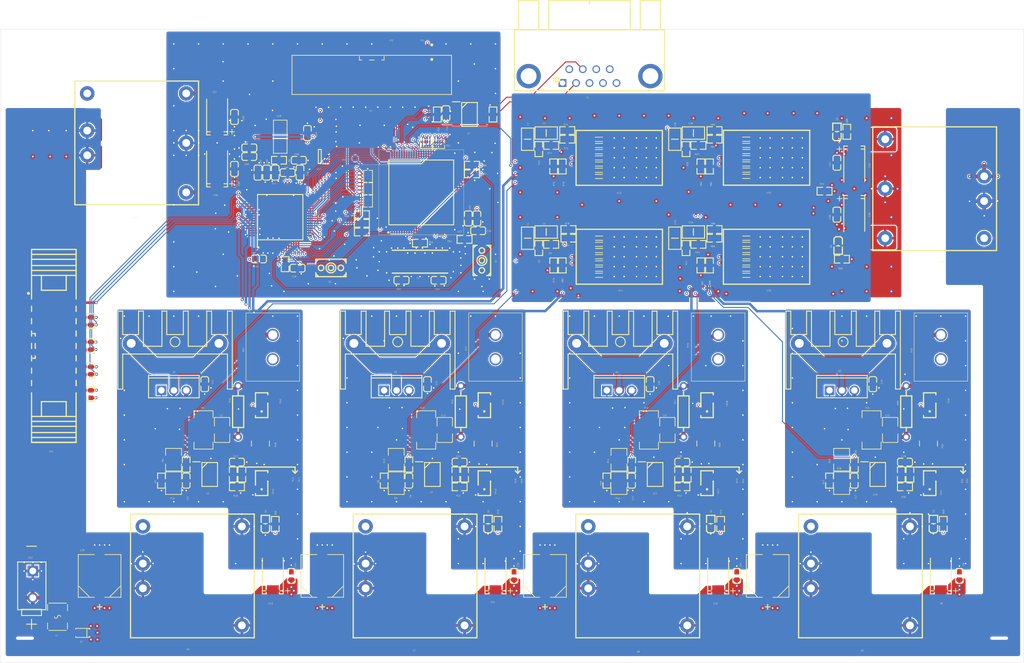
<source format=kicad_pcb>
(kicad_pcb (version 20211014) (generator pcbnew)
  (layers (0 "F.Cu" signal "Top") (1 "In1.Cu" signal "GND02") (2 "In2.Cu" signal "PWR03") (31 "B.Cu" signal "Bottom") (34 "B.Paste" user "Bottom Paste") (35 "F.Paste" user "Top Paste") (36 "B.SilkS" user "Bottom Overlay") (37 "F.SilkS" user "Top Overlay") (38 "B.Mask" user "Bottom Solder") (39 "F.Mask" user "Top Solder") (44 "Edge.Cuts" user))
  (net 0 "")
  (net 1 "STANDBY#")
  (net 2 "SGND")
  (net 3 "READDATA#")
  (net 4 "PB3")
  (net 5 "PA14")
  (net 6 "PA13")
  (net 7 "MCURST")
  (net 8 "ISOGND")
  (net 9 "ISO24V+")
  (net 10 "ISO24V-")
  (net 11 "GND4")
  (net 12 "GND3")
  (net 13 "GND2")
  (net 14 "GND1")
  (net 15 "GND")
  (net 16 "FIRSTDATA")
  (net 17 "EPAD")
  (net 18 "D9")
  (net 19 "D8")
  (net 20 "D7")
  (net 21 "D6")
  (net 22 "D5")
  (net 23 "D4")
  (net 24 "D3")
  (net 25 "D2")
  (net 26 "D15")
  (net 27 "D14")
  (net 28 "D13")
  (net 29 "D12")
  (net 30 "D11")
  (net 31 "D10")
  (net 32 "D1")
  (net 33 "D0")
  (net 34 "CONVSTART")
  (net 35 "CHIPSELECT#")
  (net 36 "CAN1_TX")
  (net 37 "CAN1_RX")
  (net 38 "C4I")
  (net 39 "C4D")
  (net 40 "C4A")
  (net 41 "C4")
  (net 42 "C3I")
  (net 43 "C3D")
  (net 44 "C3A")
  (net 45 "C3")
  (net 46 "C2I")
  (net 47 "C2D")
  (net 48 "C2A")
  (net 49 "C2")
  (net 50 "C1I")
  (net 51 "C1D")
  (net 52 "C1A")
  (net 53 "C1")
  (net 54 "BUSY")
  (net 55 "AD1RST")
  (net 56 "2V5REF")
  (net 57 "-24V")
  (net 58 "+9V_4")
  (net 59 "+9V_3")
  (net 60 "+9V_2")
  (net 61 "+9V_1")
  (net 62 "+5V")
  (net 63 "+3V3")
  (net 64 "+24V")
  (net 65 "$$$8097")
  (net 66 "$$$8071")
  (net 67 "$$$7978")
  (net 68 "$$$7976")
  (net 69 "$$$4490")
  (net 70 "$$$3420")
  (net 71 "$$$3411")
  (net 72 "$$$32715")
  (net 73 "$$$32491")
  (net 74 "$$$32347")
  (net 75 "$$$31870")
  (net 76 "$$$31389")
  (net 77 "$$$31288")
  (net 78 "$$$31167")
  (net 79 "$$$30693")
  (net 80 "$$$30690")
  (net 81 "$$$30687")
  (net 82 "$$$30684")
  (net 83 "$$$30664")
  (net 84 "$$$30661")
  (net 85 "$$$30655")
  (net 86 "$$$30652")
  (net 87 "$$$30645")
  (net 88 "$$$30643")
  (net 89 "$$$30641")
  (net 90 "$$$30640")
  (net 91 "$$$30238")
  (net 92 "$$$30117")
  (net 93 "$$$30112")
  (net 94 "$$$29939")
  (net 95 "$$$29773")
  (net 96 "$$$29772")
  (net 97 "$$$29771")
  (net 98 "$$$29769")
  (net 99 "$$$29530")
  (net 100 "$$$29529")
  (net 101 "$$$28919")
  (net 102 "$$$28916")
  (net 103 "$$$24942")
  (net 104 "$$$24913")
  (net 105 "$$$24877")
  (net 106 "$$$24853")
  (net 107 "$$$20459")
  (net 108 "$$$18918")
  (net 109 "$$$18913")
  (net 110 "$$$18291")
  (net 111 "$$$18206")
  (net 112 "$$$16631")
  (net 113 "$$$16602")
  (net 114 "$$$16325")
  (net 115 "$$$15563")
  (net 116 "$$$15562")
  (net 117 "$$$15560")
  (net 118 "$$$15559")
  (net 119 "$$$15552")
  (net 120 "$$$15551")
  (net 121 "$$$15480")
  (net 122 "$$$15374")
  (net 123 "$$$1489")
  (net 124 "$$$1488")
  (net 125 "$$$1487")
  (net 126 "$$$1486")
  (net 127 "$$$1485")
  (net 128 "$$$1484")
  (net 129 "$$$1483")
  (net 130 "$$$1482")
  (net 131 "$$$1481")
  (net 132 "$$$1480")
  (net 133 "$$$1479")
  (net 134 "$$$1478")
  (net 135 "$$$1477")
  (net 136 "$$$1476")
  (net 137 "$$$1475")
  (net 138 "$$$1474")
  (net 139 "$$$1473")
  (net 140 "$$$1472")
  (net 141 "$$$1471")
  (net 142 "$$$1470")
  (net 143 "$$$1469")
  (net 144 "$$$1468")
  (net 145 "$$$1467")
  (net 146 "$$$1466")
  (net 147 "$$$1418")
  (net 148 "$$$1298")
  (net 149 "$$$12937")
  (net 150 "$$$1196")
  (net 151 "$$$1152")
  (net 152 "$$$10474")
  (net 153 "$$$10421")
  (net 154 "$$$10374")
  (net 155 "$$$10192")
  (net 156 "$$$10062")
  (footprint "LC-0603_C" (layer "F.Cu") (at 240.3511 152.2236 -90)
    (fp_text reference "C9")
    (fp_text value "LC-0603_C" hide)
  )
  (footprint "LC-0603_R" (layer "F.Cu") (at 190.0591 82.8816)
    (fp_text reference "R85")
    (fp_text value "LC-0603_R" hide)
  )
  (footprint "LC-0603_R" (layer "F.Cu") (at 76.5211 132.6656 90)
    (fp_text reference "R2")
    (fp_text value "LC-0603_R" hide)
  )
  (footprint "LC-0603_R" (layer "F.Cu") (at 93.0311 131.3956 -90)
    (fp_text reference "R17")
    (fp_text value "LC-0603_R" hide)
  )
  (footprint "RES-ARRAY-SMD_0402-8P-L2.0-W1.0-BL" (layer "F.Cu") (at 118.9391 75.2616 -90)
    (fp_text reference "RN4")
    (fp_text value "RES-ARRAY-SMD_0402-8P-L2.0-W1.0-BL" hide)
  )
  (footprint "LED0603-R-RD" (layer "F.Cu") (at 97.8571 141.5556 90)
    (fp_text reference "D1")
    (fp_text value "LED0603-R-RD" hide)
  )
  (footprint "PAD-1.2" (layer "F.Cu") (at 116.2975 66.524)
    (fp_text reference "TP3")
    (fp_text value "PAD-1.2" hide)
  )
  (footprint "LC-0603_R" (layer "F.Cu") (at 137.7351 133.9356 180)
    (fp_text reference "R13")
    (fp_text value "LC-0603_R" hide)
  )
  (footprint "LC-0603_R" (layer "F.Cu") (at 160.0871 82.8816)
    (fp_text reference "R77")
    (fp_text value "LC-0603_R" hide)
  )
  (footprint "LC-0603_R" (layer "F.Cu") (at 189.0431 88.4696 -90)
    (fp_text reference "R88")
    (fp_text value "LC-0603_R" hide)
  )
  (footprint "LM2904BQDRQ1" (layer "F.Cu") (at 223.5871 131.3956)
    (fp_text reference "U10")
    (fp_text value "LM2904BQDRQ1" hide)
  )
  (footprint "TO255P460X1020X2008-3P" (layer "F.Cu") (at 122.2411 114.1236)
    (fp_text reference "Q2")
    (fp_text value "TO255P460X1020X2008-3P" hide)
  )
  (footprint "CAPC3216X190N" (layer "F.Cu") (at 185.7411 61.2916)
    (fp_text reference "C26")
    (fp_text value "CAPC3216X190N" hide)
  )
  (footprint "CAPPM7343X310N" (layer "F.Cu") (at 218.7611 77.8016 90)
    (fp_text reference "C36")
    (fp_text value "CAPPM7343X310N" hide)
  )
  (footprint "SOIC127P600X175-8N" (layer "F.Cu") (at 139.7671 57.4816)
    (fp_text reference "U1")
    (fp_text value "SOIC127P600X175-8N" hide)
  )
  (footprint "LC-0603_C" (layer "F.Cu") (at 127.3211 132.6656 -90)
    (fp_text reference "C6")
    (fp_text value "LC-0603_C" hide)
  )
  (footprint "RES-ARRAY-SMD_0402-8P-L2.0-W1.0-BL" (layer "F.Cu") (at 118.9391 72.7216 -90)
    (fp_text reference "RN5")
    (fp_text value "RES-ARRAY-SMD_0402-8P-L2.0-W1.0-BL" hide)
  )
  (footprint "LC-0603_C" (layer "F.Cu") (at 222.5711 112.8536 -90)
    (fp_text reference "C19")
    (fp_text value "LC-0603_C" hide)
  )
  (footprint "LC-0603_R" (layer "F.Cu") (at 182.6931 131.3956 -90)
    (fp_text reference "R43")
    (fp_text value "LC-0603_R" hide)
  )
  (footprint "LC-0603_C" (layer "F.Cu") (at 91.5071 57.9896 90)
    (fp_text reference "C59")
    (fp_text value "LC-0603_C" hide)
  )
  (footprint "LC-0603_R" (layer "F.Cu") (at 237.0491 141.5556 90)
    (fp_text reference "R69")
    (fp_text value "LC-0603_R" hide)
  )
  (footprint "LC-0603_R" (layer "F.Cu") (at 136.9731 131.3956 -90)
    (fp_text reference "R19")
    (fp_text value "LC-0603_R" hide)
  )
  (footprint "LC-0603_R" (layer "F.Cu") (at 212.6651 73.2296 180)
    (fp_text reference "R72")
    (fp_text value "LC-0603_R" hide)
  )
  (footprint "CAPC3216X190N" (layer "F.Cu") (at 185.7411 81.6116)
    (fp_text reference "C16")
    (fp_text value "CAPC3216X190N" hide)
  )
  (footprint "LC-0603_R" (layer "F.Cu") (at 153.9911 84.9136 90)
    (fp_text reference "R3")
    (fp_text value "LC-0603_R" hide)
  )
  (footprint "LC-0603_C" (layer "F.Cu") (at 104.9691 69.4196 90)
    (fp_text reference "C46")
    (fp_text value "LC-0603_C" hide)
  )
  (footprint "LC-0603_R" (layer "F.Cu") (at 229.1751 133.9356 180)
    (fp_text reference "R30")
    (fp_text value "LC-0603_R" hide)
  )
  (footprint "LED0603-R-RD" (layer "F.Cu") (at 143.5771 141.5556 90)
    (fp_text reference "D2")
    (fp_text value "LED0603-R-RD" hide)
  )
  (footprint "LC-0603_R" (layer "F.Cu") (at 153.9911 64.5936 90)
    (fp_text reference "R10")
    (fp_text value "LC-0603_R" hide)
  )
  (footprint "CONN-SMD_20P-P2.54_B-3000N20P-0110" (layer "F.Cu") (at 119.7011 49.3536 180)
    (fp_text reference "P1")
    (fp_text value "CONN-SMD_20P-P2.54_B-3000N20P-0110" hide)
  )
  (footprint "LC-0603_R" (layer "F.Cu") (at 129.6071 83.8976 180)
    (fp_text reference "R56")
    (fp_text value "LC-0603_R" hide)
  )
  (footprint "R2512" (layer "F.Cu") (at 176.5971 122.2516 -90)
    (fp_text reference "R46")
    (fp_text value "R2512" hide)
  )
  (footprint "RES-ARRAY-SMD_0402-8P-L2.0-W1.0-BL" (layer "F.Cu") (at 118.9391 70.1816 -90)
    (fp_text reference "RN3")
    (fp_text value "RES-ARRAY-SMD_0402-8P-L2.0-W1.0-BL" hide)
  )
  (footprint "URBXXXXYMD-10WR3" (layer "F.Cu") (at 128.5911 152.2236 90)
    (fp_text reference "U7")
    (fp_text value "URBXXXXYMD-10WR3" hide)
  )
  (footprint "C1210" (layer "F.Cu") (at 134.6871 122.2516 -90)
    (fp_text reference "C12")
    (fp_text value "C1210" hide)
  )
  (footprint "PAD-1.2" (layer "F.Cu") (at 114.5957 75.2616)
    (fp_text reference "TP4")
    (fp_text value "PAD-1.2" hide)
  )
  (footprint "HDR-SMD_2P-P2.54-V-M-S4.8" (layer "F.Cu") (at 234.2551 133.1736 90)
    (fp_text reference "TPV4")
    (fp_text value "HDR-SMD_2P-P2.54-V-M-S4.8" hide)
  )
  (footprint "LC-0603_R" (layer "F.Cu") (at 156.5311 63.8316)
    (fp_text reference "R11")
    (fp_text value "LC-0603_R" hide)
  )
  (footprint "LC-0603_C" (layer "F.Cu") (at 96.5363 87.1488)
    (fp_text reference "C42")
    (fp_text value "LC-0603_C" hide)
  )
  (footprint "LC-0603_C" (layer "F.Cu") (at 92.0151 128.8556)
    (fp_text reference "C13")
    (fp_text value "LC-0603_C" hide)
  )
  (footprint "HDR-SMD_2P-P2.54-V-M-S4.8" (layer "F.Cu") (at 97.0951 117.1716 90)
    (fp_text reference "TPV1")
    (fp_text value "HDR-SMD_2P-P2.54-V-M-S4.8" hide)
  )
  (footprint "LC-0603_R" (layer "F.Cu") (at 157.0391 88.4696 90)
    (fp_text reference "R79")
    (fp_text value "LC-0603_R" hide)
  )
  (footprint "LC-0603_R" (layer "F.Cu") (at 101.9211 88.2156 -90)
    (fp_text reference "R51")
    (fp_text value "LC-0603_R" hide)
  )
  (footprint "PAD-1.2" (layer "F.Cu") (at 128.5911 42.2416)
    (fp_text reference "TP1")
    (fp_text value "PAD-1.2" hide)
  )
  (footprint "LC-0603_C" (layer "F.Cu") (at 99.8891 69.4196 -90)
    (fp_text reference "C47")
    (fp_text value "LC-0603_C" hide)
  )
  (footprint "R2512" (layer "F.Cu") (at 130.8771 122.2516 -90)
    (fp_text reference "R22")
    (fp_text value "R2512" hide)
  )
  (footprint "LC-0603_C" (layer "F.Cu") (at 215.2051 67.3876 -90)
    (fp_text reference "C37")
    (fp_text value "LC-0603_C" hide)
  )
  (footprint "LC-0603_R" (layer "F.Cu") (at 186.7571 84.1516)
    (fp_text reference "R25")
    (fp_text value "LC-0603_R" hide)
  )
  (footprint "TO255P460X1020X2008-3P" (layer "F.Cu") (at 213.6811 114.1236)
    (fp_text reference "Q3")
    (fp_text value "TO255P460X1020X2008-3P" hide)
  )
  (footprint "LC-0603_R" (layer "F.Cu") (at 190.0591 81.1036)
    (fp_text reference "R86")
    (fp_text value "LC-0603_R" hide)
  )
  (footprint "LC-0603_C" (layer "F.Cu") (at 102.4291 69.4196)
    (fp_text reference "C45")
    (fp_text value "LC-0603_C" hide)
  )
  (footprint "LED0603-R-RD" (layer "F.Cu") (at 189.2971 141.5556 90)
    (fp_text reference "D4")
    (fp_text value "LED0603-R-RD" hide)
  )
  (footprint "LC-0603_R" (layer "F.Cu") (at 117.6691 78.0556 180)
    (fp_text reference "R60")
    (fp_text value "LC-0603_R" hide)
  )
  (footprint "R1210" (layer "F.Cu") (at 79.0103 133.1736 90)
    (fp_text reference "R15")
    (fp_text value "R1210" hide)
  )
  (footprint "C1210" (layer "F.Cu") (at 180.4071 122.2516 -90)
    (fp_text reference "C31")
    (fp_text value "C1210" hide)
  )
  (footprint "LC-0603_R" (layer "F.Cu") (at 184.4711 131.3956 -90)
    (fp_text reference "R44")
    (fp_text value "LC-0603_R" hide)
  )
  (footprint "LC-0603_R" (layer "F.Cu") (at 62.0431 110.0596 -90)
    (fp_text reference "R64")
    (fp_text value "LC-0603_R" hide)
  )
  (footprint "LC-0603_R" (layer "F.Cu") (at 91.2531 131.3956 -90)
    (fp_text reference "R14")
    (fp_text value "LC-0603_R" hide)
  )
  (footprint "HDR-SMD_2P-P2.54-V-M-S4.8" (layer "F.Cu") (at 142.8151 133.1736 90)
    (fp_text reference "TPV2")
    (fp_text value "HDR-SMD_2P-P2.54-V-M-S4.8" hide)
  )
  (footprint "LC-0603_C" (layer "F.Cu") (at 173.0411 132.6656 -90)
    (fp_text reference "C27")
    (fp_text value "LC-0603_C" hide)
  )
  (footprint "KTW7" (layer "F.Cu") (at 203.5211 66.3716 -90)
    (fp_text reference "U15")
    (fp_text value "KTW7" hide)
  )
  (footprint "CAPPM7343X310N" (layer "F.Cu") (at 145.1011 152.2236 -90)
    (fp_text reference "C34")
    (fp_text value "CAPPM7343X310N" hide)
  )
  (footprint "LC-0603_C" (layer "F.Cu") (at 141.5451 81.3576 180)
    (fp_text reference "C40")
    (fp_text value "LC-0603_C" hide)
  )
  (footprint "LC-0603_R" (layer "F.Cu") (at 190.0591 62.5616)
    (fp_text reference "R81")
    (fp_text value "LC-0603_R" hide)
  )
  (footprint "CAPC3216X190N" (layer "F.Cu") (at 155.5151 61.2916)
    (fp_text reference "C2")
    (fp_text value "CAPC3216X190N" hide)
  )
  (footprint "HDR-SMD_2P-P2.54-V-M-S4.8" (layer "F.Cu") (at 188.5351 117.1716 90)
    (fp_text reference "TPV8")
    (fp_text value "HDR-SMD_2P-P2.54-V-M-S4.8" hide)
  )
  (footprint "KTW7" (layer "F.Cu") (at 173.2951 86.6916 -90)
    (fp_text reference "U14")
    (fp_text value "KTW7" hide)
  )
  (footprint "CAPPM7343X310N" (layer "F.Cu") (at 236.5411 152.2236 -90)
    (fp_text reference "C8")
    (fp_text value "CAPPM7343X310N" hide)
  )
  (footprint "LC-0603_R" (layer "F.Cu") (at 191.3291 141.5556 90)
    (fp_text reference "R71")
    (fp_text value "LC-0603_R" hide)
  )
  (footprint "LC-0603_R" (layer "F.Cu") (at 230.1911 131.3956 -90)
    (fp_text reference "R32")
    (fp_text value "LC-0603_R" hide)
  )
  (footprint "CAPC3216X190N" (layer "F.Cu") (at 155.5151 81.6116)
    (fp_text reference "C5")
    (fp_text value "CAPC3216X190N" hide)
  )
  (footprint "LC-0603_R" (layer "F.Cu") (at 157.0391 68.1496 90)
    (fp_text reference "R75")
    (fp_text value "LC-0603_R" hide)
  )
  (footprint "SOT-223_L6.5-W3.5-P2.30-LS7.0-BR" (layer "F.Cu") (at 100.9051 62.0536 180)
    (fp_text reference "U18")
    (fp_text value "SOT-223_L6.5-W3.5-P2.30-LS7.0-BR" hide)
  )
  (footprint "HEATSINK-TH_L23.5-W16.0-P18.0_XSD2156-06" (layer "F.Cu") (at 216.4751 104.4716)
    (fp_text reference "U23")
    (fp_text value "HEATSINK-TH_L23.5-W16.0-P18.0_XSD2156-06" hide)
  )
  (footprint "LC-0603_C" (layer "F.Cu") (at 98.1111 69.4196 90)
    (fp_text reference "C60")
    (fp_text value "LC-0603_C" hide)
  )
  (footprint "LC-0603_R" (layer "F.Cu") (at 117.6691 79.8336 180)
    (fp_text reference "R61")
    (fp_text value "LC-0603_R" hide)
  )
  (footprint "LC-0603_C" (layer "F.Cu") (at 148.9111 152.2236 -90)
    (fp_text reference "C35")
    (fp_text value "LC-0603_C" hide)
  )
  (footprint "LC-0603_C" (layer "F.Cu") (at 104.4611 89.0284)
    (fp_text reference "C39")
    (fp_text value "LC-0603_C" hide)
  )
  (footprint "RES-ARRAY-SMD_0402-8P-L2.0-W1.0-BL" (layer "F.Cu") (at 130.8771 63.5776 180)
    (fp_text reference "RN2")
    (fp_text value "RES-ARRAY-SMD_0402-8P-L2.0-W1.0-BL" hide)
  )
  (footprint "CAPPM7343X310N" (layer "F.Cu") (at 87.9511 57.9896 -90)
    (fp_text reference "C57")
    (fp_text value "CAPPM7343X310N" hide)
  )
  (footprint "HDR-SMD_2P-P2.54-V-M-S4.8" (layer "F.Cu") (at 188.5351 133.1736 90)
    (fp_text reference "TPV7")
    (fp_text value "HDR-SMD_2P-P2.54-V-M-S4.8" hide)
  )
  (footprint "LC-0603_R" (layer "F.Cu") (at 144.5931 57.4816 90)
    (fp_text reference "R53")
    (fp_text value "LC-0603_R" hide)
  )
  (footprint "PA2512FKE7W0R001E" (layer "F.Cu") (at 96.8411 125.0456 90)
    (fp_text reference "R48")
    (fp_text value "PA2512FKE7W0R001E" hide)
  )
  (footprint "LM2904BQDRQ1" (layer "F.Cu") (at 86.4271 131.3956)
    (fp_text reference "U3")
    (fp_text value "LM2904BQDRQ1" hide)
  )
  (footprint "MF0W4FF6801A50" (layer "F.Cu") (at 183.7091 118.4416 -90)
    (fp_text reference "R47")
    (fp_text value "MF0W4FF6801A50" hide)
  )
  (footprint "QFP50P1600X1600X160-100N" (layer "F.Cu") (at 129.8611 73.4836 90)
    (fp_text reference "U12")
    (fp_text value "QFP50P1600X1600X160-100N" hide)
  )
  (footprint "R1210" (layer "F.Cu") (at 216.1703 133.1736 90)
    (fp_text reference "R28")
    (fp_text value "R1210" hide)
  )
  (footprint "R1210" (layer "F.Cu") (at 216.1703 128.3476 90)
    (fp_text reference "R29")
    (fp_text value "R1210" hide)
  )
  (footprint "KTW7" (layer "F.Cu") (at 173.2697 66.397 -90)
    (fp_text reference "U13")
    (fp_text value "KTW7" hide)
  )
  (footprint "LC-0603_R" (layer "F.Cu") (at 62.0431 104.9796 -90)
    (fp_text reference "R63")
    (fp_text value "LC-0603_R" hide)
  )
  (footprint "LC-0603_C" (layer "F.Cu") (at 106.4931 61.2916 90)
    (fp_text reference "C49")
    (fp_text value "LC-0603_C" hide)
  )
  (footprint "LC-0603_R" (layer "F.Cu") (at 156.5311 84.1516)
    (fp_text reference "R4")
    (fp_text value "LC-0603_R" hide)
  )
  (footprint "LED0603-R-RD" (layer "F.Cu") (at 215.2051 61.0376 90)
    (fp_text reference "D5")
    (fp_text value "LED0603-R-RD" hide)
  )
  (footprint "CAPC3216X190N" (layer "F.Cu") (at 181.9311 62.5616 -90)
    (fp_text reference "C25")
    (fp_text value "CAPC3216X190N" hide)
  )
  (footprint "LC-0603_C" (layer "F.Cu") (at 91.5071 68.6576 90)
    (fp_text reference "C58")
    (fp_text value "LC-0603_C" hide)
  )
  (footprint "URBXXXXYMD-10WR3" (layer "F.Cu") (at 220.0311 152.2236 90)
    (fp_text reference "U6")
    (fp_text value "URBXXXXYMD-10WR3" hide)
  )
  (footprint "F1812" (layer "F.Cu") (at 55.1851 160.6056 -90)
    (fp_text reference "F1")
    (fp_text value "F1812" hide)
  )
  (footprint "LC-0603_C" (layer "F.Cu") (at 229.1751 128.8556)
    (fp_text reference "C18")
    (fp_text value "LC-0603_C" hide)
  )
  (footprint "RX27-5" (layer "F.Cu") (at 236.5411 105.2336 -90)
    (fp_text reference "R33")
    (fp_text value "RX27-5" hide)
  )
  (footprint "MF0W4FF6801A50" (layer "F.Cu") (at 92.2691 118.4416 -90)
    (fp_text reference "R16")
    (fp_text value "MF0W4FF6801A50" hide)
  )
  (footprint "LC-0603_C" (layer "F.Cu") (at 133.4171 91.5176)
    (fp_text reference "C53")
    (fp_text value "LC-0603_C" hide)
  )
  (footprint "CAP_J-V_8X10P5_RUB" (layer "F.Cu") (at 200.9811 152.2236 90)
    (fp_text reference "C7")
    (fp_text value "CAP_J-V_8X10P5_RUB" hide)
  )
  (footprint "CAPC3216X190N" (layer "F.Cu") (at 151.7051 82.8816 -90)
    (fp_text reference "C4")
    (fp_text value "CAPC3216X190N" hide)
  )
  (footprint "R1210" (layer "F.Cu") (at 124.7303 128.3476 90)
    (fp_text reference "R12")
    (fp_text value "R1210" hide)
  )
  (footprint "C1210" (layer "F.Cu") (at 226.1271 122.2516 -90)
    (fp_text reference "C22")
    (fp_text value "C1210" hide)
  )
  (footprint "URAXXXXYMD-10WR3" (layer "F.Cu") (at 71.4411 63.3236 90)
    (fp_text reference "U19")
    (fp_text value "URAXXXXYMD-10WR3" hide)
  )
  (footprint "LC-0603_R" (layer "F.Cu") (at 159.8331 60.7836)
    (fp_text reference "R74")
    (fp_text value "LC-0603_R" hide)
  )
  (footprint "LED0603-R-RD" (layer "F.Cu") (at 215.4591 84.4056 -90)
    (fp_text reference "D6")
    (fp_text value "LED0603-R-RD" hide)
  )
  (footprint "R1210" (layer "F.Cu") (at 124.7303 133.1736 90)
    (fp_text reference "R9")
    (fp_text value "R1210" hide)
  )
  (footprint "LC-0603_C" (layer "F.Cu") (at 218.7611 132.6656 -90)
    (fp_text reference "C17")
    (fp_text value "LC-0603_C" hide)
  )
  (footprint "LC-0603_R" (layer "F.Cu") (at 189.0431 68.1496 -90)
    (fp_text reference "R84")
    (fp_text value "LC-0603_R" hide)
  )
  (footprint "LC-0603_R" (layer "F.Cu") (at 187.2651 68.1496 90)
    (fp_text reference "R83")
    (fp_text value "LC-0603_R" hide)
  )
  (footprint "PAD-1.2" (layer "F.Cu") (at 126.0511 42.2416)
    (fp_text reference "TP2")
    (fp_text value "PAD-1.2" hide)
  )
  (footprint "HDR-SMD_2P-P2.54-V-M-S4.8" (layer "F.Cu") (at 234.2551 117.1716 90)
    (fp_text reference "TPV6")
    (fp_text value "HDR-SMD_2P-P2.54-V-M-S4.8" hide)
  )
  (footprint "LC-0603_R" (layer "F.Cu") (at 140.2751 69.6736 180)
    (fp_text reference "R57")
    (fp_text value "LC-0603_R" hide)
  )
  (footprint "LC-0603_C" (layer "F.Cu") (at 176.8511 112.8536 -90)
    (fp_text reference "C30")
    (fp_text value "LC-0603_C" hide)
  )
  (footprint "LC-0603_R" (layer "F.Cu") (at 173.0665 129.4144 -90)
    (fp_text reference "R38")
    (fp_text value "LC-0603_R" hide)
  )
  (footprint "CAPPM7343X310N" (layer "F.Cu") (at 99.3811 152.2236 -90)
    (fp_text reference "C43")
    (fp_text value "CAPPM7343X310N" hide)
  )
  (footprint "KTW7" (layer "F.Cu") (at 203.5211 86.6916 -90)
    (fp_text reference "U16")
    (fp_text value "KTW7" hide)
  )
  (footprint "ABLS-12.000MHZ-B2" (layer "F.Cu") (at 129.6071 87.7076 180)
    (fp_text reference "Y1")
    (fp_text value "ABLS-12.000MHZ-B2" hide)
  )
  (footprint "RX27-5" (layer "F.Cu") (at 190.8211 105.2336 -90)
    (fp_text reference "R45")
    (fp_text value "RX27-5" hide)
  )
  (footprint "R2512" (layer "F.Cu") (at 85.1571 122.2516 -90)
    (fp_text reference "R5")
    (fp_text value "R2512" hide)
  )
  (footprint "LC-0603_R" (layer "F.Cu") (at 62.0431 114.8856 -90)
    (fp_text reference "R65")
    (fp_text value "LC-0603_R" hide)
  )
  (footprint "IDC-SMD_16P-P2.54_Z-S230321016M2BLT1" (layer "F.Cu") (at 54.4231 105.003603 -90)
    (fp_text reference "CN1")
    (fp_text value "IDC-SMD_16P-P2.54_Z-S230321016M2BLT1" hide)
  )
  (footprint "39-28-8020" (layer "F.Cu") (at 50.1051 151.2076 180)
    (fp_text reference "CN2")
    (fp_text value "39-28-8020" hide)
  )
  (footprint "LC-0603_R" (layer "F.Cu") (at 127.3211 129.3636 -90)
    (fp_text reference "R7")
    (fp_text value "LC-0603_R" hide)
  )
  (footprint "LC-0603_R" (layer "F.Cu") (at 167.9611 132.6656 90)
    (fp_text reference "R39")
    (fp_text value "LC-0603_R" hide)
  )
  (footprint "LC-0603_C" (layer "F.Cu") (at 131.1311 112.8536 -90)
    (fp_text reference "C11")
    (fp_text value "LC-0603_C" hide)
  )
  (footprint "LC-0603_C" (layer "F.Cu") (at 139.5131 78.8176 90)
    (fp_text reference "C54")
    (fp_text value "LC-0603_C" hide)
  )
  (footprint "PA2512FKE7W0R001E" (layer "F.Cu") (at 142.5611 125.0456 90)
    (fp_text reference "R49")
    (fp_text value "PA2512FKE7W0R001E" hide)
  )
  (footprint "LM2904BQDRQ1" (layer "F.Cu") (at 132.1471 131.3956)
    (fp_text reference "U4")
    (fp_text value "LM2904BQDRQ1" hide)
  )
  (footprint "QFP50P1200X1200X160-64N" (layer "F.Cu") (at 100.9051 78.5636 90)
    (fp_text reference "U2")
    (fp_text value "QFP50P1200X1200X160-64N" hide)
  )
  (footprint "LC-0603_C" (layer "F.Cu") (at 81.6011 132.6656 -90)
    (fp_text reference "C21")
    (fp_text value "LC-0603_C" hide)
  )
  (footprint "LC-0603_C" (layer "F.Cu") (at 103.1911 152.2236 -90)
    (fp_text reference "C44")
    (fp_text value "LC-0603_C" hide)
  )
  (footprint "LC-0603_R" (layer "F.Cu") (at 158.8171 68.1496 -90)
    (fp_text reference "R76")
    (fp_text value "LC-0603_R" hide)
  )
  (footprint "LC-0603_R" (layer "F.Cu") (at 122.2411 132.6656 90)
    (fp_text reference "R8")
    (fp_text value "LC-0603_R" hide)
  )
  (footprint "RES-ARRAY-SMD_0402-8P-L2.0-W1.0-BL" (layer "F.Cu") (at 133.4171 63.5776 180)
    (fp_text reference "RN1")
    (fp_text value "RES-ARRAY-SMD_0402-8P-L2.0-W1.0-BL" hide)
  )
  (footprint "HDR-SMD_2P-P2.54-V-M-S4.8" (layer "F.Cu") (at 97.0951 133.1736 90)
    (fp_text reference "TPV5")
    (fp_text value "HDR-SMD_2P-P2.54-V-M-S4.8" hide)
  )
  (footprint "MF0W4FF6801A50" (layer "F.Cu") (at 229.4291 118.4416 -90)
    (fp_text reference "R35")
    (fp_text value "MF0W4FF6801A50" hide)
  )
  (footprint "PA2512FKE7W0R001E" (layer "F.Cu") (at 234.0011 125.0456 90)
    (fp_text reference "R50")
    (fp_text value "PA2512FKE7W0R001E" hide)
  )
  (footprint "PA2512FKE7W0R001E" (layer "F.Cu") (at 188.2811 125.0456 90)
    (fp_text reference "R68")
    (fp_text value "PA2512FKE7W0R001E" hide)
  )
  (footprint "LC-0603_C" (layer "F.Cu") (at 96.3331 69.4196 90)
    (fp_text reference "C61")
    (fp_text value "LC-0603_C" hide)
  )
  (footprint "URAXXXXYMD-10WR3" (layer "F.Cu") (at 235.2711 72.7216 -90)
    (fp_text reference "U9")
    (fp_text value "URAXXXXYMD-10WR3" hide)
  )
  (footprint "LC-0603_R" (layer "F.Cu") (at 62.0431 99.8996 -90)
    (fp_text reference "R62")
    (fp_text value "LC-0603_R" hide)
  )
  (footprint "LC-0603_R" (layer "F.Cu") (at 183.4551 133.9356 180)
    (fp_text reference "R42")
    (fp_text value "LC-0603_R" hide)
  )
  (footprint "LC-0603_R" (layer "F.Cu") (at 216.2211 87.1996)
    (fp_text reference "R90")
    (fp_text value "LC-0603_R" hide)
  )
  (footprint "CAPPM7343X310N" (layer "F.Cu") (at 218.7611 67.6416 90)
    (fp_text reference "C32")
    (fp_text value "CAPPM7343X310N" hide)
  )
  (footprint "LC-0603_R" (layer "F.Cu") (at 213.6811 132.6656 90)
    (fp_text reference "R27")
    (fp_text value "LC-0603_R" hide)
  )
  (footprint "LC-0603_C" (layer "F.Cu") (at 125.7971 91.5176 180)
    (fp_text reference "C52")
    (fp_text value "LC-0603_C" hide)
  )
  (footprint "LC-0603_R" (layer "F.Cu") (at 187.2651 88.4696 90)
    (fp_text reference "R87")
    (fp_text value "LC-0603_R" hide)
  )
  (footprint "LC-0603_R" (layer "F.Cu") (at 92.0151 133.9356 180)
    (fp_text reference "R18")
    (fp_text value "LC-0603_R" hide)
  )
  (footprint "DSUB-TH_DMR-9S" (layer "F.Cu") (at 164.4051 49.6076 90)
    (fp_text reference "X1")
    (fp_text value "DSUB-TH_DMR-9S" hide)
  )
  (footprint "LC-0603_C" (layer "F.Cu") (at 85.4111 112.8536 -90)
    (fp_text reference "C14")
    (fp_text value "LC-0603_C" hide)
  )
  (footprint "LC-0603_R" (layer "F.Cu") (at 218.7865 129.389 -90)
    (fp_text reference "R26")
    (fp_text value "LC-0603_R" hide)
  )
  (footprint "LC-0603_R" (layer "F.Cu") (at 138.7511 83.1356)
    (fp_text reference "R52")
    (fp_text value "LC-0603_R" hide)
  )
  (footprint "LC-0603_R" (layer "F.Cu") (at 140.2751 67.8956 180)
    (fp_text reference "R58")
    (fp_text value "LC-0603_R" hide)
  )
  (footprint "HDR-SMD_2P-P2.54-V-M-S4.8" (layer "F.Cu") (at 142.8151 117.1716 90)
    (fp_text reference "TPV3")
    (fp_text value "HDR-SMD_2P-P2.54-V-M-S4.8" hide)
  )
  (footprint "CAPC3216X190N" (layer "F.Cu") (at 151.7051 62.5616 -90)
    (fp_text reference "C1")
    (fp_text value "CAPC3216X190N" hide)
  )
  (footprint "LM2904BQDRQ1" (layer "F.Cu") (at 177.8671 131.3956)
    (fp_text reference "U11")
    (fp_text value "LM2904BQDRQ1" hide)
  )
  (footprint "LC-0603_R" (layer "F.Cu") (at 228.4131 131.3956 -90)
    (fp_text reference "R31")
    (fp_text value "LC-0603_R" hide)
  )
  (footprint "RX27-5" (layer "F.Cu") (at 99.3811 105.2336 -90)
    (fp_text reference "R67")
    (fp_text value "RX27-5" hide)
  )
  (footprint "LC-0603_C" (layer "F.Cu") (at 194.6311 152.2236 -90)
    (fp_text reference "C24")
    (fp_text value "LC-0603_C" hide)
  )
  (footprint "CAPPM7343X310N" (layer "F.Cu") (at 190.8211 152.2236 -90)
    (fp_text reference "C23")
    (fp_text value "CAPPM7343X310N" hide)
  )
  (footprint "LC-0603_R" (layer "F.Cu") (at 81.6011 129.3636 -90)
    (fp_text reference "R1")
    (fp_text value "LC-0603_R" hide)
  )
  (footprint "LC-0603_R" (layer "F.Cu") (at 117.6691 81.6116 180)
    (fp_text reference "R59")
    (fp_text value "LC-0603_R" hide)
  )
  (footprint "LC-0603_C" (layer "F.Cu") (at 104.7151 66.8796)
    (fp_text reference "C48")
    (fp_text value "LC-0603_C" hide)
  )
  (footprint "LC-0603_R" (layer "F.Cu") (at 186.7571 63.8316)
    (fp_text reference "R37")
    (fp_text value "LC-0603_R" hide)
  )
  (footprint "LC-0603_R" (layer "F.Cu") (at 133.1631 57.4816 90)
    (fp_text reference "R54")
    (fp_text value "LC-0603_R" hide)
  )
  (footprint "C1210" (layer "F.Cu") (at 88.9671 122.2516 -90)
    (fp_text reference "C3")
    (fp_text value "C1210" hide)
  )
  (footprint "LC-0603_C" (layer "F.Cu") (at 94.5551 66.1176 180)
    (fp_text reference "C50")
    (fp_text value "LC-0603_C" hide)
  )
  (footprint "CAP_J-V_8X10P5_RUB" (layer "F.Cu") (at 109.5411 152.2236 90)
    (fp_text reference "C33")
    (fp_text value "CAP_J-V_8X10P5_RUB" hide)
  )
  (footprint "KEY-SMD_L6.2-W3.6-LS8.0" (layer "F.Cu") (at 142.3071 87.4536 -90)
    (fp_text reference "S2")
    (fp_text value "KEY-SMD_L6.2-W3.6-LS8.0" hide)
  )
  (footprint "LC-0603_C" (layer "F.Cu") (at 134.9411 57.2276 -90)
    (fp_text reference "C41")
    (fp_text value "LC-0603_C" hide)
  )
  (footprint "TO255P460X1020X2008-3P" (layer "F.Cu") (at 76.5211 114.1236)
    (fp_text reference "Q1")
    (fp_text value "TO255P460X1020X2008-3P" hide)
  )
  (footprint "LC-0603_R" (layer "F.Cu") (at 217.2371 61.0376 -90)
    (fp_text reference "R89")
    (fp_text value "LC-0603_R" hide)
  )
  (footprint "CAP_J-V_8X10P5_RUB" (layer "F.Cu") (at 63.8211 152.2236 90)
    (fp_text reference "C29")
    (fp_text value "CAP_J-V_8X10P5_RUB" hide)
  )
  (footprint "TO255P460X1020X2008-3P" (layer "F.Cu") (at 167.9611 114.1236)
    (fp_text reference "Q4")
    (fp_text value "TO255P460X1020X2008-3P" hide)
  )
  (footprint "HEATSINK-TH_L23.5-W16.0-P18.0_XSD2156-06" (layer "F.Cu") (at 170.7551 104.4716)
    (fp_text reference "U22")
    (fp_text value "HEATSINK-TH_L23.5-W16.0-P18.0_XSD2156-06" hide)
  )
  (footprint "URBXXXXYMD-10WR3" (layer "F.Cu") (at 82.8711 152.2236 90)
    (fp_text reference "U5")
    (fp_text value "URBXXXXYMD-10WR3" hide)
  )
  (footprint "KEY-SMD_L6.2-W3.6-LS8.0" (layer "F.Cu") (at 111.3191 88.9776)
    (fp_text reference "S1")
    (fp_text value "KEY-SMD_L6.2-W3.6-LS8.0" hide)
  )
  (footprint "LC-0603_R" (layer "F.Cu") (at 160.0871 81.1036)
    (fp_text reference "R78")
    (fp_text value "LC-0603_R" hide)
  )
  (footprint "LC-0603_R" (layer "F.Cu") (at 99.8891 141.5556 90)
    (fp_text reference "R66")
    (fp_text value "LC-0603_R" hide)
  )
  (footprint "LC-0603_C" (layer "F.Cu") (at 183.4551 128.8556)
    (fp_text reference "C28")
    (fp_text value "LC-0603_C" hide)
  )
  (footprint "LED0603-R-RD" (layer "F.Cu") (at 235.0171 141.5556 90)
    (fp_text reference "D3")
    (fp_text value "LED0603-R-RD" hide)
  )
  (footprint "LC-0603_C" (layer "F.Cu") (at 141.2911 78.8176 90)
    (fp_text reference "C55")
    (fp_text value "LC-0603_C" hide)
  )
  (footprint "LC-0603_R" (layer "F.Cu") (at 100.6511 66.8796)
    (fp_text reference "R55")
    (fp_text value "LC-0603_R" hide)
  )
  (footprint "R1210" (layer "F.Cu") (at 170.4503 133.1736 90)
    (fp_text reference "R40")
    (fp_text value "R1210" hide)
  )
  (footprint "URBXXXXYMD-10WR3" (layer "F.Cu") (at 174.3111 152.2236 90)
    (fp_text reference "U8")
    (fp_text value "URBXXXXYMD-10WR3" hide)
  )
  (footprint "LC-0603_R" (layer "F.Cu") (at 190.0591 60.7836)
    (fp_text reference "R82")
    (fp_text value "LC-0603_R" hide)
  )
  (footprint "HEATSINK-TH_L23.5-W16.0-P18.0_XSD2156-06" (layer "F.Cu") (at 79.3151 104.4716)
    (fp_text reference "U20")
    (fp_text value "HEATSINK-TH_L23.5-W16.0-P18.0_XSD2156-06" hide)
  )
  (footprint "CAPPM7343X310N" (layer "F.Cu") (at 87.9511 68.6576 -90)
    (fp_text reference "C56")
    (fp_text value "CAPPM7343X310N" hide)
  )
  (footprint "LC-0603_C" (layer "F.Cu") (at 215.2051 78.0556 -90)
    (fp_text reference "C38")
    (fp_text value "LC-0603_C" hide)
  )
  (footprint "CAP_J-V_8X10P5_RUB" (layer "F.Cu") (at 155.2611 152.2236 90)
    (fp_text reference "C20")
    (fp_text value "CAP_J-V_8X10P5_RUB" hide)
  )
  (footprint "LC-0603_R" (layer "F.Cu") (at 138.7511 131.3956 -90)
    (fp_text reference "R20")
    (fp_text value "LC-0603_R" hide)
  )
  (footprint "CAPC3216X190N" (layer "F.Cu") (at 181.9311 82.8816 -90)
    (fp_text reference "C15")
    (fp_text value "CAPC3216X190N" hide)
  )
  (footprint "SOT95P280X145-5N" (layer "F.Cu") (at 109.0331 66.1176 180)
    (fp_text reference "U17")
    (fp_text value "SOT95P280X145-5N" hide)
  )
  (footprint "LC-0603_C" (layer "F.Cu") (at 94.5551 64.3396 180)
    (fp_text reference "C51")
    (fp_text value "LC-0603_C" hide)
  )
  (footprint "LC-0603_C" (layer "F.Cu") (at 137.7351 128.8556)
    (fp_text reference "C10")
    (fp_text value "LC-0603_C" hide)
  )
  (footprint "R1210" (layer "F.Cu") (at 170.4503 128.3476 90)
    (fp_text reference "R41")
    (fp_text value "R1210" hide)
  )
  (footprint "LC-0603_R" (layer "F.Cu") (at 184.2171 64.5936 90)
    (fp_text reference "R36")
    (fp_text value "LC-0603_R" hide)
  )
  (footprint "R2512" (layer "F.Cu") (at 222.3171 122.2516 -90)
    (fp_text reference "R34")
    (fp_text value "R2512" hide)
  )
  (footprint "LC-0603_R" (layer "F.Cu") (at 159.8331 62.5616)
    (fp_text reference "R73")
    (fp_text value "LC-0603_R" hide)
  )
  (footprint "SOD-123FL_L2.7-W1.8-LS3.8-RD" (layer "F.Cu") (at 60.2905 163.9076 180)
    (fp_text reference "D7")
    (fp_text value "SOD-123FL_L2.7-W1.8-LS3.8-RD" hide)
  )
  (footprint "R1210" (layer "F.Cu") (at 79.0103 128.3476 90)
    (fp_text reference "R6")
    (fp_text value "R1210" hide)
  )
  (footprint "LC-0603_R" (layer "F.Cu") (at 158.8171 88.4696 -90)
    (fp_text reference "R80")
    (fp_text value "LC-0603_R" hide)
  )
  (footprint "HEATSINK-TH_L23.5-W16.0-P18.0_XSD2156-06" (layer "F.Cu") (at 125.0351 104.4716)
    (fp_text reference "U21")
    (fp_text value "HEATSINK-TH_L23.5-W16.0-P18.0_XSD2156-06" hide)
  )
  (footprint "LC-0603_R" (layer "F.Cu") (at 184.2171 84.9136 90)
    (fp_text reference "R24")
    (fp_text value "LC-0603_R" hide)
  )
  (footprint "LC-0603_R" (layer "F.Cu") (at 145.6091 141.5556 90)
    (fp_text reference "R70")
    (fp_text value "LC-0603_R" hide)
  )
  (footprint "RX27-5" (layer "F.Cu") (at 145.1011 105.2336 -90)
    (fp_text reference "R21")
    (fp_text value "RX27-5" hide)
  )
  (footprint "MF0W4FF6801A50" (layer "F.Cu") (at 137.9891 118.4416 -90)
    (fp_text reference "R23")
    (fp_text value "MF0W4FF6801A50" hide)
  )
  (gr_line (start 149.1651 130.6336) (end 149.6731 131.1416) (layer "F.SilkS") (width 0.254))
  (gr_line (start 241.1131 131.1416) (end 241.6211 130.6336) (layer "F.SilkS") (width 0.254))
  (gr_line (start 241.1131 131.1416) (end 241.1131 129.8716) (layer "F.SilkS") (width 0.254))
  (gr_poly (pts (xy 61.590497 162.905189) (xy 61.590497 163.225178) (xy 61.895297 163.225178) (xy 61.895297 162.905189)) (layer "F.SilkS") (width 0) (fill solid))
  (gr_line (start 231.2071 129.8716) (end 241.1131 129.8716) (layer "F.SilkS") (width 0.254))
  (gr_line (start 103.4451 130.6336) (end 103.9531 131.1416) (layer "F.SilkS") (width 0.254))
  (gr_poly (pts (xy 61.590497 164.910011) (xy 61.590497 164.590022) (xy 61.895297 164.590022) (xy 61.895297 164.910011)) (layer "F.SilkS") (width 0) (fill solid))
  (gr_line (start 139.7671 129.8716) (end 149.6731 129.8716) (layer "F.SilkS") (width 0.254))
  (gr_line (start 240.6051 130.6336) (end 241.1131 131.1416) (layer "F.SilkS") (width 0.254))
  (gr_line (start 195.1391 131.1416) (end 195.6471 130.6336) (layer "F.SilkS") (width 0.254))
  (gr_line (start 195.1391 131.1416) (end 195.1391 129.8716) (layer "F.SilkS") (width 0.254))
  (gr_line (start 149.6731 131.1416) (end 149.6731 129.8716) (layer "F.SilkS") (width 0.254))
  (gr_line (start 103.9531 131.1416) (end 103.9531 129.8716) (layer "F.SilkS") (width 0.254))
  (gr_line (start 94.0471 129.8716) (end 103.9531 129.8716) (layer "F.SilkS") (width 0.254))
  (gr_line (start 185.2331 129.8716) (end 195.1391 129.8716) (layer "F.SilkS") (width 0.254))
  (gr_line (start 103.9531 131.1416) (end 104.4611 130.6336) (layer "F.SilkS") (width 0.254))
  (gr_line (start 149.6731 131.1416) (end 150.1811 130.6336) (layer "F.SilkS") (width 0.254))
  (gr_line (start 194.6311 130.6336) (end 195.1391 131.1416) (layer "F.SilkS") (width 0.254))
  (gr_line (start 43.5011 40.0036) (end 253.5011 40.0036) (layer "Edge.Cuts") (width 0.05))
  (gr_line (start 253.5011 170.0036) (end 43.5011 170.0036) (layer "Edge.Cuts") (width 0.05))
  (gr_line (start 253.5011 40.0036) (end 253.5011 170.0036) (layer "Edge.Cuts") (width 0.05))
  (gr_line (start 43.5011 170.0036) (end 43.5011 40.0036) (layer "Edge.Cuts") (width 0.05))
  (segment (start 100.1551 86.1956) (end 100.1551 84.3016) (width 0.2032) (layer "F.Cu") (net 1))
  (segment (start 100.7019 88.1902) (end 100.7019 86.7424) (width 0.2032) (layer "F.Cu") (net 1))
  (segment (start 115.0275 81.6116) (end 116.898972 81.6116) (width 0.2032) (layer "F.Cu") (net 1))
  (segment (start 114.4941 82.145) (end 115.0275 81.6116) (width 0.2032) (layer "F.Cu") (net 1))
  (segment (start 100.1551 86.1956) (end 100.7019 86.7424) (width 0.2032) (layer "F.Cu") (net 1))
  (via (at 100.7019 88.1902) (size 0.6096) (drill 0.3048) (layers "F.Cu" "B.Cu") (net 1))
  (via (at 114.4941 82.145) (size 0.6096) (drill 0.3048) (layers "F.Cu" "B.Cu") (net 1))
  (segment (start 109.772435 87.4028) (end 114.4941 82.681135) (width 0.2032) (layer "B.Cu") (net 1))
  (segment (start 114.4941 82.681135) (end 114.4941 82.145) (width 0.2032) (layer "B.Cu") (net 1))
  (segment (start 100.7019 88.1902) (end 101.4893 87.4028) (width 0.2032) (layer "B.Cu") (net 1))
  (segment (start 101.4893 87.4028) (end 109.772435 87.4028) (width 0.2032) (layer "B.Cu") (net 1))
  (segment (start 154.1651 60.9416) (end 155.7709 59.3358) (width 0.762) (layer "F.Cu") (net 2))
  (segment (start 153.4069 79.605) (end 154.1689 79.605) (width 0.762) (layer "F.Cu") (net 2))
  (segment (start 181.9184 79.6431) (end 181.9311 79.6304) (width 0.762) (layer "F.Cu") (net 2))
  (segment (start 152.157435 81.5316) (end 152.7173 80.5194) (width 0.762) (layer "F.Cu") (net 2))
  (segment (start 181.9184 79.6431) (end 181.9311 79.6558) (width 0.762) (layer "F.Cu") (net 2))
  (segment (start 152.7173 80.5194) (end 152.7173 80.2946) (width 0.762) (layer "F.Cu") (net 2))
  (segment (start 184.3949 79.6304) (end 205.494172 79.6304) (width 0.762) (layer "F.Cu") (net 2))
  (segment (start 181.9057 79.605) (end 181.9311 79.6304) (width 0.762) (layer "F.Cu") (net 2))
  (segment (start 184.3949 59.3358) (end 210.2775 59.3358) (width 0.762) (layer "F.Cu") (net 2))
  (segment (start 151.7051 61.2916) (end 154.1651 61.2916) (width 0.762) (layer "F.Cu") (net 2))
  (segment (start 211.894972 73.2296) (end 211.894972 60.953272) (width 0.762) (layer "F.Cu") (net 2))
  (segment (start 181.9311 79.6304) (end 184.3949 79.6304) (width 0.762) (layer "F.Cu") (net 2))
  (segment (start 181.9311 61.2116) (end 181.9311 59.3358) (width 0.762) (layer "F.Cu") (net 2))
  (segment (start 184.3949 81.6116) (end 184.3949 79.6304) (width 0.762) (layer "F.Cu") (net 2))
  (segment (start 210.2775 59.3358) (end 211.894972 60.953272) (width 0.762) (layer "F.Cu") (net 2))
  (segment (start 184.3911 61.2916) (end 184.3949 61.2916) (width 0.762) (layer "F.Cu") (net 2))
  (segment (start 154.1651 81.6116) (end 154.1689 81.6116) (width 0.762) (layer "F.Cu") (net 2))
  (segment (start 184.3949 61.2916) (end 184.3949 59.3358) (width 0.762) (layer "F.Cu") (net 2))
  (segment (start 184.3911 81.6116) (end 184.3949 81.6116) (width 0.762) (layer "F.Cu") (net 2))
  (segment (start 205.494172 79.6304) (end 211.894972 73.2296) (width 0.762) (layer "F.Cu") (net 2))
  (segment (start 152.7173 80.2946) (end 153.4069 79.605) (width 0.762) (layer "F.Cu") (net 2))
  (segment (start 151.7051 61.2916) (end 151.7051 61.2116) (width 0.762) (layer "F.Cu") (net 2))
  (segment (start 155.7709 59.3358) (end 181.9311 59.3358) (width 0.762) (layer "F.Cu") (net 2))
  (segment (start 184.3911 79.6342) (end 184.3949 79.6304) (width 0.2032) (layer "F.Cu") (net 2))
  (segment (start 181.9311 81.5316) (end 181.9311 79.6558) (width 0.762) (layer "F.Cu") (net 2))
  (segment (start 151.7051 81.5316) (end 152.157435 81.5316) (width 0.762) (layer "F.Cu") (net 2))
  (segment (start 154.1689 81.6116) (end 154.1689 79.605) (width 0.762) (layer "F.Cu") (net 2))
  (segment (start 184.3911 81.6116) (end 184.3911 79.6342) (width 0.2032) (layer "F.Cu") (net 2))
  (segment (start 154.1689 79.605) (end 181.9057 79.605) (width 0.762) (layer "F.Cu") (net 2))
  (segment (start 181.9311 59.3358) (end 184.3949 59.3358) (width 0.762) (layer "F.Cu") (net 2))
  (segment (start 154.1651 61.2916) (end 154.1651 60.9416) (width 0.762) (layer "F.Cu") (net 2))
  (segment (start 141.044974 67.8956) (end 142.1039 67.8956) (width 0.2032) (layer "F.Cu") (net 3))
  (segment (start 102.6551 86.158462) (end 102.6551 84.3016) (width 0.2032) (layer "F.Cu") (net 3))
  (segment (start 102.6551 86.158462) (end 104.534437 88.0378) (width 0.2032) (layer "F.Cu") (net 3))
  (segment (start 104.534437 88.0378) (end 104.9437 88.0378) (width 0.2032) (layer "F.Cu") (net 3))
  (via (at 104.9437 88.0378) (size 0.6096) (drill 0.3048) (layers "F.Cu" "B.Cu") (net 3))
  (via (at 142.1039 67.8956) (size 0.6096) (drill 0.3048) (layers "F.Cu" "B.Cu") (net 3))
  (segment (start 119.3836 81.764) (end 128.2355 81.764) (width 0.2032) (layer "B.Cu") (net 3))
  (segment (start 104.9691 88.2156) (end 104.9691 88.0632) (width 0.2032) (layer "B.Cu") (net 3))
  (segment (start 113.186 87.9616) (end 119.3836 81.764) (width 0.2032) (layer "B.Cu") (net 3))
  (segment (start 104.9437 88.0378) (end 104.9691 88.0632) (width 0.2032) (layer "B.Cu") (net 3))
  (segment (start 104.9437 88.0378) (end 105.0199 87.9616) (width 0.2032) (layer "B.Cu") (net 3))
  (segment (start 105.0199 87.9616) (end 113.186 87.9616) (width 0.2032) (layer "B.Cu") (net 3))
  (segment (start 128.2355 81.764) (end 142.1039 67.8956) (width 0.2032) (layer "B.Cu") (net 3))
  (segment (start 114.6973 72.572062) (end 116.6368 74.511563) (width 0.2032) (layer "F.Cu") (net 4))
  (segment (start 114.6973 46.797801) (end 115.341494 46.153606) (width 0.2032) (layer "F.Cu") (net 4))
  (segment (start 115.341494 46.153606) (end 115.8911 46.153606) (width 0.2032) (layer "F.Cu") (net 4))
  (segment (start 114.6973 72.572062) (end 114.6973 50.9284) (width 0.2032) (layer "F.Cu") (net 4))
  (segment (start 114.6973 50.9284) (end 114.6973 46.797801) (width 0.2032) (layer "F.Cu") (net 4))
  (segment (start 116.6368 74.511563) (end 118.511567 74.511563) (width 0.2032) (layer "F.Cu") (net 4))
  (segment (start 121.535599 67.4836) (end 122.1231 67.4836) (width 0.2032) (layer "F.Cu") (net 5))
  (segment (start 119.7011 65.649099) (end 119.7011 46.874001) (width 0.2032) (layer "F.Cu") (net 5))
  (segment (start 119.7011 65.649099) (end 121.535599 67.4836) (width 0.2032) (layer "F.Cu") (net 5))
  (segment (start 120.421494 46.153606) (end 120.9711 46.153606) (width 0.2032) (layer "F.Cu") (net 5))
  (segment (start 119.7011 46.874001) (end 120.421494 46.153606) (width 0.2032) (layer "F.Cu") (net 5))
  (segment (start 123.5111 46.153606) (end 124.060705 46.153606) (width 0.2032) (layer "F.Cu") (net 6))
  (segment (start 124.4509 63.8824) (end 125.3611 64.7926) (width 0.2032) (layer "F.Cu") (net 6))
  (segment (start 125.3611 65.7456) (end 125.3611 64.7926) (width 0.2032) (layer "F.Cu") (net 6))
  (segment (start 124.060705 46.153606) (end 124.7811 46.874001) (width 0.2032) (layer "F.Cu") (net 6))
  (segment (start 124.7811 61.952) (end 124.7811 46.874001) (width 0.2032) (layer "F.Cu") (net 6))
  (segment (start 124.4509 63.8824) (end 124.4509 62.2822) (width 0.2032) (layer "F.Cu") (net 6))
  (segment (start 124.4509 62.2822) (end 124.7811 61.952) (width 0.2032) (layer "F.Cu") (net 6))
  (segment (start 130.572401 82.272) (end 131.4105 82.272) (width 0.2032) (layer "F.Cu") (net 7))
  (segment (start 131.4105 82.272) (end 132.2741 83.1356) (width 0.2032) (layer "F.Cu") (net 7))
  (segment (start 132.2741 83.1356) (end 137.981226 83.1356) (width 0.2032) (layer "F.Cu") (net 7))
  (segment (start 130.3611 82.0607) (end 130.572401 82.272) (width 0.2032) (layer "F.Cu") (net 7))
  (segment (start 130.3611 82.0607) (end 130.3611 81.2216) (width 0.2032) (layer "F.Cu") (net 7))
  (segment (start 62.0431 115.655728) (end 62.0431 115.6476) (width 0.508) (layer "F.Cu") (net 8))
  (segment (start 62.0431 115.6476) (end 63.0591 115.6476) (width 0.508) (layer "F.Cu") (net 8))
  (via (at 187.2651 70.1816) (size 0.6096) (drill 0.3048) (layers "F.Cu" "B.Cu") (net 8))
  (via (at 182.9725 88.876) (size 0.6096) (drill 0.3048) (layers "F.Cu" "B.Cu") (net 8))
  (via (at 150.1811 68.4036) (size 0.6096) (drill 0.3048) (layers "F.Cu" "B.Cu") (net 8))
  (via (at 165.4211 57.7356) (size 0.6096) (drill 0.3048) (layers "F.Cu" "B.Cu") (net 8))
  (via (at 210.4299 76.6332) (size 0.6096) (drill 0.3048) (layers "F.Cu" "B.Cu") (net 8))
  (via (at 183.0233 91.1874) (size 0.6096) (drill 0.3048) (layers "F.Cu" "B.Cu") (net 8))
  (via (at 175.5811 57.7356) (size 0.6096) (drill 0.3048) (layers "F.Cu" "B.Cu") (net 8))
  (via (at 218.7611 72.7216) (size 0.6096) (drill 0.3048) (layers "F.Cu" "B.Cu") (net 8))
  (via (at 155.2611 58.2436) (size 0.6096) (drill 0.3048) (layers "F.Cu" "B.Cu") (net 8))
  (via (at 226.3811 88.7236) (size 0.6096) (drill 0.3048) (layers "F.Cu" "B.Cu") (net 8))
  (via (at 225.1111 70.1816) (size 0.6096) (drill 0.3048) (layers "F.Cu" "B.Cu") (net 8))
  (via (at 155.7691 89.4856) (size 0.6096) (drill 0.3048) (layers "F.Cu" "B.Cu") (net 8))
  (via (at 221.3011 58.2436) (size 0.6096) (drill 0.3048) (layers "F.Cu" "B.Cu") (net 8))
  (via (at 150.1811 73.4836) (size 0.6096) (drill 0.3048) (layers "F.Cu" "B.Cu") (net 8))
  (via (at 214.1891 88.7236) (size 0.6096) (drill 0.3048) (layers "F.Cu" "B.Cu") (net 8))
  (via (at 214.1891 71.9596) (size 0.6096) (drill 0.3048) (layers "F.Cu" "B.Cu") (net 8))
  (via (at 221.3011 88.7236) (size 0.6096) (drill 0.3048) (layers "F.Cu" "B.Cu") (net 8))
  (via (at 180.6611 57.7356) (size 0.6096) (drill 0.3048) (layers "F.Cu" "B.Cu") (net 8))
  (via (at 226.3811 78.5636) (size 0.6096) (drill 0.3048) (layers "F.Cu" "B.Cu") (net 8))
  (via (at 214.6971 73.2296) (size 0.6096) (drill 0.3048) (layers "F.Cu" "B.Cu") (net 8))
  (via (at 178.1211 75.2616) (size 0.6096) (drill 0.3048) (layers "F.Cu" "B.Cu") (net 8))
  (via (at 190.3639 63.857) (size 0.6096) (drill 0.3048) (layers "F.Cu" "B.Cu") (net 8))
  (via (at 162.1191 94.6672) (size 0.6096) (drill 0.3048) (layers "F.Cu" "B.Cu") (net 8))
  (via (at 216.4751 73.9916) (size 0.6096) (drill 0.3048) (layers "F.Cu" "B.Cu") (net 8))
  (via (at 182.9471 93.7528) (size 0.6096) (drill 0.3048) (layers "F.Cu" "B.Cu") (net 8))
  (via (at 211.1411 57.2276) (size 0.6096) (drill 0.3048) (layers "F.Cu" "B.Cu") (net 8))
  (via (at 221.3011 93.8036) (size 0.6096) (drill 0.3048) (layers "F.Cu" "B.Cu") (net 8))
  (via (at 157.8011 78.5636) (size 0.6096) (drill 0.3048) (layers "F.Cu" "B.Cu") (net 8))
  (via (at 170.5011 57.7356) (size 0.6096) (drill 0.3048) (layers "F.Cu" "B.Cu") (net 8))
  (via (at 152.7211 93.8036) (size 0.6096) (drill 0.3048) (layers "F.Cu" "B.Cu") (net 8))
  (via (at 200.9811 57.2276) (size 0.6096) (drill 0.3048) (layers "F.Cu" "B.Cu") (net 8))
  (via (at 160.3411 58.2436) (size 0.6096) (drill 0.3048) (layers "F.Cu" "B.Cu") (net 8))
  (via (at 185.7411 58.2436) (size 0.6096) (drill 0.3048) (layers "F.Cu" "B.Cu") (net 8))
  (via (at 184.7505 73.382) (size 0.6096) (drill 0.3048) (layers "F.Cu" "B.Cu") (net 8))
  (via (at 193.3611 76.0236) (size 0.6096) (drill 0.3048) (layers "F.Cu" "B.Cu") (net 8))
  (via (at 221.0471 73.9916) (size 0.6096) (drill 0.3048) (layers "F.Cu" "B.Cu") (net 8))
  (via (at 157.8011 73.4836) (size 0.6096) (drill 0.3048) (layers "F.Cu" "B.Cu") (net 8))
  (via (at 218.2531 87.1996) (size 0.6096) (drill 0.3048) (layers "F.Cu" "B.Cu") (net 8))
  (via (at 150.1811 57.9896) (size 0.6096) (drill 0.3048) (layers "F.Cu" "B.Cu") (net 8))
  (via (at 183.7091 68.4036) (size 0.6096) (drill 0.3048) (layers "F.Cu" "B.Cu") (net 8))
  (via (at 222.3171 72.7216) (size 0.6096) (drill 0.3048) (layers "F.Cu" "B.Cu") (net 8))
  (via (at 63.0591 115.6476) (size 0.6096) (drill 0.3048) (layers "F.Cu" "B.Cu") (net 8))
  (via (at 225.1111 75.5156) (size 0.6096) (drill 0.3048) (layers "F.Cu" "B.Cu") (net 8))
  (via (at 190.8211 93.8036) (size 0.6096) (drill 0.3048) (layers "F.Cu" "B.Cu") (net 8))
  (via (at 190.8211 58.2436) (size 0.6096) (drill 0.3048) (layers "F.Cu" "B.Cu") (net 8))
  (via (at 198.4411 76.0236) (size 0.6096) (drill 0.3048) (layers "F.Cu" "B.Cu") (net 8))
  (via (at 192.4721 94.2862) (size 0.6096) (drill 0.3048) (layers "F.Cu" "B.Cu") (net 8))
  (via (at 210.3791 77.8016) (size 0.6096) (drill 0.3048) (layers "F.Cu" "B.Cu") (net 8))
  (via (at 196.1551 57.2276) (size 0.6096) (drill 0.3048) (layers "F.Cu" "B.Cu") (net 8))
  (via (at 160.5443 93.1432) (size 0.6096) (drill 0.3048) (layers "F.Cu" "B.Cu") (net 8))
  (via (at 157.8011 93.8036) (size 0.6096) (drill 0.3048) (layers "F.Cu" "B.Cu") (net 8))
  (via (at 158.6139 65.2032) (size 0.6096) (drill 0.3048) (layers "F.Cu" "B.Cu") (net 8))
  (via (at 216.2211 70.9436) (size 0.6096) (drill 0.3048) (layers "F.Cu" "B.Cu") (net 8))
  (via (at 187.2651 90.5016) (size 0.6096) (drill 0.3048) (layers "F.Cu" "B.Cu") (net 8))
  (via (at 216.2211 93.8036) (size 0.6096) (drill 0.3048) (layers "F.Cu" "B.Cu") (net 8))
  (via (at 157.0391 70.1816) (size 0.6096) (drill 0.3048) (layers "F.Cu" "B.Cu") (net 8))
  (via (at 180.6611 78.0556) (size 0.6096) (drill 0.3048) (layers "F.Cu" "B.Cu") (net 8))
  (via (at 215.4591 62.8156) (size 0.6096) (drill 0.3048) (layers "F.Cu" "B.Cu") (net 8))
  (via (at 150.1811 86.1836) (size 0.6096) (drill 0.3048) (layers "F.Cu" "B.Cu") (net 8))
  (via (at 162.8811 76.0236) (size 0.6096) (drill 0.3048) (layers "F.Cu" "B.Cu") (net 8))
  (via (at 226.3811 93.8036) (size 0.6096) (drill 0.3048) (layers "F.Cu" "B.Cu") (net 8))
  (via (at 226.3811 58.2436) (size 0.6096) (drill 0.3048) (layers "F.Cu" "B.Cu") (net 8))
  (via (at 226.3811 65.8636) (size 0.6096) (drill 0.3048) (layers "F.Cu" "B.Cu") (net 8))
  (via (at 188.2811 78.5636) (size 0.6096) (drill 0.3048) (layers "F.Cu" "B.Cu") (net 8))
  (via (at 216.2211 76.0236) (size 0.6096) (drill 0.3048) (layers "F.Cu" "B.Cu") (net 8))
  (via (at 188.7383 86.2344) (size 0.6096) (drill 0.3048) (layers "F.Cu" "B.Cu") (net 8))
  (via (at 221.0471 70.9436) (size 0.6096) (drill 0.3048) (layers "F.Cu" "B.Cu") (net 8))
  (via (at 170.5011 75.2616) (size 0.6096) (drill 0.3048) (layers "F.Cu" "B.Cu") (net 8))
  (via (at 216.2211 58.2436) (size 0.6096) (drill 0.3048) (layers "F.Cu" "B.Cu") (net 8))
  (via (at 214.4431 94.3116) (size 0.6096) (drill 0.3048) (layers "F.Cu" "B.Cu") (net 8))
  (via (at 227.6511 72.7216) (size 0.6096) (drill 0.3048) (layers "F.Cu" "B.Cu") (net 8))
  (via (at 213.4271 75.2616) (size 0.6096) (drill 0.3048) (layers "F.Cu" "B.Cu") (net 8))
  (via (at 150.1811 78.5636) (size 0.6096) (drill 0.3048) (layers "F.Cu" "B.Cu") (net 8))
  (via (at 203.5211 76.0236) (size 0.6096) (drill 0.3048) (layers "F.Cu" "B.Cu") (net 8))
  (via (at 206.3151 57.2276) (size 0.6096) (drill 0.3048) (layers "F.Cu" "B.Cu") (net 8))
  (segment (start 218.7611 64.5416) (end 218.8111 64.5416) (width 0.889) (layer "F.Cu") (net 9))
  (segment (start 163.5669 67.667) (end 163.5923 67.6416) (width 0.762) (layer "F.Cu") (net 9))
  (segment (start 191.0751 67.6416) (end 193.8183 67.6416) (width 0.762) (layer "F.Cu") (net 9))
  (segment (start 191.0751 87.9616) (end 193.8183 87.9616) (width 0.762) (layer "F.Cu") (net 9))
  (segment (start 215.2051 66.617726) (end 215.2571 66.565727) (width 0.889) (layer "F.Cu") (net 9))
  (segment (start 160.8491 87.9616) (end 163.5923 87.9616) (width 0.762) (layer "F.Cu") (net 9))
  (segment (start 160.7475 67.6162) (end 163.5923 67.6162) (width 0.762) (layer "F.Cu") (net 9))
  (segment (start 163.5923 67.6416) (end 163.5923 67.6162) (width 0.762) (layer "F.Cu") (net 9))
  (via (at 191.0751 87.9616) (size 0.6096) (drill 0.3048) (layers "F.Cu" "B.Cu") (net 9))
  (via (at 191.0751 67.6416) (size 0.6096) (drill 0.3048) (layers "F.Cu" "B.Cu") (net 9))
  (via (at 216.2211 65.1016) (size 0.6096) (drill 0.3048) (layers "F.Cu" "B.Cu") (net 9))
  (via (at 160.7475 67.6162) (size 0.6096) (drill 0.3048) (layers "F.Cu" "B.Cu") (net 9))
  (via (at 215.2051 65.3556) (size 0.6096) (drill 0.3048) (layers "F.Cu" "B.Cu") (net 9))
  (via (at 216.7291 65.6096) (size 0.6096) (drill 0.3048) (layers "F.Cu" "B.Cu") (net 9))
  (via (at 160.8491 87.9616) (size 0.6096) (drill 0.3048) (layers "F.Cu" "B.Cu") (net 9))
  (via (at 216.9831 64.5936) (size 0.6096) (drill 0.3048) (layers "F.Cu" "B.Cu") (net 9))
  (segment (start 163.5669 66.397) (end 163.5923 66.3716) (width 0.762) (layer "F.Cu") (net 10))
  (segment (start 215.4591 83.5547) (end 215.4591 82.1196) (width 0.2032) (layer "F.Cu") (net 10))
  (segment (start 215.4591 82.1196) (end 216.7291 80.8496) (width 0.2032) (layer "F.Cu") (net 10))
  (segment (start 191.0751 86.6916) (end 193.8183 86.6916) (width 0.762) (layer "F.Cu") (net 10))
  (segment (start 191.0751 66.3716) (end 193.8183 66.3716) (width 0.762) (layer "F.Cu") (net 10))
  (segment (start 160.8491 86.6916) (end 163.5923 86.6916) (width 0.762) (layer "F.Cu") (net 10))
  (segment (start 160.8491 66.3716) (end 163.5923 66.3716) (width 0.762) (layer "F.Cu") (net 10))
  (via (at 215.2051 80.0876) (size 0.6096) (drill 0.3048) (layers "F.Cu" "B.Cu") (net 10))
  (via (at 216.7291 80.8496) (size 0.6096) (drill 0.3048) (layers "F.Cu" "B.Cu") (net 10))
  (via (at 191.0751 86.6916) (size 0.6096) (drill 0.3048) (layers "F.Cu" "B.Cu") (net 10))
  (via (at 160.8491 66.3716) (size 0.6096) (drill 0.3048) (layers "F.Cu" "B.Cu") (net 10))
  (via (at 160.8491 86.6916) (size 0.6096) (drill 0.3048) (layers "F.Cu" "B.Cu") (net 10))
  (via (at 215.6369 81.0528) (size 0.6096) (drill 0.3048) (layers "F.Cu" "B.Cu") (net 10))
  (via (at 216.2719 79.9098) (size 0.6096) (drill 0.3048) (layers "F.Cu" "B.Cu") (net 10))
  (via (at 191.0751 66.3716) (size 0.6096) (drill 0.3048) (layers "F.Cu" "B.Cu") (net 10))
  (segment (start 62.0431 99.1376) (end 62.0431 99.129726) (width 0.508) (layer "F.Cu") (net 11))
  (segment (start 232.4517 135.612) (end 232.4517 134.4436) (width 0.508) (layer "F.Cu") (net 11))
  (segment (start 229.9371 135.2056) (end 229.9371 133.9356) (width 0.508) (layer "F.Cu") (net 11))
  (segment (start 186.2237 87.0726) (end 189.289226 84.007074) (width 0.508) (layer "F.Cu") (net 11))
  (segment (start 218.7611 133.435474) (end 218.993446 133.435474) (width 0.508) (layer "F.Cu") (net 11))
  (segment (start 232.4517 134.4436) (end 232.455129 134.4436) (width 0.508) (layer "F.Cu") (net 11))
  (segment (start 229.9371 133.9356) (end 229.944974 133.9356) (width 0.508) (layer "F.Cu") (net 11))
  (segment (start 62.0431 99.1376) (end 63.1353 99.1376) (width 0.508) (layer "F.Cu") (net 11))
  (segment (start 233.0105 129.2366) (end 233.0105 127.219205) (width 0.508) (layer "F.Cu") (net 11))
  (segment (start 186.2237 91.289) (end 186.2237 87.0726) (width 0.508) (layer "F.Cu") (net 11))
  (segment (start 216.1703 134.6214) (end 218.0499 134.6214) (width 0.508) (layer "F.Cu") (net 11))
  (segment (start 240.3511 151.453726) (end 240.3511 150.1916) (width 0.508) (layer "F.Cu") (net 11))
  (segment (start 57.673157 98.653603) (end 60.466903 98.653603) (width 0.508) (layer "F.Cu") (net 11))
  (segment (start 216.1703 134.6214) (end 216.1703 134.614872) (width 0.508) (layer "F.Cu") (net 11))
  (segment (start 92.4215 80.5956) (end 93.164109 80.5956) (width 0.254) (layer "F.Cu") (net 11))
  (segment (start 189.289226 82.8816) (end 189.3225 82.914874) (width 0.508) (layer "F.Cu") (net 11))
  (segment (start 60.943026 99.129726) (end 62.0431 99.129726) (width 0.508) (layer "F.Cu") (net 11))
  (segment (start 218.7611 133.435474) (end 218.7611 133.3006) (width 0.508) (layer "F.Cu") (net 11))
  (segment (start 213.6811 134.6976) (end 213.6811 133.435474) (width 0.2032) (layer "F.Cu") (net 11))
  (segment (start 233.0105 127.219205) (end 234.9663 127.219205) (width 0.508) (layer "F.Cu") (net 11))
  (segment (start 218.993446 133.435474) (end 219.0151 134.6976) (width 0.508) (layer "F.Cu") (net 11))
  (segment (start 186.2237 91.289) (end 188.0271 93.0924) (width 0.508) (layer "F.Cu") (net 11))
  (segment (start 189.289226 84.007074) (end 189.289226 82.8816) (width 0.508) (layer "F.Cu") (net 11))
  (segment (start 218.7611 133.3006) (end 220.8621 133.3006) (width 0.508) (layer "F.Cu") (net 11))
  (segment (start 60.466903 98.653603) (end 60.943026 99.129726) (width 0.508) (layer "F.Cu") (net 11))
  (segment (start 234.9663 129.2112) (end 234.9663 127.219205) (width 0.508) (layer "F.Cu") (net 11))
  (segment (start 51.173043 98.653603) (end 57.673157 98.653603) (width 0.508) (layer "F.Cu") (net 11))
  (segment (start 229.944974 128.8556) (end 231.2071 128.8556) (width 0.508) (layer "F.Cu") (net 11))
  (segment (start 93.164109 80.5956) (end 93.446108 80.3136) (width 0.254) (layer "F.Cu") (net 11))
  (segment (start 234.8393 129.2112) (end 234.9663 129.2112) (width 0.508) (layer "F.Cu") (net 11))
  (segment (start 93.446108 80.3136) (end 95.1671 80.3136) (width 0.254) (layer "F.Cu") (net 11))
  (via (at 241.6211 134.4436) (size 0.6096) (drill 0.3048) (layers "F.Cu" "B.Cu") (net 11))
  (via (at 92.4215 80.5956) (size 0.6096) (drill 0.3048) (layers "F.Cu" "B.Cu") (net 11))
  (via (at 241.6211 124.2836) (size 0.6096) (drill 0.3048) (layers "F.Cu" "B.Cu") (net 11))
  (via (at 206.0611 111.5836) (size 0.6096) (drill 0.3048) (layers "F.Cu" "B.Cu") (net 11))
  (via (at 216.2211 136.9836) (size 0.6096) (drill 0.3048) (layers "F.Cu" "B.Cu") (net 11))
  (via (at 221.3011 98.8836) (size 0.6096) (drill 0.3048) (layers "F.Cu" "B.Cu") (net 11))
  (via (at 241.6211 139.5236) (size 0.6096) (drill 0.3048) (layers "F.Cu" "B.Cu") (net 11))
  (via (at 240.3511 150.1916) (size 0.6096) (drill 0.3048) (layers "F.Cu" "B.Cu") (net 11))
  (via (at 213.6811 134.6976) (size 0.6096) (drill 0.3048) (layers "F.Cu" "B.Cu") (net 11))
  (via (at 241.6211 98.8836) (size 0.6096) (drill 0.3048) (layers "F.Cu" "B.Cu") (net 11))
  (via (at 231.4611 98.8836) (size 0.6096) (drill 0.3048) (layers "F.Cu" "B.Cu") (net 11))
  (via (at 223.0791 127.8396) (size 0.6096) (drill 0.3048) (layers "F.Cu" "B.Cu") (net 11))
  (via (at 223.8411 113.6156) (size 0.6096) (drill 0.3048) (layers "F.Cu" "B.Cu") (net 11))
  (via (at 236.5411 98.8836) (size 0.6096) (drill 0.3048) (layers "F.Cu" "B.Cu") (net 11))
  (via (at 228.9211 149.6836) (size 0.6096) (drill 0.3048) (layers "F.Cu" "B.Cu") (net 11))
  (via (at 216.2211 103.9636) (size 0.6096) (drill 0.3048) (layers "F.Cu" "B.Cu") (net 11))
  (via (at 206.0611 126.8236) (size 0.6096) (drill 0.3048) (layers "F.Cu" "B.Cu") (net 11))
  (via (at 93.1073 95.5054) (size 0.6096) (drill 0.3048) (layers "F.Cu" "B.Cu") (net 11))
  (via (at 206.0611 101.4236) (size 0.6096) (drill 0.3048) (layers "F.Cu" "B.Cu") (net 11))
  (via (at 241.6211 144.6036) (size 0.6096) (drill 0.3048) (layers "F.Cu" "B.Cu") (net 11))
  (via (at 240.3511 148.6676) (size 0.6096) (drill 0.3048) (layers "F.Cu" "B.Cu") (net 11))
  (via (at 241.6211 109.0436) (size 0.6096) (drill 0.3048) (layers "F.Cu" "B.Cu") (net 11))
  (via (at 216.2211 124.2836) (size 0.6096) (drill 0.3048) (layers "F.Cu" "B.Cu") (net 11))
  (via (at 217.4911 122.1754) (size 0.6096) (drill 0.3048) (layers "F.Cu" "B.Cu") (net 11))
  (via (at 211.1411 129.3636) (size 0.6096) (drill 0.3048) (layers "F.Cu" "B.Cu") (net 11))
  (via (at 235.0171 143.5876) (size 0.6096) (drill 0.3048) (layers "F.Cu" "B.Cu") (net 11))
  (via (at 241.6211 103.9636) (size 0.6096) (drill 0.3048) (layers "F.Cu" "B.Cu") (net 11))
  (via (at 234.0011 139.5236) (size 0.6096) (drill 0.3048) (layers "F.Cu" "B.Cu") (net 11))
  (via (at 228.9211 144.6036) (size 0.6096) (drill 0.3048) (layers "F.Cu" "B.Cu") (net 11))
  (via (at 217.3641 117.8066) (size 0.6096) (drill 0.3048) (layers "F.Cu" "B.Cu") (net 11))
  (via (at 206.0611 106.5036) (size 0.6096) (drill 0.3048) (layers "F.Cu" "B.Cu") (net 11))
  (via (at 216.2211 98.8836) (size 0.6096) (drill 0.3048) (layers "F.Cu" "B.Cu") (net 11))
  (via (at 241.6211 114.1236) (size 0.6096) (drill 0.3048) (layers "F.Cu" "B.Cu") (net 11))
  (via (at 221.3011 116.6636) (size 0.6096) (drill 0.3048) (layers "F.Cu" "B.Cu") (net 11))
  (via (at 188.0271 93.0924) (size 0.6096) (drill 0.3048) (layers "F.Cu" "B.Cu") (net 11))
  (via (at 206.0611 131.9036) (size 0.6096) (drill 0.3048) (layers "F.Cu" "B.Cu") (net 11))
  (via (at 241.6211 119.2036) (size 0.6096) (drill 0.3048) (layers "F.Cu" "B.Cu") (net 11))
  (via (at 234.0011 149.6836) (size 0.6096) (drill 0.3048) (layers "F.Cu" "B.Cu") (net 11))
  (via (at 211.1411 136.9836) (size 0.6096) (drill 0.3048) (layers "F.Cu" "B.Cu") (net 11))
  (via (at 228.9211 117.9336) (size 0.6096) (drill 0.3048) (layers "F.Cu" "B.Cu") (net 11))
  (via (at 214.8749 117.8574) (size 0.6096) (drill 0.3048) (layers "F.Cu" "B.Cu") (net 11))
  (via (at 232.7311 142.0636) (size 0.6096) (drill 0.3048) (layers "F.Cu" "B.Cu") (net 11))
  (via (at 63.1353 99.1376) (size 0.6096) (drill 0.3048) (layers "F.Cu" "B.Cu") (net 11))
  (via (at 234.8393 129.2112) (size 0.6096) (drill 0.3048) (layers "F.Cu" "B.Cu") (net 11))
  (via (at 228.9211 126.8236) (size 0.6096) (drill 0.3048) (layers "F.Cu" "B.Cu") (net 11))
  (via (at 221.3011 136.9836) (size 0.6096) (drill 0.3048) (layers "F.Cu" "B.Cu") (net 11))
  (via (at 212.6651 121.9976) (size 0.6096) (drill 0.3048) (layers "F.Cu" "B.Cu") (net 11))
  (via (at 231.2071 128.8556) (size 0.6096) (drill 0.3048) (layers "F.Cu" "B.Cu") (net 11))
  (via (at 241.6211 149.6836) (size 0.6096) (drill 0.3048) (layers "F.Cu" "B.Cu") (net 11))
  (via (at 219.0151 134.6976) (size 0.6096) (drill 0.3048) (layers "F.Cu" "B.Cu") (net 11))
  (via (at 229.9371 135.2056) (size 0.6096) (drill 0.3048) (layers "F.Cu" "B.Cu") (net 11))
  (via (at 229.1751 110.8216) (size 0.6096) (drill 0.3048) (layers "F.Cu" "B.Cu") (net 11))
  (via (at 241.6211 129.3636) (size 0.6096) (drill 0.3048) (layers "F.Cu" "B.Cu") (net 11))
  (via (at 233.0105 129.2366) (size 0.6096) (drill 0.3048) (layers "F.Cu" "B.Cu") (net 11))
  (via (at 226.3811 136.9836) (size 0.6096) (drill 0.3048) (layers "F.Cu" "B.Cu") (net 11))
  (via (at 218.0499 134.6214) (size 0.6096) (drill 0.3048) (layers "F.Cu" "B.Cu") (net 11))
  (via (at 222.5711 114.8856) (size 0.6096) (drill 0.3048) (layers "F.Cu" "B.Cu") (net 11))
  (via (at 232.4517 135.612) (size 0.6096) (drill 0.3048) (layers "F.Cu" "B.Cu") (net 11))
  (via (at 206.0611 121.7436) (size 0.6096) (drill 0.3048) (layers "F.Cu" "B.Cu") (net 11))
  (via (at 206.0611 116.6636) (size 0.6096) (drill 0.3048) (layers "F.Cu" "B.Cu") (net 11))
  (via (at 206.0611 136.9836) (size 0.6096) (drill 0.3048) (layers "F.Cu" "B.Cu") (net 11))
  (via (at 238.5731 149.1756) (size 0.6096) (drill 0.3048) (layers "F.Cu" "B.Cu") (net 11))
  (via (at 230.1911 139.2696) (size 0.6096) (drill 0.3048) (layers "F.Cu" "B.Cu") (net 11))
  (segment (start 92.4215 86.249503) (end 93.2089 87.036903) (width 0.508) (layer "B.Cu") (net 11))
  (segment (start 198.7967 97.8676) (end 204.8651 97.8676) (width 0.508) (layer "B.Cu") (net 11))
  (segment (start 93.2089 95.5054) (end 93.2089 87.036903) (width 0.508) (layer "B.Cu") (net 11))
  (segment (start 189.1955 93.0924) (end 189.7797 93.6766) (width 0.508) (layer "B.Cu") (net 11))
  (segment (start 191.9387 96.3436) (end 197.2727 96.3436) (width 0.508) (layer "B.Cu") (net 11))
  (segment (start 205.8811 98.8836) (end 216.2211 98.8836) (width 0.508) (layer "B.Cu") (net 11))
  (segment (start 197.2727 96.3436) (end 198.7967 97.8676) (width 0.508) (layer "B.Cu") (net 11))
  (segment (start 189.7797 94.1846) (end 191.9387 96.3436) (width 0.508) (layer "B.Cu") (net 11))
  (segment (start 204.8651 97.8676) (end 205.8811 98.8836) (width 0.508) (layer "B.Cu") (net 11))
  (segment (start 92.4215 86.249503) (end 92.4215 80.5956) (width 0.508) (layer "B.Cu") (net 11))
  (segment (start 189.7797 94.1846) (end 189.7797 93.6766) (width 0.508) (layer "B.Cu") (net 11))
  (segment (start 188.0271 93.0924) (end 189.1955 93.0924) (width 0.508) (layer "B.Cu") (net 11))
  (segment (start 93.1073 95.5054) (end 93.2089 95.5054) (width 0.508) (layer "B.Cu") (net 11))
  (segment (start 189.289226 62.5616) (end 189.2971 62.5616) (width 0.508) (layer "F.Cu") (net 12))
  (segment (start 92.3961 78.8684) (end 92.841301 79.3136) (width 0.2032) (layer "F.Cu") (net 12))
  (segment (start 167.9611 134.6976) (end 167.9611 133.435474) (width 0.508) (layer "F.Cu") (net 12))
  (segment (start 173.273446 133.435474) (end 173.2951 134.6976) (width 0.508) (layer "F.Cu") (net 12))
  (segment (start 184.224974 128.8556) (end 185.395042 128.8556) (width 0.508) (layer "F.Cu") (net 12))
  (segment (start 62.0431 104.2176) (end 62.0431 104.209726) (width 0.508) (layer "F.Cu") (net 12))
  (segment (start 62.0431 104.2176) (end 63.0591 104.2176) (width 0.508) (layer "F.Cu") (net 12))
  (segment (start 61.1033 104.2176) (end 62.0431 104.2176) (width 0.508) (layer "F.Cu") (net 12))
  (segment (start 186.2237 66.8288) (end 189.2971 63.7554) (width 0.508) (layer "F.Cu") (net 12))
  (segment (start 186.2237 78.2842) (end 186.2237 66.8288) (width 0.508) (layer "F.Cu") (net 12))
  (segment (start 187.3667 127.219205) (end 189.0685 127.219205) (width 0.508) (layer "F.Cu") (net 12))
  (segment (start 60.619303 103.733603) (end 61.1033 104.2176) (width 0.508) (layer "F.Cu") (net 12))
  (segment (start 92.841301 79.3136) (end 95.1671 79.3136) (width 0.2032) (layer "F.Cu") (net 12))
  (segment (start 184.2171 135.2056) (end 184.2171 133.9356) (width 0.508) (layer "F.Cu") (net 12))
  (segment (start 173.0411 133.435474) (end 173.0411 133.3006) (width 0.508) (layer "F.Cu") (net 12))
  (segment (start 185.395042 128.8556) (end 185.401463 128.862021) (width 0.508) (layer "F.Cu") (net 12))
  (segment (start 173.0411 133.3006) (end 175.1421 133.3006) (width 0.508) (layer "F.Cu") (net 12))
  (segment (start 184.2171 133.9356) (end 184.224974 133.9356) (width 0.508) (layer "F.Cu") (net 12))
  (segment (start 189.2971 63.7554) (end 189.2971 62.5616) (width 0.508) (layer "F.Cu") (net 12))
  (segment (start 187.3667 129.1858) (end 187.3667 127.219205) (width 0.508) (layer "F.Cu") (net 12))
  (segment (start 57.673157 103.733603) (end 60.619303 103.733603) (width 0.508) (layer "F.Cu") (net 12))
  (segment (start 51.173043 103.733603) (end 57.673157 103.733603) (width 0.508) (layer "F.Cu") (net 12))
  (segment (start 194.6311 151.453726) (end 194.6311 150.1916) (width 0.508) (layer "F.Cu") (net 12))
  (segment (start 173.0411 133.435474) (end 173.273446 133.435474) (width 0.508) (layer "F.Cu") (net 12))
  (segment (start 188.9161 129.135) (end 189.0685 129.135) (width 0.508) (layer "F.Cu") (net 12))
  (segment (start 170.4503 134.6214) (end 170.4503 134.614872) (width 0.508) (layer "F.Cu") (net 12))
  (segment (start 186.7317 134.4436) (end 186.735129 134.4436) (width 0.508) (layer "F.Cu") (net 12))
  (segment (start 189.0685 129.135) (end 189.0685 127.219205) (width 0.508) (layer "F.Cu") (net 12))
  (segment (start 186.7317 135.612) (end 186.7317 134.4436) (width 0.508) (layer "F.Cu") (net 12))
  (segment (start 170.4503 134.6214) (end 172.3045 134.6214) (width 0.508) (layer "F.Cu") (net 12))
  (via (at 178.1211 113.6156) (size 0.6096) (drill 0.3048) (layers "F.Cu" "B.Cu") (net 12))
  (via (at 170.5011 136.9836) (size 0.6096) (drill 0.3048) (layers "F.Cu" "B.Cu") (net 12))
  (via (at 189.2971 143.5876) (size 0.6096) (drill 0.3048) (layers "F.Cu" "B.Cu") (net 12))
  (via (at 193.3611 98.8836) (size 0.6096) (drill 0.3048) (layers "F.Cu" "B.Cu") (net 12))
  (via (at 187.3667 129.1858) (size 0.6096) (drill 0.3048) (layers "F.Cu" "B.Cu") (net 12))
  (via (at 183.2011 144.6036) (size 0.6096) (drill 0.3048) (layers "F.Cu" "B.Cu") (net 12))
  (via (at 160.3411 98.8836) (size 0.6096) (drill 0.3048) (layers "F.Cu" "B.Cu") (net 12))
  (via (at 175.5811 136.9836) (size 0.6096) (drill 0.3048) (layers "F.Cu" "B.Cu") (net 12))
  (via (at 170.5011 124.2836) (size 0.6096) (drill 0.3048) (layers "F.Cu" "B.Cu") (net 12))
  (via (at 160.3411 116.6636) (size 0.6096) (drill 0.3048) (layers "F.Cu" "B.Cu") (net 12))
  (via (at 171.6949 117.6542) (size 0.6096) (drill 0.3048) (layers "F.Cu" "B.Cu") (net 12))
  (via (at 187.0111 142.0636) (size 0.6096) (drill 0.3048) (layers "F.Cu" "B.Cu") (net 12))
  (via (at 185.4871 128.8556) (size 0.6096) (drill 0.3048) (layers "F.Cu" "B.Cu") (net 12))
  (via (at 166.4371 121.7436) (size 0.6096) (drill 0.3048) (layers "F.Cu" "B.Cu") (net 12))
  (via (at 195.9011 109.0436) (size 0.6096) (drill 0.3048) (layers "F.Cu" "B.Cu") (net 12))
  (via (at 184.2171 135.2056) (size 0.6096) (drill 0.3048) (layers "F.Cu" "B.Cu") (net 12))
  (via (at 175.5811 98.8836) (size 0.6096) (drill 0.3048) (layers "F.Cu" "B.Cu") (net 12))
  (via (at 184.9791 92.9908) (size 0.6096) (drill 0.3048) (layers "F.Cu" "B.Cu") (net 12))
  (via (at 193.1071 149.1756) (size 0.6096) (drill 0.3048) (layers "F.Cu" "B.Cu") (net 12))
  (via (at 160.3411 121.7436) (size 0.6096) (drill 0.3048) (layers "F.Cu" "B.Cu") (net 12))
  (via (at 176.8511 114.8856) (size 0.6096) (drill 0.3048) (layers "F.Cu" "B.Cu") (net 12))
  (via (at 185.7411 98.8836) (size 0.6096) (drill 0.3048) (layers "F.Cu" "B.Cu") (net 12))
  (via (at 195.9011 144.6036) (size 0.6096) (drill 0.3048) (layers "F.Cu" "B.Cu") (net 12))
  (via (at 188.2811 109.0436) (size 0.6096) (drill 0.3048) (layers "F.Cu" "B.Cu") (net 12))
  (via (at 160.3411 136.9836) (size 0.6096) (drill 0.3048) (layers "F.Cu" "B.Cu") (net 12))
  (via (at 160.3411 126.8236) (size 0.6096) (drill 0.3048) (layers "F.Cu" "B.Cu") (net 12))
  (via (at 195.9011 103.9636) (size 0.6096) (drill 0.3048) (layers "F.Cu" "B.Cu") (net 12))
  (via (at 165.4211 126.8236) (size 0.6096) (drill 0.3048) (layers "F.Cu" "B.Cu") (net 12))
  (via (at 173.2951 134.6976) (size 0.6096) (drill 0.3048) (layers "F.Cu" "B.Cu") (net 12))
  (via (at 92.3961 78.8684) (size 0.6096) (drill 0.3048) (layers "F.Cu" "B.Cu") (net 12))
  (via (at 195.9011 119.2036) (size 0.6096) (drill 0.3048) (layers "F.Cu" "B.Cu") (net 12))
  (via (at 186.7317 135.612) (size 0.6096) (drill 0.3048) (layers "F.Cu" "B.Cu") (net 12))
  (via (at 183.2011 126.8236) (size 0.6096) (drill 0.3048) (layers "F.Cu" "B.Cu") (net 12))
  (via (at 195.9011 114.1236) (size 0.6096) (drill 0.3048) (layers "F.Cu" "B.Cu") (net 12))
  (via (at 165.4211 98.8836) (size 0.6096) (drill 0.3048) (layers "F.Cu" "B.Cu") (net 12))
  (via (at 186.2237 78.2842) (size 0.6096) (drill 0.3048) (layers "F.Cu" "B.Cu") (net 12))
  (via (at 195.9011 134.4436) (size 0.6096) (drill 0.3048) (layers "F.Cu" "B.Cu") (net 12))
  (via (at 160.3411 106.5036) (size 0.6096) (drill 0.3048) (layers "F.Cu" "B.Cu") (net 12))
  (via (at 189.3733 98.8836) (size 0.6096) (drill 0.3048) (layers "F.Cu" "B.Cu") (net 12))
  (via (at 177.6131 127.8396) (size 0.6096) (drill 0.3048) (layers "F.Cu" "B.Cu") (net 12))
  (via (at 195.9011 139.5236) (size 0.6096) (drill 0.3048) (layers "F.Cu" "B.Cu") (net 12))
  (via (at 167.9611 134.6976) (size 0.6096) (drill 0.3048) (layers "F.Cu" "B.Cu") (net 12))
  (via (at 188.2811 149.6836) (size 0.6096) (drill 0.3048) (layers "F.Cu" "B.Cu") (net 12))
  (via (at 180.5595 98.909) (size 0.6096) (drill 0.3048) (layers "F.Cu" "B.Cu") (net 12))
  (via (at 93.8947 96.4198) (size 0.6096) (drill 0.3048) (layers "F.Cu" "B.Cu") (net 12))
  (via (at 195.9011 129.3636) (size 0.6096) (drill 0.3048) (layers "F.Cu" "B.Cu") (net 12))
  (via (at 194.6311 148.6676) (size 0.6096) (drill 0.3048) (layers "F.Cu" "B.Cu") (net 12))
  (via (at 185.5887 116.816) (size 0.6096) (drill 0.3048) (layers "F.Cu" "B.Cu") (net 12))
  (via (at 184.4711 139.2696) (size 0.6096) (drill 0.3048) (layers "F.Cu" "B.Cu") (net 12))
  (via (at 180.6611 109.0436) (size 0.6096) (drill 0.3048) (layers "F.Cu" "B.Cu") (net 12))
  (via (at 175.5811 116.6636) (size 0.6096) (drill 0.3048) (layers "F.Cu" "B.Cu") (net 12))
  (via (at 63.0591 104.2176) (size 0.6096) (drill 0.3048) (layers "F.Cu" "B.Cu") (net 12))
  (via (at 169.1295 117.7558) (size 0.6096) (drill 0.3048) (layers "F.Cu" "B.Cu") (net 12))
  (via (at 194.6311 150.1916) (size 0.6096) (drill 0.3048) (layers "F.Cu" "B.Cu") (net 12))
  (via (at 180.6611 136.9836) (size 0.6096) (drill 0.3048) (layers "F.Cu" "B.Cu") (net 12))
  (via (at 172.3045 134.6214) (size 0.6096) (drill 0.3048) (layers "F.Cu" "B.Cu") (net 12))
  (via (at 160.3411 131.9036) (size 0.6096) (drill 0.3048) (layers "F.Cu" "B.Cu") (net 12))
  (via (at 183.2011 149.6836) (size 0.6096) (drill 0.3048) (layers "F.Cu" "B.Cu") (net 12))
  (via (at 160.3411 111.5836) (size 0.6096) (drill 0.3048) (layers "F.Cu" "B.Cu") (net 12))
  (via (at 188.9161 129.135) (size 0.6096) (drill 0.3048) (layers "F.Cu" "B.Cu") (net 12))
  (via (at 165.4211 136.9836) (size 0.6096) (drill 0.3048) (layers "F.Cu" "B.Cu") (net 12))
  (via (at 195.9011 124.2836) (size 0.6096) (drill 0.3048) (layers "F.Cu" "B.Cu") (net 12))
  (via (at 170.5011 98.8836) (size 0.6096) (drill 0.3048) (layers "F.Cu" "B.Cu") (net 12))
  (via (at 171.6441 121.7436) (size 0.6096) (drill 0.3048) (layers "F.Cu" "B.Cu") (net 12))
  (segment (start 189.836659 98.420243) (end 189.882824 98.420243) (width 0.762) (layer "B.Cu") (net 12))
  (segment (start 94.5297 84.3675) (end 94.5297 80.834411) (width 0.508) (layer "B.Cu") (net 12))
  (segment (start 185.2585 97.9184) (end 185.7411 98.401) (width 0.762) (layer "B.Cu") (net 12))
  (segment (start 189.3733 98.8836) (end 189.836659 98.420243) (width 0.762) (layer "B.Cu") (net 12))
  (segment (start 92.527019 78.831732) (end 94.5297 80.834411) (width 0.508) (layer "B.Cu") (net 12))
  (segment (start 185.7411 98.8836) (end 185.7411 98.401) (width 0.762) (layer "B.Cu") (net 12))
  (segment (start 93.8693 85.0279) (end 94.5297 84.3675) (width 0.508) (layer "B.Cu") (net 12))
  (segment (start 185.330984 97.8176) (end 185.330984 93.342684) (width 0.508) (layer "B.Cu") (net 12))
  (segment (start 92.43277 78.831732) (end 92.527019 78.831732) (width 0.508) (layer "B.Cu") (net 12))
  (segment (start 184.9791 92.9908) (end 185.330984 93.342684) (width 0.508) (layer "B.Cu") (net 12))
  (segment (start 92.3961 78.8684) (end 92.43277 78.831732) (width 0.508) (layer "B.Cu") (net 12))
  (segment (start 93.8693 96.3436) (end 93.8693 85.0279) (width 0.508) (layer "B.Cu") (net 12))
  (segment (start 93.8693 96.3436) (end 93.8947 96.4198) (width 0.508) (layer "B.Cu") (net 12))
  (segment (start 93.8693 96.3436) (end 93.9201 96.3944) (width 0.508) (layer "B.Cu") (net 12))
  (segment (start 141.015129 134.4436) (end 141.0371 134.4436) (width 0.508) (layer "F.Cu") (net 13))
  (segment (start 124.7303 134.6214) (end 124.7303 134.614872) (width 0.508) (layer "F.Cu") (net 13))
  (segment (start 139.732497 128.8556) (end 139.737077 128.86018) (width 0.508) (layer "F.Cu") (net 13))
  (segment (start 141.7229 129.2366) (end 141.7229 127.219205) (width 0.508) (layer "F.Cu") (net 13))
  (segment (start 61.1287 109.2976) (end 62.0431 109.2976) (width 0.508) (layer "F.Cu") (net 13))
  (segment (start 159.3251 84.1516) (end 159.3251 82.8816) (width 0.508) (layer "F.Cu") (net 13))
  (segment (start 92.4321 76.3136) (end 95.1671 76.3136) (width 0.2032) (layer "F.Cu") (net 13))
  (segment (start 138.4971 133.9356) (end 138.504974 133.9356) (width 0.508) (layer "F.Cu") (net 13))
  (segment (start 60.644703 108.813603) (end 61.1287 109.2976) (width 0.508) (layer "F.Cu") (net 13))
  (segment (start 124.7303 134.6214) (end 126.5845 134.6214) (width 0.508) (layer "F.Cu") (net 13))
  (segment (start 122.2411 134.6976) (end 122.2411 133.435474) (width 0.508) (layer "F.Cu") (net 13))
  (segment (start 159.317226 82.8816) (end 159.3251 82.8816) (width 0.508) (layer "F.Cu") (net 13))
  (segment (start 62.0431 109.2976) (end 63.1861 109.2976) (width 0.508) (layer "F.Cu") (net 13))
  (segment (start 51.173043 108.813603) (end 57.673157 108.813603) (width 0.508) (layer "F.Cu") (net 13))
  (segment (start 141.0371 135.612) (end 141.0371 134.4436) (width 0.508) (layer "F.Cu") (net 13))
  (segment (start 143.3231 129.3636) (end 143.3231 127.219205) (width 0.508) (layer "F.Cu") (net 13))
  (segment (start 62.0431 109.2976) (end 62.0431 109.289726) (width 0.508) (layer "F.Cu") (net 13))
  (segment (start 148.9111 151.453726) (end 148.9111 150.1916) (width 0.508) (layer "F.Cu") (net 13))
  (segment (start 92.3453 76.2268) (end 92.4321 76.3136) (width 0.2032) (layer "F.Cu") (net 13))
  (segment (start 57.673157 108.813603) (end 60.644703 108.813603) (width 0.508) (layer "F.Cu") (net 13))
  (segment (start 127.3211 133.435474) (end 127.3211 133.3006) (width 0.508) (layer "F.Cu") (net 13))
  (segment (start 141.7229 127.219205) (end 143.3231 127.219205) (width 0.508) (layer "F.Cu") (net 13))
  (segment (start 127.3211 133.3006) (end 129.4221 133.3006) (width 0.508) (layer "F.Cu") (net 13))
  (segment (start 138.504974 128.8556) (end 139.732497 128.8556) (width 0.508) (layer "F.Cu") (net 13))
  (segment (start 127.3211 134.6976) (end 127.3211 133.435474) (width 0.508) (layer "F.Cu") (net 13))
  (segment (start 138.4971 135.2056) (end 138.4971 133.9356) (width 0.508) (layer "F.Cu") (net 13))
  (via (at 134.9411 136.9836) (size 0.6096) (drill 0.3048) (layers "F.Cu" "B.Cu") (net 13))
  (via (at 114.6211 116.6636) (size 0.6096) (drill 0.3048) (layers "F.Cu" "B.Cu") (net 13))
  (via (at 150.1811 147.1436) (size 0.6096) (drill 0.3048) (layers "F.Cu" "B.Cu") (net 13))
  (via (at 119.7011 126.8236) (size 0.6096) (drill 0.3048) (layers "F.Cu" "B.Cu") (net 13))
  (via (at 113.8591 103.4556) (size 0.6096) (drill 0.3048) (layers "F.Cu" "B.Cu") (net 13))
  (via (at 137.4811 126.8236) (size 0.6096) (drill 0.3048) (layers "F.Cu" "B.Cu") (net 13))
  (via (at 94.6059 97.2072) (size 0.6096) (drill 0.3048) (layers "F.Cu" "B.Cu") (net 13))
  (via (at 150.1811 121.7436) (size 0.6096) (drill 0.3048) (layers "F.Cu" "B.Cu") (net 13))
  (via (at 148.9111 150.1916) (size 0.6096) (drill 0.3048) (layers "F.Cu" "B.Cu") (net 13))
  (via (at 141.0371 135.612) (size 0.6096) (drill 0.3048) (layers "F.Cu" "B.Cu") (net 13))
  (via (at 143.5771 143.5876) (size 0.6096) (drill 0.3048) (layers "F.Cu" "B.Cu") (net 13))
  (via (at 158.8425 94.1338) (size 0.6096) (drill 0.3048) (layers "F.Cu" "B.Cu") (net 13))
  (via (at 63.1861 109.2976) (size 0.6096) (drill 0.3048) (layers "F.Cu" "B.Cu") (net 13))
  (via (at 138.4971 135.2056) (size 0.6096) (drill 0.3048) (layers "F.Cu" "B.Cu") (net 13))
  (via (at 143.3231 129.3636) (size 0.6096) (drill 0.3048) (layers "F.Cu" "B.Cu") (net 13))
  (via (at 148.9111 148.6676) (size 0.6096) (drill 0.3048) (layers "F.Cu" "B.Cu") (net 13))
  (via (at 150.1811 131.9036) (size 0.6096) (drill 0.3048) (layers "F.Cu" "B.Cu") (net 13))
  (via (at 119.7011 131.9036) (size 0.6096) (drill 0.3048) (layers "F.Cu" "B.Cu") (net 13))
  (via (at 132.1471 128.0936) (size 0.6096) (drill 0.3048) (layers "F.Cu" "B.Cu") (net 13))
  (via (at 145.1011 98.8836) (size 0.6096) (drill 0.3048) (layers "F.Cu" "B.Cu") (net 13))
  (via (at 131.1311 114.7586) (size 0.6096) (drill 0.3048) (layers "F.Cu" "B.Cu") (net 13))
  (via (at 142.5611 149.6836) (size 0.6096) (drill 0.3048) (layers "F.Cu" "B.Cu") (net 13))
  (via (at 124.7811 98.8836) (size 0.6096) (drill 0.3048) (layers "F.Cu" "B.Cu") (net 13))
  (via (at 120.9711 121.7436) (size 0.6096) (drill 0.3048) (layers "F.Cu" "B.Cu") (net 13))
  (via (at 159.3251 84.1516) (size 0.6096) (drill 0.3048) (layers "F.Cu" "B.Cu") (net 13))
  (via (at 114.6211 111.5836) (size 0.6096) (drill 0.3048) (layers "F.Cu" "B.Cu") (net 13))
  (via (at 137.7605 117.9844) (size 0.6096) (drill 0.3048) (layers "F.Cu" "B.Cu") (net 13))
  (via (at 124.7811 124.2836) (size 0.6096) (drill 0.3048) (layers "F.Cu" "B.Cu") (net 13))
  (via (at 141.0371 142.0636) (size 0.6096) (drill 0.3048) (layers "F.Cu" "B.Cu") (net 13))
  (via (at 122.2411 103.9636) (size 0.6096) (drill 0.3048) (layers "F.Cu" "B.Cu") (net 13))
  (via (at 139.7671 128.8556) (size 0.6096) (drill 0.3048) (layers "F.Cu" "B.Cu") (net 13))
  (via (at 150.1811 111.5836) (size 0.6096) (drill 0.3048) (layers "F.Cu" "B.Cu") (net 13))
  (via (at 137.4811 149.6836) (size 0.6096) (drill 0.3048) (layers "F.Cu" "B.Cu") (net 13))
  (via (at 132.4011 113.6156) (size 0.6096) (drill 0.3048) (layers "F.Cu" "B.Cu") (net 13))
  (via (at 124.7811 136.9836) (size 0.6096) (drill 0.3048) (layers "F.Cu" "B.Cu") (net 13))
  (via (at 150.1811 126.8236) (size 0.6096) (drill 0.3048) (layers "F.Cu" "B.Cu") (net 13))
  (via (at 150.1811 106.5036) (size 0.6096) (drill 0.3048) (layers "F.Cu" "B.Cu") (net 13))
  (via (at 114.6211 126.8236) (size 0.6096) (drill 0.3048) (layers "F.Cu" "B.Cu") (net 13))
  (via (at 114.6211 136.9836) (size 0.6096) (drill 0.3048) (layers "F.Cu" "B.Cu") (net 13))
  (via (at 137.4811 144.6036) (size 0.6096) (drill 0.3048) (layers "F.Cu" "B.Cu") (net 13))
  (via (at 119.7011 98.8836) (size 0.6096) (drill 0.3048) (layers "F.Cu" "B.Cu") (net 13))
  (via (at 140.0211 98.8836) (size 0.6096) (drill 0.3048) (layers "F.Cu" "B.Cu") (net 13))
  (via (at 129.8611 98.8836) (size 0.6096) (drill 0.3048) (layers "F.Cu" "B.Cu") (net 13))
  (via (at 142.5611 136.9836) (size 0.6096) (drill 0.3048) (layers "F.Cu" "B.Cu") (net 13))
  (via (at 127.3211 134.6976) (size 0.6096) (drill 0.3048) (layers "F.Cu" "B.Cu") (net 13))
  (via (at 138.7511 139.5236) (size 0.6096) (drill 0.3048) (layers "F.Cu" "B.Cu") (net 13))
  (via (at 150.1811 142.0636) (size 0.6096) (drill 0.3048) (layers "F.Cu" "B.Cu") (net 13))
  (via (at 114.6211 121.7436) (size 0.6096) (drill 0.3048) (layers "F.Cu" "B.Cu") (net 13))
  (via (at 125.9241 117.6542) (size 0.6096) (drill 0.3048) (layers "F.Cu" "B.Cu") (net 13))
  (via (at 92.3453 76.2268) (size 0.6096) (drill 0.3048) (layers "F.Cu" "B.Cu") (net 13))
  (via (at 137.4811 106.5036) (size 0.6096) (drill 0.3048) (layers "F.Cu" "B.Cu") (net 13))
  (via (at 129.8611 136.9836) (size 0.6096) (drill 0.3048) (layers "F.Cu" "B.Cu") (net 13))
  (via (at 126.5845 134.6214) (size 0.6096) (drill 0.3048) (layers "F.Cu" "B.Cu") (net 13))
  (via (at 123.3333 117.705) (size 0.6096) (drill 0.3048) (layers "F.Cu" "B.Cu") (net 13))
  (via (at 114.6211 131.9036) (size 0.6096) (drill 0.3048) (layers "F.Cu" "B.Cu") (net 13))
  (via (at 126.0003 121.9468) (size 0.6096) (drill 0.3048) (layers "F.Cu" "B.Cu") (net 13))
  (via (at 147.1331 149.1756) (size 0.6096) (drill 0.3048) (layers "F.Cu" "B.Cu") (net 13))
  (via (at 150.1811 136.9836) (size 0.6096) (drill 0.3048) (layers "F.Cu" "B.Cu") (net 13))
  (via (at 119.7011 136.9836) (size 0.6096) (drill 0.3048) (layers "F.Cu" "B.Cu") (net 13))
  (via (at 141.7229 129.2366) (size 0.6096) (drill 0.3048) (layers "F.Cu" "B.Cu") (net 13))
  (via (at 150.1811 116.6636) (size 0.6096) (drill 0.3048) (layers "F.Cu" "B.Cu") (net 13))
  (via (at 122.2411 134.6976) (size 0.6096) (drill 0.3048) (layers "F.Cu" "B.Cu") (net 13))
  (segment (start 95.1901 86.693779) (end 95.2917 86.795379) (width 0.508) (layer "B.Cu") (net 13))
  (segment (start 155.3373 97.8422) (end 158.8425 94.337) (width 0.508) (layer "B.Cu") (net 13))
  (segment (start 145.1011 98.8836) (end 146.1425 97.8422) (width 0.508) (layer "B.Cu") (net 13))
  (segment (start 95.2917 87.6441) (end 95.2917 86.795379) (width 0.508) (layer "B.Cu") (net 13))
  (segment (start 93.1073 78.401426) (end 93.1073 76.9888) (width 0.508) (layer "B.Cu") (net 13))
  (segment (start 158.8425 94.337) (end 158.8425 94.1338) (width 0.508) (layer "B.Cu") (net 13))
  (segment (start 95.1901 86.693779) (end 95.1901 80.484226) (width 0.508) (layer "B.Cu") (net 13))
  (segment (start 94.6059 88.3299) (end 95.2917 87.6441) (width 0.508) (layer "B.Cu") (net 13))
  (segment (start 94.6059 97.2072) (end 94.6059 88.3299) (width 0.508) (layer "B.Cu") (net 13))
  (segment (start 146.1425 97.8422) (end 155.3373 97.8422) (width 0.508) (layer "B.Cu") (net 13))
  (segment (start 92.3453 76.2268) (end 93.1073 76.9888) (width 0.508) (layer "B.Cu") (net 13))
  (segment (start 93.1073 78.401426) (end 95.1901 80.484226) (width 0.508) (layer "B.Cu") (net 13))
  (segment (start 103.1911 151.453726) (end 103.216119 151.453726) (width 0.508) (layer "F.Cu") (net 14))
  (segment (start 149.1905 69.6228) (end 153.039677 69.6228) (width 0.508) (layer "F.Cu") (net 14))
  (segment (start 103.166081 151.453726) (end 103.1911 151.453726) (width 0.508) (layer "F.Cu") (net 14))
  (segment (start 95.2917 135.5866) (end 95.2917 134.4436) (width 0.508) (layer "F.Cu") (net 14))
  (segment (start 96.0791 127.219205) (end 97.6031 127.219205) (width 0.508) (layer "F.Cu") (net 14))
  (segment (start 93.03237 142.0636) (end 95.938234 142.0636) (width 0.2032) (layer "F.Cu") (net 14))
  (segment (start 62.0431 114.115726) (end 62.0431 114.0982) (width 0.508) (layer "F.Cu") (net 14))
  (segment (start 76.5211 134.6976) (end 76.5211 133.435474) (width 0.508) (layer "F.Cu") (net 14))
  (segment (start 81.6011 134.6976) (end 81.6011 133.435474) (width 0.508) (layer "F.Cu") (net 14))
  (segment (start 81.6011 133.3006) (end 83.7021 133.3006) (width 0.508) (layer "F.Cu") (net 14))
  (segment (start 81.6011 133.435474) (end 81.6011 133.3006) (width 0.508) (layer "F.Cu") (net 14))
  (segment (start 96.0791 129.1096) (end 96.0791 127.219205) (width 0.508) (layer "F.Cu") (net 14))
  (segment (start 51.173043 113.893603) (end 57.673157 113.893603) (width 0.508) (layer "F.Cu") (net 14))
  (segment (start 95.938234 142.0636) (end 96.230232 142.3556) (width 0.2032) (layer "F.Cu") (net 14))
  (segment (start 92.7771 133.9356) (end 92.784974 133.9356) (width 0.508) (layer "F.Cu") (net 14))
  (segment (start 79.0103 134.6214) (end 79.0103 134.614872) (width 0.508) (layer "F.Cu") (net 14))
  (segment (start 60.974207 114.115726) (end 62.0431 114.115726) (width 0.508) (layer "F.Cu") (net 14))
  (segment (start 92.784974 128.8556) (end 94.129614 128.8556) (width 0.508) (layer "F.Cu") (net 14))
  (segment (start 92.7771 135.2056) (end 92.7771 133.9356) (width 0.508) (layer "F.Cu") (net 14))
  (segment (start 92.3199 74.3218) (end 93.311701 75.3136) (width 0.2032) (layer "F.Cu") (net 14))
  (segment (start 159.063226 62.5616) (end 159.0711 62.5616) (width 0.508) (layer "F.Cu") (net 14))
  (segment (start 57.673157 113.893603) (end 60.752081 113.893603) (width 0.508) (layer "F.Cu") (net 14))
  (segment (start 153.039677 69.6228) (end 158.442231 64.220245) (width 0.508) (layer "F.Cu") (net 14))
  (segment (start 103.1911 151.453726) (end 103.1911 150.0138) (width 0.508) (layer "F.Cu") (net 14))
  (segment (start 79.0103 134.6214) (end 80.8645 134.6214) (width 0.508) (layer "F.Cu") (net 14))
  (segment (start 159.0711 63.5776) (end 159.0711 62.5616) (width 0.508) (layer "F.Cu") (net 14))
  (segment (start 60.752081 113.893603) (end 60.974207 114.115726) (width 0.508) (layer "F.Cu") (net 14))
  (segment (start 62.0431 114.0982) (end 63.1861 114.0982) (width 0.508) (layer "F.Cu") (net 14))
  (segment (start 158.442231 64.206468) (end 159.0711 63.5776) (width 0.508) (layer "F.Cu") (net 14))
  (segment (start 94.129614 128.8556) (end 94.131219 128.853995) (width 0.508) (layer "F.Cu") (net 14))
  (segment (start 158.442231 64.220245) (end 158.442231 64.206468) (width 0.508) (layer "F.Cu") (net 14))
  (segment (start 97.6031 129.3636) (end 97.6031 127.219205) (width 0.508) (layer "F.Cu") (net 14))
  (segment (start 96.230232 142.3556) (end 98.1111 142.3556) (width 0.2032) (layer "F.Cu") (net 14))
  (segment (start 93.311701 75.3136) (end 95.1671 75.3136) (width 0.2032) (layer "F.Cu") (net 14))
  (segment (start 95.2917 134.4436) (end 95.295129 134.4436) (width 0.508) (layer "F.Cu") (net 14))
  (via (at 92.3199 74.3218) (size 0.6096) (drill 0.3048) (layers "F.Cu" "B.Cu") (net 14))
  (via (at 104.4611 119.2036) (size 0.6096) (drill 0.3048) (layers "F.Cu" "B.Cu") (net 14))
  (via (at 68.9011 114.1236) (size 0.6096) (drill 0.3048) (layers "F.Cu" "B.Cu") (net 14))
  (via (at 97.2221 149.074) (size 0.6096) (drill 0.3048) (layers "F.Cu" "B.Cu") (net 14))
  (via (at 92.7771 135.2056) (size 0.6096) (drill 0.3048) (layers "F.Cu" "B.Cu") (net 14))
  (via (at 79.0611 98.8836) (size 0.6096) (drill 0.3048) (layers "F.Cu" "B.Cu") (net 14))
  (via (at 103.1911 150.0138) (size 0.6096) (drill 0.3048) (layers "F.Cu" "B.Cu") (net 14))
  (via (at 63.1861 114.0982) (size 0.6096) (drill 0.3048) (layers "F.Cu" "B.Cu") (net 14))
  (via (at 99.3811 98.8836) (size 0.6096) (drill 0.3048) (layers "F.Cu" "B.Cu") (net 14))
  (via (at 75.2511 121.9976) (size 0.6096) (drill 0.3048) (layers "F.Cu" "B.Cu") (net 14))
  (via (at 81.6011 134.6976) (size 0.6096) (drill 0.3048) (layers "F.Cu" "B.Cu") (net 14))
  (via (at 86.6811 128.0936) (size 0.6096) (drill 0.3048) (layers "F.Cu" "B.Cu") (net 14))
  (via (at 80.2295 122.1246) (size 0.6096) (drill 0.3048) (layers "F.Cu" "B.Cu") (net 14))
  (via (at 80.8645 134.6214) (size 0.6096) (drill 0.3048) (layers "F.Cu" "B.Cu") (net 14))
  (via (at 95.2917 135.5866) (size 0.6096) (drill 0.3048) (layers "F.Cu" "B.Cu") (net 14))
  (via (at 104.4611 144.6036) (size 0.6096) (drill 0.3048) (layers "F.Cu" "B.Cu") (net 14))
  (via (at 104.4611 129.3636) (size 0.6096) (drill 0.3048) (layers "F.Cu" "B.Cu") (net 14))
  (via (at 104.4611 109.0436) (size 0.6096) (drill 0.3048) (layers "F.Cu" "B.Cu") (net 14))
  (via (at 73.9811 136.9836) (size 0.6096) (drill 0.3048) (layers "F.Cu" "B.Cu") (net 14))
  (via (at 95.5711 142.0636) (size 0.6096) (drill 0.3048) (layers "F.Cu" "B.Cu") (net 14))
  (via (at 86.6811 113.6156) (size 0.6096) (drill 0.3048) (layers "F.Cu" "B.Cu") (net 14))
  (via (at 92.3453 117.959) (size 0.6096) (drill 0.3048) (layers "F.Cu" "B.Cu") (net 14))
  (via (at 80.3311 117.832) (size 0.6096) (drill 0.3048) (layers "F.Cu" "B.Cu") (net 14))
  (via (at 73.9811 98.8836) (size 0.6096) (drill 0.3048) (layers "F.Cu" "B.Cu") (net 14))
  (via (at 84.1411 98.8836) (size 0.6096) (drill 0.3048) (layers "F.Cu" "B.Cu") (net 14))
  (via (at 103.1657 148.5914) (size 0.6096) (drill 0.3048) (layers "F.Cu" "B.Cu") (net 14))
  (via (at 76.5211 134.6976) (size 0.6096) (drill 0.3048) (layers "F.Cu" "B.Cu") (net 14))
  (via (at 101.6925 149.1248) (size 0.6096) (drill 0.3048) (layers "F.Cu" "B.Cu") (net 14))
  (via (at 68.9011 98.8836) (size 0.6096) (drill 0.3048) (layers "F.Cu" "B.Cu") (net 14))
  (via (at 104.4611 98.8836) (size 0.6096) (drill 0.3048) (layers "F.Cu" "B.Cu") (net 14))
  (via (at 104.4611 134.4436) (size 0.6096) (drill 0.3048) (layers "F.Cu" "B.Cu") (net 14))
  (via (at 104.4611 124.2836) (size 0.6096) (drill 0.3048) (layers "F.Cu" "B.Cu") (net 14))
  (via (at 96.0791 129.1096) (size 0.6096) (drill 0.3048) (layers "F.Cu" "B.Cu") (net 14))
  (via (at 68.9011 129.3636) (size 0.6096) (drill 0.3048) (layers "F.Cu" "B.Cu") (net 14))
  (via (at 97.6031 129.3636) (size 0.6096) (drill 0.3048) (layers "F.Cu" "B.Cu") (net 14))
  (via (at 89.2211 136.9836) (size 0.6096) (drill 0.3048) (layers "F.Cu" "B.Cu") (net 14))
  (via (at 68.1391 103.4556) (size 0.6096) (drill 0.3048) (layers "F.Cu" "B.Cu") (net 14))
  (via (at 68.9011 119.2036) (size 0.6096) (drill 0.3048) (layers "F.Cu" "B.Cu") (net 14))
  (via (at 93.0311 139.5236) (size 0.6096) (drill 0.3048) (layers "F.Cu" "B.Cu") (net 14))
  (via (at 85.4111 114.8856) (size 0.6096) (drill 0.3048) (layers "F.Cu" "B.Cu") (net 14))
  (via (at 79.0611 136.9836) (size 0.6096) (drill 0.3048) (layers "F.Cu" "B.Cu") (net 14))
  (via (at 91.7611 149.6836) (size 0.6096) (drill 0.3048) (layers "F.Cu" "B.Cu") (net 14))
  (via (at 149.1905 69.6228) (size 0.6096) (drill 0.3048) (layers "F.Cu" "B.Cu") (net 14))
  (via (at 97.8571 143.8416) (size 0.6096) (drill 0.3048) (layers "F.Cu" "B.Cu") (net 14))
  (via (at 68.9011 136.9836) (size 0.6096) (drill 0.3048) (layers "F.Cu" "B.Cu") (net 14))
  (via (at 68.9011 124.2836) (size 0.6096) (drill 0.3048) (layers "F.Cu" "B.Cu") (net 14))
  (via (at 104.4611 103.9636) (size 0.6096) (drill 0.3048) (layers "F.Cu" "B.Cu") (net 14))
  (via (at 84.1411 136.9836) (size 0.6096) (drill 0.3048) (layers "F.Cu" "B.Cu") (net 14))
  (via (at 94.0471 128.8556) (size 0.6096) (drill 0.3048) (layers "F.Cu" "B.Cu") (net 14))
  (via (at 104.4611 114.1236) (size 0.6096) (drill 0.3048) (layers "F.Cu" "B.Cu") (net 14))
  (via (at 104.4611 139.5236) (size 0.6096) (drill 0.3048) (layers "F.Cu" "B.Cu") (net 14))
  (via (at 95.5203 98.1216) (size 0.6096) (drill 0.3048) (layers "F.Cu" "B.Cu") (net 14))
  (via (at 77.7403 117.8828) (size 0.6096) (drill 0.3048) (layers "F.Cu" "B.Cu") (net 14))
  (segment (start 95.359878 97.8176) (end 95.359878 93.456021) (width 0.508) (layer "B.Cu") (net 14))
  (segment (start 92.3199 74.3218) (end 95.8505 77.8524) (width 0.508) (layer "B.Cu") (net 14))
  (segment (start 95.8505 86.2852) (end 95.8505 77.8524) (width 0.508) (layer "B.Cu") (net 14))
  (segment (start 96.0283 98.1216) (end 98.3143 95.8356) (width 0.508) (layer "B.Cu") (net 14))
  (segment (start 96.2569 92.559) (end 96.2569 86.6916) (width 0.508) (layer "B.Cu") (net 14))
  (segment (start 95.5203 98.1216) (end 96.0283 98.1216) (width 0.508) (layer "B.Cu") (net 14))
  (segment (start 144.0597 95.8356) (end 146.7013 93.194) (width 0.508) (layer "B.Cu") (net 14))
  (segment (start 146.7013 72.112) (end 149.1905 69.6228) (width 0.508) (layer "B.Cu") (net 14))
  (segment (start 95.8505 86.2852) (end 96.2569 86.6916) (width 0.508) (layer "B.Cu") (net 14))
  (segment (start 146.7013 93.194) (end 146.7013 72.112) (width 0.508) (layer "B.Cu") (net 14))
  (segment (start 95.359878 93.456021) (end 96.2569 92.559) (width 0.508) (layer "B.Cu") (net 14))
  (segment (start 98.3143 95.8356) (end 144.0597 95.8356) (width 0.508) (layer "B.Cu") (net 14))
  (segment (start 93.833239 77.018914) (end 94.231638 76.8136) (width 0.3302) (layer "F.Cu") (net 15))
  (segment (start 97.322831 85.801731) (end 97.6551 85.469461) (width 0.3302) (layer "F.Cu") (net 15))
  (segment (start 113.3257 52.553593) (end 113.3511 52.553593) (width 0.508) (layer "F.Cu") (net 15))
  (segment (start 98.614815 67.391885) (end 99.872653 68.649726) (width 0.3048) (layer "F.Cu") (net 15))
  (segment (start 104.1817 71.459901) (end 104.26205 71.37955) (width 0.2032) (layer "F.Cu") (net 15))
  (segment (start 97.6031 67.3876) (end 98.1111 67.8956) (width 0.3048) (layer "F.Cu") (net 15))
  (segment (start 121.2505 78.8938) (end 121.284 78.9273) (width 0.2032) (layer "F.Cu") (net 15))
  (segment (start 123.917116 64.419785) (end 124.3611 64.863767) (width 0.254) (layer "F.Cu") (net 15))
  (segment (start 113.3257 55.983) (end 113.3257 52.553593) (width 0.508) (layer "F.Cu") (net 15))
  (segment (start 96.433501 81.8136) (end 96.7141 82.0942) (width 0.3048) (layer "F.Cu") (net 15))
  (segment (start 97.6551 85.469461) (end 97.6551 84.3016) (width 0.3302) (layer "F.Cu") (net 15))
  (segment (start 103.6483 74.0932) (end 103.6551 74.0932) (width 0.3048) (layer "F.Cu") (net 15))
  (segment (start 94.0831 80.8136) (end 95.1671 80.8136) (width 0.3048) (layer "F.Cu") (net 15))
  (segment (start 97.306174 87.1488) (end 97.4253 87.1488) (width 0.508) (layer "F.Cu") (net 15))
  (segment (start 142.4921 55.5766) (end 142.4921 55.5512) (width 0.508) (layer "F.Cu") (net 15))
  (segment (start 99.1551 84.3016) (end 99.1551 83.132999) (width 0.3048) (layer "F.Cu") (net 15))
  (segment (start 118.4565 55.983) (end 118.4565 52.553593) (width 0.508) (layer "F.Cu") (net 15))
  (segment (start 96.582012 78.13689) (end 96.5998 78.1191) (width 0.3048) (layer "F.Cu") (net 15))
  (segment (start 99.1271 71.223) (end 99.2541 71.223) (width 0.3048) (layer "F.Cu") (net 15))
  (segment (start 93.6915 82.0942) (end 93.8185 82.1704) (width 0.3048) (layer "F.Cu") (net 15))
  (segment (start 93.7931 82.1704) (end 93.8185 82.1704) (width 0.3048) (layer "F.Cu") (net 15))
  (segment (start 104.9691 68.649726) (end 104.9691 68.358136) (width 0.2032) (layer "F.Cu") (net 15))
  (segment (start 98.1111 68.649726) (end 98.1111 67.8956) (width 0.3048) (layer "F.Cu") (net 15))
  (segment (start 134.9411 56.457726) (end 135.471822 56.457726) (width 0.2032) (layer "F.Cu") (net 15))
  (segment (start 105.2231 90.1714) (end 105.2231 89.0284) (width 0.508) (layer "F.Cu") (net 15))
  (segment (start 103.7245 68.358136) (end 104.9691 68.358136) (width 0.3556) (layer "F.Cu") (net 15))
  (segment (start 135.471822 56.457726) (end 135.860696 56.8466) (width 0.508) (layer "F.Cu") (net 15))
  (segment (start 93.829315 78.078582) (end 93.8439 78.0556) (width 0.3302) (layer "F.Cu") (net 15))
  (segment (start 104.1781 72.215101) (end 104.1817 71.5786) (width 0.254) (layer "F.Cu") (net 15))
  (segment (start 126.918205 82.282028) (end 128.107926 82.282028) (width 0.2032) (layer "F.Cu") (net 15))
  (segment (start 104.1781 72.8256) (end 104.1781 72.215101) (width 0.254) (layer "F.Cu") (net 15))
  (segment (start 120.8441 78.8938) (end 120.8441 78.7922) (width 0.2032) (layer "F.Cu") (net 15))
  (segment (start 128.107926 82.282028) (end 128.329253 82.0607) (width 0.2032) (layer "F.Cu") (net 15))
  (segment (start 96.3263 81.3136) (end 96.7141 80.9258) (width 0.3048) (layer "F.Cu") (net 15))
  (segment (start 95.7489 59.7422) (end 98.0476 59.7422) (width 0.508) (layer "F.Cu") (net 15))
  (segment (start 99.331811 85.905711) (end 99.6551 85.582423) (width 0.3048) (layer "F.Cu") (net 15))
  (segment (start 93.7931 82.1704) (end 93.800915 82.158678) (width 0.3048) (layer "F.Cu") (net 15))
  (segment (start 93.8185 77.0142) (end 93.85137 76.98133) (width 0.3302) (layer "F.Cu") (net 15))
  (segment (start 99.331811 85.905711) (end 99.3811 85.955) (width 0.3302) (layer "F.Cu") (net 15))
  (segment (start 104.9691 68.649726) (end 104.9691 68.438779) (width 0.508) (layer "F.Cu") (net 15))
  (segment (start 128.3371 81.2216) (end 128.3611 81.2216) (width 0.254) (layer "F.Cu") (net 15))
  (segment (start 100.6511 82.8054) (end 100.6551 82.8054) (width 0.3048) (layer "F.Cu") (net 15))
  (segment (start 98.3651 85.9296) (end 98.3651 85.7264) (width 0.3048) (layer "F.Cu") (net 15))
  (segment (start 104.1817 71.5786) (end 104.1817 71.459901) (width 0.2032) (layer "F.Cu") (net 15))
  (segment (start 94.199639 78.3136) (end 95.1671 78.3136) (width 0.3048) (layer "F.Cu") (net 15))
  (segment (start 108.2457 56.0084) (end 108.2457 52.553593) (width 0.508) (layer "F.Cu") (net 15))
  (segment (start 108.0171 77.9286) (end 108.0171 77.8136) (width 0.3048) (layer "F.Cu") (net 15))
  (segment (start 96.258721 77.8136) (end 96.582012 78.13689) (width 0.3048) (layer "F.Cu") (net 15))
  (segment (start 126.0511 55.983) (end 126.0511 52.553593) (width 0.508) (layer "F.Cu") (net 15))
  (segment (start 98.1551 74.0424) (end 98.1619 74.0424) (width 0.3048) (layer "F.Cu") (net 15))
  (segment (start 103.6551 74.0932) (end 103.6551 72.8256) (width 0.3048) (layer "F.Cu") (net 15))
  (segment (start 135.860699 56.8466) (end 137.0421 56.8466) (width 0.508) (layer "F.Cu") (net 15))
  (segment (start 121.284 78.9836) (end 122.1231 78.9836) (width 0.2032) (layer "F.Cu") (net 15))
  (segment (start 106.6431 77.8136) (end 108.0171 77.8136) (width 0.3048) (layer "F.Cu") (net 15))
  (segment (start 137.5991 78.9836) (end 138.510701 78.9836) (width 0.2032) (layer "F.Cu") (net 15))
  (segment (start 93.7423 81.1544) (end 93.7677 81.129) (width 0.3048) (layer "F.Cu") (net 15))
  (segment (start 121.284 78.9836) (end 121.284 78.9273) (width 0.2032) (layer "F.Cu") (net 15))
  (segment (start 120.8441 78.8938) (end 121.2505 78.8938) (width 0.2032) (layer "F.Cu") (net 15))
  (segment (start 96.5871 68.649726) (end 96.5871 67.3876) (width 0.4572) (layer "F.Cu") (net 15))
  (segment (start 131.2581 55.7798) (end 131.2581 52.553593) (width 0.508) (layer "F.Cu") (net 15))
  (segment (start 138.4209 80.3416) (end 138.7003 80.0622) (width 0.2032) (layer "F.Cu") (net 15))
  (segment (start 93.829315 78.078582) (end 94.199639 78.3136) (width 0.3302) (layer "F.Cu") (net 15))
  (segment (start 94.231638 76.8136) (end 95.1671 76.8136) (width 0.3048) (layer "F.Cu") (net 15))
  (segment (start 99.1551 83.132999) (end 99.4319 82.8562) (width 0.3048) (layer "F.Cu") (net 15))
  (segment (start 141.2911 79.587474) (end 141.2911 79.5542) (width 0.508) (layer "F.Cu") (net 15))
  (segment (start 93.7423 82.235899) (end 93.820001 82.3136) (width 0.3048) (layer "F.Cu") (net 15))
  (segment (start 95.1671 81.3136) (end 96.3263 81.3136) (width 0.3048) (layer "F.Cu") (net 15))
  (segment (start 107.901248 77.812748) (end 108.0171 77.9286) (width 0.2032) (layer "F.Cu") (net 15))
  (segment (start 93.6915 82.0942) (end 93.7423 82.1196) (width 0.3048) (layer "F.Cu") (net 15))
  (segment (start 139.5131 79.587474) (end 141.2911 79.587474) (width 0.508) (layer "F.Cu") (net 15))
  (segment (start 98.3651 82.8816) (end 98.6551 83.1716) (width 0.3048) (layer "F.Cu") (net 15))
  (segment (start 98.1551 85.5164) (end 98.3651 85.7264) (width 0.3048) (layer "F.Cu") (net 15))
  (segment (start 107.71963 77.812748) (end 107.901248 77.812748) (width 0.2032) (layer "F.Cu") (net 15))
  (segment (start 99.6551 85.582423) (end 99.6551 84.3016) (width 0.3048) (layer "F.Cu") (net 15))
  (segment (start 96.3331 68.649726) (end 96.5871 68.649726) (width 0.2032) (layer "F.Cu") (net 15))
  (segment (start 135.860696 56.8466) (end 135.860699 56.8466) (width 0.2032) (layer "F.Cu") (net 15))
  (segment (start 93.7423 82.1196) (end 93.800915 82.158678) (width 0.3048) (layer "F.Cu") (net 15))
  (segment (start 138.510701 78.9836) (end 138.7003 79.1732) (width 0.2032) (layer "F.Cu") (net 15))
  (segment (start 133.3611 82.052623) (end 133.3611 81.2216) (width 0.3048) (layer "F.Cu") (net 15))
  (segment (start 118.4311 52.553593) (end 118.4565 52.553593) (width 0.508) (layer "F.Cu") (net 15))
  (segment (start 104.733134 68.438779) (end 104.9691 68.438779) (width 0.508) (layer "F.Cu") (net 15))
  (segment (start 93.7677 81.129) (end 94.0831 80.8136) (width 0.3048) (layer "F.Cu") (net 15))
  (segment (start 133.6457 82.4752) (end 133.6965 82.526) (width 0.3048) (layer "F.Cu") (net 15))
  (segment (start 131.2581 55.7798) (end 131.3851 55.7798) (width 0.508) (layer "F.Cu") (net 15))
  (segment (start 98.6551 84.3016) (end 98.6551 83.1716) (width 0.3048) (layer "F.Cu") (net 15))
  (segment (start 105.2231 89.0284) (end 105.230974 89.0284) (width 0.508) (layer "F.Cu") (net 15))
  (segment (start 97.4253 87.1488) (end 97.4253 85.9042) (width 0.508) (layer "F.Cu") (net 15))
  (segment (start 99.322829 85.89673) (end 99.331811 85.905711) (width 0.3302) (layer "F.Cu") (net 15))
  (segment (start 93.8185 77.0142) (end 93.8439 77.0396) (width 0.3302) (layer "F.Cu") (net 15))
  (segment (start 100.6551 84.3016) (end 100.6551 82.8054) (width 0.3048) (layer "F.Cu") (net 15))
  (segment (start 104.1551 72.8256) (end 104.1781 72.8256) (width 0.254) (layer "F.Cu") (net 15))
  (segment (start 98.1551 85.5164) (end 98.1551 84.3016) (width 0.3048) (layer "F.Cu") (net 15))
  (segment (start 99.184811 71.317689) (end 99.2287 71.2738) (width 0.3048) (layer "F.Cu") (net 15))
  (segment (start 115.8911 55.983) (end 115.8911 52.553593) (width 0.508) (layer "F.Cu") (net 15))
  (segment (start 97.655098 72.8256) (end 97.655098 71.3766) (width 0.3048) (layer "F.Cu") (net 15))
  (segment (start 133.3611 82.052623) (end 133.6965 82.526) (width 0.3048) (layer "F.Cu") (net 15))
  (segment (start 108.2457 52.553593) (end 108.2711 52.553593) (width 0.508) (layer "F.Cu") (net 15))
  (segment (start 93.7423 82.235899) (end 93.7423 82.1196) (width 0.3048) (layer "F.Cu") (net 15))
  (segment (start 110.8365 56.0084) (end 110.8365 52.553593) (width 0.508) (layer "F.Cu") (net 15))
  (segment (start 93.8439 78.0556) (end 93.898987 78.0556) (width 0.2032) (layer "F.Cu") (net 15))
  (segment (start 124.3611 65.7456) (end 124.3611 64.863767) (width 0.254) (layer "F.Cu") (net 15))
  (segment (start 93.833239 77.018914) (end 93.8439 77.0396) (width 0.3302) (layer "F.Cu") (net 15))
  (segment (start 99.184811 71.317689) (end 99.6551 71.78798) (width 0.3048) (layer "F.Cu") (net 15))
  (segment (start 100.5241 71.1722) (end 100.5749 71.1976) (width 0.3048) (layer "F.Cu") (net 15))
  (segment (start 98.0095 59.753604) (end 98.0476 59.753604) (width 0.508) (layer "F.Cu") (net 15))
  (segment (start 142.4921 55.5512) (end 143.9835 55.5512) (width 0.508) (layer "F.Cu") (net 15))
  (segment (start 138.7003 80.0622) (end 138.7003 79.1732) (width 0.2032) (layer "F.Cu") (net 15))
  (segment (start 123.5111 55.983) (end 123.5111 52.553593) (width 0.508) (layer "F.Cu") (net 15))
  (segment (start 96.214522 77.3136) (end 96.537811 76.990311) (width 0.3048) (layer "F.Cu") (net 15))
  (segment (start 100.6551 72.8256) (end 100.6551 71.1976) (width 0.3048) (layer "F.Cu") (net 15))
  (segment (start 95.1671 81.8136) (end 96.433501 81.8136) (width 0.3048) (layer "F.Cu") (net 15))
  (segment (start 131.1311 52.553593) (end 131.2581 52.553593) (width 0.508) (layer "F.Cu") (net 15))
  (segment (start 128.5911 55.983) (end 128.5911 52.553593) (width 0.508) (layer "F.Cu") (net 15))
  (segment (start 120.9457 52.553593) (end 120.9711 52.553593) (width 0.508) (layer "F.Cu") (net 15))
  (segment (start 133.6203 82.4752) (end 133.6457 82.4752) (width 0.3048) (layer "F.Cu") (net 15))
  (segment (start 98.614815 67.391885) (end 98.6191 67.3876) (width 0.3048) (layer "F.Cu") (net 15))
  (segment (start 100.5749 71.1976) (end 100.6551 71.1976) (width 0.3048) (layer "F.Cu") (net 15))
  (segment (start 93.820001 82.3136) (end 95.1671 82.3136) (width 0.3048) (layer "F.Cu") (net 15))
  (segment (start 93.7423 82.1196) (end 93.7931 82.1196) (width 0.3048) (layer "F.Cu") (net 15))
  (segment (start 99.2287 71.2738) (end 99.2541 71.223) (width 0.3048) (layer "F.Cu") (net 15))
  (segment (start 98.6551 84.889099) (end 98.6551 84.3016) (width 0.2032) (layer "F.Cu") (net 15))
  (segment (start 98.1551 74.0424) (end 98.1551 72.8256) (width 0.3048) (layer "F.Cu") (net 15))
  (segment (start 98.0476 59.753604) (end 98.0476 59.7422) (width 0.508) (layer "F.Cu") (net 15))
  (segment (start 120.9457 55.983) (end 120.9457 52.553593) (width 0.508) (layer "F.Cu") (net 15))
  (segment (start 96.5617 78.081) (end 96.5998 78.1191) (width 0.3048) (layer "F.Cu") (net 15))
  (segment (start 95.1671 77.8136) (end 96.258721 77.8136) (width 0.3048) (layer "F.Cu") (net 15))
  (segment (start 99.0763 71.2738) (end 99.1271 71.223) (width 0.3048) (layer "F.Cu") (net 15))
  (segment (start 96.537811 76.990311) (end 96.5617 77.0142) (width 0.3048) (layer "F.Cu") (net 15))
  (segment (start 110.8111 52.553593) (end 110.8365 52.553593) (width 0.508) (layer "F.Cu") (net 15))
  (segment (start 96.3331 68.649726) (end 96.565446 68.649726) (width 0.508) (layer "F.Cu") (net 15))
  (segment (start 95.1671 77.3136) (end 96.214522 77.3136) (width 0.3048) (layer "F.Cu") (net 15))
  (segment (start 123.5365 64.111) (end 123.917116 64.419785) (width 0.2032) (layer "F.Cu") (net 15))
  (segment (start 100.6511 82.907) (end 100.6511 82.8054) (width 0.3048) (layer "F.Cu") (net 15))
  (segment (start 103.7245 68.358136) (end 103.7245 68.2766) (width 0.2032) (layer "F.Cu") (net 15))
  (segment (start 128.329253 81.2216) (end 128.3371 81.2216) (width 0.2032) (layer "F.Cu") (net 15))
  (segment (start 99.872653 68.649726) (end 99.8891 68.649726) (width 0.3048) (layer "F.Cu") (net 15))
  (segment (start 99.6551 72.8256) (end 99.6551 71.78798) (width 0.3048) (layer "F.Cu") (net 15))
  (segment (start 128.329253 82.0607) (end 128.329253 81.2216) (width 0.2032) (layer "F.Cu") (net 15))
  (segment (start 141.2911 79.5542) (end 142.4849 79.5542) (width 0.508) (layer "F.Cu") (net 15))
  (segment (start 97.322831 85.801731) (end 97.4253 85.9042) (width 0.3302) (layer "F.Cu") (net 15))
  (via (at 79.0611 83.6436) (size 0.6096) (drill 0.3048) (layers "F.Cu" "B.Cu") (net 15))
  (via (at 101.6671 93.8036) (size 0.6096) (drill 0.3048) (layers "F.Cu" "B.Cu") (net 15))
  (via (at 128.1085 60.1232) (size 0.6096) (drill 0.3048) (layers "F.Cu" "B.Cu") (net 15))
  (via (at 92.5485 66.1176) (size 0.6096) (drill 0.3048) (layers "F.Cu" "B.Cu") (net 15))
  (via (at 127.8291 90.7556) (size 0.6096) (drill 0.3048) (layers "F.Cu" "B.Cu") (net 15))
  (via (at 134.1791 84.9136) (size 0.6096) (drill 0.3048) (layers "F.Cu" "B.Cu") (net 15))
  (via (at 129.3785 62.1298) (size 0.6096) (drill 0.3048) (layers "F.Cu" "B.Cu") (net 15))
  (via (at 87.9511 63.3236) (size 0.6096) (drill 0.3048) (layers "F.Cu" "B.Cu") (net 15))
  (via (at 84.1411 63.3236) (size 0.6096) (drill 0.3048) (layers "F.Cu" "B.Cu") (net 15))
  (via (at 125.0351 84.9136) (size 0.6096) (drill 0.3048) (layers "F.Cu" "B.Cu") (net 15))
  (via (at 113.3257 55.983) (size 0.6096) (drill 0.3048) (layers "F.Cu" "B.Cu") (net 15))
  (via (at 114.1385 84.1262) (size 0.6096) (drill 0.3048) (layers "F.Cu" "B.Cu") (net 15))
  (via (at 79.0611 60.7836) (size 0.6096) (drill 0.3048) (layers "F.Cu" "B.Cu") (net 15))
  (via (at 99.4319 82.8562) (size 0.6096) (drill 0.3048) (layers "F.Cu" "B.Cu") (net 15))
  (via (at 120.0567 86.717) (size 0.6096) (drill 0.3048) (layers "F.Cu" "B.Cu") (net 15))
  (via (at 142.7643 67.032) (size 0.6096) (drill 0.3048) (layers "F.Cu" "B.Cu") (net 15))
  (via (at 118.4565 55.983) (size 0.6096) (drill 0.3048) (layers "F.Cu" "B.Cu") (net 15))
  (via (at 83.7855 89.8412) (size 0.6096) (drill 0.3048) (layers "F.Cu" "B.Cu") (net 15))
  (via (at 134.9411 43.0036) (size 0.6096) (drill 0.3048) (layers "F.Cu" "B.Cu") (net 15))
  (via (at 142.4849 79.5542) (size 0.6096) (drill 0.3048) (layers "F.Cu" "B.Cu") (net 15))
  (via (at 79.0611 43.0036) (size 0.6096) (drill 0.3048) (layers "F.Cu" "B.Cu") (net 15))
  (via (at 140.8593 65.254) (size 0.6096) (drill 0.3048) (layers "F.Cu" "B.Cu") (net 15))
  (via (at 93.7931 82.1704) (size 0.6096) (drill 0.3048) (layers "F.Cu" "B.Cu") (net 15))
  (via (at 126.3305 92.6098) (size 0.6096) (drill 0.3048) (layers "F.Cu" "B.Cu") (net 15))
  (via (at 145.1011 48.0836) (size 0.6096) (drill 0.3048) (layers "F.Cu" "B.Cu") (net 15))
  (via (at 99.3811 50.6236) (size 0.6096) (drill 0.3048) (layers "F.Cu" "B.Cu") (net 15))
  (via (at 112.4875 64.0348) (size 0.6096) (drill 0.3048) (layers "F.Cu" "B.Cu") (net 15))
  (via (at 124.7557 92.6098) (size 0.6096) (drill 0.3048) (layers "F.Cu" "B.Cu") (net 15))
  (via (at 145.1011 86.1836) (size 0.6096) (drill 0.3048) (layers "F.Cu" "B.Cu") (net 15))
  (via (at 90.4911 65.6096) (size 0.6096) (drill 0.3048) (layers "F.Cu" "B.Cu") (net 15))
  (via (at 135.9571 91.0096) (size 0.6096) (drill 0.3048) (layers "F.Cu" "B.Cu") (net 15))
  (via (at 96.5871 67.3876) (size 0.6096) (drill 0.3048) (layers "F.Cu" "B.Cu") (net 15))
  (via (at 145.1011 43.0036) (size 0.6096) (drill 0.3048) (layers "F.Cu" "B.Cu") (net 15))
  (via (at 97.8317 71.3754) (size 0.6096) (drill 0.3048) (layers "F.Cu" "B.Cu") (net 15))
  (via (at 104.1817 71.5786) (size 0.6096) (drill 0.3048) (layers "F.Cu" "B.Cu") (net 15))
  (via (at 105.2231 90.1714) (size 0.6096) (drill 0.3048) (layers "F.Cu" "B.Cu") (net 15))
  (via (at 118.7105 90.6286) (size 0.6096) (drill 0.3048) (layers "F.Cu" "B.Cu") (net 15))
  (via (at 119.7011 43.0036) (size 0.6096) (drill 0.3048) (layers "F.Cu" "B.Cu") (net 15))
  (via (at 140.0211 43.0036) (size 0.6096) (drill 0.3048) (layers "F.Cu" "B.Cu") (net 15))
  (via (at 108.0171 77.9286) (size 0.6096) (drill 0.3048) (layers "F.Cu" "B.Cu") (net 15))
  (via (at 128.5911 85.9296) (size 0.6096) (drill 0.3048) (layers "F.Cu" "B.Cu") (net 15))
  (via (at 93.7677 81.129) (size 0.6096) (drill 0.3048) (layers "F.Cu" "B.Cu") (net 15))
  (via (at 95.0631 68.9116) (size 0.6096) (drill 0.3048) (layers "F.Cu" "B.Cu") (net 15))
  (via (at 91.5071 61.7996) (size 0.6096) (drill 0.3048) (layers "F.Cu" "B.Cu") (net 15))
  (via (at 112.0049 81.4084) (size 0.6096) (drill 0.3048) (layers "F.Cu" "B.Cu") (net 15))
  (via (at 120.0821 84.812) (size 0.6096) (drill 0.3048) (layers "F.Cu" "B.Cu") (net 15))
  (via (at 112.3097 77.319) (size 0.6096) (drill 0.3048) (layers "F.Cu" "B.Cu") (net 15))
  (via (at 126.3051 84.9136) (size 0.6096) (drill 0.3048) (layers "F.Cu" "B.Cu") (net 15))
  (via (at 96.7141 80.9258) (size 0.6096) (drill 0.3048) (layers "F.Cu" "B.Cu") (net 15))
  (via (at 112.3097 75.6934) (size 0.6096) (drill 0.3048) (layers "F.Cu" "B.Cu") (net 15))
  (via (at 89.2211 50.6236) (size 0.6096) (drill 0.3048) (layers "F.Cu" "B.Cu") (net 15))
  (via (at 139.4877 81.7386) (size 0.6096) (drill 0.3048) (layers "F.Cu" "B.Cu") (net 15))
  (via (at 132.1471 85.9296) (size 0.6096) (drill 0.3048) (layers "F.Cu" "B.Cu") (net 15))
  (via (at 136.4651 85.6756) (size 0.6096) (drill 0.3048) (layers "F.Cu" "B.Cu") (net 15))
  (via (at 127.0671 85.9296) (size 0.6096) (drill 0.3048) (layers "F.Cu" "B.Cu") (net 15))
  (via (at 137.4811 50.6236) (size 0.6096) (drill 0.3048) (layers "F.Cu" "B.Cu") (net 15))
  (via (at 127.5751 83.8976) (size 0.6096) (drill 0.3048) (layers "F.Cu" "B.Cu") (net 15))
  (via (at 132.1471 58.9802) (size 0.6096) (drill 0.3048) (layers "F.Cu" "B.Cu") (net 15))
  (via (at 118.8629 68.6068) (size 0.6096) (drill 0.3048) (layers "F.Cu" "B.Cu") (net 15))
  (via (at 95.4695 88.5966) (size 0.6096) (drill 0.3048) (layers "F.Cu" "B.Cu") (net 15))
  (via (at 107.8901 60.0216) (size 0.6096) (drill 0.3048) (layers "F.Cu" "B.Cu") (net 15))
  (via (at 140.7577 47.1184) (size 0.6096) (drill 0.3048) (layers "F.Cu" "B.Cu") (net 15))
  (via (at 123.5111 55.983) (size 0.6096) (drill 0.3048) (layers "F.Cu" "B.Cu") (net 15))
  (via (at 92.4469 64.365) (size 0.6096) (drill 0.3048) (layers "F.Cu" "B.Cu") (net 15))
  (via (at 114.6211 43.0036) (size 0.6096) (drill 0.3048) (layers "F.Cu" "B.Cu") (net 15))
  (via (at 94.6059 53.3668) (size 0.6096) (drill 0.3048) (layers "F.Cu" "B.Cu") (net 15))
  (via (at 99.2541 71.223) (size 0.6096) (drill 0.3048) (layers "F.Cu" "B.Cu") (net 15))
  (via (at 143.9327 72.747) (size 0.6096) (drill 0.3048) (layers "F.Cu" "B.Cu") (net 15))
  (via (at 79.0611 48.0836) (size 0.6096) (drill 0.3048) (layers "F.Cu" "B.Cu") (net 15))
  (via (at 126.0511 55.983) (size 0.6096) (drill 0.3048) (layers "F.Cu" "B.Cu") (net 15))
  (via (at 113.6813 68.0988) (size 0.6096) (drill 0.3048) (layers "F.Cu" "B.Cu") (net 15))
  (via (at 136.7445 81.129) (size 0.6096) (drill 0.3048) (layers "F.Cu" "B.Cu") (net 15))
  (via (at 89.2211 43.0036) (size 0.6096) (drill 0.3048) (layers "F.Cu" "B.Cu") (net 15))
  (via (at 103.6483 74.0932) (size 0.6096) (drill 0.3048) (layers "F.Cu" "B.Cu") (net 15))
  (via (at 125.1621 62.6886) (size 0.6096) (drill 0.3048) (layers "F.Cu" "B.Cu") (net 15))
  (via (at 106.6709 92.2288) (size 0.6096) (drill 0.3048) (layers "F.Cu" "B.Cu") (net 15))
  (via (at 137.9891 89.9936) (size 0.6096) (drill 0.3048) (layers "F.Cu" "B.Cu") (net 15))
  (via (at 87.5955 80.9512) (size 0.6096) (drill 0.3048) (layers "F.Cu" "B.Cu") (net 15))
  (via (at 111.9287 86.5392) (size 0.6096) (drill 0.3048) (layers "F.Cu" "B.Cu") (net 15))
  (via (at 106.9249 68.7338) (size 0.6096) (drill 0.3048) (layers "F.Cu" "B.Cu") (net 15))
  (via (at 87.6717 77.7508) (size 0.6096) (drill 0.3048) (layers "F.Cu" "B.Cu") (net 15))
  (via (at 79.0611 76.0236) (size 0.6096) (drill 0.3048) (layers "F.Cu" "B.Cu") (net 15))
  (via (at 98.3651 82.8816) (size 0.6096) (drill 0.3048) (layers "F.Cu" "B.Cu") (net 15))
  (via (at 143.8311 91.2636) (size 0.6096) (drill 0.3048) (layers "F.Cu" "B.Cu") (net 15))
  (via (at 122.7491 85.6756) (size 0.6096) (drill 0.3048) (layers "F.Cu" "B.Cu") (net 15))
  (via (at 129.6071 90.7556) (size 0.6096) (drill 0.3048) (layers "F.Cu" "B.Cu") (net 15))
  (via (at 91.5071 64.5936) (size 0.6096) (drill 0.3048) (layers "F.Cu" "B.Cu") (net 15))
  (via (at 130.8263 82.8816) (size 0.6096) (drill 0.3048) (layers "F.Cu" "B.Cu") (net 15))
  (via (at 89.5005 76.0998) (size 0.6096) (drill 0.3048) (layers "F.Cu" "B.Cu") (net 15))
  (via (at 145.5329 69.572) (size 0.6096) (drill 0.3048) (layers "F.Cu" "B.Cu") (net 15))
  (via (at 130.6231 85.9296) (size 0.6096) (drill 0.3048) (layers "F.Cu" "B.Cu") (net 15))
  (via (at 112.3351 58.4976) (size 0.6096) (drill 0.3048) (layers "F.Cu" "B.Cu") (net 15))
  (via (at 79.0611 88.7236) (size 0.6096) (drill 0.3048) (layers "F.Cu" "B.Cu") (net 15))
  (via (at 93.0311 58.7516) (size 0.6096) (drill 0.3048) (layers "F.Cu" "B.Cu") (net 15))
  (via (at 96.7141 82.0942) (size 0.6096) (drill 0.3048) (layers "F.Cu" "B.Cu") (net 15))
  (via (at 135.7539 61.5964) (size 0.6096) (drill 0.3048) (layers "F.Cu" "B.Cu") (net 15))
  (via (at 81.6011 65.8636) (size 0.6096) (drill 0.3048) (layers "F.Cu" "B.Cu") (net 15))
  (via (at 87.6209 92.7876) (size 0.6096) (drill 0.3048) (layers "F.Cu" "B.Cu") (net 15))
  (via (at 79.0611 93.8036) (size 0.6096) (drill 0.3048) (layers "F.Cu" "B.Cu") (net 15))
  (via (at 128.5911 55.983) (size 0.6096) (drill 0.3048) (layers "F.Cu" "B.Cu") (net 15))
  (via (at 120.9457 55.983) (size 0.6096) (drill 0.3048) (layers "F.Cu" "B.Cu") (net 15))
  (via (at 94.3011 43.0036) (size 0.6096) (drill 0.3048) (layers "F.Cu" "B.Cu") (net 15))
  (via (at 91.5071 60.0216) (size 0.6096) (drill 0.3048) (layers "F.Cu" "B.Cu") (net 15))
  (via (at 120.9711 89.4856) (size 0.6096) (drill 0.3048) (layers "F.Cu" "B.Cu") (net 15))
  (via (at 117.1611 63.3236) (size 0.6096) (drill 0.3048) (layers "F.Cu" "B.Cu") (net 15))
  (via (at 121.2251 87.7076) (size 0.6096) (drill 0.3048) (layers "F.Cu" "B.Cu") (net 15))
  (via (at 85.4111 65.6096) (size 0.6096) (drill 0.3048) (layers "F.Cu" "B.Cu") (net 15))
  (via (at 111.5731 79.3256) (size 0.6096) (drill 0.3048) (layers "F.Cu" "B.Cu") (net 15))
  (via (at 145.0249 63.3998) (size 0.6096) (drill 0.3048) (layers "F.Cu" "B.Cu") (net 15))
  (via (at 93.8439 78.0556) (size 0.6096) (drill 0.3048) (layers "F.Cu" "B.Cu") (net 15))
  (via (at 122.6475 80.5956) (size 0.6096) (drill 0.3048) (layers "F.Cu" "B.Cu") (net 15))
  (via (at 99.3303 56.6434) (size 0.6096) (drill 0.3048) (layers "F.Cu" "B.Cu") (net 15))
  (via (at 98.1619 74.0424) (size 0.6096) (drill 0.3048) (layers "F.Cu" "B.Cu") (net 15))
  (via (at 97.6031 67.3876) (size 0.6096) (drill 0.3048) (layers "F.Cu" "B.Cu") (net 15))
  (via (at 137.7351 85.6756) (size 0.6096) (drill 0.3048) (layers "F.Cu" "B.Cu") (net 15))
  (via (at 121.2251 85.6756) (size 0.6096) (drill 0.3048) (layers "F.Cu" "B.Cu") (net 15))
  (via (at 138.9289 86.082) (size 0.6096) (drill 0.3048) (layers "F.Cu" "B.Cu") (net 15))
  (via (at 97.4253 85.9042) (size 0.6096) (drill 0.3048) (layers "F.Cu" "B.Cu") (net 15))
  (via (at 96.5617 78.081) (size 0.6096) (drill 0.3048) (layers "F.Cu" "B.Cu") (net 15))
  (via (at 116.5007 87.3266) (size 0.6096) (drill 0.3048) (layers "F.Cu" "B.Cu") (net 15))
  (via (at 122.2665 59.7168) (size 0.6096) (drill 0.3048) (layers "F.Cu" "B.Cu") (net 15))
  (via (at 103.7245 68.2766) (size 0.6096) (drill 0.3048) (layers "F.Cu" "B.Cu") (net 15))
  (via (at 109.5411 43.0036) (size 0.6096) (drill 0.3048) (layers "F.Cu" "B.Cu") (net 15))
  (via (at 79.0611 63.3236) (size 0.6096) (drill 0.3048) (layers "F.Cu" "B.Cu") (net 15))
  (via (at 127.0671 59.5136) (size 0.6096) (drill 0.3048) (layers "F.Cu" "B.Cu") (net 15))
  (via (at 120.8441 78.7922) (size 0.6096) (drill 0.3048) (layers "F.Cu" "B.Cu") (net 15))
  (via (at 112.3859 70.588) (size 0.6096) (drill 0.3048) (layers "F.Cu" "B.Cu") (net 15))
  (via (at 131.3851 90.7556) (size 0.6096) (drill 0.3048) (layers "F.Cu" "B.Cu") (net 15))
  (via (at 99.1271 92.6606) (size 0.6096) (drill 0.3048) (layers "F.Cu" "B.Cu") (net 15))
  (via (at 142.5103 68.7846) (size 0.6096) (drill 0.3048) (layers "F.Cu" "B.Cu") (net 15))
  (via (at 121.6823 83.415) (size 0.6096) (drill 0.3048) (layers "F.Cu" "B.Cu") (net 15))
  (via (at 79.0611 55.7036) (size 0.6096) (drill 0.3048) (layers "F.Cu" "B.Cu") (net 15))
  (via (at 123.5365 64.111) (size 0.6096) (drill 0.3048) (layers "F.Cu" "B.Cu") (net 15))
  (via (at 92.1167 90.6286) (size 0.6096) (drill 0.3048) (layers "F.Cu" "B.Cu") (net 15))
  (via (at 112.3859 61.063) (size 0.6096) (drill 0.3048) (layers "F.Cu" "B.Cu") (net 15))
  (via (at 108.2457 56.0084) (size 0.6096) (drill 0.3048) (layers "F.Cu" "B.Cu") (net 15))
  (via (at 116.6531 88.9776) (size 0.6096) (drill 0.3048) (layers "F.Cu" "B.Cu") (net 15))
  (via (at 142.3071 92.7876) (size 0.6096) (drill 0.3048) (layers "F.Cu" "B.Cu") (net 15))
  (via (at 126.4067 63.1458) (size 0.6096) (drill 0.3048) (layers "F.Cu" "B.Cu") (net 15))
  (via (at 132.6551 92.686) (size 0.6096) (drill 0.3048) (layers "F.Cu" "B.Cu") (net 15))
  (via (at 137.4811 63.3236) (size 0.6096) (drill 0.3048) (layers "F.Cu" "B.Cu") (net 15))
  (via (at 110.9889 87.352) (size 0.6096) (drill 0.3048) (layers "F.Cu" "B.Cu") (net 15))
  (via (at 136.7445 65.4318) (size 0.6096) (drill 0.3048) (layers "F.Cu" "B.Cu") (net 15))
  (via (at 84.1411 65.8636) (size 0.6096) (drill 0.3048) (layers "F.Cu" "B.Cu") (net 15))
  (via (at 95.7489 59.7422) (size 0.6096) (drill 0.3048) (layers "F.Cu" "B.Cu") (net 15))
  (via (at 133.6965 82.526) (size 0.6096) (drill 0.3048) (layers "F.Cu" "B.Cu") (net 15))
  (via (at 93.7931 63.1204) (size 0.6096) (drill 0.3048) (layers "F.Cu" "B.Cu") (net 15))
  (via (at 136.4651 89.7396) (size 0.6096) (drill 0.3048) (layers "F.Cu" "B.Cu") (net 15))
  (via (at 98.0349 58.4468) (size 0.6096) (drill 0.3048) (layers "F.Cu" "B.Cu") (net 15))
  (via (at 137.9891 88.4696) (size 0.6096) (drill 0.3048) (layers "F.Cu" "B.Cu") (net 15))
  (via (at 121.0473 64.1872) (size 0.6096) (drill 0.3048) (layers "F.Cu" "B.Cu") (net 15))
  (via (at 140.8339 70.9944) (size 0.6096) (drill 0.3048) (layers "F.Cu" "B.Cu") (net 15))
  (via (at 109.9475 82.6276) (size 0.6096) (drill 0.3048) (layers "F.Cu" "B.Cu") (net 15))
  (via (at 89.9831 61.0376) (size 0.6096) (drill 0.3048) (layers "F.Cu" "B.Cu") (net 15))
  (via (at 108.9823 85.0406) (size 0.6096) (drill 0.3048) (layers "F.Cu" "B.Cu") (net 15))
  (via (at 106.0105 71.8072) (size 0.6096) (drill 0.3048) (layers "F.Cu" "B.Cu") (net 15))
  (via (at 137.4811 93.8036) (size 0.6096) (drill 0.3048) (layers "F.Cu" "B.Cu") (net 15))
  (via (at 81.6011 60.7836) (size 0.6096) (drill 0.3048) (layers "F.Cu" "B.Cu") (net 15))
  (via (at 138.8781 84.6088) (size 0.6096) (drill 0.3048) (layers "F.Cu" "B.Cu") (net 15))
  (via (at 90.3133 81.6116) (size 0.6096) (drill 0.3048) (layers "F.Cu" "B.Cu") (net 15))
  (via (at 90.5419 58.7262) (size 0.6096) (drill 0.3048) (layers "F.Cu" "B.Cu") (net 15))
  (via (at 126.6607 82.5006) (size 0.6096) (drill 0.3048) (layers "F.Cu" "B.Cu") (net 15))
  (via (at 123.2571 91.5176) (size 0.6096) (drill 0.3048) (layers "F.Cu" "B.Cu") (net 15))
  (via (at 145.1011 53.1636) (size 0.6096) (drill 0.3048) (layers "F.Cu" "B.Cu") (net 15))
  (via (at 98.6953 90.1206) (size 0.6096) (drill 0.3048) (layers "F.Cu" "B.Cu") (net 15))
  (via (at 93.8439 77.0396) (size 0.6096) (drill 0.3048) (layers "F.Cu" "B.Cu") (net 15))
  (via (at 128.8451 84.9136) (size 0.6096) (drill 0.3048) (layers "F.Cu" "B.Cu") (net 15))
  (via (at 138.4209 80.3416) (size 0.6096) (drill 0.3048) (layers "F.Cu" "B.Cu") (net 15))
  (via (at 130.1151 84.9136) (size 0.6096) (drill 0.3048) (layers "F.Cu" "B.Cu") (net 15))
  (via (at 89.2211 86.1836) (size 0.6096) (drill 0.3048) (layers "F.Cu" "B.Cu") (net 15))
  (via (at 131.6391 84.1516) (size 0.6096) (drill 0.3048) (layers "F.Cu" "B.Cu") (net 15))
  (via (at 112.3351 69.4196) (size 0.6096) (drill 0.3048) (layers "F.Cu" "B.Cu") (net 15))
  (via (at 113.7829 74.398) (size 0.6096) (drill 0.3048) (layers "F.Cu" "B.Cu") (net 15))
  (via (at 117.2881 59.7168) (size 0.6096) (drill 0.3048) (layers "F.Cu" "B.Cu") (net 15))
  (via (at 134.5855 92.6352) (size 0.6096) (drill 0.3048) (layers "F.Cu" "B.Cu") (net 15))
  (via (at 144.3645 65.3048) (size 0.6096) (drill 0.3048) (layers "F.Cu" "B.Cu") (net 15))
  (via (at 96.5617 77.0142) (size 0.6096) (drill 0.3048) (layers "F.Cu" "B.Cu") (net 15))
  (via (at 98.3651 85.9296) (size 0.6096) (drill 0.3048) (layers "F.Cu" "B.Cu") (net 15))
  (via (at 106.4931 59.285) (size 0.6096) (drill 0.3048) (layers "F.Cu" "B.Cu") (net 15))
  (via (at 99.3811 43.0036) (size 0.6096) (drill 0.3048) (layers "F.Cu" "B.Cu") (net 15))
  (via (at 112.2335 92.2288) (size 0.6096) (drill 0.3048) (layers "F.Cu" "B.Cu") (net 15))
  (via (at 131.3851 55.7798) (size 0.6096) (drill 0.3048) (layers "F.Cu" "B.Cu") (net 15))
  (via (at 89.1703 46.6358) (size 0.6096) (drill 0.3048) (layers "F.Cu" "B.Cu") (net 15))
  (via (at 137.9891 86.9456) (size 0.6096) (drill 0.3048) (layers "F.Cu" "B.Cu") (net 15))
  (via (at 145.6091 75.541) (size 0.6096) (drill 0.3048) (layers "F.Cu" "B.Cu") (net 15))
  (via (at 84.1411 43.0036) (size 0.6096) (drill 0.3048) (layers "F.Cu" "B.Cu") (net 15))
  (via (at 135.860699 56.8466) (size 0.6096) (drill 0.3048) (layers "F.Cu" "B.Cu") (net 15))
  (via (at 112.4367 59.8946) (size 0.6096) (drill 0.3048) (layers "F.Cu" "B.Cu") (net 15))
  (via (at 135.7031 84.9136) (size 0.6096) (drill 0.3048) (layers "F.Cu" "B.Cu") (net 15))
  (via (at 115.8911 55.983) (size 0.6096) (drill 0.3048) (layers "F.Cu" "B.Cu") (net 15))
  (via (at 100.6511 82.907) (size 0.6096) (drill 0.3048) (layers "F.Cu" "B.Cu") (net 15))
  (via (at 143.9835 55.5512) (size 0.6096) (drill 0.3048) (layers "F.Cu" "B.Cu") (net 15))
  (via (at 110.8365 56.0084) (size 0.6096) (drill 0.3048) (layers "F.Cu" "B.Cu") (net 15))
  (via (at 98.6191 67.3876) (size 0.6096) (drill 0.3048) (layers "F.Cu" "B.Cu") (net 15))
  (via (at 99.3811 85.955) (size 0.6096) (drill 0.3048) (layers "F.Cu" "B.Cu") (net 15))
  (via (at 122.7491 89.9936) (size 0.6096) (drill 0.3048) (layers "F.Cu" "B.Cu") (net 15))
  (via (at 142.5611 93.8036) (size 0.6096) (drill 0.3048) (layers "F.Cu" "B.Cu") (net 15))
  (via (at 94.0471 72.9502) (size 0.6096) (drill 0.3048) (layers "F.Cu" "B.Cu") (net 15))
  (via (at 106.6201 66.905) (size 0.6096) (drill 0.3048) (layers "F.Cu" "B.Cu") (net 15))
  (via (at 100.5241 71.1722) (size 0.6096) (drill 0.3048) (layers "F.Cu" "B.Cu") (net 15))
  (via (at 123.7651 84.9136) (size 0.6096) (drill 0.3048) (layers "F.Cu" "B.Cu") (net 15))
  (via (at 140.7831 91.2636) (size 0.6096) (drill 0.3048) (layers "F.Cu" "B.Cu") (net 15))
  (via (at 112.3351 63.0696) (size 0.6096) (drill 0.3048) (layers "F.Cu" "B.Cu") (net 15))
  (via (at 104.4611 43.0036) (size 0.6096) (drill 0.3048) (layers "F.Cu" "B.Cu") (net 15))
  (via (at 79.0611 65.8636) (size 0.6096) (drill 0.3048) (layers "F.Cu" "B.Cu") (net 15))
  (via (at 132.9091 84.9136) (size 0.6096) (drill 0.3048) (layers "F.Cu" "B.Cu") (net 15))
  (via (at 91.5071 66.6256) (size 0.6096) (drill 0.3048) (layers "F.Cu" "B.Cu") (net 15))
  (via (at 84.1411 60.7836) (size 0.6096) (drill 0.3048) (layers "F.Cu" "B.Cu") (net 15))
  (segment (start 129.1499 64.052542) (end 129.1499 63.4506) (width 0.1524) (layer "B.Cu") (net 15))
  (segment (start 135.4491 61.2916) (end 135.7539 61.5964) (width 0.1524) (layer "B.Cu") (net 15))
  (segment (start 121.0473 64.1872) (end 121.6823 63.5522) (width 0.1524) (layer "B.Cu") (net 15))
  (segment (start 122.9777 63.5522) (end 123.5365 64.111) (width 0.1524) (layer "B.Cu") (net 15))
  (segment (start 128.9721 63.2728) (end 129.1499 63.4506) (width 0.1524) (layer "B.Cu") (net 15))
  (segment (start 124.1207 64.111) (end 124.4001 64.3904) (width 0.1524) (layer "B.Cu") (net 15))
  (segment (start 128.812041 64.3904) (end 129.1499 64.052542) (width 0.1524) (layer "B.Cu") (net 15))
  (segment (start 129.436958 61.7488) (end 129.894158 61.2916) (width 0.1524) (layer "B.Cu") (net 15))
  (segment (start 135.7539 61.5964) (end 137.4811 63.3236) (width 0.1524) (layer "B.Cu") (net 15))
  (segment (start 123.5365 64.111) (end 124.1207 64.111) (width 0.1524) (layer "B.Cu") (net 15))
  (segment (start 128.9721 63.2728) (end 128.9721 62.5362) (width 0.1524) (layer "B.Cu") (net 15))
  (segment (start 121.6823 63.5522) (end 122.9777 63.5522) (width 0.1524) (layer "B.Cu") (net 15))
  (segment (start 129.3785 62.1298) (end 129.436958 61.7488) (width 0.1524) (layer "B.Cu") (net 15))
  (segment (start 128.9721 62.5362) (end 129.3785 62.1298) (width 0.1524) (layer "B.Cu") (net 15))
  (segment (start 124.4001 64.3904) (end 128.812041 64.3904) (width 0.1524) (layer "B.Cu") (net 15))
  (segment (start 129.894158 61.2916) (end 135.4491 61.2916) (width 0.1524) (layer "B.Cu") (net 15))
  (segment (start 114.8243 78.0556) (end 116.898972 78.0556) (width 0.2032) (layer "F.Cu") (net 16))
  (segment (start 104.1551 85.233137) (end 104.1551 84.3016) (width 0.2032) (layer "F.Cu") (net 16))
  (segment (start 104.1551 85.233137) (end 105.062732 86.140768) (width 0.2032) (layer "F.Cu") (net 16))
  (segment (start 114.3417 77.573) (end 114.8243 78.0556) (width 0.2032) (layer "F.Cu") (net 16))
  (segment (start 105.0453 86.1582) (end 105.062732 86.140768) (width 0.2032) (layer "F.Cu") (net 16))
  (via (at 114.3417 77.573) (size 0.6096) (drill 0.3048) (layers "F.Cu" "B.Cu") (net 16))
  (via (at 105.0453 86.1582) (size 0.6096) (drill 0.3048) (layers "F.Cu" "B.Cu") (net 16))
  (segment (start 107.595635 86.4122) (end 109.757246 86.4122) (width 0.2032) (layer "B.Cu") (net 16))
  (segment (start 105.027868 86.140768) (end 105.620038 85.5486) (width 0.2032) (layer "B.Cu") (net 16))
  (segment (start 117.2373 78.06036) (end 117.2373 75.817537) (width 0.2032) (layer "B.Cu") (net 16))
  (segment (start 114.3417 77.544737) (end 116.421637 75.4648) (width 0.2032) (layer "B.Cu") (net 16))
  (segment (start 106.732035 85.5486) (end 107.595635 86.4122) (width 0.2032) (layer "B.Cu") (net 16))
  (segment (start 105.027868 86.140768) (end 105.0453 86.1582) (width 0.2032) (layer "B.Cu") (net 16))
  (segment (start 105.620038 85.5486) (end 106.732035 85.5486) (width 0.2032) (layer "B.Cu") (net 16))
  (segment (start 116.884562 75.4648) (end 117.2373 75.817537) (width 0.2032) (layer "B.Cu") (net 16))
  (segment (start 114.3417 77.573) (end 114.3417 77.544737) (width 0.2032) (layer "B.Cu") (net 16))
  (segment (start 116.421637 75.4648) (end 116.884562 75.4648) (width 0.2032) (layer "B.Cu") (net 16))
  (segment (start 113.4781 81.81956) (end 117.2373 78.06036) (width 0.2032) (layer "B.Cu") (net 16))
  (segment (start 113.4781 82.691346) (end 113.4781 81.81956) (width 0.2032) (layer "B.Cu") (net 16))
  (segment (start 109.757246 86.4122) (end 113.4781 82.691346) (width 0.2032) (layer "B.Cu") (net 16))
  (segment (start 178.1211 68.4036) (end 178.1211 66.3716) (width 0.2032) (layer "F.Cu") (net 17))
  (segment (start 199.4571 66.3716) (end 199.4571 64.3396) (width 0.2032) (layer "F.Cu") (net 17))
  (segment (start 169.4851 70.4356) (end 169.4851 68.4036) (width 0.2032) (layer "F.Cu") (net 17))
  (segment (start 199.4571 70.4356) (end 199.4571 68.4036) (width 0.2032) (layer "F.Cu") (net 17))
  (segment (start 178.1211 84.6596) (end 178.1211 82.6276) (width 0.2032) (layer "F.Cu") (net 17))
  (segment (start 201.4891 86.6916) (end 204.0291 86.6916) (width 0.2032) (layer "F.Cu") (net 17))
  (segment (start 169.4851 66.3716) (end 169.4851 64.3396) (width 0.2032) (layer "F.Cu") (net 17))
  (segment (start 206.0611 64.3396) (end 206.0611 62.3076) (width 0.2032) (layer "F.Cu") (net 17))
  (segment (start 206.0611 66.3716) (end 208.0931 66.3716) (width 0.2032) (layer "F.Cu") (net 17))
  (segment (start 174.0571 86.6916) (end 174.0571 84.6596) (width 0.2032) (layer "F.Cu") (net 17))
  (segment (start 173.7071 66.3716) (end 174.0571 66.3716) (width 0.2032) (layer "F.Cu") (net 17))
  (segment (start 204.0291 66.3716) (end 206.0611 66.3716) (width 0.2032) (layer "F.Cu") (net 17))
  (segment (start 199.4571 86.6916) (end 201.4891 86.6916) (width 0.2032) (layer "F.Cu") (net 17))
  (segment (start 173.6817 66.397) (end 173.6817 66.3716) (width 0.2032) (layer "F.Cu") (net 17))
  (segment (start 174.0571 66.3716) (end 174.0571 64.3396) (width 0.2032) (layer "F.Cu") (net 17))
  (segment (start 199.4571 68.4036) (end 199.4571 66.3716) (width 0.2032) (layer "F.Cu") (net 17))
  (segment (start 176.0891 90.7556) (end 176.0891 88.7236) (width 0.2032) (layer "F.Cu") (net 17))
  (segment (start 173.6817 66.397) (end 173.7071 66.3716) (width 0.2032) (layer "F.Cu") (net 17))
  (segment (start 201.4891 90.7556) (end 201.4891 88.7236) (width 0.2032) (layer "F.Cu") (net 17))
  (segment (start 201.4891 66.3716) (end 201.4891 64.3396) (width 0.2032) (layer "F.Cu") (net 17))
  (segment (start 201.4891 64.3396) (end 201.4891 62.3076) (width 0.2032) (layer "F.Cu") (net 17))
  (segment (start 171.5171 66.3716) (end 171.5171 64.3396) (width 0.2032) (layer "F.Cu") (net 17))
  (segment (start 174.0571 90.7556) (end 174.0571 88.7236) (width 0.2032) (layer "F.Cu") (net 17))
  (segment (start 171.5171 64.3396) (end 171.5171 62.3076) (width 0.2032) (layer "F.Cu") (net 17))
  (segment (start 206.0611 86.6916) (end 208.0931 86.6916) (width 0.2032) (layer "F.Cu") (net 17))
  (segment (start 171.5171 84.6596) (end 171.5171 82.6276) (width 0.2032) (layer "F.Cu") (net 17))
  (segment (start 178.1211 64.3396) (end 178.1211 62.3076) (width 0.2032) (layer "F.Cu") (net 17))
  (segment (start 169.4851 88.7236) (end 169.4851 86.6916) (width 0.2032) (layer "F.Cu") (net 17))
  (segment (start 169.4851 64.3396) (end 169.4851 62.3076) (width 0.2032) (layer "F.Cu") (net 17))
  (segment (start 204.0291 68.4036) (end 204.0291 66.3716) (width 0.2032) (layer "F.Cu") (net 17))
  (segment (start 201.4891 88.7236) (end 201.4891 86.6916) (width 0.2032) (layer "F.Cu") (net 17))
  (segment (start 204.0291 66.3716) (end 204.0291 64.3396) (width 0.2032) (layer "F.Cu") (net 17))
  (segment (start 206.0611 66.3716) (end 206.0611 64.3396) (width 0.2032) (layer "F.Cu") (net 17))
  (segment (start 206.0611 68.4036) (end 206.0611 66.3716) (width 0.2032) (layer "F.Cu") (net 17))
  (segment (start 178.1211 86.6916) (end 178.1211 84.6596) (width 0.2032) (layer "F.Cu") (net 17))
  (segment (start 176.0891 86.6916) (end 176.0891 84.6596) (width 0.2032) (layer "F.Cu") (net 17))
  (segment (start 204.0291 64.3396) (end 204.0291 62.3076) (width 0.2032) (layer "F.Cu") (net 17))
  (segment (start 201.4891 70.4356) (end 201.4891 68.4036) (width 0.2032) (layer "F.Cu") (net 17))
  (segment (start 171.5171 70.4356) (end 171.5171 68.4036) (width 0.2032) (layer "F.Cu") (net 17))
  (segment (start 199.4571 84.6596) (end 199.4571 82.6276) (width 0.2032) (layer "F.Cu") (net 17))
  (segment (start 174.0571 88.7236) (end 174.0571 86.6916) (width 0.2032) (layer "F.Cu") (net 17))
  (segment (start 203.9331 86.6916) (end 204.0291 86.6916) (width 0.2032) (layer "F.Cu") (net 17))
  (segment (start 201.4891 66.3716) (end 204.0291 66.3716) (width 0.2032) (layer "F.Cu") (net 17))
  (segment (start 174.0571 70.4356) (end 174.0571 68.4036) (width 0.2032) (layer "F.Cu") (net 17))
  (segment (start 199.4571 90.7556) (end 199.4571 88.7236) (width 0.2032) (layer "F.Cu") (net 17))
  (segment (start 199.4571 86.6916) (end 199.4571 84.6596) (width 0.2032) (layer "F.Cu") (net 17))
  (segment (start 204.0291 86.6916) (end 206.0611 86.6916) (width 0.2032) (layer "F.Cu") (net 17))
  (segment (start 176.0891 64.3396) (end 176.0891 62.3076) (width 0.2032) (layer "F.Cu") (net 17))
  (segment (start 171.5171 86.6916) (end 174.0571 86.6916) (width 0.2032) (layer "F.Cu") (net 17))
  (segment (start 178.1211 66.3716) (end 178.1211 64.3396) (width 0.2032) (layer "F.Cu") (net 17))
  (segment (start 171.5171 86.6916) (end 171.5171 84.6596) (width 0.2032) (layer "F.Cu") (net 17))
  (segment (start 174.0571 64.3396) (end 174.0571 62.3076) (width 0.2032) (layer "F.Cu") (net 17))
  (segment (start 206.0611 84.6596) (end 206.0611 82.6276) (width 0.2032) (layer "F.Cu") (net 17))
  (segment (start 173.6817 66.3716) (end 174.0571 66.3716) (width 0.2032) (layer "F.Cu") (net 17))
  (segment (start 203.9331 66.3716) (end 204.0291 66.3716) (width 0.2032) (layer "F.Cu") (net 17))
  (segment (start 199.4571 88.7236) (end 199.4571 86.6916) (width 0.2032) (layer "F.Cu") (net 17))
  (segment (start 199.4571 66.3716) (end 201.4891 66.3716) (width 0.2032) (layer "F.Cu") (net 17))
  (segment (start 173.7071 86.6916) (end 174.0571 86.6916) (width 0.2032) (layer "F.Cu") (net 17))
  (segment (start 169.4851 84.6596) (end 169.4851 82.6276) (width 0.2032) (layer "F.Cu") (net 17))
  (segment (start 208.0931 84.6596) (end 208.0931 82.6276) (width 0.2032) (layer "F.Cu") (net 17))
  (segment (start 206.0611 86.6916) (end 206.0611 84.6596) (width 0.2032) (layer "F.Cu") (net 17))
  (segment (start 199.4571 64.3396) (end 199.4571 62.3076) (width 0.2032) (layer "F.Cu") (net 17))
  (segment (start 206.0611 88.7236) (end 206.0611 86.6916) (width 0.2032) (layer "F.Cu") (net 17))
  (segment (start 206.0611 90.7556) (end 206.0611 88.7236) (width 0.2032) (layer "F.Cu") (net 17))
  (segment (start 169.4851 66.3716) (end 171.5171 66.3716) (width 0.2032) (layer "F.Cu") (net 17))
  (segment (start 174.0571 84.6596) (end 174.0571 82.6276) (width 0.2032) (layer "F.Cu") (net 17))
  (segment (start 176.0891 84.6596) (end 176.0891 82.6276) (width 0.2032) (layer "F.Cu") (net 17))
  (segment (start 178.1211 70.4356) (end 178.1211 68.4036) (width 0.2032) (layer "F.Cu") (net 17))
  (segment (start 208.0931 66.3716) (end 208.0931 64.3396) (width 0.2032) (layer "F.Cu") (net 17))
  (segment (start 169.4851 86.6916) (end 171.5171 86.6916) (width 0.2032) (layer "F.Cu") (net 17))
  (segment (start 208.0931 88.7236) (end 208.0931 86.6916) (width 0.2032) (layer "F.Cu") (net 17))
  (segment (start 178.1211 88.7236) (end 178.1211 86.6916) (width 0.2032) (layer "F.Cu") (net 17))
  (segment (start 171.5171 68.4036) (end 171.5171 66.3716) (width 0.2032) (layer "F.Cu") (net 17))
  (segment (start 174.0571 66.3716) (end 176.0891 66.3716) (width 0.2032) (layer "F.Cu") (net 17))
  (segment (start 176.0891 88.7236) (end 176.0891 86.6916) (width 0.2032) (layer "F.Cu") (net 17))
  (segment (start 208.0931 64.3396) (end 208.0931 62.3076) (width 0.2032) (layer "F.Cu") (net 17))
  (segment (start 208.0931 70.4356) (end 208.0931 68.4036) (width 0.2032) (layer "F.Cu") (net 17))
  (segment (start 171.5171 88.7236) (end 171.5171 86.6916) (width 0.2032) (layer "F.Cu") (net 17))
  (segment (start 201.4891 68.4036) (end 201.4891 66.3716) (width 0.2032) (layer "F.Cu") (net 17))
  (segment (start 176.0891 70.4356) (end 176.0891 68.4036) (width 0.2032) (layer "F.Cu") (net 17))
  (segment (start 176.0891 66.3716) (end 176.0891 64.3396) (width 0.2032) (layer "F.Cu") (net 17))
  (segment (start 208.0931 68.4036) (end 208.0931 66.3716) (width 0.2032) (layer "F.Cu") (net 17))
  (segment (start 201.4891 86.6916) (end 201.4891 84.6596) (width 0.2032) (layer "F.Cu") (net 17))
  (segment (start 204.0291 90.7556) (end 204.0291 88.7236) (width 0.2032) (layer "F.Cu") (net 17))
  (segment (start 178.1211 90.7556) (end 178.1211 88.7236) (width 0.2032) (layer "F.Cu") (net 17))
  (segment (start 176.0891 66.3716) (end 178.1211 66.3716) (width 0.2032) (layer "F.Cu") (net 17))
  (segment (start 174.0571 86.6916) (end 176.0891 86.6916) (width 0.2032) (layer "F.Cu") (net 17))
  (segment (start 204.0291 70.4356) (end 204.0291 68.4036) (width 0.2032) (layer "F.Cu") (net 17))
  (segment (start 176.0891 86.6916) (end 178.1211 86.6916) (width 0.2032) (layer "F.Cu") (net 17))
  (segment (start 201.4891 84.6596) (end 201.4891 82.6276) (width 0.2032) (layer "F.Cu") (net 17))
  (segment (start 171.5171 90.7556) (end 171.5171 88.7236) (width 0.2032) (layer "F.Cu") (net 17))
  (segment (start 206.0611 70.4356) (end 206.0611 68.4036) (width 0.2032) (layer "F.Cu") (net 17))
  (segment (start 208.0931 90.7556) (end 208.0931 88.7236) (width 0.2032) (layer "F.Cu") (net 17))
  (segment (start 171.5171 66.3716) (end 173.6817 66.3716) (width 0.2032) (layer "F.Cu") (net 17))
  (segment (start 208.0931 86.6916) (end 208.0931 84.6596) (width 0.2032) (layer "F.Cu") (net 17))
  (segment (start 169.4851 68.4036) (end 169.4851 66.3716) (width 0.2032) (layer "F.Cu") (net 17))
  (segment (start 169.4851 86.6916) (end 169.4851 84.6596) (width 0.2032) (layer "F.Cu") (net 17))
  (segment (start 204.0291 88.7236) (end 204.0291 86.6916) (width 0.2032) (layer "F.Cu") (net 17))
  (segment (start 176.0891 68.4036) (end 176.0891 66.3716) (width 0.2032) (layer "F.Cu") (net 17))
  (segment (start 174.0571 68.4036) (end 174.0571 66.3716) (width 0.2032) (layer "F.Cu") (net 17))
  (segment (start 204.0291 84.6596) (end 204.0291 82.6276) (width 0.2032) (layer "F.Cu") (net 17))
  (segment (start 169.4851 90.7556) (end 169.4851 88.7236) (width 0.2032) (layer "F.Cu") (net 17))
  (segment (start 204.0291 86.6916) (end 204.0291 84.6596) (width 0.2032) (layer "F.Cu") (net 17))
  (via (at 208.0931 62.3076) (size 0.6096) (drill 0.3048) (layers "F.Cu" "B.Cu") (net 17))
  (via (at 201.4891 70.4356) (size 0.6096) (drill 0.3048) (layers "F.Cu" "B.Cu") (net 17))
  (via (at 176.0891 66.3716) (size 0.6096) (drill 0.3048) (layers "F.Cu" "B.Cu") (net 17))
  (via (at 174.0571 90.7556) (size 0.6096) (drill 0.3048) (layers "F.Cu" "B.Cu") (net 17))
  (via (at 206.0611 68.4036) (size 0.6096) (drill 0.3048) (layers "F.Cu" "B.Cu") (net 17))
  (via (at 169.4851 70.4356) (size 0.6096) (drill 0.3048) (layers "F.Cu" "B.Cu") (net 17))
  (via (at 178.1211 62.3076) (size 0.6096) (drill 0.3048) (layers "F.Cu" "B.Cu") (net 17))
  (via (at 204.0291 88.7236) (size 0.6096) (drill 0.3048) (layers "F.Cu" "B.Cu") (net 17))
  (via (at 206.0611 88.7236) (size 0.6096) (drill 0.3048) (layers "F.Cu" "B.Cu") (net 17))
  (via (at 208.0931 86.6916) (size 0.6096) (drill 0.3048) (layers "F.Cu" "B.Cu") (net 17))
  (via (at 206.0611 86.6916) (size 0.6096) (drill 0.3048) (layers "F.Cu" "B.Cu") (net 17))
  (via (at 178.1211 86.6916) (size 0.6096) (drill 0.3048) (layers "F.Cu" "B.Cu") (net 17))
  (via (at 201.4891 62.3076) (size 0.6096) (drill 0.3048) (layers "F.Cu" "B.Cu") (net 17))
  (via (at 199.4571 86.6916) (size 0.6096) (drill 0.3048) (layers "F.Cu" "B.Cu") (net 17))
  (via (at 201.4891 82.6276) (size 0.6096) (drill 0.3048) (layers "F.Cu" "B.Cu") (net 17))
  (via (at 171.5171 68.4036) (size 0.6096) (drill 0.3048) (layers "F.Cu" "B.Cu") (net 17))
  (via (at 178.1211 70.4356) (size 0.6096) (drill 0.3048) (layers "F.Cu" "B.Cu") (net 17))
  (via (at 201.4891 68.4036) (size 0.6096) (drill 0.3048) (layers "F.Cu" "B.Cu") (net 17))
  (via (at 204.0291 62.3076) (size 0.6096) (drill 0.3048) (layers "F.Cu" "B.Cu") (net 17))
  (via (at 206.0611 62.3076) (size 0.6096) (drill 0.3048) (layers "F.Cu" "B.Cu") (net 17))
  (via (at 201.4891 64.3396) (size 0.6096) (drill 0.3048) (layers "F.Cu" "B.Cu") (net 17))
  (via (at 178.1211 88.7236) (size 0.6096) (drill 0.3048) (layers "F.Cu" "B.Cu") (net 17))
  (via (at 171.5171 64.3396) (size 0.6096) (drill 0.3048) (layers "F.Cu" "B.Cu") (net 17))
  (via (at 171.5171 86.6916) (size 0.6096) (drill 0.3048) (layers "F.Cu" "B.Cu") (net 17))
  (via (at 199.4571 84.6596) (size 0.6096) (drill 0.3048) (layers "F.Cu" "B.Cu") (net 17))
  (via (at 174.0571 68.4036) (size 0.6096) (drill 0.3048) (layers "F.Cu" "B.Cu") (net 17))
  (via (at 169.4851 88.7236) (size 0.6096) (drill 0.3048) (layers "F.Cu" "B.Cu") (net 17))
  (via (at 171.5171 90.7556) (size 0.6096) (drill 0.3048) (layers "F.Cu" "B.Cu") (net 17))
  (via (at 171.5171 70.4356) (size 0.6096) (drill 0.3048) (layers "F.Cu" "B.Cu") (net 17))
  (via (at 199.4571 88.7236) (size 0.6096) (drill 0.3048) (layers "F.Cu" "B.Cu") (net 17))
  (via (at 176.0891 90.7556) (size 0.6096) (drill 0.3048) (layers "F.Cu" "B.Cu") (net 17))
  (via (at 206.0611 84.6596) (size 0.6096) (drill 0.3048) (layers "F.Cu" "B.Cu") (net 17))
  (via (at 176.0891 82.6276) (size 0.6096) (drill 0.3048) (layers "F.Cu" "B.Cu") (net 17))
  (via (at 174.0571 64.3396) (size 0.6096) (drill 0.3048) (layers "F.Cu" "B.Cu") (net 17))
  (via (at 176.0891 62.3076) (size 0.6096) (drill 0.3048) (layers "F.Cu" "B.Cu") (net 17))
  (via (at 201.4891 86.6916) (size 0.6096) (drill 0.3048) (layers "F.Cu" "B.Cu") (net 17))
  (via (at 201.4891 90.7556) (size 0.6096) (drill 0.3048) (layers "F.Cu" "B.Cu") (net 17))
  (via (at 199.4571 70.4356) (size 0.6096) (drill 0.3048) (layers "F.Cu" "B.Cu") (net 17))
  (via (at 204.0291 66.3716) (size 0.6096) (drill 0.3048) (layers "F.Cu" "B.Cu") (net 17))
  (via (at 204.0291 82.6276) (size 0.6096) (drill 0.3048) (layers "F.Cu" "B.Cu") (net 17))
  (via (at 208.0931 82.6276) (size 0.6096) (drill 0.3048) (layers "F.Cu" "B.Cu") (net 17))
  (via (at 199.4571 68.4036) (size 0.6096) (drill 0.3048) (layers "F.Cu" "B.Cu") (net 17))
  (via (at 174.0571 66.3716) (size 0.6096) (drill 0.3048) (layers "F.Cu" "B.Cu") (net 17))
  (via (at 204.0291 90.7556) (size 0.6096) (drill 0.3048) (layers "F.Cu" "B.Cu") (net 17))
  (via (at 199.4571 90.7556) (size 0.6096) (drill 0.3048) (layers "F.Cu" "B.Cu") (net 17))
  (via (at 206.0611 66.3716) (size 0.6096) (drill 0.3048) (layers "F.Cu" "B.Cu") (net 17))
  (via (at 176.0891 68.4036) (size 0.6096) (drill 0.3048) (layers "F.Cu" "B.Cu") (net 17))
  (via (at 201.4891 84.6596) (size 0.6096) (drill 0.3048) (layers "F.Cu" "B.Cu") (net 17))
  (via (at 206.0611 82.6276) (size 0.6096) (drill 0.3048) (layers "F.Cu" "B.Cu") (net 17))
  (via (at 178.1211 64.3396) (size 0.6096) (drill 0.3048) (layers "F.Cu" "B.Cu") (net 17))
  (via (at 204.0291 64.3396) (size 0.6096) (drill 0.3048) (layers "F.Cu" "B.Cu") (net 17))
  (via (at 171.5171 84.6596) (size 0.6096) (drill 0.3048) (layers "F.Cu" "B.Cu") (net 17))
  (via (at 176.0891 88.7236) (size 0.6096) (drill 0.3048) (layers "F.Cu" "B.Cu") (net 17))
  (via (at 206.0611 70.4356) (size 0.6096) (drill 0.3048) (layers "F.Cu" "B.Cu") (net 17))
  (via (at 199.4571 64.3396) (size 0.6096) (drill 0.3048) (layers "F.Cu" "B.Cu") (net 17))
  (via (at 176.0891 84.6596) (size 0.6096) (drill 0.3048) (layers "F.Cu" "B.Cu") (net 17))
  (via (at 208.0931 66.3716) (size 0.6096) (drill 0.3048) (layers "F.Cu" "B.Cu") (net 17))
  (via (at 201.4891 66.3716) (size 0.6096) (drill 0.3048) (layers "F.Cu" "B.Cu") (net 17))
  (via (at 169.4851 84.6596) (size 0.6096) (drill 0.3048) (layers "F.Cu" "B.Cu") (net 17))
  (via (at 174.0571 82.6276) (size 0.6096) (drill 0.3048) (layers "F.Cu" "B.Cu") (net 17))
  (via (at 169.4851 68.4036) (size 0.6096) (drill 0.3048) (layers "F.Cu" "B.Cu") (net 17))
  (via (at 204.0291 86.6916) (size 0.6096) (drill 0.3048) (layers "F.Cu" "B.Cu") (net 17))
  (via (at 204.0291 84.6596) (size 0.6096) (drill 0.3048) (layers "F.Cu" "B.Cu") (net 17))
  (via (at 169.4851 62.3076) (size 0.6096) (drill 0.3048) (layers "F.Cu" "B.Cu") (net 17))
  (via (at 178.1211 90.7556) (size 0.6096) (drill 0.3048) (layers "F.Cu" "B.Cu") (net 17))
  (via (at 174.0571 84.6596) (size 0.6096) (drill 0.3048) (layers "F.Cu" "B.Cu") (net 17))
  (via (at 201.4891 88.7236) (size 0.6096) (drill 0.3048) (layers "F.Cu" "B.Cu") (net 17))
  (via (at 169.4851 64.3396) (size 0.6096) (drill 0.3048) (layers "F.Cu" "B.Cu") (net 17))
  (via (at 169.4851 66.3716) (size 0.6096) (drill 0.3048) (layers "F.Cu" "B.Cu") (net 17))
  (via (at 206.0611 90.7556) (size 0.6096) (drill 0.3048) (layers "F.Cu" "B.Cu") (net 17))
  (via (at 206.0611 64.3396) (size 0.6096) (drill 0.3048) (layers "F.Cu" "B.Cu") (net 17))
  (via (at 199.4571 82.6276) (size 0.6096) (drill 0.3048) (layers "F.Cu" "B.Cu") (net 17))
  (via (at 169.4851 82.6276) (size 0.6096) (drill 0.3048) (layers "F.Cu" "B.Cu") (net 17))
  (via (at 169.4851 86.6916) (size 0.6096) (drill 0.3048) (layers "F.Cu" "B.Cu") (net 17))
  (via (at 178.1211 68.4036) (size 0.6096) (drill 0.3048) (layers "F.Cu" "B.Cu") (net 17))
  (via (at 174.0571 70.4356) (size 0.6096) (drill 0.3048) (layers "F.Cu" "B.Cu") (net 17))
  (via (at 199.4571 62.3076) (size 0.6096) (drill 0.3048) (layers "F.Cu" "B.Cu") (net 17))
  (via (at 204.0291 68.4036) (size 0.6096) (drill 0.3048) (layers "F.Cu" "B.Cu") (net 17))
  (via (at 174.0571 86.6916) (size 0.6096) (drill 0.3048) (layers "F.Cu" "B.Cu") (net 17))
  (via (at 208.0931 88.7236) (size 0.6096) (drill 0.3048) (layers "F.Cu" "B.Cu") (net 17))
  (via (at 208.0931 70.4356) (size 0.6096) (drill 0.3048) (layers "F.Cu" "B.Cu") (net 17))
  (via (at 178.1211 84.6596) (size 0.6096) (drill 0.3048) (layers "F.Cu" "B.Cu") (net 17))
  (via (at 176.0891 86.6916) (size 0.6096) (drill 0.3048) (layers "F.Cu" "B.Cu") (net 17))
  (via (at 199.4571 66.3716) (size 0.6096) (drill 0.3048) (layers "F.Cu" "B.Cu") (net 17))
  (via (at 174.0571 62.3076) (size 0.6096) (drill 0.3048) (layers "F.Cu" "B.Cu") (net 17))
  (via (at 171.5171 82.6276) (size 0.6096) (drill 0.3048) (layers "F.Cu" "B.Cu") (net 17))
  (via (at 174.0571 88.7236) (size 0.6096) (drill 0.3048) (layers "F.Cu" "B.Cu") (net 17))
  (via (at 208.0931 90.7556) (size 0.6096) (drill 0.3048) (layers "F.Cu" "B.Cu") (net 17))
  (via (at 176.0891 64.3396) (size 0.6096) (drill 0.3048) (layers "F.Cu" "B.Cu") (net 17))
  (via (at 169.4851 90.7556) (size 0.6096) (drill 0.3048) (layers "F.Cu" "B.Cu") (net 17))
  (via (at 176.0891 70.4356) (size 0.6096) (drill 0.3048) (layers "F.Cu" "B.Cu") (net 17))
  (via (at 204.0291 70.4356) (size 0.6096) (drill 0.3048) (layers "F.Cu" "B.Cu") (net 17))
  (via (at 178.1211 66.3716) (size 0.6096) (drill 0.3048) (layers "F.Cu" "B.Cu") (net 17))
  (via (at 208.0931 84.6596) (size 0.6096) (drill 0.3048) (layers "F.Cu" "B.Cu") (net 17))
  (via (at 171.5171 88.7236) (size 0.6096) (drill 0.3048) (layers "F.Cu" "B.Cu") (net 17))
  (via (at 171.5171 66.3716) (size 0.6096) (drill 0.3048) (layers "F.Cu" "B.Cu") (net 17))
  (via (at 178.1211 82.6276) (size 0.6096) (drill 0.3048) (layers "F.Cu" "B.Cu") (net 17))
  (via (at 171.5171 62.3076) (size 0.6096) (drill 0.3048) (layers "F.Cu" "B.Cu") (net 17))
  (via (at 208.0931 68.4036) (size 0.6096) (drill 0.3048) (layers "F.Cu" "B.Cu") (net 17))
  (via (at 208.0931 64.3396) (size 0.6096) (drill 0.3048) (layers "F.Cu" "B.Cu") (net 17))
  (segment (start 133.667137 62.397226) (end 134.196532 61.867832) (width 0.2032) (layer "F.Cu") (net 18))
  (segment (start 106.6431 77.3136) (end 107.814194 77.3136) (width 0.2032) (layer "F.Cu") (net 18))
  (segment (start 110.0999 75.027894) (end 110.0999 70.588) (width 0.2032) (layer "F.Cu") (net 18))
  (segment (start 133.667137 63.150067) (end 133.667137 62.397226) (width 0.2032) (layer "F.Cu") (net 18))
  (segment (start 134.1791 61.8504) (end 134.196532 61.867832) (width 0.2032) (layer "F.Cu") (net 18))
  (segment (start 107.814194 77.3136) (end 110.0999 75.027894) (width 0.2032) (layer "F.Cu") (net 18))
  (via (at 110.0999 70.588) (size 0.6096) (drill 0.3048) (layers "F.Cu" "B.Cu") (net 18))
  (via (at 134.1791 61.8504) (size 0.6096) (drill 0.3048) (layers "F.Cu" "B.Cu") (net 18))
  (segment (start 134.1791 62.507683) (end 134.1791 61.8504) (width 0.2032) (layer "B.Cu") (net 18))
  (segment (start 110.0999 69.797737) (end 112.891037 67.0066) (width 0.2032) (layer "B.Cu") (net 18))
  (segment (start 112.891037 67.0066) (end 129.680183 67.0066) (width 0.2032) (layer "B.Cu") (net 18))
  (segment (start 110.0999 70.588) (end 110.0999 69.797737) (width 0.2032) (layer "B.Cu") (net 18))
  (segment (start 129.680183 67.0066) (end 134.1791 62.507683) (width 0.2032) (layer "B.Cu") (net 18))
  (segment (start 134.167136 63.150067) (end 134.167136 62.725963) (width 0.2032) (layer "F.Cu") (net 19))
  (segment (start 134.167136 62.725963) (end 134.9411 61.952) (width 0.2032) (layer "F.Cu") (net 19))
  (segment (start 106.6431 78.3136) (end 107.548467 78.3136) (width 0.2032) (layer "F.Cu") (net 19))
  (segment (start 110.7603 75.033) (end 110.7603 69.9276) (width 0.2032) (layer "F.Cu") (net 19))
  (segment (start 108.6775 78.058462) (end 108.6775 77.1158) (width 0.2032) (layer "F.Cu") (net 19))
  (segment (start 108.6775 77.1158) (end 110.7603 75.033) (width 0.2032) (layer "F.Cu") (net 19))
  (segment (start 134.9411 61.952) (end 134.9411 61.825) (width 0.2032) (layer "F.Cu") (net 19))
  (segment (start 107.548467 78.3136) (end 107.722267 78.4874) (width 0.2032) (layer "F.Cu") (net 19))
  (segment (start 107.722267 78.4874) (end 108.248562 78.4874) (width 0.2032) (layer "F.Cu") (net 19))
  (segment (start 108.248562 78.4874) (end 108.6775 78.058462) (width 0.2032) (layer "F.Cu") (net 19))
  (via (at 110.7603 69.9276) (size 0.6096) (drill 0.3048) (layers "F.Cu" "B.Cu") (net 19))
  (via (at 134.9411 61.825) (size 0.6096) (drill 0.3048) (layers "F.Cu" "B.Cu") (net 19))
  (segment (start 134.974468 62.215207) (end 134.974468 61.858368) (width 0.2032) (layer "B.Cu") (net 19))
  (segment (start 134.9411 61.825) (end 134.974468 61.858368) (width 0.2032) (layer "B.Cu") (net 19))
  (segment (start 110.7603 69.640232) (end 113.012932 67.3876) (width 0.2032) (layer "B.Cu") (net 19))
  (segment (start 129.802078 67.3876) (end 134.974468 62.215207) (width 0.2032) (layer "B.Cu") (net 19))
  (segment (start 113.012932 67.3876) (end 129.802078 67.3876) (width 0.2032) (layer "B.Cu") (net 19))
  (segment (start 110.7603 69.9276) (end 110.7603 69.640232) (width 0.2032) (layer "B.Cu") (net 19))
  (segment (start 109.2109 78.843) (end 109.8459 78.208) (width 0.2032) (layer "F.Cu") (net 20))
  (segment (start 106.6431 78.8136) (end 106.6725 78.843) (width 0.2032) (layer "F.Cu") (net 20))
  (segment (start 106.6725 78.843) (end 109.2109 78.843) (width 0.2032) (layer "F.Cu") (net 20))
  (segment (start 116.6531 73.7376) (end 117.356299 73.7376) (width 0.2032) (layer "F.Cu") (net 20))
  (segment (start 117.356299 73.7376) (end 117.622313 73.471586) (width 0.2032) (layer "F.Cu") (net 20))
  (segment (start 117.622313 73.471586) (end 118.511567 73.471586) (width 0.2032) (layer "F.Cu") (net 20))
  (via (at 116.6531 73.7376) (size 0.6096) (drill 0.3048) (layers "F.Cu" "B.Cu") (net 20))
  (via (at 109.8459 78.208) (size 0.6096) (drill 0.3048) (layers "F.Cu" "B.Cu") (net 20))
  (segment (start 113.475237 73.7376) (end 116.6531 73.7376) (width 0.2032) (layer "B.Cu") (net 20))
  (segment (start 109.8459 78.208) (end 109.8459 77.366937) (width 0.2032) (layer "B.Cu") (net 20))
  (segment (start 109.8459 77.366937) (end 113.475237 73.7376) (width 0.2032) (layer "B.Cu") (net 20))
  (segment (start 116.6531 72.9756) (end 117.6183 72.9756) (width 0.2032) (layer "F.Cu") (net 21))
  (segment (start 108.7591 79.8136) (end 109.0331 80.0876) (width 0.2032) (layer "F.Cu") (net 21))
  (segment (start 106.6431 79.8136) (end 108.7591 79.8136) (width 0.2032) (layer "F.Cu") (net 21))
  (segment (start 117.622313 72.971587) (end 118.511567 72.971587) (width 0.2032) (layer "F.Cu") (net 21))
  (segment (start 117.6183 72.9756) (end 117.622313 72.971587) (width 0.2032) (layer "F.Cu") (net 21))
  (via (at 116.6531 72.9756) (size 0.6096) (drill 0.3048) (layers "F.Cu" "B.Cu") (net 21))
  (via (at 109.0331 80.0876) (size 0.6096) (drill 0.3048) (layers "F.Cu" "B.Cu") (net 21))
  (segment (start 109.2871 79.8336) (end 109.2871 77.377024) (width 0.2032) (layer "B.Cu") (net 21))
  (segment (start 109.0331 80.0876) (end 109.2871 79.8336) (width 0.2032) (layer "B.Cu") (net 21))
  (segment (start 113.688523 72.9756) (end 116.6531 72.9756) (width 0.2032) (layer "B.Cu") (net 21))
  (segment (start 109.2871 77.377024) (end 113.688523 72.9756) (width 0.2032) (layer "B.Cu") (net 21))
  (segment (start 117.874103 72.2136) (end 118.132065 72.471562) (width 0.2032) (layer "F.Cu") (net 22))
  (segment (start 118.132065 72.471562) (end 118.511567 72.471562) (width 0.2032) (layer "F.Cu") (net 22))
  (segment (start 106.6431 80.3136) (end 108.268501 80.3136) (width 0.2032) (layer "F.Cu") (net 22))
  (segment (start 116.6531 72.2136) (end 117.874103 72.2136) (width 0.2032) (layer "F.Cu") (net 22))
  (segment (start 108.268501 80.3136) (end 109.0331 81.0782) (width 0.2032) (layer "F.Cu") (net 22))
  (via (at 109.0331 81.0782) (size 0.6096) (drill 0.3048) (layers "F.Cu" "B.Cu") (net 22))
  (via (at 116.6531 72.2136) (size 0.6096) (drill 0.3048) (layers "F.Cu" "B.Cu") (net 22))
  (segment (start 108.4743 80.5194) (end 108.4743 79.7066) (width 0.2032) (layer "B.Cu") (net 22))
  (segment (start 108.9315 77.229727) (end 113.947626 72.2136) (width 0.2032) (layer "B.Cu") (net 22))
  (segment (start 108.4743 79.7066) (end 108.9315 79.2494) (width 0.2032) (layer "B.Cu") (net 22))
  (segment (start 108.4743 80.5194) (end 109.0331 81.0782) (width 0.2032) (layer "B.Cu") (net 22))
  (segment (start 108.9315 79.2494) (end 108.9315 77.229727) (width 0.2032) (layer "B.Cu") (net 22))
  (segment (start 113.947626 72.2136) (end 116.6531 72.2136) (width 0.2032) (layer "B.Cu") (net 22))
  (segment (start 118.409065 71.971563) (end 118.511567 71.971563) (width 0.2032) (layer "F.Cu") (net 23))
  (segment (start 116.6531 71.4516) (end 117.889102 71.4516) (width 0.2032) (layer "F.Cu") (net 23))
  (segment (start 106.6431 80.8136) (end 107.8287 80.8136) (width 0.2032) (layer "F.Cu") (net 23))
  (segment (start 117.889102 71.4516) (end 118.409065 71.971563) (width 0.2032) (layer "F.Cu") (net 23))
  (segment (start 107.8287 80.8136) (end 109.0331 82.018) (width 0.2032) (layer "F.Cu") (net 23))
  (via (at 116.6531 71.4516) (size 0.6096) (drill 0.3048) (layers "F.Cu" "B.Cu") (net 23))
  (via (at 109.0331 82.018) (size 0.6096) (drill 0.3048) (layers "F.Cu" "B.Cu") (net 23))
  (segment (start 108.5759 79.0716) (end 108.5759 77.082432) (width 0.2032) (layer "B.Cu") (net 23))
  (segment (start 108.5759 77.082432) (end 114.206732 71.4516) (width 0.2032) (layer "B.Cu") (net 23))
  (segment (start 114.206732 71.4516) (end 116.6531 71.4516) (width 0.2032) (layer "B.Cu") (net 23))
  (segment (start 107.9917 79.6558) (end 108.5759 79.0716) (width 0.2032) (layer "B.Cu") (net 23))
  (segment (start 107.9917 80.9766) (end 109.0331 82.018) (width 0.2032) (layer "B.Cu") (net 23))
  (segment (start 107.9917 80.9766) (end 107.9917 79.6558) (width 0.2032) (layer "B.Cu") (net 23))
  (segment (start 107.230601 81.3136) (end 107.279001 81.361999) (width 0.2032) (layer "F.Cu") (net 24))
  (segment (start 106.6431 81.3136) (end 107.230601 81.3136) (width 0.2032) (layer "F.Cu") (net 24))
  (segment (start 107.230601 81.3136) (end 107.485094 81.3136) (width 0.2032) (layer "F.Cu") (net 24))
  (segment (start 107.485094 81.3136) (end 109.0331 82.861605) (width 0.2032) (layer "F.Cu") (net 24))
  (segment (start 109.0331 82.9578) (end 109.0331 82.861605) (width 0.2032) (layer "F.Cu") (net 24))
  (segment (start 117.580885 70.931586) (end 118.511567 70.931586) (width 0.2032) (layer "F.Cu") (net 24))
  (segment (start 117.3389 70.6896) (end 117.580885 70.931586) (width 0.2032) (layer "F.Cu") (net 24))
  (segment (start 116.6531 70.6896) (end 117.3389 70.6896) (width 0.2032) (layer "F.Cu") (net 24))
  (via (at 109.0331 82.9578) (size 0.6096) (drill 0.3048) (layers "F.Cu" "B.Cu") (net 24))
  (via (at 116.6531 70.6896) (size 0.6096) (drill 0.3048) (layers "F.Cu" "B.Cu") (net 24))
  (segment (start 114.465837 70.6896) (end 116.6531 70.6896) (width 0.2032) (layer "B.Cu") (net 24))
  (segment (start 107.4583 81.383) (end 107.4583 77.697137) (width 0.2032) (layer "B.Cu") (net 24))
  (segment (start 107.4583 81.383) (end 109.0331 82.9578) (width 0.2032) (layer "B.Cu") (net 24))
  (segment (start 107.4583 77.697137) (end 114.465837 70.6896) (width 0.2032) (layer "B.Cu") (net 24))
  (segment (start 106.6431 81.8136) (end 107.230601 81.8136) (width 0.2032) (layer "F.Cu") (net 25))
  (segment (start 107.482201 81.8136) (end 107.7631 82.0945) (width 0.2032) (layer "F.Cu") (net 25))
  (segment (start 106.6431 81.8136) (end 107.482201 81.8136) (width 0.2032) (layer "F.Cu") (net 25))
  (segment (start 107.7631 82.526) (end 108.1695 82.9324) (width 0.2032) (layer "F.Cu") (net 25))
  (segment (start 117.855586 70.431587) (end 118.511567 70.431587) (width 0.2032) (layer "F.Cu") (net 25))
  (segment (start 107.230601 81.8136) (end 107.279001 81.862001) (width 0.2032) (layer "F.Cu") (net 25))
  (segment (start 117.3516 69.9276) (end 117.855586 70.431587) (width 0.2032) (layer "F.Cu") (net 25))
  (segment (start 107.7631 82.526) (end 107.7631 82.0945) (width 0.2032) (layer "F.Cu") (net 25))
  (segment (start 116.6531 69.9276) (end 117.3516 69.9276) (width 0.2032) (layer "F.Cu") (net 25))
  (via (at 108.1695 82.9324) (size 0.6096) (drill 0.3048) (layers "F.Cu" "B.Cu") (net 25))
  (via (at 116.6531 69.9276) (size 0.6096) (drill 0.3048) (layers "F.Cu" "B.Cu") (net 25))
  (segment (start 114.724942 69.9276) (end 116.6531 69.9276) (width 0.2032) (layer "B.Cu") (net 25))
  (segment (start 107.1027 81.6878) (end 107.1027 77.549843) (width 0.2032) (layer "B.Cu") (net 25))
  (segment (start 108.1695 82.9324) (end 108.1695 82.7546) (width 0.2032) (layer "B.Cu") (net 25))
  (segment (start 107.1027 77.549843) (end 114.724942 69.9276) (width 0.2032) (layer "B.Cu") (net 25))
  (segment (start 107.1027 81.6878) (end 108.1695 82.7546) (width 0.2032) (layer "B.Cu") (net 25))
  (segment (start 105.0453 71.5278) (end 105.0453 71.4008) (width 0.2032) (layer "F.Cu") (net 26))
  (segment (start 130.127114 63.150067) (end 130.127114 63.008231) (width 0.2032) (layer "F.Cu") (net 26))
  (segment (start 129.5055 62.8918) (end 129.814567 63.150067) (width 0.2032) (layer "F.Cu") (net 26))
  (segment (start 104.6551 72.8256) (end 104.6551 71.918) (width 0.2032) (layer "F.Cu") (net 26))
  (segment (start 129.814567 63.150067) (end 130.127114 63.150067) (width 0.2032) (layer "F.Cu") (net 26))
  (segment (start 104.6551 71.918) (end 105.0453 71.5278) (width 0.2032) (layer "F.Cu") (net 26))
  (via (at 129.5055 62.8918) (size 0.6096) (drill 0.3048) (layers "F.Cu" "B.Cu") (net 26))
  (via (at 105.0453 71.4008) (size 0.6096) (drill 0.3048) (layers "F.Cu" "B.Cu") (net 26))
  (segment (start 112.083469 64.7968) (end 128.872615 64.7968) (width 0.2032) (layer "B.Cu") (net 26))
  (segment (start 105.479469 71.4008) (end 112.083469 64.7968) (width 0.2032) (layer "B.Cu") (net 26))
  (segment (start 128.872615 64.7968) (end 129.5055 64.163916) (width 0.2032) (layer "B.Cu") (net 26))
  (segment (start 105.0453 71.4008) (end 105.479469 71.4008) (width 0.2032) (layer "B.Cu") (net 26))
  (segment (start 129.5055 64.163916) (end 129.5055 62.8918) (width 0.2032) (layer "B.Cu") (net 26))
  (segment (start 106.6431 74.8136) (end 107.264299 74.8136) (width 0.2032) (layer "F.Cu") (net 27))
  (segment (start 106.6455 73.7884) (end 107.2805 74.4234) (width 0.2032) (layer "F.Cu") (net 27))
  (segment (start 130.627113 63.150067) (end 130.627113 62.403752) (width 0.2032) (layer "F.Cu") (net 27))
  (segment (start 130.081732 61.858368) (end 130.0897 61.8504) (width 0.2032) (layer "F.Cu") (net 27))
  (segment (start 107.238899 74.8136) (end 107.2805 74.8552) (width 0.2032) (layer "F.Cu") (net 27))
  (segment (start 106.6431 74.8136) (end 107.238899 74.8136) (width 0.2032) (layer "F.Cu") (net 27))
  (segment (start 130.081732 61.858368) (end 130.627113 62.403752) (width 0.2032) (layer "F.Cu") (net 27))
  (segment (start 107.2805 74.8552) (end 107.2805 74.4234) (width 0.2032) (layer "F.Cu") (net 27))
  (via (at 106.6455 73.7884) (size 0.6096) (drill 0.3048) (layers "F.Cu" "B.Cu") (net 27))
  (via (at 130.0897 61.8504) (size 0.6096) (drill 0.3048) (layers "F.Cu" "B.Cu") (net 27))
  (segment (start 106.6455 73.7884) (end 106.6455 70.737664) (width 0.2032) (layer "B.Cu") (net 27))
  (segment (start 130.0897 61.8504) (end 130.09767 61.85837) (width 0.2032) (layer "B.Cu") (net 27))
  (segment (start 130.0897 64.08261) (end 130.0897 61.8504) (width 0.2032) (layer "B.Cu") (net 27))
  (segment (start 112.179964 65.2032) (end 128.96911 65.2032) (width 0.2032) (layer "B.Cu") (net 27))
  (segment (start 106.6455 70.737664) (end 112.179964 65.2032) (width 0.2032) (layer "B.Cu") (net 27))
  (segment (start 128.96911 65.2032) (end 130.0897 64.08261) (width 0.2032) (layer "B.Cu") (net 27))
  (segment (start 130.09767 61.88377) (end 130.09767 61.85837) (width 0.2032) (layer "B.Cu") (net 27))
  (segment (start 107.482201 75.3136) (end 107.6615 75.1343) (width 0.2032) (layer "F.Cu") (net 28))
  (segment (start 107.6615 75.1343) (end 107.6615 73.3058) (width 0.2032) (layer "F.Cu") (net 28))
  (segment (start 130.8771 61.8504) (end 131.127137 62.100437) (width 0.2032) (layer "F.Cu") (net 28))
  (segment (start 106.6431 75.3136) (end 107.482201 75.3136) (width 0.2032) (layer "F.Cu") (net 28))
  (segment (start 131.127137 63.150067) (end 131.127137 62.100437) (width 0.2032) (layer "F.Cu") (net 28))
  (via (at 130.8771 61.8504) (size 0.6096) (drill 0.3048) (layers "F.Cu" "B.Cu") (net 28))
  (via (at 107.6615 73.3058) (size 0.6096) (drill 0.3048) (layers "F.Cu" "B.Cu") (net 28))
  (segment (start 130.8771 63.798105) (end 130.8771 61.8504) (width 0.2032) (layer "B.Cu") (net 28))
  (segment (start 129.091005 65.5842) (end 130.8771 63.798105) (width 0.2032) (layer "B.Cu") (net 28))
  (segment (start 107.6615 70.224559) (end 112.301859 65.5842) (width 0.2032) (layer "B.Cu") (net 28))
  (segment (start 107.6615 73.3058) (end 107.6615 70.224559) (width 0.2032) (layer "B.Cu") (net 28))
  (segment (start 112.301859 65.5842) (end 129.091005 65.5842) (width 0.2032) (layer "B.Cu") (net 28))
  (segment (start 106.6431 75.8136) (end 107.5921 75.8136) (width 0.2032) (layer "F.Cu") (net 29))
  (segment (start 131.6391 61.952) (end 131.6391 61.8504) (width 0.2032) (layer "F.Cu") (net 29))
  (segment (start 131.627136 63.150067) (end 131.627136 61.963963) (width 0.2032) (layer "F.Cu") (net 29))
  (segment (start 131.627136 61.963963) (end 131.6391 61.952) (width 0.2032) (layer "F.Cu") (net 29))
  (segment (start 108.2457 75.16) (end 108.2457 72.6708) (width 0.2032) (layer "F.Cu") (net 29))
  (segment (start 107.5921 75.8136) (end 108.2457 75.16) (width 0.2032) (layer "F.Cu") (net 29))
  (via (at 131.6391 61.8504) (size 0.6096) (drill 0.3048) (layers "F.Cu" "B.Cu") (net 29))
  (via (at 108.2457 72.6708) (size 0.6096) (drill 0.3048) (layers "F.Cu" "B.Cu") (net 29))
  (segment (start 129.238299 65.9398) (end 131.6391 63.539) (width 0.2032) (layer "B.Cu") (net 29))
  (segment (start 131.6391 63.539) (end 131.6391 61.8504) (width 0.2032) (layer "B.Cu") (net 29))
  (segment (start 112.449153 65.9398) (end 129.238299 65.9398) (width 0.2032) (layer "B.Cu") (net 29))
  (segment (start 108.2457 70.143254) (end 112.449153 65.9398) (width 0.2032) (layer "B.Cu") (net 29))
  (segment (start 108.2457 72.6708) (end 108.2457 70.143254) (width 0.2032) (layer "B.Cu") (net 29))
  (segment (start 107.696595 76.3136) (end 108.8553 75.154894) (width 0.2032) (layer "F.Cu") (net 30))
  (segment (start 132.667114 63.150067) (end 132.667114 61.862414) (width 0.2032) (layer "F.Cu") (net 30))
  (segment (start 132.6551 61.8504) (end 132.667114 61.862414) (width 0.2032) (layer "F.Cu") (net 30))
  (segment (start 106.6431 76.3136) (end 107.696595 76.3136) (width 0.2032) (layer "F.Cu") (net 30))
  (segment (start 108.8553 75.154894) (end 108.8553 71.985) (width 0.2032) (layer "F.Cu") (net 30))
  (via (at 132.6551 61.8504) (size 0.6096) (drill 0.3048) (layers "F.Cu" "B.Cu") (net 30))
  (via (at 108.8553 71.985) (size 0.6096) (drill 0.3048) (layers "F.Cu" "B.Cu") (net 30))
  (segment (start 112.596448 66.2954) (end 129.385594 66.2954) (width 0.2032) (layer "B.Cu") (net 30))
  (segment (start 108.8553 71.985) (end 108.8553 70.036548) (width 0.2032) (layer "B.Cu") (net 30))
  (segment (start 132.6551 63.025894) (end 132.6551 61.8504) (width 0.2032) (layer "B.Cu") (net 30))
  (segment (start 108.8553 70.036548) (end 112.596448 66.2954) (width 0.2032) (layer "B.Cu") (net 30))
  (segment (start 129.385594 66.2954) (end 132.6551 63.025894) (width 0.2032) (layer "B.Cu") (net 30))
  (segment (start 107.69949 76.8136) (end 109.4649 75.048189) (width 0.2032) (layer "F.Cu") (net 31))
  (segment (start 109.4649 75.048189) (end 109.4649 71.2484) (width 0.2032) (layer "F.Cu") (net 31))
  (segment (start 133.167113 63.150067) (end 133.167113 62.100387) (width 0.2032) (layer "F.Cu") (net 31))
  (segment (start 133.167113 62.100387) (end 133.4171 61.8504) (width 0.2032) (layer "F.Cu") (net 31))
  (segment (start 106.6431 76.8136) (end 107.69949 76.8136) (width 0.2032) (layer "F.Cu") (net 31))
  (via (at 109.4649 71.2484) (size 0.6096) (drill 0.3048) (layers "F.Cu" "B.Cu") (net 31))
  (via (at 133.4171 61.8504) (size 0.6096) (drill 0.3048) (layers "F.Cu" "B.Cu") (net 31))
  (segment (start 133.4171 62.766789) (end 133.4171 61.8504) (width 0.2032) (layer "B.Cu") (net 31))
  (segment (start 109.4649 71.2484) (end 109.4649 69.929843) (width 0.2032) (layer "B.Cu") (net 31))
  (segment (start 109.4649 69.929843) (end 112.743742 66.651) (width 0.2032) (layer "B.Cu") (net 31))
  (segment (start 129.532888 66.651) (end 133.4171 62.766789) (width 0.2032) (layer "B.Cu") (net 31))
  (segment (start 112.743742 66.651) (end 129.532888 66.651) (width 0.2032) (layer "B.Cu") (net 31))
  (segment (start 107.2551 82.9324) (end 107.2551 82.3136) (width 0.2032) (layer "F.Cu") (net 32))
  (segment (start 118.054062 69.931562) (end 118.511567 69.931562) (width 0.2032) (layer "F.Cu") (net 32))
  (segment (start 106.6431 82.3136) (end 107.2551 82.3136) (width 0.2032) (layer "F.Cu") (net 32))
  (segment (start 116.6531 69.1656) (end 117.2881 69.1656) (width 0.2032) (layer "F.Cu") (net 32))
  (segment (start 117.2881 69.1656) (end 118.054062 69.931562) (width 0.2032) (layer "F.Cu") (net 32))
  (via (at 116.6531 69.1656) (size 0.6096) (drill 0.3048) (layers "F.Cu" "B.Cu") (net 32))
  (via (at 107.2551 82.9324) (size 0.6096) (drill 0.3048) (layers "F.Cu" "B.Cu") (net 32))
  (segment (start 106.7471 82.4244) (end 107.2551 82.9324) (width 0.2032) (layer "B.Cu") (net 32))
  (segment (start 106.7471 82.4244) (end 106.7471 77.402548) (width 0.2032) (layer "B.Cu") (net 32))
  (segment (start 106.7471 77.402548) (end 114.984048 69.1656) (width 0.2032) (layer "B.Cu") (net 32))
  (segment (start 114.984048 69.1656) (end 116.6531 69.1656) (width 0.2032) (layer "B.Cu") (net 32))
  (segment (start 104.6551 84.889099) (end 105.8581 86.092099) (width 0.2032) (layer "F.Cu") (net 33))
  (segment (start 104.6551 84.889099) (end 104.6551 84.3016) (width 0.2032) (layer "F.Cu") (net 33))
  (segment (start 118.409065 69.431563) (end 118.511567 69.431563) (width 0.2032) (layer "F.Cu") (net 33))
  (segment (start 117.381102 68.4036) (end 118.409065 69.431563) (width 0.2032) (layer "F.Cu") (net 33))
  (segment (start 116.6531 68.4036) (end 117.381102 68.4036) (width 0.2032) (layer "F.Cu") (net 33))
  (segment (start 105.8581 86.1074) (end 105.8581 86.092099) (width 0.2032) (layer "F.Cu") (net 33))
  (via (at 105.8581 86.1074) (size 0.6096) (drill 0.3048) (layers "F.Cu" "B.Cu") (net 33))
  (via (at 116.6531 68.4036) (size 0.6096) (drill 0.3048) (layers "F.Cu" "B.Cu") (net 33))
  (segment (start 113.8845 82.787841) (end 113.8845 81.934838) (width 0.2032) (layer "B.Cu") (net 33))
  (segment (start 105.8581 86.1074) (end 106.704268 86.1074) (width 0.2032) (layer "B.Cu") (net 33))
  (segment (start 107.364668 86.7678) (end 109.904541 86.7678) (width 0.2032) (layer "B.Cu") (net 33))
  (segment (start 117.5929 78.226438) (end 117.5929 69.308538) (width 0.2032) (layer "B.Cu") (net 33))
  (segment (start 116.670532 68.386168) (end 117.5929 69.308538) (width 0.2032) (layer "B.Cu") (net 33))
  (segment (start 109.904541 86.7678) (end 113.8845 82.787841) (width 0.2032) (layer "B.Cu") (net 33))
  (segment (start 113.8845 81.934838) (end 117.5929 78.226438) (width 0.2032) (layer "B.Cu") (net 33))
  (segment (start 106.704268 86.1074) (end 107.364668 86.7678) (width 0.2032) (layer "B.Cu") (net 33))
  (segment (start 116.6531 68.4036) (end 116.670532 68.386168) (width 0.2032) (layer "B.Cu") (net 33))
  (segment (start 101.6551 84.3016) (end 101.6671 84.3016) (width 0.2032) (layer "F.Cu") (net 34))
  (segment (start 101.1551 85.638264) (end 101.3369 86.0312) (width 0.2032) (layer "F.Cu") (net 34))
  (segment (start 113.0971 79.1732) (end 113.7575 79.8336) (width 0.2032) (layer "F.Cu") (net 34))
  (segment (start 141.044974 69.6736) (end 142.1293 69.6736) (width 0.2032) (layer "F.Cu") (net 34))
  (segment (start 101.6551 84.937499) (end 101.6551 84.3016) (width 0.2032) (layer "F.Cu") (net 34))
  (segment (start 101.6671 85.701) (end 101.6671 84.3016) (width 0.2032) (layer "F.Cu") (net 34))
  (segment (start 101.3369 86.0312) (end 101.6671 85.701) (width 0.2032) (layer "F.Cu") (net 34))
  (segment (start 101.1551 84.937499) (end 101.1551 84.3016) (width 0.2032) (layer "F.Cu") (net 34))
  (segment (start 113.7575 79.8336) (end 116.898972 79.8336) (width 0.2032) (layer "F.Cu") (net 34))
  (segment (start 101.1551 85.638264) (end 101.1551 84.3016) (width 0.2032) (layer "F.Cu") (net 34))
  (via (at 101.3369 86.0312) (size 0.6096) (drill 0.3048) (layers "F.Cu" "B.Cu") (net 34))
  (via (at 113.0971 79.1732) (size 0.6096) (drill 0.3048) (layers "F.Cu" "B.Cu") (net 34))
  (via (at 142.1293 69.6736) (size 0.6096) (drill 0.3048) (layers "F.Cu" "B.Cu") (net 34))
  (segment (start 110.9889 82.478062) (end 110.9889 81.2814) (width 0.2032) (layer "B.Cu") (net 34))
  (segment (start 142.1293 69.6736) (end 144.4915 72.0358) (width 0.2032) (layer "B.Cu") (net 34))
  (segment (start 110.9889 81.2814) (end 113.0971 79.1732) (width 0.2032) (layer "B.Cu") (net 34))
  (segment (start 109.467762 83.9992) (end 110.9889 82.478062) (width 0.2032) (layer "B.Cu") (net 34))
  (segment (start 103.3689 83.9992) (end 109.467762 83.9992) (width 0.2032) (layer "B.Cu") (net 34))
  (segment (start 99.6351 90.9588) (end 99.6351 87.733) (width 0.2032) (layer "B.Cu") (net 34))
  (segment (start 101.9211 93.2448) (end 135.528162 93.2448) (width 0.2032) (layer "B.Cu") (net 34))
  (segment (start 99.6351 87.733) (end 101.3369 86.0312) (width 0.2032) (layer "B.Cu") (net 34))
  (segment (start 101.3369 86.0312) (end 103.3689 83.9992) (width 0.2032) (layer "B.Cu") (net 34))
  (segment (start 135.528162 93.2448) (end 144.4915 84.281462) (width 0.2032) (layer "B.Cu") (net 34))
  (segment (start 144.4915 84.281462) (end 144.4915 72.0358) (width 0.2032) (layer "B.Cu") (net 34))
  (segment (start 99.6351 90.9588) (end 101.9211 93.2448) (width 0.2032) (layer "B.Cu") (net 34))
  (segment (start 103.1551 85.9444) (end 103.3943 86.1836) (width 0.2032) (layer "F.Cu") (net 35))
  (segment (start 103.3943 86.1836) (end 103.4705 86.1836) (width 0.2032) (layer "F.Cu") (net 35))
  (segment (start 103.1551 85.9444) (end 103.1551 84.3016) (width 0.2032) (layer "F.Cu") (net 35))
  (segment (start 116.6531 76.0236) (end 117.165113 75.511587) (width 0.2032) (layer "F.Cu") (net 35))
  (segment (start 117.165113 75.511587) (end 118.511567 75.511587) (width 0.2032) (layer "F.Cu") (net 35))
  (via (at 103.4705 86.1836) (size 0.6096) (drill 0.3048) (layers "F.Cu" "B.Cu") (net 35))
  (via (at 116.6531 76.0236) (size 0.6096) (drill 0.3048) (layers "F.Cu" "B.Cu") (net 35))
  (segment (start 108.0933 85.6502) (end 109.513457 85.6502) (width 0.2032) (layer "B.Cu") (net 35))
  (segment (start 109.513457 85.6502) (end 112.658591 82.505065) (width 0.2032) (layer "B.Cu") (net 35))
  (segment (start 116.0943 78.122882) (end 116.0943 76.5824) (width 0.2032) (layer "B.Cu") (net 35))
  (segment (start 103.806935 85.847167) (end 103.806935 85.844304) (width 0.2032) (layer "B.Cu") (net 35))
  (segment (start 103.4705 86.1836) (end 103.806935 85.847167) (width 0.2032) (layer "B.Cu") (net 35))
  (segment (start 104.813837 84.8374) (end 107.2805 84.8374) (width 0.2032) (layer "B.Cu") (net 35))
  (segment (start 116.0943 76.5824) (end 116.6531 76.0236) (width 0.2032) (layer "B.Cu") (net 35))
  (segment (start 112.658591 81.55859) (end 116.0943 78.122882) (width 0.2032) (layer "B.Cu") (net 35))
  (segment (start 103.806935 85.844304) (end 104.813837 84.8374) (width 0.2032) (layer "B.Cu") (net 35))
  (segment (start 107.2805 84.8374) (end 108.0933 85.6502) (width 0.2032) (layer "B.Cu") (net 35))
  (segment (start 112.658591 82.505065) (end 112.658591 81.55859) (width 0.2032) (layer "B.Cu") (net 35))
  (segment (start 125.271668 63.849032) (end 125.8611 64.438462) (width 0.2032) (layer "F.Cu") (net 36))
  (segment (start 136.991301 59.4374) (end 137.0421 59.3866) (width 0.2032) (layer "F.Cu") (net 36))
  (segment (start 125.271668 63.849032) (end 125.2891 63.8316) (width 0.2032) (layer "F.Cu") (net 36))
  (segment (start 133.188121 58.251474) (end 134.374047 59.4374) (width 0.2032) (layer "F.Cu") (net 36))
  (segment (start 134.374047 59.4374) (end 136.991301 59.4374) (width 0.2032) (layer "F.Cu") (net 36))
  (segment (start 125.8611 65.7456) (end 125.8611 64.438462) (width 0.2032) (layer "F.Cu") (net 36))
  (segment (start 133.1631 58.251474) (end 133.188121 58.251474) (width 0.2032) (layer "F.Cu") (net 36))
  (segment (start 130.869226 58.251474) (end 133.1631 58.251474) (width 0.2032) (layer "F.Cu") (net 36))
  (segment (start 130.6993 58.4214) (end 130.869226 58.251474) (width 0.2032) (layer "F.Cu") (net 36))
  (via (at 130.6993 58.4214) (size 0.6096) (drill 0.3048) (layers "F.Cu" "B.Cu") (net 36))
  (via (at 125.2891 63.8316) (size 0.6096) (drill 0.3048) (layers "F.Cu" "B.Cu") (net 36))
  (segment (start 124.4509 60.633443) (end 127.018542 58.0658) (width 0.2032) (layer "B.Cu") (net 36))
  (segment (start 131.046378 56.2624) (end 131.4105 56.626522) (width 0.2032) (layer "B.Cu") (net 36))
  (segment (start 131.4105 57.7102) (end 131.4105 57.253) (width 0.2032) (layer "B.Cu") (net 36))
  (segment (start 124.4509 62.9934) (end 124.4509 60.633443) (width 0.2032) (layer "B.Cu") (net 36))
  (segment (start 128.3371 58.0658) (end 130.1405 56.2624) (width 0.2032) (layer "B.Cu") (net 36))
  (segment (start 130.1405 56.2624) (end 131.046378 56.2624) (width 0.2032) (layer "B.Cu") (net 36))
  (segment (start 127.018542 58.0658) (end 128.3371 58.0658) (width 0.2032) (layer "B.Cu") (net 36))
  (segment (start 131.4105 57.253) (end 131.4105 56.626522) (width 0.2032) (layer "B.Cu") (net 36))
  (segment (start 130.6993 58.4214) (end 131.4105 57.7102) (width 0.2032) (layer "B.Cu") (net 36))
  (segment (start 124.4509 62.9934) (end 125.2891 63.8316) (width 0.2032) (layer "B.Cu") (net 36))
  (segment (start 133.1631 56.711472) (end 133.188119 56.711472) (width 0.2032) (layer "F.Cu") (net 37))
  (segment (start 126.3611 65.7456) (end 126.3611 64.1416) (width 0.2032) (layer "F.Cu") (net 37))
  (segment (start 126.0511 63.8316) (end 126.3611 64.1416) (width 0.2032) (layer "F.Cu") (net 37))
  (segment (start 134.322991 55.5766) (end 137.0421 55.5766) (width 0.2032) (layer "F.Cu") (net 37))
  (segment (start 130.6485 56.8212) (end 133.053372 56.8212) (width 0.2032) (layer "F.Cu") (net 37))
  (segment (start 133.053372 56.8212) (end 133.1631 56.711472) (width 0.2032) (layer "F.Cu") (net 37))
  (segment (start 133.188119 56.711472) (end 134.322991 55.5766) (width 0.2032) (layer "F.Cu") (net 37))
  (via (at 126.0511 63.8316) (size 0.6096) (drill 0.3048) (layers "F.Cu" "B.Cu") (net 37))
  (via (at 130.6485 56.8212) (size 0.6096) (drill 0.3048) (layers "F.Cu" "B.Cu") (net 37))
  (segment (start 129.0483 58.4214) (end 130.6485 56.8212) (width 0.2032) (layer "B.Cu") (net 37))
  (segment (start 125.8479 59.739337) (end 127.165837 58.4214) (width 0.2032) (layer "B.Cu") (net 37))
  (segment (start 125.8479 63.460064) (end 125.8479 62.8156) (width 0.2032) (layer "B.Cu") (net 37))
  (segment (start 127.165837 58.4214) (end 129.0483 58.4214) (width 0.2032) (layer "B.Cu") (net 37))
  (segment (start 125.8479 63.460064) (end 126.0511 63.8316) (width 0.2032) (layer "B.Cu") (net 37))
  (segment (start 125.8479 62.8156) (end 125.8479 59.739337) (width 0.2032) (layer "B.Cu") (net 37))
  (segment (start 189.0431 89.239728) (end 193.810172 89.239728) (width 0.2032) (layer "F.Cu") (net 38))
  (segment (start 189.0431 94.21) (end 189.0431 89.239728) (width 0.2032) (layer "F.Cu") (net 38))
  (segment (start 218.7865 128.619126) (end 218.7865 127.6364) (width 0.2032) (layer "F.Cu") (net 38))
  (segment (start 193.810172 89.239728) (end 193.8183 89.2316) (width 0.2032) (layer "F.Cu") (net 38))
  (via (at 189.0431 94.21) (size 0.6096) (drill 0.3048) (layers "F.Cu" "B.Cu") (net 38))
  (via (at 218.7865 127.6364) (size 0.6096) (drill 0.3048) (layers "F.Cu" "B.Cu") (net 38))
  (segment (start 204.0291 120.501862) (end 204.0291 104.174021) (width 0.2032) (layer "B.Cu") (net 38))
  (segment (start 218.7865 127.6618) (end 218.7865 127.6364) (width 0.2032) (layer "B.Cu") (net 38))
  (segment (start 218.5071 127.8396) (end 218.6849 127.6618) (width 0.2032) (layer "B.Cu") (net 38))
  (segment (start 204.0291 120.501862) (end 211.366837 127.8396) (width 0.2032) (layer "B.Cu") (net 38))
  (segment (start 211.366837 127.8396) (end 218.5071 127.8396) (width 0.2032) (layer "B.Cu") (net 38))
  (segment (start 196.960678 97.1056) (end 204.0291 104.174021) (width 0.2032) (layer "B.Cu") (net 38))
  (segment (start 218.6849 127.6618) (end 218.7865 127.6618) (width 0.2032) (layer "B.Cu") (net 38))
  (segment (start 191.9387 97.1056) (end 196.960678 97.1056) (width 0.2032) (layer "B.Cu") (net 38))
  (segment (start 189.0431 94.21) (end 191.9387 97.1056) (width 0.2032) (layer "B.Cu") (net 38))
  (segment (start 184.3441 94.2354) (end 184.3441 85.810474) (width 0.2032) (layer "F.Cu") (net 39))
  (segment (start 127.846399 64.4158) (end 128.3371 64.9065) (width 0.2032) (layer "F.Cu") (net 39))
  (segment (start 184.2171 85.683474) (end 184.3441 85.810474) (width 0.2032) (layer "F.Cu") (net 39))
  (segment (start 128.3371 65.7456) (end 128.3371 64.9065) (width 0.2032) (layer "F.Cu") (net 39))
  (segment (start 126.9909 63.857) (end 127.5497 64.4158) (width 0.2032) (layer "F.Cu") (net 39))
  (segment (start 128.3371 65.7456) (end 128.3611 65.7456) (width 0.2032) (layer "F.Cu") (net 39))
  (segment (start 127.5497 64.4158) (end 127.846399 64.4158) (width 0.2032) (layer "F.Cu") (net 39))
  (via (at 184.3441 94.2354) (size 0.6096) (drill 0.3048) (layers "F.Cu" "B.Cu") (net 39))
  (via (at 126.9909 63.857) (size 0.6096) (drill 0.3048) (layers "F.Cu" "B.Cu") (net 39))
  (via (at 148.2253 67.921) (size 0.6096) (drill 0.3048) (layers "F.Cu" "B.Cu") (net 39))
  (segment (start 126.9655 62.162548) (end 129.360448 59.7676) (width 0.2032) (layer "B.Cu") (net 39))
  (segment (start 126.965494 63.857) (end 126.9909 63.857) (width 0.2032) (layer "B.Cu") (net 39))
  (segment (start 129.360448 59.7676) (end 145.6091 59.7676) (width 0.2032) (layer "B.Cu") (net 39))
  (segment (start 126.9655 63.450592) (end 126.9655 62.162548) (width 0.2032) (layer "B.Cu") (net 39))
  (segment (start 126.965494 63.4506) (end 126.9655 63.450592) (width 0.2032) (layer "B.Cu") (net 39))
  (segment (start 126.965494 63.857) (end 126.965494 63.4506) (width 0.2032) (layer "B.Cu") (net 39))
  (segment (start 145.6091 59.7676) (end 148.2253 62.3838) (width 0.2032) (layer "B.Cu") (net 39))
  (segment (start 148.2253 67.921) (end 148.2253 62.3838) (width 0.2032) (layer "B.Cu") (net 39))
  (segment (start 187.0911 82.9108) (end 187.527228 83.346928) (width 0.2032) (layer "F.Cu") (net 40))
  (segment (start 188.51669 81.1036) (end 189.289226 81.1036) (width 0.2032) (layer "F.Cu") (net 40))
  (segment (start 187.0911 81.6116) (end 188.00869 81.6116) (width 0.2032) (layer "F.Cu") (net 40))
  (segment (start 187.0911 82.9108) (end 187.0911 81.6116) (width 0.2032) (layer "F.Cu") (net 40))
  (segment (start 187.527228 84.1516) (end 187.527228 83.346928) (width 0.2032) (layer "F.Cu") (net 40))
  (segment (start 188.00869 81.6116) (end 188.51669 81.1036) (width 0.2032) (layer "F.Cu") (net 40))
  (segment (start 61.482903 96.113603) (end 61.4843 96.115) (width 0.508) (layer "F.Cu") (net 41))
  (segment (start 232.4517 117.5526) (end 232.455129 117.556029) (width 0.2032) (layer "F.Cu") (net 41))
  (segment (start 92.4415 79.8136) (end 95.1671 79.8136) (width 0.2032) (layer "F.Cu") (net 41))
  (segment (start 222.3171 125.317862) (end 225.854837 125.317862) (width 0.889) (layer "F.Cu") (net 41))
  (segment (start 92.4215 79.8336) (end 92.4415 79.8136) (width 0.2032) (layer "F.Cu") (net 41))
  (segment (start 225.839206 123.769097) (end 226.1271 123.769097) (width 0.889) (layer "F.Cu") (net 41))
  (segment (start 229.4291 121.002629) (end 231.990128 118.4416) (width 0.889) (layer "F.Cu") (net 41))
  (segment (start 226.1271 125.0456) (end 226.1271 123.769097) (width 0.889) (layer "F.Cu") (net 41))
  (segment (start 229.4291 123.691526) (end 229.4291 121.002629) (width 0.889) (layer "F.Cu") (net 41))
  (segment (start 51.173043 96.113603) (end 57.673157 96.113603) (width 0.508) (layer "F.Cu") (net 41))
  (segment (start 221.230361 125.317862) (end 222.3171 125.317862) (width 0.889) (layer "F.Cu") (net 41))
  (segment (start 61.4843 96.115) (end 63.1099 96.115) (width 0.508) (layer "F.Cu") (net 41))
  (segment (start 57.673157 96.113603) (end 61.482903 96.113603) (width 0.508) (layer "F.Cu") (net 41))
  (segment (start 222.3171 125.317862) (end 223.274812 125.317862) (width 0.889) (layer "F.Cu") (net 41))
  (segment (start 225.854837 125.317862) (end 226.1271 125.0456) (width 0.889) (layer "F.Cu") (net 41))
  (segment (start 232.4517 117.5526) (end 232.4517 116.9938) (width 0.2032) (layer "F.Cu") (net 41))
  (segment (start 218.7811 122.8686) (end 221.230361 125.317862) (width 0.889) (layer "F.Cu") (net 41))
  (segment (start 218.7811 122.8686) (end 218.7811 114.1236) (width 0.889) (layer "F.Cu") (net 41))
  (segment (start 232.455129 118.4416) (end 232.455129 117.556029) (width 0.2032) (layer "F.Cu") (net 41))
  (segment (start 231.990128 118.4416) (end 232.455129 118.4416) (width 0.889) (layer "F.Cu") (net 41))
  (segment (start 226.1271 123.691526) (end 229.4291 123.691526) (width 0.889) (layer "F.Cu") (net 41))
  (segment (start 226.1271 123.769097) (end 226.1271 123.691526) (width 0.889) (layer "F.Cu") (net 41))
  (via (at 92.4215 79.8336) (size 0.6096) (drill 0.3048) (layers "F.Cu" "B.Cu") (net 41))
  (via (at 63.1099 96.115) (size 0.6096) (drill 0.3048) (layers "F.Cu" "B.Cu") (net 41))
  (via (at 232.4517 116.9938) (size 0.6096) (drill 0.3048) (layers "F.Cu" "B.Cu") (net 41))
  (segment (start 63.1099 96.115) (end 79.3913 79.8336) (width 0.2032) (layer "B.Cu") (net 41))
  (segment (start 79.3913 79.8336) (end 92.4215 79.8336) (width 0.2032) (layer "B.Cu") (net 41))
  (segment (start 187.0873 71.8834) (end 189.0431 69.9276) (width 0.2032) (layer "F.Cu") (net 42))
  (segment (start 193.810172 68.919728) (end 193.8183 68.9116) (width 0.2032) (layer "F.Cu") (net 42))
  (segment (start 189.0431 69.9276) (end 189.0431 68.919728) (width 0.2032) (layer "F.Cu") (net 42))
  (segment (start 187.0873 78.335) (end 187.0873 71.8834) (width 0.2032) (layer "F.Cu") (net 42))
  (segment (start 173.0665 128.644526) (end 173.0665 127.6618) (width 0.2032) (layer "F.Cu") (net 42))
  (segment (start 189.0431 68.919728) (end 193.810172 68.919728) (width 0.2032) (layer "F.Cu") (net 42))
  (via (at 173.0665 127.6618) (size 0.6096) (drill 0.3048) (layers "F.Cu" "B.Cu") (net 42))
  (via (at 187.0873 78.335) (size 0.6096) (drill 0.3048) (layers "F.Cu" "B.Cu") (net 42))
  (via (at 186.1475 94.2354) (size 0.6096) (drill 0.3048) (layers "F.Cu" "B.Cu") (net 42))
  (segment (start 186.1475 94.2354) (end 186.1475 94.1338) (width 0.2032) (layer "B.Cu") (net 42))
  (segment (start 173.0665 127.6618) (end 173.0665 121.155971) (width 0.2032) (layer "B.Cu") (net 42))
  (segment (start 186.5031 107.719371) (end 186.5031 94.4894) (width 0.2032) (layer "B.Cu") (net 42))
  (segment (start 186.1475 94.1338) (end 186.5031 94.4894) (width 0.2032) (layer "B.Cu") (net 42))
  (segment (start 173.0665 121.155971) (end 186.5031 107.719371) (width 0.2032) (layer "B.Cu") (net 42))
  (segment (start 180.242 60.3391) (end 180.3309 60.2502) (width 0.2032) (layer "F.Cu") (net 43))
  (segment (start 181.049974 65.363474) (end 184.2171 65.363474) (width 0.2032) (layer "F.Cu") (net 43))
  (segment (start 180.242 60.3391) (end 180.3563 60.4534) (width 0.2032) (layer "F.Cu") (net 43))
  (segment (start 127.8037 63.857) (end 128.472134 64.525434) (width 0.2032) (layer "F.Cu") (net 43))
  (segment (start 180.3563 64.6698) (end 180.3563 60.4534) (width 0.2032) (layer "F.Cu") (net 43))
  (segment (start 180.3309 60.2502) (end 180.3563 60.2502) (width 0.2032) (layer "F.Cu") (net 43))
  (segment (start 128.480033 64.525434) (end 128.8611 64.9065) (width 0.2032) (layer "F.Cu") (net 43))
  (segment (start 180.3563 64.6698) (end 181.049974 65.363474) (width 0.2032) (layer "F.Cu") (net 43))
  (segment (start 128.8611 65.7456) (end 128.8611 64.9065) (width 0.2032) (layer "F.Cu") (net 43))
  (segment (start 128.472134 64.525434) (end 128.480033 64.525434) (width 0.2032) (layer "F.Cu") (net 43))
  (via (at 180.3563 60.2502) (size 0.6096) (drill 0.3048) (layers "F.Cu" "B.Cu") (net 43))
  (via (at 127.8037 63.857) (size 0.6096) (drill 0.3048) (layers "F.Cu" "B.Cu") (net 43))
  (segment (start 187.0911 62.5908) (end 187.527228 63.026928) (width 0.2032) (layer "F.Cu") (net 44))
  (segment (start 187.527228 63.8316) (end 187.527228 63.026928) (width 0.2032) (layer "F.Cu") (net 44))
  (segment (start 188.00869 61.2916) (end 188.51669 60.7836) (width 0.2032) (layer "F.Cu") (net 44))
  (segment (start 187.0911 62.5908) (end 187.0911 61.2916) (width 0.2032) (layer "F.Cu") (net 44))
  (segment (start 187.0911 61.2916) (end 188.00869 61.2916) (width 0.2032) (layer "F.Cu") (net 44))
  (segment (start 188.51669 60.7836) (end 189.289226 60.7836) (width 0.2032) (layer "F.Cu") (net 44))
  (segment (start 62.0431 100.6616) (end 63.1353 100.6616) (width 0.508) (layer "F.Cu") (net 45))
  (segment (start 173.0611 122.8686) (end 175.510361 125.317862) (width 0.889) (layer "F.Cu") (net 45))
  (segment (start 180.119206 123.769097) (end 180.4071 123.769097) (width 0.889) (layer "F.Cu") (net 45))
  (segment (start 180.4071 123.769097) (end 180.4071 123.691526) (width 0.889) (layer "F.Cu") (net 45))
  (segment (start 180.4071 123.691526) (end 183.7091 123.691526) (width 0.889) (layer "F.Cu") (net 45))
  (segment (start 180.4071 125.0456) (end 180.4071 123.769097) (width 0.889) (layer "F.Cu") (net 45))
  (segment (start 183.7091 121.002629) (end 186.270128 118.4416) (width 0.889) (layer "F.Cu") (net 45))
  (segment (start 92.3707 78.0556) (end 92.395571 78.030728) (width 0.254) (layer "F.Cu") (net 45))
  (segment (start 61.0779 100.6616) (end 62.0431 100.6616) (width 0.508) (layer "F.Cu") (net 45))
  (segment (start 57.673157 101.193603) (end 60.545897 101.193603) (width 0.508) (layer "F.Cu") (net 45))
  (segment (start 186.7317 118.4416) (end 186.7317 117.1208) (width 0.2032) (layer "F.Cu") (net 45))
  (segment (start 186.7317 118.4416) (end 186.735129 118.4416) (width 0.2032) (layer "F.Cu") (net 45))
  (segment (start 176.5971 125.317862) (end 177.554812 125.317862) (width 0.889) (layer "F.Cu") (net 45))
  (segment (start 175.510361 125.317862) (end 176.5971 125.317862) (width 0.889) (layer "F.Cu") (net 45))
  (segment (start 180.134837 125.317862) (end 180.4071 125.0456) (width 0.889) (layer "F.Cu") (net 45))
  (segment (start 92.395571 78.030728) (end 93.178442 78.8136) (width 0.254) (layer "F.Cu") (net 45))
  (segment (start 51.173043 101.193603) (end 57.673157 101.193603) (width 0.508) (layer "F.Cu") (net 45))
  (segment (start 186.270128 118.4416) (end 186.735129 118.4416) (width 0.889) (layer "F.Cu") (net 45))
  (segment (start 60.545897 101.193603) (end 61.0779 100.6616) (width 0.508) (layer "F.Cu") (net 45))
  (segment (start 176.5971 125.317862) (end 180.134837 125.317862) (width 0.889) (layer "F.Cu") (net 45))
  (segment (start 183.7091 123.691526) (end 183.7091 121.002629) (width 0.889) (layer "F.Cu") (net 45))
  (segment (start 93.178442 78.8136) (end 95.1671 78.8136) (width 0.254) (layer "F.Cu") (net 45))
  (segment (start 62.0431 100.669728) (end 62.0431 100.6616) (width 0.508) (layer "F.Cu") (net 45))
  (segment (start 173.0611 122.8686) (end 173.0611 114.1236) (width 0.889) (layer "F.Cu") (net 45))
  (via (at 186.7317 117.1208) (size 0.6096) (drill 0.3048) (layers "F.Cu" "B.Cu") (net 45))
  (via (at 63.1353 100.6616) (size 0.6096) (drill 0.3048) (layers "F.Cu" "B.Cu") (net 45))
  (via (at 92.3707 78.0556) (size 0.6096) (drill 0.3048) (layers "F.Cu" "B.Cu") (net 45))
  (segment (start 90.9483 79.478) (end 92.3707 78.0556) (width 0.2032) (layer "B.Cu") (net 45))
  (segment (start 62.5511 99.5186) (end 62.5511 95.883537) (width 0.2032) (layer "B.Cu") (net 45))
  (segment (start 78.956637 79.478) (end 90.9483 79.478) (width 0.2032) (layer "B.Cu") (net 45))
  (segment (start 62.5511 95.883537) (end 78.956637 79.478) (width 0.2032) (layer "B.Cu") (net 45))
  (segment (start 62.5511 99.5186) (end 63.1353 100.1028) (width 0.2032) (layer "B.Cu") (net 45))
  (segment (start 63.1353 100.6616) (end 63.1353 100.1028) (width 0.2032) (layer "B.Cu") (net 45))
  (segment (start 158.8171 89.239728) (end 163.380972 89.239728) (width 0.2032) (layer "F.Cu") (net 46))
  (segment (start 149.2921 93.9052) (end 151.3749 91.8224) (width 0.2032) (layer "F.Cu") (net 46))
  (segment (start 127.3211 128.593726) (end 127.3211 127.611) (width 0.2032) (layer "F.Cu") (net 46))
  (segment (start 158.8171 90.2476) (end 158.8171 89.239728) (width 0.2032) (layer "F.Cu") (net 46))
  (segment (start 157.2423 91.8224) (end 158.8171 90.2476) (width 0.2032) (layer "F.Cu") (net 46))
  (segment (start 163.3891 89.2316) (end 163.5923 89.2316) (width 0.2032) (layer "F.Cu") (net 46))
  (segment (start 151.3749 91.8224) (end 157.2423 91.8224) (width 0.2032) (layer "F.Cu") (net 46))
  (segment (start 163.380972 89.239728) (end 163.3891 89.2316) (width 0.2032) (layer "F.Cu") (net 46))
  (via (at 127.3211 127.611) (size 0.6096) (drill 0.3048) (layers "F.Cu" "B.Cu") (net 46))
  (via (at 149.2921 93.9052) (size 0.6096) (drill 0.3048) (layers "F.Cu" "B.Cu") (net 46))
  (segment (start 141.2911 105.941371) (end 141.2911 101.873142) (width 0.2032) (layer "B.Cu") (net 46))
  (segment (start 141.2911 101.873142) (end 146.905559 96.258685) (width 0.2032) (layer "B.Cu") (net 46))
  (segment (start 127.3211 119.911371) (end 141.2911 105.941371) (width 0.2032) (layer "B.Cu") (net 46))
  (segment (start 146.905559 96.258685) (end 146.938617 96.258685) (width 0.2032) (layer "B.Cu") (net 46))
  (segment (start 127.3211 127.611) (end 127.3211 119.911371) (width 0.2032) (layer "B.Cu") (net 46))
  (segment (start 146.938617 96.258685) (end 149.2921 93.9052) (width 0.2032) (layer "B.Cu") (net 46))
  (segment (start 128.6165 64.08356) (end 129.3611 64.828161) (width 0.2032) (layer "F.Cu") (net 47))
  (segment (start 128.6165 64.08356) (end 128.6165 63.8316) (width 0.2032) (layer "F.Cu") (net 47))
  (segment (start 129.3611 65.7456) (end 129.3611 64.828161) (width 0.2032) (layer "F.Cu") (net 47))
  (segment (start 149.2921 87.5552) (end 153.1275 87.5552) (width 0.2032) (layer "F.Cu") (net 47))
  (segment (start 153.1275 87.5552) (end 153.9911 86.6916) (width 0.2032) (layer "F.Cu") (net 47))
  (segment (start 153.9911 86.6916) (end 153.9911 85.683474) (width 0.2032) (layer "F.Cu") (net 47))
  (via (at 149.2921 87.5552) (size 0.6096) (drill 0.3048) (layers "F.Cu" "B.Cu") (net 47))
  (via (at 128.6165 63.8316) (size 0.6096) (drill 0.3048) (layers "F.Cu" "B.Cu") (net 47))
  (segment (start 156.8651 82.9108) (end 156.8651 81.6116) (width 0.2032) (layer "F.Cu") (net 48))
  (segment (start 157.90969 81.6116) (end 158.41769 81.1036) (width 0.2032) (layer "F.Cu") (net 48))
  (segment (start 156.8651 82.9108) (end 157.301228 83.346928) (width 0.2032) (layer "F.Cu") (net 48))
  (segment (start 158.41769 81.1036) (end 159.317226 81.1036) (width 0.2032) (layer "F.Cu") (net 48))
  (segment (start 157.301228 84.1516) (end 157.301228 83.346928) (width 0.2032) (layer "F.Cu") (net 48))
  (segment (start 156.8651 81.6116) (end 157.90969 81.6116) (width 0.2032) (layer "F.Cu") (net 48))
  (segment (start 127.3411 122.8686) (end 129.790361 125.317862) (width 0.889) (layer "F.Cu") (net 49))
  (segment (start 127.3411 122.8686) (end 127.3411 114.1236) (width 0.889) (layer "F.Cu") (net 49))
  (segment (start 92.3199 75.4648) (end 92.353268 75.431432) (width 0.2032) (layer "F.Cu") (net 49))
  (segment (start 137.9891 121.002629) (end 140.550128 118.4416) (width 0.889) (layer "F.Cu") (net 49))
  (segment (start 129.790361 125.317862) (end 130.8771 125.317862) (width 0.889) (layer "F.Cu") (net 49))
  (segment (start 134.6871 123.769097) (end 134.6871 123.691526) (width 0.889) (layer "F.Cu") (net 49))
  (segment (start 130.8771 125.317862) (end 134.414837 125.317862) (width 0.889) (layer "F.Cu") (net 49))
  (segment (start 134.6871 125.0456) (end 134.6871 123.769097) (width 0.889) (layer "F.Cu") (net 49))
  (segment (start 92.353268 75.431432) (end 92.735438 75.8136) (width 0.2032) (layer "F.Cu") (net 49))
  (segment (start 137.9891 123.691526) (end 137.9891 121.002629) (width 0.889) (layer "F.Cu") (net 49))
  (segment (start 134.414837 125.317862) (end 134.6871 125.0456) (width 0.889) (layer "F.Cu") (net 49))
  (segment (start 140.550128 118.4416) (end 141.015129 118.4416) (width 0.889) (layer "F.Cu") (net 49))
  (segment (start 61.1033 105.767) (end 62.0431 105.767) (width 0.508) (layer "F.Cu") (net 49))
  (segment (start 134.6871 123.691526) (end 137.9891 123.691526) (width 0.889) (layer "F.Cu") (net 49))
  (segment (start 62.0431 105.767) (end 62.0431 105.749728) (width 0.508) (layer "F.Cu") (net 49))
  (segment (start 92.735438 75.8136) (end 95.1671 75.8136) (width 0.2032) (layer "F.Cu") (net 49))
  (segment (start 141.0117 117.5526) (end 141.0117 116.9938) (width 0.2032) (layer "F.Cu") (net 49))
  (segment (start 130.8771 125.317862) (end 131.834812 125.317862) (width 0.889) (layer "F.Cu") (net 49))
  (segment (start 134.399206 123.769097) (end 134.6871 123.769097) (width 0.889) (layer "F.Cu") (net 49))
  (segment (start 62.0431 105.7416) (end 63.0591 105.7416) (width 0.508) (layer "F.Cu") (net 49))
  (segment (start 60.596697 106.273603) (end 61.1033 105.767) (width 0.508) (layer "F.Cu") (net 49))
  (segment (start 141.0117 117.5526) (end 141.015129 117.556029) (width 0.2032) (layer "F.Cu") (net 49))
  (segment (start 51.173043 106.273603) (end 57.673157 106.273603) (width 0.508) (layer "F.Cu") (net 49))
  (segment (start 141.015129 118.4416) (end 141.015129 117.556029) (width 0.2032) (layer "F.Cu") (net 49))
  (segment (start 62.0431 105.749728) (end 62.0431 105.7416) (width 0.508) (layer "F.Cu") (net 49))
  (segment (start 57.673157 106.273603) (end 60.596697 106.273603) (width 0.508) (layer "F.Cu") (net 49))
  (via (at 141.0117 116.9938) (size 0.6096) (drill 0.3048) (layers "F.Cu" "B.Cu") (net 49))
  (via (at 92.3199 75.4648) (size 0.6096) (drill 0.3048) (layers "F.Cu" "B.Cu") (net 49))
  (via (at 63.0591 105.7416) (size 0.6096) (drill 0.3048) (layers "F.Cu" "B.Cu") (net 49))
  (segment (start 91.3039 78.451416) (end 91.3039 76.477937) (width 0.2032) (layer "B.Cu") (net 49))
  (segment (start 91.3039 76.477937) (end 92.006004 75.775833) (width 0.2032) (layer "B.Cu") (net 49))
  (segment (start 78.5023 79.1224) (end 90.632915 79.1224) (width 0.2032) (layer "B.Cu") (net 49))
  (segment (start 92.008866 75.775833) (end 92.3199 75.4648) (width 0.2032) (layer "B.Cu") (net 49))
  (segment (start 90.632915 79.1224) (end 91.3039 78.451416) (width 0.2032) (layer "B.Cu") (net 49))
  (segment (start 62.1955 95.4292) (end 78.5023 79.1224) (width 0.2032) (layer "B.Cu") (net 49))
  (segment (start 62.1955 104.878) (end 63.0591 105.7416) (width 0.2032) (layer "B.Cu") (net 49))
  (segment (start 62.1955 104.878) (end 62.1955 95.4292) (width 0.2032) (layer "B.Cu") (net 49))
  (segment (start 92.006004 75.775833) (end 92.008866 75.775833) (width 0.2032) (layer "B.Cu") (net 49))
  (segment (start 157.2931 71.4516) (end 158.8171 69.9276) (width 0.2032) (layer "F.Cu") (net 50))
  (segment (start 149.1397 71.4516) (end 157.2931 71.4516) (width 0.2032) (layer "F.Cu") (net 50))
  (segment (start 163.5669 68.937) (end 163.584172 68.919728) (width 0.2032) (layer "F.Cu") (net 50))
  (segment (start 158.8171 69.9276) (end 158.8171 68.919728) (width 0.2032) (layer "F.Cu") (net 50))
  (segment (start 81.5757 128.593726) (end 81.5757 127.6364) (width 0.2032) (layer "F.Cu") (net 50))
  (segment (start 81.5757 128.593726) (end 81.6011 128.593726) (width 0.2032) (layer "F.Cu") (net 50))
  (segment (start 158.8171 68.919728) (end 163.584172 68.919728) (width 0.2032) (layer "F.Cu") (net 50))
  (via (at 149.1397 71.4516) (size 0.6096) (drill 0.3048) (layers "F.Cu" "B.Cu") (net 50))
  (via (at 81.5757 127.6364) (size 0.6096) (drill 0.3048) (layers "F.Cu" "B.Cu") (net 50))
  (segment (start 144.8217 96.3436) (end 147.4379 93.7274) (width 0.2032) (layer "B.Cu") (net 50))
  (segment (start 81.6011 127.6364) (end 81.6011 120.4736) (width 0.2032) (layer "B.Cu") (net 50))
  (segment (start 81.5757 127.6364) (end 81.6011 127.6364) (width 0.2032) (layer "B.Cu") (net 50))
  (segment (start 91.7611 110.3136) (end 91.7611 103.9636) (width 0.2032) (layer "B.Cu") (net 50))
  (segment (start 91.7611 103.9636) (end 99.3811 96.3436) (width 0.2032) (layer "B.Cu") (net 50))
  (segment (start 81.6011 120.4736) (end 91.7611 110.3136) (width 0.2032) (layer "B.Cu") (net 50))
  (segment (start 147.4379 93.7274) (end 147.4379 73.1534) (width 0.2032) (layer "B.Cu") (net 50))
  (segment (start 147.4379 73.1534) (end 149.1397 71.4516) (width 0.2032) (layer "B.Cu") (net 50))
  (segment (start 99.3811 96.3436) (end 144.8217 96.3436) (width 0.2032) (layer "B.Cu") (net 50))
  (segment (start 149.1397 67.1336) (end 152.195955 67.1336) (width 0.2032) (layer "F.Cu") (net 51))
  (segment (start 129.8611 65.7456) (end 129.8611 64.749823) (width 0.2032) (layer "F.Cu") (net 51))
  (segment (start 129.5563 64.445023) (end 129.8611 64.749823) (width 0.2032) (layer "F.Cu") (net 51))
  (segment (start 129.5563 64.445023) (end 129.5563 63.981137) (width 0.2032) (layer "F.Cu") (net 51))
  (segment (start 128.263762 62.6886) (end 129.5563 63.981137) (width 0.2032) (layer "F.Cu") (net 51))
  (segment (start 153.966081 65.363474) (end 153.9911 65.363474) (width 0.2032) (layer "F.Cu") (net 51))
  (segment (start 152.195955 67.1336) (end 153.966081 65.363474) (width 0.2032) (layer "F.Cu") (net 51))
  (segment (start 128.2355 62.6886) (end 128.263762 62.6886) (width 0.2032) (layer "F.Cu") (net 51))
  (via (at 149.1397 67.1336) (size 0.6096) (drill 0.3048) (layers "F.Cu" "B.Cu") (net 51))
  (via (at 128.2355 62.6886) (size 0.6096) (drill 0.3048) (layers "F.Cu" "B.Cu") (net 51))
  (segment (start 128.2355 62.6886) (end 128.2355 62.482537) (width 0.2032) (layer "B.Cu") (net 51))
  (segment (start 157.301228 63.8316) (end 157.301228 63.026928) (width 0.2032) (layer "F.Cu") (net 52))
  (segment (start 157.78269 61.2916) (end 158.29069 60.7836) (width 0.2032) (layer "F.Cu") (net 52))
  (segment (start 156.8651 62.5908) (end 156.8651 61.2916) (width 0.2032) (layer "F.Cu") (net 52))
  (segment (start 156.8651 61.2916) (end 157.78269 61.2916) (width 0.2032) (layer "F.Cu") (net 52))
  (segment (start 158.29069 60.7836) (end 159.063226 60.7836) (width 0.2032) (layer "F.Cu") (net 52))
  (segment (start 156.8651 62.5908) (end 157.301228 63.026928) (width 0.2032) (layer "F.Cu") (net 52))
  (segment (start 62.0431 110.8216) (end 63.2115 110.8216) (width 0.508) (layer "F.Cu") (net 53))
  (segment (start 57.673157 111.353603) (end 60.622097 111.353603) (width 0.508) (layer "F.Cu") (net 53))
  (segment (start 95.295129 118.4416) (end 95.295129 117.581429) (width 0.2032) (layer "F.Cu") (net 53))
  (segment (start 88.720237 125.317862) (end 88.9925 125.0456) (width 0.889) (layer "F.Cu") (net 53))
  (segment (start 92.2691 121.002629) (end 94.830128 118.4416) (width 0.889) (layer "F.Cu") (net 53))
  (segment (start 88.679206 123.769097) (end 88.9671 123.769097) (width 0.889) (layer "F.Cu") (net 53))
  (segment (start 61.1287 110.847) (end 62.0431 110.847) (width 0.508) (layer "F.Cu") (net 53))
  (segment (start 81.6211 122.8686) (end 81.6211 114.1236) (width 0.889) (layer "F.Cu") (net 53))
  (segment (start 93.615038 74.8136) (end 95.1671 74.8136) (width 0.2032) (layer "F.Cu") (net 53))
  (segment (start 88.9671 125.0329) (end 88.9671 123.769097) (width 0.889) (layer "F.Cu") (net 53))
  (segment (start 88.9671 123.691526) (end 92.2691 123.691526) (width 0.889) (layer "F.Cu") (net 53))
  (segment (start 60.622097 111.353603) (end 61.1287 110.847) (width 0.508) (layer "F.Cu") (net 53))
  (segment (start 62.0431 110.829728) (end 62.0431 110.8216) (width 0.508) (layer "F.Cu") (net 53))
  (segment (start 95.2917 117.578) (end 95.295129 117.581429) (width 0.2032) (layer "F.Cu") (net 53))
  (segment (start 88.9671 123.769097) (end 88.9671 123.691526) (width 0.889) (layer "F.Cu") (net 53))
  (segment (start 88.9671 125.0329) (end 88.9798 125.0456) (width 0.889) (layer "F.Cu") (net 53))
  (segment (start 84.070361 125.317862) (end 85.1571 125.317862) (width 0.889) (layer "F.Cu") (net 53))
  (segment (start 95.2917 117.578) (end 95.2917 117.07) (width 0.2032) (layer "F.Cu") (net 53))
  (segment (start 81.6211 122.8686) (end 84.070361 125.317862) (width 0.889) (layer "F.Cu") (net 53))
  (segment (start 51.173043 111.353603) (end 57.673157 111.353603) (width 0.508) (layer "F.Cu") (net 53))
  (segment (start 92.327868 73.526432) (end 93.615038 74.8136) (width 0.2032) (layer "F.Cu") (net 53))
  (segment (start 92.2691 123.691526) (end 92.2691 121.002629) (width 0.889) (layer "F.Cu") (net 53))
  (segment (start 88.9798 125.0456) (end 88.9925 125.0456) (width 0.889) (layer "F.Cu") (net 53))
  (segment (start 92.2945 73.5598) (end 92.327868 73.526432) (width 0.2032) (layer "F.Cu") (net 53))
  (segment (start 62.0431 110.847) (end 62.0431 110.829728) (width 0.508) (layer "F.Cu") (net 53))
  (segment (start 85.1571 125.317862) (end 88.720237 125.317862) (width 0.889) (layer "F.Cu") (net 53))
  (segment (start 94.5796 74.8136) (end 95.1671 74.8136) (width 0.2032) (layer "F.Cu") (net 53))
  (segment (start 94.830128 118.4416) (end 95.295129 118.4416) (width 0.889) (layer "F.Cu") (net 53))
  (segment (start 85.1571 125.317862) (end 86.114812 125.317862) (width 0.889) (layer "F.Cu") (net 53))
  (via (at 92.2945 73.5598) (size 0.6096) (drill 0.3048) (layers "F.Cu" "B.Cu") (net 53))
  (via (at 95.2917 117.07) (size 0.6096) (drill 0.3048) (layers "F.Cu" "B.Cu") (net 53))
  (via (at 63.2115 110.8216) (size 0.6096) (drill 0.3048) (layers "F.Cu" "B.Cu") (net 53))
  (segment (start 90.8721 74.979337) (end 91.980604 73.870833) (width 0.2032) (layer "B.Cu") (net 53))
  (segment (start 90.8721 78.0302) (end 90.8721 74.979337) (width 0.2032) (layer "B.Cu") (net 53))
  (segment (start 78.1721 78.7668) (end 90.1355 78.7668) (width 0.2032) (layer "B.Cu") (net 53))
  (segment (start 61.8399 95.099) (end 78.1721 78.7668) (width 0.2032) (layer "B.Cu") (net 53))
  (segment (start 92.281345 73.5598) (end 92.2945 73.5598) (width 0.2032) (layer "B.Cu") (net 53))
  (segment (start 92.078145 73.763) (end 92.281345 73.5598) (width 0.2032) (layer "B.Cu") (net 53))
  (segment (start 91.980604 73.870833) (end 91.983466 73.870833) (width 0.2032) (layer "B.Cu") (net 53))
  (segment (start 91.983466 73.870833) (end 92.2945 73.5598) (width 0.2032) (layer "B.Cu") (net 53))
  (segment (start 61.8399 109.45) (end 63.2115 110.8216) (width 0.2032) (layer "B.Cu") (net 53))
  (segment (start 61.8399 109.45) (end 61.8399 95.099) (width 0.2032) (layer "B.Cu") (net 53))
  (segment (start 90.1355 78.7668) (end 90.8721 78.0302) (width 0.2032) (layer "B.Cu") (net 53))
  (segment (start 103.6551 85.529999) (end 103.6551 84.3016) (width 0.2032) (layer "F.Cu") (net 54))
  (segment (start 116.6785 76.811) (end 117.477914 76.011586) (width 0.2032) (layer "F.Cu") (net 54))
  (segment (start 103.6551 85.529999) (end 104.2833 86.1582) (width 0.2032) (layer "F.Cu") (net 54))
  (segment (start 117.477914 76.011586) (end 118.511567 76.011586) (width 0.2032) (layer "F.Cu") (net 54))
  (via (at 104.2833 86.1582) (size 0.6096) (drill 0.3048) (layers "F.Cu" "B.Cu") (net 54))
  (via (at 116.6785 76.811) (size 0.6096) (drill 0.3048) (layers "F.Cu" "B.Cu") (net 54))
  (segment (start 109.609951 86.0566) (end 113.0717 82.594852) (width 0.2032) (layer "B.Cu") (net 54))
  (segment (start 105.213638 85.193) (end 107.0265 85.193) (width 0.2032) (layer "B.Cu") (net 54))
  (segment (start 107.8901 86.0566) (end 109.609951 86.0566) (width 0.2032) (layer "B.Cu") (net 54))
  (segment (start 104.265868 86.140768) (end 105.213638 85.193) (width 0.2032) (layer "B.Cu") (net 54))
  (segment (start 113.0717 82.594852) (end 113.0717 81.704282) (width 0.2032) (layer "B.Cu") (net 54))
  (segment (start 107.0265 85.193) (end 107.8901 86.0566) (width 0.2032) (layer "B.Cu") (net 54))
  (segment (start 104.265868 86.140768) (end 104.2833 86.1582) (width 0.2032) (layer "B.Cu") (net 54))
  (segment (start 113.0717 81.704282) (end 116.6785 78.097482) (width 0.2032) (layer "B.Cu") (net 54))
  (segment (start 116.6785 78.097482) (end 116.6785 76.811) (width 0.2032) (layer "B.Cu") (net 54))
  (segment (start 101.9211 87.445726) (end 102.1551 87.211726) (width 0.2032) (layer "F.Cu") (net 55))
  (segment (start 102.1551 87.211726) (end 102.1551 84.3016) (width 0.2032) (layer "F.Cu") (net 55))
  (segment (start 103.945226 66.854581) (end 105.632207 65.1676) (width 0.2032) (layer "F.Cu") (net 56))
  (segment (start 99.8891 71.400053) (end 99.8891 70.189474) (width 0.2032) (layer "F.Cu") (net 56))
  (segment (start 101.421228 66.8796) (end 103.945226 66.8796) (width 0.2032) (layer "F.Cu") (net 56))
  (segment (start 100.1551 72.8256) (end 100.1551 71.666052) (width 0.2032) (layer "F.Cu") (net 56))
  (segment (start 103.945226 66.8796) (end 103.945226 66.854581) (width 0.2032) (layer "F.Cu") (net 56))
  (segment (start 99.914119 70.189474) (end 100.7781 69.325493) (width 0.2032) (layer "F.Cu") (net 56))
  (segment (start 99.8891 70.189474) (end 99.914119 70.189474) (width 0.2032) (layer "F.Cu") (net 56))
  (segment (start 99.8891 71.400053) (end 100.1551 71.666052) (width 0.2032) (layer "F.Cu") (net 56))
  (segment (start 100.7781 68.7846) (end 101.421228 68.141472) (width 0.2032) (layer "F.Cu") (net 56))
  (segment (start 101.421228 68.141472) (end 101.421228 66.8796) (width 0.2032) (layer "F.Cu") (net 56))
  (segment (start 105.632207 65.1676) (end 107.7831 65.1676) (width 0.2032) (layer "F.Cu") (net 56))
  (segment (start 100.7781 69.325493) (end 100.7781 68.7846) (width 0.2032) (layer "F.Cu") (net 56))
  (segment (start 248.1743 75.2489) (end 248.1743 75.2362) (width 0.762) (layer "F.Cu") (net 57))
  (segment (start 242.4339 75.287) (end 245.42983 75.287) (width 0.762) (layer "F.Cu") (net 57))
  (segment (start 245.443165 78.2842) (end 245.443165 75.2616) (width 0.762) (layer "F.Cu") (net 57))
  (segment (start 242.4339 75.3124) (end 242.4339 75.287) (width 0.762) (layer "F.Cu") (net 57))
  (segment (start 155.235649 146.694962) (end 155.2611 146.720413) (width 1.524) (layer "F.Cu") (net 57))
  (segment (start 109.5411 148.9716) (end 109.5411 146.866775) (width 1.524) (layer "F.Cu") (net 57))
  (segment (start 109.516556 146.842231) (end 109.5411 146.866775) (width 1.524) (layer "F.Cu") (net 57))
  (segment (start 63.814889 145.995901) (end 63.8211 146.002111) (width 1.524) (layer "F.Cu") (net 57))
  (segment (start 245.42983 75.2616) (end 245.4311 75.2616) (width 0.762) (layer "F.Cu") (net 57))
  (segment (start 245.42983 75.2616) (end 245.42983 75.2489) (width 0.762) (layer "F.Cu") (net 57))
  (segment (start 200.9811 148.9716) (end 200.9811 146.706179) (width 1.524) (layer "F.Cu") (net 57))
  (segment (start 245.4311 75.2616) (end 245.443165 75.2616) (width 0.762) (layer "F.Cu") (net 57))
  (segment (start 245.42983 75.287) (end 245.42983 75.2616) (width 0.762) (layer "F.Cu") (net 57))
  (segment (start 245.443165 78.2842) (end 245.4565 78.2842) (width 0.762) (layer "F.Cu") (net 57))
  (segment (start 245.42983 75.2489) (end 248.1743 75.2489) (width 0.762) (layer "F.Cu") (net 57))
  (segment (start 63.8211 148.9716) (end 63.8211 146.002111) (width 1.524) (layer "F.Cu") (net 57))
  (segment (start 155.2611 148.9716) (end 155.2611 146.720413) (width 1.524) (layer "F.Cu") (net 57))
  (segment (start 200.9811 146.706179) (end 200.986771 146.70051) (width 1.524) (layer "F.Cu") (net 57))
  (via (at 245.4565 78.2842) (size 0.6096) (drill 0.3048) (layers "F.Cu" "B.Cu") (net 57))
  (via (at 72.6857 147.296) (size 0.6096) (drill 0.3048) (layers "F.Cu" "B.Cu") (net 57))
  (via (at 108.5251 145.8736) (size 0.6096) (drill 0.3048) (layers "F.Cu" "B.Cu") (net 57))
  (via (at 50.1051 60.7836) (size 0.6096) (drill 0.3048) (layers "F.Cu" "B.Cu") (net 57))
  (via (at 74.7939 149.6582) (size 0.6096) (drill 0.3048) (layers "F.Cu" "B.Cu") (net 57))
  (via (at 48.3271 151.2076) (size 0.6096) (drill 0.3048) (layers "F.Cu" "B.Cu") (net 57))
  (via (at 164.1257 147.6008) (size 0.6096) (drill 0.3048) (layers "F.Cu" "B.Cu") (net 57))
  (via (at 111.5731 145.8736) (size 0.6096) (drill 0.3048) (layers "F.Cu" "B.Cu") (net 57))
  (via (at 156.2771 145.8736) (size 0.6096) (drill 0.3048) (layers "F.Cu" "B.Cu") (net 57))
  (via (at 212.0047 149.6074) (size 0.6096) (drill 0.3048) (layers "F.Cu" "B.Cu") (net 57))
  (via (at 109.5411 145.8736) (size 0.6096) (drill 0.3048) (layers "F.Cu" "B.Cu") (net 57))
  (via (at 161.9159 149.7344) (size 0.6096) (drill 0.3048) (layers "F.Cu" "B.Cu") (net 57))
  (via (at 51.8831 149.4296) (size 0.6096) (drill 0.3048) (layers "F.Cu" "B.Cu") (net 57))
  (via (at 118.4311 147.3468) (size 0.6096) (drill 0.3048) (layers "F.Cu" "B.Cu") (net 57))
  (via (at 56.9631 60.7836) (size 0.6096) (drill 0.3048) (layers "F.Cu" "B.Cu") (net 57))
  (via (at 62.8051 145.8736) (size 0.6096) (drill 0.3048) (layers "F.Cu" "B.Cu") (net 57))
  (via (at 154.2451 145.8736) (size 0.6096) (drill 0.3048) (layers "F.Cu" "B.Cu") (net 57))
  (via (at 70.3235 149.709) (size 0.6096) (drill 0.3048) (layers "F.Cu" "B.Cu") (net 57))
  (via (at 209.8457 147.3468) (size 0.6096) (drill 0.3048) (layers "F.Cu" "B.Cu") (net 57))
  (via (at 63.8211 145.8736) (size 0.6096) (drill 0.3048) (layers "F.Cu" "B.Cu") (net 57))
  (via (at 207.6867 149.709) (size 0.6096) (drill 0.3048) (layers "F.Cu" "B.Cu") (net 57))
  (via (at 203.0131 145.8736) (size 0.6096) (drill 0.3048) (layers "F.Cu" "B.Cu") (net 57))
  (via (at 51.8831 151.2076) (size 0.6096) (drill 0.3048) (layers "F.Cu" "B.Cu") (net 57))
  (via (at 201.9971 145.8736) (size 0.6096) (drill 0.3048) (layers "F.Cu" "B.Cu") (net 57))
  (via (at 248.1743 75.2362) (size 0.6096) (drill 0.3048) (layers "F.Cu" "B.Cu") (net 57))
  (via (at 157.2931 145.8736) (size 0.6096) (drill 0.3048) (layers "F.Cu" "B.Cu") (net 57))
  (via (at 155.2611 145.8736) (size 0.6096) (drill 0.3048) (layers "F.Cu" "B.Cu") (net 57))
  (via (at 120.4885 149.6836) (size 0.6096) (drill 0.3048) (layers "F.Cu" "B.Cu") (net 57))
  (via (at 53.4071 60.7836) (size 0.6096) (drill 0.3048) (layers "F.Cu" "B.Cu") (net 57))
  (via (at 166.2847 149.6836) (size 0.6096) (drill 0.3048) (layers "F.Cu" "B.Cu") (net 57))
  (via (at 199.9651 145.8736) (size 0.6096) (drill 0.3048) (layers "F.Cu" "B.Cu") (net 57))
  (via (at 200.9811 145.8736) (size 0.6096) (drill 0.3048) (layers "F.Cu" "B.Cu") (net 57))
  (via (at 50.1051 152.9856) (size 0.6096) (drill 0.3048) (layers "F.Cu" "B.Cu") (net 57))
  (via (at 65.8531 145.8736) (size 0.6096) (drill 0.3048) (layers "F.Cu" "B.Cu") (net 57))
  (via (at 116.0943 149.7598) (size 0.6096) (drill 0.3048) (layers "F.Cu" "B.Cu") (net 57))
  (via (at 242.4339 75.3124) (size 0.6096) (drill 0.3048) (layers "F.Cu" "B.Cu") (net 57))
  (via (at 110.5571 145.8736) (size 0.6096) (drill 0.3048) (layers "F.Cu" "B.Cu") (net 57))
  (via (at 48.3271 149.4296) (size 0.6096) (drill 0.3048) (layers "F.Cu" "B.Cu") (net 57))
  (via (at 64.8371 145.8736) (size 0.6096) (drill 0.3048) (layers "F.Cu" "B.Cu") (net 57))
  (via (at 50.1051 149.4296) (size 0.6096) (drill 0.3048) (layers "F.Cu" "B.Cu") (net 57))
  (segment (start 237.0491 143.3336) (end 237.0491 142.325474) (width 0.2032) (layer "F.Cu") (net 58))
  (via (at 240.3511 155.0176) (size 0.6096) (drill 0.3048) (layers "F.Cu" "B.Cu") (net 58))
  (via (at 238.5731 155.2716) (size 0.6096) (drill 0.3048) (layers "F.Cu" "B.Cu") (net 58))
  (via (at 237.0491 143.3336) (size 0.6096) (drill 0.3048) (layers "F.Cu" "B.Cu") (net 58))
  (via (at 240.3511 156.0336) (size 0.6096) (drill 0.3048) (layers "F.Cu" "B.Cu") (net 58))
  (via (at 240.3511 154.2556) (size 0.6096) (drill 0.3048) (layers "F.Cu" "B.Cu") (net 58))
  (segment (start 191.3291 143.3336) (end 191.3291 142.325474) (width 0.2032) (layer "F.Cu") (net 59))
  (via (at 194.6311 154.2556) (size 0.6096) (drill 0.3048) (layers "F.Cu" "B.Cu") (net 59))
  (via (at 192.5991 155.2716) (size 0.6096) (drill 0.3048) (layers "F.Cu" "B.Cu") (net 59))
  (via (at 195.1391 155.2716) (size 0.6096) (drill 0.3048) (layers "F.Cu" "B.Cu") (net 59))
  (via (at 191.3291 143.3336) (size 0.6096) (drill 0.3048) (layers "F.Cu" "B.Cu") (net 59))
  (via (at 194.6311 156.0336) (size 0.6096) (drill 0.3048) (layers "F.Cu" "B.Cu") (net 59))
  (segment (start 145.6091 143.3336) (end 145.6091 142.325474) (width 0.2032) (layer "F.Cu") (net 60))
  (via (at 149.4191 155.2716) (size 0.6096) (drill 0.3048) (layers "F.Cu" "B.Cu") (net 60))
  (via (at 147.1331 155.2716) (size 0.6096) (drill 0.3048) (layers "F.Cu" "B.Cu") (net 60))
  (via (at 148.9111 156.0336) (size 0.6096) (drill 0.3048) (layers "F.Cu" "B.Cu") (net 60))
  (via (at 148.9111 154.2556) (size 0.6096) (drill 0.3048) (layers "F.Cu" "B.Cu") (net 60))
  (via (at 145.6091 143.3336) (size 0.6096) (drill 0.3048) (layers "F.Cu" "B.Cu") (net 60))
  (segment (start 99.8891 143.3336) (end 99.8891 142.325474) (width 0.2032) (layer "F.Cu") (net 61))
  (via (at 103.6991 155.2716) (size 0.6096) (drill 0.3048) (layers "F.Cu" "B.Cu") (net 61))
  (via (at 103.1911 156.0336) (size 0.6096) (drill 0.3048) (layers "F.Cu" "B.Cu") (net 61))
  (via (at 101.4131 155.2716) (size 0.6096) (drill 0.3048) (layers "F.Cu" "B.Cu") (net 61))
  (via (at 99.8891 143.3336) (size 0.6096) (drill 0.3048) (layers "F.Cu" "B.Cu") (net 61))
  (via (at 103.1911 154.5096) (size 0.6096) (drill 0.3048) (layers "F.Cu" "B.Cu") (net 61))
  (segment (start 102.1551 72.8256) (end 102.1551 71.8126) (width 0.3048) (layer "F.Cu") (net 62))
  (segment (start 91.5071 71.9596) (end 91.5071 71.1976) (width 0.889) (layer "F.Cu") (net 62))
  (segment (start 95.324974 64.353595) (end 95.324974 64.3396) (width 0.889) (layer "F.Cu") (net 62))
  (segment (start 92.947026 69.427474) (end 93.709026 70.189474) (width 0.508) (layer "F.Cu") (net 62))
  (segment (start 93.175394 69.201645) (end 95.324974 67.052066) (width 0.889) (layer "F.Cu") (net 62))
  (segment (start 95.304527 64.3396) (end 95.324974 64.3396) (width 0.889) (layer "F.Cu") (net 62))
  (segment (start 95.766426 87.225) (end 95.766426 87.1488) (width 0.508) (layer "F.Cu") (net 62))
  (segment (start 87.9511 71.7576) (end 88.1531 71.9596) (width 0.889) (layer "F.Cu") (net 62))
  (segment (start 95.324974 64.353595) (end 98.0476 64.353595) (width 0.889) (layer "F.Cu") (net 62))
  (segment (start 98.346022 66.1176) (end 99.108022 66.8796) (width 0.2032) (layer "F.Cu") (net 62))
  (segment (start 102.0481 71.7056) (end 102.0481 71.1468) (width 0.3048) (layer "F.Cu") (net 62))
  (segment (start 97.1551 72.8256) (end 97.1551 70.986455) (width 0.3048) (layer "F.Cu") (net 62))
  (segment (start 91.5071 70.4356) (end 91.5071 69.427474) (width 0.889) (layer "F.Cu") (net 62))
  (segment (start 97.1551 85.2092) (end 97.1551 84.3016) (width 0.3048) (layer "F.Cu") (net 62))
  (segment (start 102.6551 71.809801) (end 102.7593 71.7056) (width 0.3048) (layer "F.Cu") (net 62))
  (segment (start 95.304527 66.1176) (end 95.304527 64.3396) (width 0.889) (layer "F.Cu") (net 62))
  (segment (start 95.766426 87.1488) (end 95.766426 87.123781) (width 0.508) (layer "F.Cu") (net 62))
  (segment (start 102.7593 71.7056) (end 102.7593 71.1468) (width 0.3048) (layer "F.Cu") (net 62))
  (segment (start 88.1531 71.9596) (end 91.5071 71.9596) (width 0.889) (layer "F.Cu") (net 62))
  (segment (start 95.766426 86.191474) (end 96.4093 85.5486) (width 0.508) (layer "F.Cu") (net 62))
  (segment (start 96.8157 85.5486) (end 97.1551 85.2092) (width 0.3048) (layer "F.Cu") (net 62))
  (segment (start 91.5071 69.427474) (end 91.5071 69.407027) (width 0.889) (layer "F.Cu") (net 62))
  (segment (start 95.324974 66.1176) (end 98.346022 66.1176) (width 0.2032) (layer "F.Cu") (net 62))
  (segment (start 134.9411 57.997474) (end 135.060226 58.1166) (width 0.254) (layer "F.Cu") (net 62))
  (segment (start 93.172854 69.201645) (end 93.175394 69.201645) (width 0.889) (layer "F.Cu") (net 62))
  (segment (start 93.709026 70.189474) (end 96.3331 70.189474) (width 0.508) (layer "F.Cu") (net 62))
  (segment (start 99.108022 66.8796) (end 99.881226 66.8796) (width 0.2032) (layer "F.Cu") (net 62))
  (segment (start 96.3331 70.189474) (end 96.358119 70.189474) (width 0.3048) (layer "F.Cu") (net 62))
  (segment (start 94.5805 87.225) (end 95.766426 87.225) (width 0.508) (layer "F.Cu") (net 62))
  (segment (start 95.766426 87.1488) (end 95.766426 86.191474) (width 0.508) (layer "F.Cu") (net 62))
  (segment (start 91.5071 69.427474) (end 92.947026 69.427474) (width 0.889) (layer "F.Cu") (net 62))
  (segment (start 96.4093 85.5486) (end 96.8157 85.5486) (width 0.3048) (layer "F.Cu") (net 62))
  (segment (start 95.304527 66.1176) (end 95.324974 66.1176) (width 0.889) (layer "F.Cu") (net 62))
  (segment (start 92.947026 69.427474) (end 93.172854 69.201645) (width 0.889) (layer "F.Cu") (net 62))
  (segment (start 91.5071 69.407027) (end 91.552566 69.407027) (width 0.889) (layer "F.Cu") (net 62))
  (segment (start 102.6551 72.8256) (end 102.6551 71.809801) (width 0.3048) (layer "F.Cu") (net 62))
  (segment (start 95.324974 67.052066) (end 95.324974 66.1176) (width 0.889) (layer "F.Cu") (net 62))
  (segment (start 86.2251 73.4836) (end 87.9511 71.7576) (width 0.889) (layer "F.Cu") (net 62))
  (segment (start 135.060226 58.1166) (end 137.0421 58.1166) (width 0.254) (layer "F.Cu") (net 62))
  (segment (start 81.6011 73.4836) (end 86.2251 73.4836) (width 0.889) (layer "F.Cu") (net 62))
  (segment (start 134.9411 58.8786) (end 134.9411 57.997474) (width 0.254) (layer "F.Cu") (net 62))
  (segment (start 96.358119 70.189474) (end 97.1551 70.986455) (width 0.3048) (layer "F.Cu") (net 62))
  (segment (start 102.0481 71.7056) (end 102.1551 71.8126) (width 0.3048) (layer "F.Cu") (net 62))
  (segment (start 91.5071 71.1976) (end 91.5071 70.4356) (width 0.889) (layer "F.Cu") (net 62))
  (via (at 102.7593 71.1468) (size 0.6096) (drill 0.3048) (layers "F.Cu" "B.Cu") (net 62))
  (via (at 91.5071 71.9596) (size 0.6096) (drill 0.3048) (layers "F.Cu" "B.Cu") (net 62))
  (via (at 94.5805 87.225) (size 0.6096) (drill 0.3048) (layers "F.Cu" "B.Cu") (net 62))
  (via (at 91.5071 71.1976) (size 0.6096) (drill 0.3048) (layers "F.Cu" "B.Cu") (net 62))
  (via (at 102.0481 71.1468) (size 0.6096) (drill 0.3048) (layers "F.Cu" "B.Cu") (net 62))
  (via (at 134.9411 58.8786) (size 0.6096) (drill 0.3048) (layers "F.Cu" "B.Cu") (net 62))
  (via (at 91.5071 70.4356) (size 0.6096) (drill 0.3048) (layers "F.Cu" "B.Cu") (net 62))
  (segment (start 138.488999 78.4836) (end 138.6749 78.2977) (width 0.3048) (layer "F.Cu") (net 63))
  (segment (start 121.4029 81.0528) (end 121.4029 80.550901) (width 0.3048) (layer "F.Cu") (net 63))
  (segment (start 138.6749 78.24356) (end 138.870734 78.047726) (width 0.3048) (layer "F.Cu") (net 63))
  (segment (start 122.2411 64.0856) (end 122.9777 64.8222) (width 0.3048) (layer "F.Cu") (net 63))
  (segment (start 123.8611 65.7456) (end 123.8611 65.1581) (width 0.3048) (layer "F.Cu") (net 63))
  (segment (start 127.5751 82.8816) (end 128.090999 82.8816) (width 0.3048) (layer "F.Cu") (net 63))
  (segment (start 141.2911 78.047726) (end 141.2911 76.7856) (width 0.508) (layer "F.Cu") (net 63))
  (segment (start 128.090999 82.8816) (end 128.8611 82.1115) (width 0.3048) (layer "F.Cu") (net 63))
  (segment (start 137.5991 67.4836) (end 138.1866 67.4836) (width 0.254) (layer "F.Cu") (net 63))
  (segment (start 128.8611 82.1115) (end 128.8611 81.2216) (width 0.3048) (layer "F.Cu") (net 63))
  (segment (start 106.4931 62.0536) (end 107.6615 62.0536) (width 0.508) (layer "F.Cu") (net 63))
  (segment (start 132.8583 82.4244) (end 132.8611 82.4244) (width 0.3048) (layer "F.Cu") (net 63))
  (segment (start 106.4931 63.1712) (end 106.4931 62.061474) (width 0.508) (layer "F.Cu") (net 63))
  (segment (start 138.870734 78.047726) (end 139.5131 78.047726) (width 0.3048) (layer "F.Cu") (net 63))
  (segment (start 122.9777 64.8222) (end 123.525199 64.8222) (width 0.3048) (layer "F.Cu") (net 63))
  (segment (start 138.1866 67.4836) (end 139.0051 66.665099) (width 0.254) (layer "F.Cu") (net 63))
  (segment (start 134.3611 82.3016) (end 134.3611 81.2216) (width 0.3048) (layer "F.Cu") (net 63))
  (segment (start 139.0051 66.665099) (end 139.0051 66.3716) (width 0.254) (layer "F.Cu") (net 63))
  (segment (start 139.5131 78.047726) (end 141.2911 78.047726) (width 0.508) (layer "F.Cu") (net 63))
  (segment (start 137.5991 78.4836) (end 138.488999 78.4836) (width 0.3048) (layer "F.Cu") (net 63))
  (segment (start 122.1231 79.830699) (end 122.1231 79.4836) (width 0.3048) (layer "F.Cu") (net 63))
  (segment (start 95.7743 62.0536) (end 98.0476 62.0536) (width 0.762) (layer "F.Cu") (net 63))
  (segment (start 106.6431 79.3136) (end 109.757701 79.3136) (width 0.3048) (layer "F.Cu") (net 63))
  (segment (start 131.1311 46.153606) (end 131.1311 42.775) (width 0.508) (layer "F.Cu") (net 63))
  (segment (start 109.757701 79.3136) (end 109.8459 79.4018) (width 0.3048) (layer "F.Cu") (net 63))
  (segment (start 109.1347 58.7262) (end 109.1347 56.6434) (width 0.2032) (layer "F.Cu") (net 63))
  (segment (start 132.8611 82.4244) (end 132.8611 81.2216) (width 0.3048) (layer "F.Cu") (net 63))
  (segment (start 123.525199 64.8222) (end 123.8611 65.1581) (width 0.3048) (layer "F.Cu") (net 63))
  (segment (start 134.3611 82.3016) (end 134.5601 82.5006) (width 0.3048) (layer "F.Cu") (net 63))
  (segment (start 103.7626 62.061474) (end 103.7626 62.0536) (width 0.762) (layer "F.Cu") (net 63))
  (segment (start 138.6749 78.2977) (end 138.6749 78.24356) (width 0.3048) (layer "F.Cu") (net 63))
  (segment (start 121.4029 80.550901) (end 122.1231 79.830699) (width 0.3048) (layer "F.Cu") (net 63))
  (segment (start 106.4931 62.061474) (end 106.4931 62.0536) (width 0.508) (layer "F.Cu") (net 63))
  (segment (start 103.7626 62.061474) (end 106.4931 62.061474) (width 0.762) (layer "F.Cu") (net 63))
  (via (at 109.8459 79.4018) (size 0.6096) (drill 0.3048) (layers "F.Cu" "B.Cu") (net 63))
  (via (at 141.2911 76.7856) (size 0.6096) (drill 0.3048) (layers "F.Cu" "B.Cu") (net 63))
  (via (at 134.5601 82.5006) (size 0.6096) (drill 0.3048) (layers "F.Cu" "B.Cu") (net 63))
  (via (at 107.6615 62.0536) (size 0.6096) (drill 0.3048) (layers "F.Cu" "B.Cu") (net 63))
  (via (at 109.1347 56.6434) (size 0.6096) (drill 0.3048) (layers "F.Cu" "B.Cu") (net 63))
  (via (at 109.1347 58.7262) (size 0.6096) (drill 0.3048) (layers "F.Cu" "B.Cu") (net 63))
  (via (at 122.2411 64.0856) (size 0.6096) (drill 0.3048) (layers "F.Cu" "B.Cu") (net 63))
  (via (at 127.5751 82.8816) (size 0.6096) (drill 0.3048) (layers "F.Cu" "B.Cu") (net 63))
  (via (at 106.4931 63.1712) (size 0.6096) (drill 0.3048) (layers "F.Cu" "B.Cu") (net 63))
  (via (at 121.4029 81.0528) (size 0.6096) (drill 0.3048) (layers "F.Cu" "B.Cu") (net 63))
  (via (at 131.1311 42.775) (size 0.6096) (drill 0.3048) (layers "F.Cu" "B.Cu") (net 63))
  (via (at 139.0051 66.3716) (size 0.6096) (drill 0.3048) (layers "F.Cu" "B.Cu") (net 63))
  (via (at 95.7743 62.0536) (size 0.6096) (drill 0.3048) (layers "F.Cu" "B.Cu") (net 63))
  (via (at 132.8583 82.4244) (size 0.6096) (drill 0.3048) (layers "F.Cu" "B.Cu") (net 63))
  (segment (start 105.3755 62.0536) (end 106.4931 63.1712) (width 0.508) (layer "B.Cu") (net 63))
  (segment (start 95.7743 62.0536) (end 105.3755 62.0536) (width 0.508) (layer "B.Cu") (net 63))
  (segment (start 63.8211 158.461141) (end 63.8211 155.4756) (width 1.524) (layer "F.Cu") (net 64))
  (segment (start 248.1743 70.207) (end 248.1743 70.19557) (width 0.508) (layer "F.Cu") (net 64))
  (segment (start 155.2611 155.4756) (end 155.265832 155.480332) (width 1.524) (layer "F.Cu") (net 64))
  (segment (start 63.8211 158.461141) (end 63.82174 158.461781) (width 1.524) (layer "F.Cu") (net 64))
  (segment (start 245.429195 70.18414) (end 245.4311 70.1816) (width 0.508) (layer "F.Cu") (net 64))
  (segment (start 62.025421 163.9076) (end 62.0431 163.9076) (width 0.762) (layer "F.Cu") (net 64))
  (segment (start 62.0177 163.9076) (end 62.0177 162.5106) (width 1.016) (layer "F.Cu") (net 64))
  (segment (start 62.025421 163.8822) (end 63.3893 163.8822) (width 1.016) (layer "F.Cu") (net 64))
  (segment (start 245.42729 70.19557) (end 245.4311 70.1816) (width 0.508) (layer "F.Cu") (net 64))
  (segment (start 245.42729 70.19557) (end 245.42729 70.18414) (width 0.508) (layer "F.Cu") (net 64))
  (segment (start 245.429195 67.54) (end 245.4311 67.54) (width 0.508) (layer "F.Cu") (net 64))
  (segment (start 242.4339 70.207) (end 242.4339 70.19557) (width 0.508) (layer "F.Cu") (net 64))
  (segment (start 245.429195 70.18414) (end 245.4311 70.1816) (width 0.762) (layer "F.Cu") (net 64))
  (segment (start 200.9811 157.765382) (end 200.9811 155.4756) (width 1.524) (layer "F.Cu") (net 64))
  (segment (start 62.025421 163.9076) (end 62.025421 163.8822) (width 0.762) (layer "F.Cu") (net 64))
  (segment (start 245.42729 70.18414) (end 245.429195 70.18414) (width 0.508) (layer "F.Cu") (net 64))
  (segment (start 242.4339 70.19557) (end 245.42729 70.19557) (width 0.762) (layer "F.Cu") (net 64))
  (segment (start 109.5411 157.847165) (end 109.580172 157.886238) (width 1.524) (layer "F.Cu") (net 64))
  (segment (start 62.0431 165.2792) (end 62.0431 163.9076) (width 1.016) (layer "F.Cu") (net 64))
  (segment (start 245.42729 70.19557) (end 248.1743 70.19557) (width 0.762) (layer "F.Cu") (net 64))
  (segment (start 245.42729 70.19557) (end 245.4311 70.1816) (width 0.762) (layer "F.Cu") (net 64))
  (segment (start 62.0177 163.9076) (end 62.025421 163.9076) (width 0.762) (layer "F.Cu") (net 64))
  (segment (start 200.9811 157.765382) (end 201.03828 157.822563) (width 1.524) (layer "F.Cu") (net 64))
  (segment (start 155.265832 157.839657) (end 155.265832 155.480332) (width 1.524) (layer "F.Cu") (net 64))
  (segment (start 245.429195 70.18414) (end 245.429195 67.54) (width 0.762) (layer "F.Cu") (net 64))
  (segment (start 109.5411 157.847165) (end 109.5411 155.4756) (width 1.524) (layer "F.Cu") (net 64))
  (via (at 156.2771 158.8276) (size 0.6096) (drill 0.3048) (layers "F.Cu" "B.Cu") (net 64))
  (via (at 201.9971 158.8276) (size 0.6096) (drill 0.3048) (layers "F.Cu" "B.Cu") (net 64))
  (via (at 64.8371 158.8276) (size 0.6096) (drill 0.3048) (layers "F.Cu" "B.Cu") (net 64))
  (via (at 108.5251 158.8276) (size 0.6096) (drill 0.3048) (layers "F.Cu" "B.Cu") (net 64))
  (via (at 111.5731 158.8276) (size 0.6096) (drill 0.3048) (layers "F.Cu" "B.Cu") (net 64))
  (via (at 63.3131 162.5106) (size 0.6096) (drill 0.3048) (layers "F.Cu" "B.Cu") (net 64))
  (via (at 63.3893 163.8822) (size 0.6096) (drill 0.3048) (layers "F.Cu" "B.Cu") (net 64))
  (via (at 110.5571 158.8276) (size 0.6096) (drill 0.3048) (layers "F.Cu" "B.Cu") (net 64))
  (via (at 245.4311 67.54) (size 0.6096) (drill 0.3048) (layers "F.Cu" "B.Cu") (net 64))
  (via (at 154.2451 158.8276) (size 0.6096) (drill 0.3048) (layers "F.Cu" "B.Cu") (net 64))
  (via (at 62.0431 165.2792) (size 0.6096) (drill 0.3048) (layers "F.Cu" "B.Cu") (net 64))
  (via (at 199.9651 158.8276) (size 0.6096) (drill 0.3048) (layers "F.Cu" "B.Cu") (net 64))
  (via (at 50.1051 66.1176) (size 0.6096) (drill 0.3048) (layers "F.Cu" "B.Cu") (net 64))
  (via (at 203.0131 158.8276) (size 0.6096) (drill 0.3048) (layers "F.Cu" "B.Cu") (net 64))
  (via (at 56.9631 66.1176) (size 0.6096) (drill 0.3048) (layers "F.Cu" "B.Cu") (net 64))
  (via (at 242.4339 70.207) (size 0.6096) (drill 0.3048) (layers "F.Cu" "B.Cu") (net 64))
  (via (at 65.8531 158.8276) (size 0.6096) (drill 0.3048) (layers "F.Cu" "B.Cu") (net 64))
  (via (at 62.0177 162.5106) (size 0.6096) (drill 0.3048) (layers "F.Cu" "B.Cu") (net 64))
  (via (at 63.3893 165.2792) (size 0.6096) (drill 0.3048) (layers "F.Cu" "B.Cu") (net 64))
  (via (at 157.2931 158.8276) (size 0.6096) (drill 0.3048) (layers "F.Cu" "B.Cu") (net 64))
  (via (at 62.8051 158.8276) (size 0.6096) (drill 0.3048) (layers "F.Cu" "B.Cu") (net 64))
  (via (at 248.1743 70.207) (size 0.6096) (drill 0.3048) (layers "F.Cu" "B.Cu") (net 64))
  (via (at 53.6611 66.1176) (size 0.6096) (drill 0.3048) (layers "F.Cu" "B.Cu") (net 64))
  (segment (start 114.5957 75.2616) (end 116.110015 75.2616) (width 0.1524) (layer "F.Cu") (net 65))
  (segment (start 116.36005 75.011562) (end 118.511567 75.011562) (width 0.1524) (layer "F.Cu") (net 65))
  (segment (start 116.110015 75.2616) (end 116.36005 75.011562) (width 0.1524) (layer "F.Cu") (net 65))
  (segment (start 117.7571 67.9836) (end 122.1231 67.9836) (width 0.2032) (layer "F.Cu") (net 66))
  (segment (start 116.2975 66.524) (end 117.7571 67.9836) (width 0.2032) (layer "F.Cu") (net 66))
  (segment (start 126.0511 46.153606) (end 126.0511 42.2416) (width 0.2032) (layer "F.Cu") (net 67))
  (segment (start 128.5911 46.153606) (end 128.5911 42.2416) (width 0.2032) (layer "F.Cu") (net 68))
  (segment (start 151.7051 63.9116) (end 151.793227 63.823472) (width 0.2032) (layer "F.Cu") (net 69))
  (segment (start 153.9911 63.823472) (end 154.884611 63.823472) (width 0.2032) (layer "F.Cu") (net 69))
  (segment (start 151.793227 63.823472) (end 153.9911 63.823472) (width 0.2032) (layer "F.Cu") (net 69))
  (segment (start 154.892739 63.8316) (end 155.761226 63.8316) (width 0.2032) (layer "F.Cu") (net 69))
  (segment (start 154.884611 63.823472) (end 154.892739 63.8316) (width 0.2032) (layer "F.Cu") (net 69))
  (segment (start 79.173698 131.895726) (end 81.6011 131.895726) (width 0.2032) (layer "F.Cu") (net 70))
  (segment (start 76.5211 131.895472) (end 78.847155 131.895472) (width 0.2032) (layer "F.Cu") (net 70))
  (segment (start 78.847155 131.895472) (end 79.0103 131.732328) (width 0.2032) (layer "F.Cu") (net 70))
  (segment (start 81.6011 131.895726) (end 81.735974 132.0306) (width 0.2032) (layer "F.Cu") (net 70))
  (segment (start 81.735974 132.0306) (end 83.7021 132.0306) (width 0.2032) (layer "F.Cu") (net 70))
  (segment (start 79.0103 131.732328) (end 79.173698 131.895726) (width 0.2032) (layer "F.Cu") (net 70))
  (segment (start 82.195648 130.133728) (end 82.82252 130.7606) (width 0.2032) (layer "F.Cu") (net 71))
  (segment (start 82.82252 130.7606) (end 83.7021 130.7606) (width 0.2032) (layer "F.Cu") (net 71))
  (segment (start 79.355155 130.133728) (end 81.6011 130.133728) (width 0.2032) (layer "F.Cu") (net 71))
  (segment (start 81.6011 130.133728) (end 82.195648 130.133728) (width 0.2032) (layer "F.Cu") (net 71))
  (segment (start 79.0103 129.788872) (end 79.355155 130.133728) (width 0.2032) (layer "F.Cu") (net 71))
  (segment (start 98.6551 72.764841) (end 98.6551 72.097199) (width 0.2032) (layer "F.Cu") (net 72))
  (segment (start 98.950341 71.780758) (end 99.134821 71.965236) (width 0.2032) (layer "F.Cu") (net 72))
  (segment (start 98.1111 70.759478) (end 98.1111 70.189474) (width 0.2032) (layer "F.Cu") (net 72))
  (segment (start 98.5429 71.5532) (end 98.5429 71.191278) (width 0.2032) (layer "F.Cu") (net 72))
  (segment (start 99.134821 72.8256) (end 99.134821 71.965236) (width 0.2032) (layer "F.Cu") (net 72))
  (segment (start 98.5429 71.5532) (end 98.717837 71.5532) (width 0.2032) (layer "F.Cu") (net 72))
  (segment (start 99.1551 72.8256) (end 99.1551 72.238101) (width 0.1524) (layer "F.Cu") (net 72))
  (segment (start 98.5429 71.985) (end 98.5429 71.5532) (width 0.2032) (layer "F.Cu") (net 72))
  (segment (start 98.1111 70.189474) (end 98.408993 70.189474) (width 0.2032) (layer "F.Cu") (net 72))
  (segment (start 98.6551 72.8256) (end 98.6551 72.764841) (width 0.1524) (layer "F.Cu") (net 72))
  (segment (start 99.134821 72.8256) (end 99.1551 72.8256) (width 0.2032) (layer "F.Cu") (net 72))
  (segment (start 98.9493 71.7818) (end 98.950341 71.780758) (width 0.2032) (layer "F.Cu") (net 72))
  (segment (start 98.717837 71.5532) (end 98.946437 71.7818) (width 0.2032) (layer "F.Cu") (net 72))
  (segment (start 98.946437 71.7818) (end 98.9493 71.7818) (width 0.2032) (layer "F.Cu") (net 72))
  (segment (start 98.1111 70.759478) (end 98.5429 71.191278) (width 0.2032) (layer "F.Cu") (net 72))
  (segment (start 98.5429 71.985) (end 98.6551 72.097199) (width 0.2032) (layer "F.Cu") (net 72))
  (segment (start 103.198974 69.444619) (end 103.198974 69.4196) (width 0.2032) (layer "F.Cu") (net 73))
  (segment (start 103.198974 69.4196) (end 103.2165 69.4196) (width 0.2032) (layer "F.Cu") (net 73))
  (segment (start 102.121437 70.2832) (end 103.0641 70.2832) (width 0.2032) (layer "F.Cu") (net 73))
  (segment (start 101.6551 72.8256) (end 101.6551 71.8206) (width 0.2032) (layer "F.Cu") (net 73))
  (segment (start 103.0641 70.2832) (end 103.2165 70.1308) (width 0.2032) (layer "F.Cu") (net 73))
  (segment (start 101.4893 71.6548) (end 101.4893 70.915337) (width 0.2032) (layer "F.Cu") (net 73))
  (segment (start 101.4893 70.915337) (end 102.121437 70.2832) (width 0.2032) (layer "F.Cu") (net 73))
  (segment (start 103.2165 70.1308) (end 103.2165 69.4196) (width 0.2032) (layer "F.Cu") (net 73))
  (segment (start 101.4893 71.6548) (end 101.6551 71.8206) (width 0.2032) (layer "F.Cu") (net 73))
  (segment (start 101.659226 70.102873) (end 101.659226 69.4196) (width 0.2032) (layer "F.Cu") (net 74))
  (segment (start 101.1337 72.9248) (end 101.1551 72.946199) (width 0.2032) (layer "F.Cu") (net 74))
  (segment (start 101.1551 72.946199) (end 101.1551 72.8256) (width 0.2032) (layer "F.Cu") (net 74))
  (segment (start 101.1337 70.628399) (end 101.659226 70.102873) (width 0.2032) (layer "F.Cu") (net 74))
  (segment (start 101.1337 72.9248) (end 101.1337 70.628399) (width 0.2032) (layer "F.Cu") (net 74))
  (segment (start 81.6011 53.1636) (end 86.175066 53.1636) (width 0.889) (layer "F.Cu") (net 75))
  (segment (start 86.175066 53.1636) (end 87.901064 54.8896) (width 0.889) (layer "F.Cu") (net 75))
  (segment (start 89.620639 54.8896) (end 91.482081 56.75104) (width 0.889) (layer "F.Cu") (net 75))
  (segment (start 87.9511 54.8896) (end 89.620639 54.8896) (width 0.889) (layer "F.Cu") (net 75))
  (segment (start 91.482081 57.219726) (end 91.5071 57.219726) (width 0.889) (layer "F.Cu") (net 75))
  (segment (start 91.482081 57.219726) (end 91.482081 56.75104) (width 0.889) (layer "F.Cu") (net 75))
  (segment (start 87.901064 54.8896) (end 87.9511 54.8896) (width 0.889) (layer "F.Cu") (net 75))
  (segment (start 121.2759 77.570137) (end 121.75536 77.4836) (width 0.2032) (layer "F.Cu") (net 76))
  (segment (start 118.438974 81.586581) (end 119.7265 80.299055) (width 0.2032) (layer "F.Cu") (net 76))
  (segment (start 118.438974 81.6116) (end 118.438974 81.586581) (width 0.2032) (layer "F.Cu") (net 76))
  (segment (start 119.7265 79.119537) (end 121.2759 77.570137) (width 0.2032) (layer "F.Cu") (net 76))
  (segment (start 121.75536 77.4836) (end 122.1231 77.4836) (width 0.2032) (layer "F.Cu") (net 76))
  (segment (start 119.7265 80.299055) (end 119.7265 79.119537) (width 0.2032) (layer "F.Cu") (net 76))
  (segment (start 118.438974 79.8336) (end 118.438974 79.808581) (width 0.2032) (layer "F.Cu") (net 77))
  (segment (start 121.263954 76.9836) (end 122.1231 76.9836) (width 0.2032) (layer "F.Cu") (net 77))
  (segment (start 118.438974 79.808581) (end 121.263954 76.9836) (width 0.2032) (layer "F.Cu") (net 77))
  (segment (start 121.077774 75.9836) (end 122.1231 75.9836) (width 0.2032) (layer "F.Cu") (net 78))
  (segment (start 118.438974 78.030581) (end 119.531555 76.938) (width 0.2032) (layer "F.Cu") (net 78))
  (segment (start 120.123375 76.938) (end 121.077774 75.9836) (width 0.2032) (layer "F.Cu") (net 78))
  (segment (start 118.438974 78.0556) (end 118.438974 78.030581) (width 0.2032) (layer "F.Cu") (net 78))
  (segment (start 119.531555 76.938) (end 120.123375 76.938) (width 0.2032) (layer "F.Cu") (net 78))
  (segment (start 121.034851 75.4836) (end 122.1231 75.4836) (width 0.2032) (layer "F.Cu") (net 79))
  (segment (start 119.366582 76.011586) (end 120.506864 76.011586) (width 0.2032) (layer "F.Cu") (net 79))
  (segment (start 120.506864 76.011586) (end 121.034851 75.4836) (width 0.2032) (layer "F.Cu") (net 79))
  (segment (start 119.366582 75.511587) (end 120.352813 75.511587) (width 0.2032) (layer "F.Cu") (net 80))
  (segment (start 120.352813 75.511587) (end 120.8808 74.9836) (width 0.2032) (layer "F.Cu") (net 80))
  (segment (start 120.8808 74.9836) (end 122.1231 74.9836) (width 0.2032) (layer "F.Cu") (net 80))
  (segment (start 120.656899 74.4836) (end 122.1231 74.4836) (width 0.2032) (layer "F.Cu") (net 81))
  (segment (start 119.366582 75.011562) (end 120.128937 75.011562) (width 0.2032) (layer "F.Cu") (net 81))
  (segment (start 120.128937 75.011562) (end 120.656899 74.4836) (width 0.2032) (layer "F.Cu") (net 81))
  (segment (start 119.469083 74.511563) (end 119.997048 73.9836) (width 0.2032) (layer "F.Cu") (net 82))
  (segment (start 119.997048 73.9836) (end 122.1231 73.9836) (width 0.2032) (layer "F.Cu") (net 82))
  (segment (start 119.366582 74.511563) (end 119.469083 74.511563) (width 0.2032) (layer "F.Cu") (net 82))
  (segment (start 119.366582 69.431563) (end 120.264411 69.431563) (width 0.2032) (layer "F.Cu") (net 83))
  (segment (start 120.816447 69.9836) (end 122.1231 69.9836) (width 0.2032) (layer "F.Cu") (net 83))
  (segment (start 120.264411 69.431563) (end 120.816447 69.9836) (width 0.2032) (layer "F.Cu") (net 83))
  (segment (start 119.793962 69.931562) (end 120.346 70.4836) (width 0.2032) (layer "F.Cu") (net 84))
  (segment (start 120.346 70.4836) (end 122.1231 70.4836) (width 0.2032) (layer "F.Cu") (net 84))
  (segment (start 119.366582 69.931562) (end 119.793962 69.931562) (width 0.2032) (layer "F.Cu") (net 84))
  (segment (start 119.747886 70.431587) (end 120.299899 70.9836) (width 0.2032) (layer "F.Cu") (net 85))
  (segment (start 120.299899 70.9836) (end 122.1231 70.9836) (width 0.2032) (layer "F.Cu") (net 85))
  (segment (start 119.366582 70.431587) (end 119.747886 70.431587) (width 0.2032) (layer "F.Cu") (net 85))
  (segment (start 120.0211 71.4836) (end 122.1231 71.4836) (width 0.2032) (layer "F.Cu") (net 86))
  (segment (start 119.366582 70.931586) (end 119.469083 70.931586) (width 0.2032) (layer "F.Cu") (net 86))
  (segment (start 119.469083 70.931586) (end 120.0211 71.4836) (width 0.2032) (layer "F.Cu") (net 86))
  (segment (start 120.50836 73.4836) (end 122.1231 73.4836) (width 0.2032) (layer "F.Cu") (net 87))
  (segment (start 120.496346 73.471586) (end 120.50836 73.4836) (width 0.2032) (layer "F.Cu") (net 87))
  (segment (start 119.366582 73.471586) (end 120.496346 73.471586) (width 0.2032) (layer "F.Cu") (net 87))
  (segment (start 120.50836 72.9836) (end 122.1231 72.9836) (width 0.2032) (layer "F.Cu") (net 88))
  (segment (start 119.366582 72.971587) (end 120.496346 72.971587) (width 0.2032) (layer "F.Cu") (net 88))
  (segment (start 120.496346 72.971587) (end 120.50836 72.9836) (width 0.2032) (layer "F.Cu") (net 88))
  (segment (start 120.496323 72.471562) (end 120.50836 72.4836) (width 0.2032) (layer "F.Cu") (net 89))
  (segment (start 119.366582 72.471562) (end 120.496323 72.471562) (width 0.2032) (layer "F.Cu") (net 89))
  (segment (start 120.50836 72.4836) (end 122.1231 72.4836) (width 0.2032) (layer "F.Cu") (net 89))
  (segment (start 119.366582 71.971563) (end 120.496323 71.971563) (width 0.2032) (layer "F.Cu") (net 90))
  (segment (start 120.496323 71.971563) (end 120.50836 71.9836) (width 0.2032) (layer "F.Cu") (net 90))
  (segment (start 120.50836 71.9836) (end 122.1231 71.9836) (width 0.2032) (layer "F.Cu") (net 90))
  (segment (start 130.627113 64.515835) (end 130.627113 64.005082) (width 0.1524) (layer "F.Cu") (net 91))
  (segment (start 130.8611 65.7456) (end 130.8611 64.749823) (width 0.1524) (layer "F.Cu") (net 91))
  (segment (start 130.627113 64.515835) (end 130.8611 64.749823) (width 0.1524) (layer "F.Cu") (net 91))
  (segment (start 131.127137 64.515861) (end 131.127137 64.005082) (width 0.1524) (layer "F.Cu") (net 92))
  (segment (start 131.3611 65.7456) (end 131.3611 64.749823) (width 0.1524) (layer "F.Cu") (net 92))
  (segment (start 131.127137 64.515861) (end 131.3611 64.749823) (width 0.1524) (layer "F.Cu") (net 92))
  (segment (start 131.8611 65.7456) (end 131.8611 64.749823) (width 0.1524) (layer "F.Cu") (net 93))
  (segment (start 131.627136 64.515861) (end 131.8611 64.749823) (width 0.1524) (layer "F.Cu") (net 93))
  (segment (start 131.627136 64.515861) (end 131.627136 64.005082) (width 0.1524) (layer "F.Cu") (net 93))
  (segment (start 130.3611 65.7456) (end 130.3611 64.749823) (width 0.1524) (layer "F.Cu") (net 94))
  (segment (start 130.127114 64.515835) (end 130.3611 64.749823) (width 0.1524) (layer "F.Cu") (net 94))
  (segment (start 130.127114 64.515835) (end 130.127114 64.005082) (width 0.1524) (layer "F.Cu") (net 94))
  (segment (start 133.8611 64.8354) (end 134.167136 64.529363) (width 0.1524) (layer "F.Cu") (net 95))
  (segment (start 134.167136 64.529363) (end 134.167136 64.005082) (width 0.1524) (layer "F.Cu") (net 95))
  (segment (start 133.8611 65.7456) (end 133.8611 64.8354) (width 0.1524) (layer "F.Cu") (net 95))
  (segment (start 133.3611 65.7456) (end 133.3611 64.822749) (width 0.1524) (layer "F.Cu") (net 96))
  (segment (start 133.3611 64.822749) (end 133.667137 64.516712) (width 0.1524) (layer "F.Cu") (net 96))
  (segment (start 133.667137 64.516712) (end 133.667137 64.005082) (width 0.1524) (layer "F.Cu") (net 96))
  (segment (start 132.8611 64.822749) (end 133.167113 64.516734) (width 0.1524) (layer "F.Cu") (net 97))
  (segment (start 132.8611 65.7456) (end 132.8611 64.822749) (width 0.1524) (layer "F.Cu") (net 97))
  (segment (start 133.167113 64.516734) (end 133.167113 64.005082) (width 0.1524) (layer "F.Cu") (net 97))
  (segment (start 132.3611 64.822749) (end 132.667114 64.516734) (width 0.1524) (layer "F.Cu") (net 98))
  (segment (start 132.3611 65.7456) (end 132.3611 64.822749) (width 0.1524) (layer "F.Cu") (net 98))
  (segment (start 132.667114 64.516734) (end 132.667114 64.005082) (width 0.1524) (layer "F.Cu") (net 98))
  (segment (start 139.504972 67.920619) (end 139.504972 67.8956) (width 0.2032) (layer "F.Cu") (net 99))
  (segment (start 138.941991 68.4836) (end 139.504972 67.920619) (width 0.2032) (layer "F.Cu") (net 99))
  (segment (start 137.5991 68.4836) (end 138.941991 68.4836) (width 0.2032) (layer "F.Cu") (net 99))
  (segment (start 139.504972 69.6736) (end 139.504972 69.648581) (width 0.2032) (layer "F.Cu") (net 100))
  (segment (start 137.5991 68.9836) (end 138.839992 68.9836) (width 0.2032) (layer "F.Cu") (net 100))
  (segment (start 138.839992 68.9836) (end 139.504972 69.648581) (width 0.2032) (layer "F.Cu") (net 100))
  (segment (start 134.186974 91.5176) (end 134.186974 87.877727) (width 0.1524) (layer "F.Cu") (net 101))
  (segment (start 134.186974 87.877727) (end 134.3571 87.7076) (width 0.1524) (layer "F.Cu") (net 101))
  (segment (start 129.8611 82.793952) (end 129.8611 81.2216) (width 0.1524) (layer "F.Cu") (net 101))
  (segment (start 129.8611 82.793952) (end 130.376974 83.309826) (width 0.1524) (layer "F.Cu") (net 101))
  (segment (start 130.376974 83.8976) (end 130.376974 83.309826) (width 0.1524) (layer "F.Cu") (net 101))
  (segment (start 131.32986 86.430358) (end 132.6071 87.7076) (width 0.1524) (layer "F.Cu") (net 101))
  (segment (start 130.376974 83.922619) (end 131.32986 84.875505) (width 0.1524) (layer "F.Cu") (net 101))
  (segment (start 130.376974 83.922619) (end 130.376974 83.8976) (width 0.1524) (layer "F.Cu") (net 101))
  (segment (start 132.6071 87.7076) (end 134.3571 87.7076) (width 0.1524) (layer "F.Cu") (net 101))
  (segment (start 131.32986 86.430358) (end 131.32986 84.875505) (width 0.1524) (layer "F.Cu") (net 101))
  (segment (start 128.836972 83.8976) (end 128.836972 83.296128) (width 0.1524) (layer "F.Cu") (net 102))
  (segment (start 129.3611 82.771999) (end 129.3611 81.2216) (width 0.1524) (layer "F.Cu") (net 102))
  (segment (start 126.6071 87.7076) (end 127.8799 86.434801) (width 0.1524) (layer "F.Cu") (net 102))
  (segment (start 125.027226 91.5176) (end 125.027226 87.877727) (width 0.1524) (layer "F.Cu") (net 102))
  (segment (start 124.8571 87.7076) (end 125.027226 87.877727) (width 0.1524) (layer "F.Cu") (net 102))
  (segment (start 127.8799 86.434801) (end 127.8799 84.879691) (width 0.1524) (layer "F.Cu") (net 102))
  (segment (start 127.8799 84.879691) (end 128.836972 83.922619) (width 0.1524) (layer "F.Cu") (net 102))
  (segment (start 128.836972 83.296128) (end 129.3611 82.771999) (width 0.1524) (layer "F.Cu") (net 102))
  (segment (start 124.8571 87.7076) (end 126.6071 87.7076) (width 0.1524) (layer "F.Cu") (net 102))
  (segment (start 128.836972 83.922619) (end 128.836972 83.8976) (width 0.1524) (layer "F.Cu") (net 102))
  (segment (start 143.5771 140.7047) (end 144.50773 140.7047) (width 0.2032) (layer "F.Cu") (net 103))
  (segment (start 144.50773 140.7047) (end 144.588502 140.785472) (width 0.2032) (layer "F.Cu") (net 103))
  (segment (start 144.588502 140.785472) (end 145.6091 140.785472) (width 0.2032) (layer "F.Cu") (net 103))
  (segment (start 190.308502 140.785472) (end 191.3291 140.785472) (width 0.2032) (layer "F.Cu") (net 104))
  (segment (start 190.22773 140.7047) (end 190.308502 140.785472) (width 0.2032) (layer "F.Cu") (net 104))
  (segment (start 189.2971 140.7047) (end 190.22773 140.7047) (width 0.2032) (layer "F.Cu") (net 104))
  (segment (start 235.0171 140.7047) (end 235.94773 140.7047) (width 0.2032) (layer "F.Cu") (net 105))
  (segment (start 236.028502 140.785472) (end 237.0491 140.785472) (width 0.2032) (layer "F.Cu") (net 105))
  (segment (start 235.94773 140.7047) (end 236.028502 140.785472) (width 0.2032) (layer "F.Cu") (net 105))
  (segment (start 97.8571 140.7047) (end 98.78773 140.7047) (width 0.2032) (layer "F.Cu") (net 106))
  (segment (start 98.78773 140.7047) (end 98.868502 140.785472) (width 0.2032) (layer "F.Cu") (net 106))
  (segment (start 98.868502 140.785472) (end 99.8891 140.785472) (width 0.2032) (layer "F.Cu") (net 106))
  (segment (start 103.1551 71.814937) (end 104.780563 70.189474) (width 0.2032) (layer "F.Cu") (net 107))
  (segment (start 103.1551 72.8256) (end 103.1551 71.814937) (width 0.2032) (layer "F.Cu") (net 107))
  (segment (start 104.780563 70.189474) (end 104.9691 70.189474) (width 0.2032) (layer "F.Cu") (net 107))
  (segment (start 163.0201 48.1876) (end 163.025245 48.187613) (width 0.2032) (layer "F.Cu") (net 108))
  (segment (start 159.507261 46.6866) (end 161.524232 46.6866) (width 0.2032) (layer "F.Cu") (net 108))
  (segment (start 161.524232 46.6866) (end 163.025245 48.187613) (width 0.2032) (layer "F.Cu") (net 108))
  (segment (start 144.457972 56.8466) (end 144.5931 56.711472) (width 0.2032) (layer "F.Cu") (net 108))
  (segment (start 144.618119 56.711472) (end 147.378591 53.951) (width 0.2032) (layer "F.Cu") (net 108))
  (segment (start 152.242861 53.951) (end 159.507261 46.6866) (width 0.2032) (layer "F.Cu") (net 108))
  (segment (start 142.4921 56.8466) (end 144.457972 56.8466) (width 0.2032) (layer "F.Cu") (net 108))
  (segment (start 144.5931 56.711472) (end 144.618119 56.711472) (width 0.2032) (layer "F.Cu") (net 108))
  (segment (start 147.378591 53.951) (end 152.242861 53.951) (width 0.2032) (layer "F.Cu") (net 108))
  (segment (start 144.458226 58.1166) (end 144.5931 58.251474) (width 0.2032) (layer "F.Cu") (net 109))
  (segment (start 157.78205 54.8908) (end 161.645263 51.027587) (width 0.2032) (layer "F.Cu") (net 109))
  (segment (start 144.618121 58.251474) (end 147.978795 54.8908) (width 0.2032) (layer "F.Cu") (net 109))
  (segment (start 144.5931 58.251474) (end 144.618121 58.251474) (width 0.2032) (layer "F.Cu") (net 109))
  (segment (start 161.6351 51.0276) (end 161.645263 51.027587) (width 0.2032) (layer "F.Cu") (net 109))
  (segment (start 147.978795 54.8908) (end 157.78205 54.8908) (width 0.2032) (layer "F.Cu") (net 109))
  (segment (start 142.4921 58.1166) (end 144.458226 58.1166) (width 0.2032) (layer "F.Cu") (net 109))
  (segment (start 142.307049 83.5036) (end 142.4211 83.5036) (width 0.2032) (layer "F.Cu") (net 110))
  (segment (start 142.314974 82.29662) (end 142.314974 81.3576) (width 0.2032) (layer "F.Cu") (net 110))
  (segment (start 139.521228 83.1356) (end 142.0531 83.1356) (width 0.2032) (layer "F.Cu") (net 110))
  (segment (start 142.0531 83.1356) (end 142.4211 83.5036) (width 0.2032) (layer "F.Cu") (net 110))
  (segment (start 142.307049 82.304545) (end 142.314974 82.29662) (width 0.2032) (layer "F.Cu") (net 110))
  (segment (start 142.307049 83.5036) (end 142.307049 82.304545) (width 0.2032) (layer "F.Cu") (net 110))
  (segment (start 107.0011 91.0096) (end 107.3691 90.6416) (width 0.2032) (layer "F.Cu") (net 111))
  (segment (start 104.2071 91.0096) (end 107.0011 91.0096) (width 0.2032) (layer "F.Cu") (net 111))
  (segment (start 103.691226 90.493726) (end 103.691226 89.0284) (width 0.2032) (layer "F.Cu") (net 111))
  (segment (start 103.648554 88.985728) (end 103.691226 89.0284) (width 0.2032) (layer "F.Cu") (net 111))
  (segment (start 107.3691 90.6416) (end 107.3691 88.977651) (width 0.2032) (layer "F.Cu") (net 111))
  (segment (start 103.691226 90.493726) (end 104.2071 91.0096) (width 0.2032) (layer "F.Cu") (net 111))
  (segment (start 101.9211 88.985728) (end 103.648554 88.985728) (width 0.2032) (layer "F.Cu") (net 111))
  (segment (start 215.4591 86.179129) (end 215.4591 85.2565) (width 0.2032) (layer "F.Cu") (net 112))
  (segment (start 215.451226 87.1996) (end 215.451226 86.187003) (width 0.2032) (layer "F.Cu") (net 112))
  (segment (start 215.451226 86.187003) (end 215.4591 86.179129) (width 0.2032) (layer "F.Cu") (net 112))
  (segment (start 216.135606 60.1867) (end 216.216632 60.267726) (width 0.2032) (layer "F.Cu") (net 113))
  (segment (start 216.216632 60.267726) (end 217.2371 60.267726) (width 0.2032) (layer "F.Cu") (net 113))
  (segment (start 215.2051 60.1867) (end 216.135606 60.1867) (width 0.2032) (layer "F.Cu") (net 113))
  (segment (start 50.1051 158.4466) (end 50.410763 158.752263) (width 0.2032) (layer "F.Cu") (net 114))
  (segment (start 50.1051 158.4466) (end 50.1051 156.7076) (width 0.762) (layer "F.Cu") (net 114))
  (segment (start 55.1851 158.752263) (end 55.1851 158.7514) (width 1.016) (layer "F.Cu") (net 114))
  (segment (start 48.4033 156.7194) (end 50.1051 156.7076) (width 0.762) (layer "F.Cu") (net 114))
  (segment (start 50.1051 156.7076) (end 51.9847 156.7194) (width 0.762) (layer "F.Cu") (net 114))
  (segment (start 52.4419 158.7514) (end 55.1851 158.7514) (width 1.016) (layer "F.Cu") (net 114))
  (segment (start 50.0797 155.1192) (end 50.1051 156.7076) (width 0.762) (layer "F.Cu") (net 114))
  (segment (start 50.410763 158.752263) (end 55.1851 158.752263) (width 0.2032) (layer "F.Cu") (net 114))
  (segment (start 55.1851 158.7514) (end 57.7759 158.7514) (width 1.016) (layer "F.Cu") (net 114))
  (segment (start 55.1851 158.752263) (end 55.1851 156.8972) (width 1.016) (layer "F.Cu") (net 114))
  (segment (start 189.068121 87.699726) (end 190.3893 86.378545) (width 0.2032) (layer "F.Cu") (net 115))
  (segment (start 190.3893 85.4216) (end 191.6593 84.1516) (width 0.2032) (layer "F.Cu") (net 115))
  (segment (start 190.3893 86.378545) (end 190.3893 85.4216) (width 0.2032) (layer "F.Cu") (net 115))
  (segment (start 189.0431 87.699726) (end 189.068121 87.699726) (width 0.2032) (layer "F.Cu") (net 115))
  (segment (start 192.604294 84.1516) (end 193.8183 84.1516) (width 0.2032) (layer "F.Cu") (net 115))
  (segment (start 187.2651 87.699472) (end 188.153975 87.699472) (width 0.2032) (layer "F.Cu") (net 115))
  (segment (start 188.153975 87.699472) (end 188.154229 87.699726) (width 0.2032) (layer "F.Cu") (net 115))
  (segment (start 191.6593 84.1516) (end 193.8183 84.1516) (width 0.2032) (layer "F.Cu") (net 115))
  (segment (start 188.154229 87.699726) (end 189.0431 87.699726) (width 0.2032) (layer "F.Cu") (net 115))
  (segment (start 190.829228 82.8816) (end 190.829228 81.1036) (width 0.2032) (layer "F.Cu") (net 116))
  (segment (start 190.829228 82.8816) (end 193.8183 82.8816) (width 0.2032) (layer "F.Cu") (net 116))
  (segment (start 187.2651 67.379472) (end 188.153975 67.379472) (width 0.2032) (layer "F.Cu") (net 117))
  (segment (start 193.8183 63.8316) (end 193.8183 63.814917) (width 0.2032) (layer "F.Cu") (net 117))
  (segment (start 189.0431 67.379726) (end 189.068121 67.379726) (width 0.2032) (layer "F.Cu") (net 117))
  (segment (start 188.154229 67.379726) (end 189.0431 67.379726) (width 0.2032) (layer "F.Cu") (net 117))
  (segment (start 191.752185 63.814917) (end 193.8183 63.814917) (width 0.2032) (layer "F.Cu") (net 117))
  (segment (start 189.0431 66.524) (end 191.752185 63.814917) (width 0.2032) (layer "F.Cu") (net 117))
  (segment (start 192.604294 63.8316) (end 193.8183 63.8316) (width 0.2032) (layer "F.Cu") (net 117))
  (segment (start 188.153975 67.379472) (end 188.154229 67.379726) (width 0.2032) (layer "F.Cu") (net 117))
  (segment (start 189.0431 67.379726) (end 189.0431 66.524) (width 0.2032) (layer "F.Cu") (net 117))
  (segment (start 190.829228 62.5616) (end 193.8183 62.5616) (width 0.2032) (layer "F.Cu") (net 118))
  (segment (start 190.829228 62.5616) (end 190.829228 60.7836) (width 0.2032) (layer "F.Cu") (net 118))
  (segment (start 158.8171 87.699726) (end 158.842121 87.699726) (width 0.2032) (layer "F.Cu") (net 119))
  (segment (start 158.8171 86.7424) (end 161.4079 84.1516) (width 0.2032) (layer "F.Cu") (net 119))
  (segment (start 161.4079 84.1516) (end 163.5923 84.1516) (width 0.2032) (layer "F.Cu") (net 119))
  (segment (start 158.8171 87.699726) (end 158.8171 86.7424) (width 0.2032) (layer "F.Cu") (net 119))
  (segment (start 157.0391 87.699472) (end 157.927975 87.699472) (width 0.2032) (layer "F.Cu") (net 119))
  (segment (start 162.378294 84.1516) (end 163.5923 84.1516) (width 0.2032) (layer "F.Cu") (net 119))
  (segment (start 157.928229 87.699726) (end 158.8171 87.699726) (width 0.2032) (layer "F.Cu") (net 119))
  (segment (start 157.927975 87.699472) (end 157.928229 87.699726) (width 0.2032) (layer "F.Cu") (net 119))
  (segment (start 160.857228 82.8816) (end 163.5923 82.8816) (width 0.2032) (layer "F.Cu") (net 120))
  (segment (start 160.857228 82.8816) (end 160.857228 81.1036) (width 0.2032) (layer "F.Cu") (net 120))
  (segment (start 157.928229 67.379726) (end 158.8171 67.379726) (width 0.2032) (layer "F.Cu") (net 121))
  (segment (start 158.8171 66.2446) (end 161.2047 63.857) (width 0.2032) (layer "F.Cu") (net 121))
  (segment (start 157.927975 67.379472) (end 157.928229 67.379726) (width 0.2032) (layer "F.Cu") (net 121))
  (segment (start 157.0391 67.379472) (end 157.927975 67.379472) (width 0.2032) (layer "F.Cu") (net 121))
  (segment (start 161.2047 63.857) (end 163.5669 63.857) (width 0.2032) (layer "F.Cu") (net 121))
  (segment (start 158.8171 67.379726) (end 158.8171 66.2446) (width 0.2032) (layer "F.Cu") (net 121))
  (segment (start 160.603228 62.5616) (end 160.603228 60.7836) (width 0.2032) (layer "F.Cu") (net 122))
  (segment (start 163.5669 62.587) (end 163.5923 62.5616) (width 0.2032) (layer "F.Cu") (net 122))
  (segment (start 160.603228 62.5616) (end 163.5923 62.5616) (width 0.2032) (layer "F.Cu") (net 122))
  (segment (start 182.557972 132.0306) (end 182.6931 132.165728) (width 0.2032) (layer "F.Cu") (net 123))
  (segment (start 182.6931 132.165728) (end 184.4711 132.165728) (width 0.2032) (layer "F.Cu") (net 123))
  (segment (start 180.5921 132.0306) (end 182.557972 132.0306) (width 0.2032) (layer "F.Cu") (net 123))
  (segment (start 182.074991 133.3006) (end 182.684972 133.910581) (width 0.2032) (layer "F.Cu") (net 124))
  (segment (start 180.5921 133.3006) (end 182.074991 133.3006) (width 0.2032) (layer "F.Cu") (net 124))
  (segment (start 182.684972 133.9356) (end 182.684972 133.910581) (width 0.2032) (layer "F.Cu") (net 124))
  (segment (start 182.6931 130.625726) (end 182.767008 130.625726) (width 0.2032) (layer "F.Cu") (net 125))
  (segment (start 189.827071 131.3956) (end 190.335071 131.9036) (width 0.2032) (layer "F.Cu") (net 125))
  (segment (start 182.767008 130.625726) (end 183.242397 131.175024) (width 0.2032) (layer "F.Cu") (net 125))
  (segment (start 183.462974 131.3956) (end 189.827071 131.3956) (width 0.2032) (layer "F.Cu") (net 125))
  (segment (start 183.242397 131.175024) (end 183.462974 131.3956) (width 0.2032) (layer "F.Cu") (net 125))
  (segment (start 182.558226 130.7606) (end 182.6931 130.625726) (width 0.2032) (layer "F.Cu") (net 125))
  (segment (start 180.5921 130.7606) (end 182.558226 130.7606) (width 0.2032) (layer "F.Cu") (net 125))
  (segment (start 190.8211 103.1181) (end 190.8211 102.7336) (width 0.889) (layer "F.Cu") (net 126))
  (segment (start 170.5011 114.1236) (end 170.5111 114.1236) (width 2.032) (layer "F.Cu") (net 126))
  (segment (start 179.3911 127.0776) (end 180.5921 128.2786) (width 0.508) (layer "F.Cu") (net 126))
  (segment (start 176.826081 112.083726) (end 176.8511 112.083726) (width 0.889) (layer "F.Cu") (net 126))
  (segment (start 182.1089 128.8556) (end 182.685226 128.8556) (width 0.2032) (layer "F.Cu") (net 126))
  (segment (start 176.8511 112.083726) (end 180.160974 112.083726) (width 0.889) (layer "F.Cu") (net 126))
  (segment (start 180.160974 112.083726) (end 189.1266 103.1181) (width 0.889) (layer "F.Cu") (net 126))
  (segment (start 189.1266 103.1181) (end 190.8211 103.1181) (width 0.889) (layer "F.Cu") (net 126))
  (segment (start 175.437056 108.7896) (end 179.755056 104.4716) (width 3.302) (layer "F.Cu") (net 126))
  (segment (start 170.5011 108.7896) (end 175.437056 108.7896) (width 3.302) (layer "F.Cu") (net 126))
  (segment (start 170.5011 110.8216) (end 175.563955 110.8216) (width 0.889) (layer "F.Cu") (net 126))
  (segment (start 181.4739 129.4906) (end 182.1089 128.8556) (width 0.2032) (layer "F.Cu") (net 126))
  (segment (start 180.5921 129.4906) (end 181.4739 129.4906) (width 0.2032) (layer "F.Cu") (net 126))
  (segment (start 170.5011 110.8216) (end 170.5011 108.7896) (width 2.032) (layer "F.Cu") (net 126))
  (segment (start 170.5111 122.5156) (end 175.0731 127.0776) (width 0.508) (layer "F.Cu") (net 126))
  (segment (start 170.5111 122.5156) (end 170.5111 114.1236) (width 0.508) (layer "F.Cu") (net 126))
  (segment (start 161.755143 104.4716) (end 166.073143 108.7896) (width 3.302) (layer "F.Cu") (net 126))
  (segment (start 175.563955 110.8216) (end 176.826081 112.083726) (width 0.889) (layer "F.Cu") (net 126))
  (segment (start 180.5921 129.4906) (end 180.5921 128.2786) (width 0.508) (layer "F.Cu") (net 126))
  (segment (start 166.073143 108.7896) (end 170.5011 108.7896) (width 3.302) (layer "F.Cu") (net 126))
  (segment (start 170.5011 114.1236) (end 170.5011 110.8216) (width 2.032) (layer "F.Cu") (net 126))
  (segment (start 175.0731 127.0776) (end 179.3911 127.0776) (width 0.508) (layer "F.Cu") (net 126))
  (segment (start 175.183056 109.0436) (end 179.755056 104.4716) (width 3.302) (layer "B.Cu") (net 126))
  (segment (start 161.755143 104.4716) (end 166.327143 109.0436) (width 3.302) (layer "B.Cu") (net 126))
  (segment (start 166.327143 109.0436) (end 170.5011 109.0436) (width 3.302) (layer "B.Cu") (net 126))
  (segment (start 170.5111 114.1236) (end 170.5111 109.0536) (width 0.889) (layer "B.Cu") (net 126))
  (segment (start 170.5011 109.0436) (end 170.5111 109.0536) (width 0.889) (layer "B.Cu") (net 126))
  (segment (start 170.5011 109.0436) (end 175.183056 109.0436) (width 3.302) (layer "B.Cu") (net 126))
  (segment (start 175.1421 129.4906) (end 175.1421 128.947136) (width 0.2032) (layer "F.Cu") (net 127))
  (segment (start 167.9611 125.179867) (end 169.68756 126.906328) (width 0.2032) (layer "F.Cu") (net 127))
  (segment (start 169.68756 126.906328) (end 170.4503 126.906328) (width 0.2032) (layer "F.Cu") (net 127))
  (segment (start 167.9611 125.179867) (end 167.9611 114.1236) (width 0.2032) (layer "F.Cu") (net 127))
  (segment (start 170.4503 126.906328) (end 173.10129 126.906328) (width 0.2032) (layer "F.Cu") (net 127))
  (segment (start 173.10129 126.906328) (end 175.1421 128.947136) (width 0.2032) (layer "F.Cu") (net 127))
  (segment (start 185.110611 63.823472) (end 185.118739 63.8316) (width 0.2032) (layer "F.Cu") (net 128))
  (segment (start 181.9311 63.9116) (end 182.1051 63.9116) (width 0.2032) (layer "F.Cu") (net 128))
  (segment (start 182.193228 63.823472) (end 184.2171 63.823472) (width 0.2032) (layer "F.Cu") (net 128))
  (segment (start 184.2171 63.823472) (end 185.110611 63.823472) (width 0.2032) (layer "F.Cu") (net 128))
  (segment (start 185.118739 63.8316) (end 185.987226 63.8316) (width 0.2032) (layer "F.Cu") (net 128))
  (segment (start 182.1051 63.9116) (end 182.193228 63.823472) (width 0.2032) (layer "F.Cu") (net 128))
  (segment (start 170.845955 130.184528) (end 173.0665 130.184528) (width 0.2032) (layer "F.Cu") (net 129))
  (segment (start 173.673748 130.184528) (end 174.24982 130.7606) (width 0.2032) (layer "F.Cu") (net 129))
  (segment (start 170.4503 129.788872) (end 170.845955 130.184528) (width 0.2032) (layer "F.Cu") (net 129))
  (segment (start 174.24982 130.7606) (end 175.1421 130.7606) (width 0.2032) (layer "F.Cu") (net 129))
  (segment (start 173.0665 130.184528) (end 173.673748 130.184528) (width 0.2032) (layer "F.Cu") (net 129))
  (segment (start 173.0411 131.895726) (end 173.175974 132.0306) (width 0.2032) (layer "F.Cu") (net 130))
  (segment (start 173.175974 132.0306) (end 175.1421 132.0306) (width 0.2032) (layer "F.Cu") (net 130))
  (segment (start 170.287155 131.895472) (end 170.4503 131.732328) (width 0.2032) (layer "F.Cu") (net 130))
  (segment (start 170.613698 131.895726) (end 173.0411 131.895726) (width 0.2032) (layer "F.Cu") (net 130))
  (segment (start 167.9611 131.895472) (end 170.287155 131.895472) (width 0.2032) (layer "F.Cu") (net 130))
  (segment (start 170.4503 131.732328) (end 170.613698 131.895726) (width 0.2032) (layer "F.Cu") (net 130))
  (segment (start 228.277972 132.0306) (end 228.4131 132.165728) (width 0.2032) (layer "F.Cu") (net 131))
  (segment (start 226.3121 132.0306) (end 228.277972 132.0306) (width 0.2032) (layer "F.Cu") (net 131))
  (segment (start 228.4131 132.165728) (end 230.1911 132.165728) (width 0.2032) (layer "F.Cu") (net 131))
  (segment (start 226.3121 133.3006) (end 227.794991 133.3006) (width 0.2032) (layer "F.Cu") (net 132))
  (segment (start 227.794991 133.3006) (end 228.404972 133.910581) (width 0.2032) (layer "F.Cu") (net 132))
  (segment (start 228.404972 133.9356) (end 228.404972 133.910581) (width 0.2032) (layer "F.Cu") (net 132))
  (segment (start 235.547071 131.3956) (end 236.055071 131.9036) (width 0.2032) (layer "F.Cu") (net 133))
  (segment (start 228.278226 130.7606) (end 228.4131 130.625726) (width 0.2032) (layer "F.Cu") (net 133))
  (segment (start 228.4131 130.625726) (end 228.487008 130.625726) (width 0.2032) (layer "F.Cu") (net 133))
  (segment (start 228.962397 131.175024) (end 229.182974 131.3956) (width 0.2032) (layer "F.Cu") (net 133))
  (segment (start 228.487008 130.625726) (end 228.962397 131.175024) (width 0.2032) (layer "F.Cu") (net 133))
  (segment (start 229.182974 131.3956) (end 235.547071 131.3956) (width 0.2032) (layer "F.Cu") (net 133))
  (segment (start 226.3121 130.7606) (end 228.278226 130.7606) (width 0.2032) (layer "F.Cu") (net 133))
  (segment (start 222.5711 112.083726) (end 225.626974 112.083726) (width 0.889) (layer "F.Cu") (net 134))
  (segment (start 221.157056 108.7896) (end 225.475056 104.4716) (width 3.302) (layer "F.Cu") (net 134))
  (segment (start 216.2211 110.8216) (end 216.2211 108.7896) (width 1.778) (layer "F.Cu") (net 134))
  (segment (start 216.2211 114.1236) (end 216.2211 110.8216) (width 1.778) (layer "F.Cu") (net 134))
  (segment (start 225.626974 112.083726) (end 234.9771 102.7336) (width 0.889) (layer "F.Cu") (net 134))
  (segment (start 207.475143 104.4716) (end 211.793143 108.7896) (width 3.302) (layer "F.Cu") (net 134))
  (segment (start 226.3121 129.406788) (end 227.3411 129.406788) (width 0.508) (layer "F.Cu") (net 134))
  (segment (start 227.686279 129.061609) (end 228.405226 129.061609) (width 0.508) (layer "F.Cu") (net 134))
  (segment (start 228.405226 129.061609) (end 228.405226 128.8556) (width 0.508) (layer "F.Cu") (net 134))
  (segment (start 224.8571 126.8236) (end 226.3121 128.2786) (width 0.508) (layer "F.Cu") (net 134))
  (segment (start 216.2211 110.8216) (end 221.308974 110.8216) (width 0.889) (layer "F.Cu") (net 134))
  (segment (start 220.5391 126.8236) (end 224.8571 126.8236) (width 0.508) (layer "F.Cu") (net 134))
  (segment (start 227.3411 129.406788) (end 227.686279 129.061609) (width 0.508) (layer "F.Cu") (net 134))
  (segment (start 226.3121 129.4906) (end 226.3121 128.2786) (width 0.508) (layer "F.Cu") (net 134))
  (segment (start 221.308974 110.8216) (end 222.5711 112.083726) (width 0.889) (layer "F.Cu") (net 134))
  (segment (start 211.793143 108.7896) (end 216.2211 108.7896) (width 3.302) (layer "F.Cu") (net 134))
  (segment (start 216.2211 108.7896) (end 221.157056 108.7896) (width 3.302) (layer "F.Cu") (net 134))
  (segment (start 226.3121 129.4906) (end 226.3121 129.406788) (width 0.508) (layer "F.Cu") (net 134))
  (segment (start 216.2311 122.5156) (end 220.5391 126.8236) (width 0.508) (layer "F.Cu") (net 134))
  (segment (start 216.2211 114.1236) (end 216.2311 114.1236) (width 1.778) (layer "F.Cu") (net 134))
  (segment (start 234.9771 102.7336) (end 236.5411 102.7336) (width 0.889) (layer "F.Cu") (net 134))
  (segment (start 216.2311 122.5156) (end 216.2311 114.1236) (width 0.508) (layer "F.Cu") (net 134))
  (segment (start 216.2311 114.1236) (end 216.2311 109.0536) (width 0.889) (layer "B.Cu") (net 134))
  (segment (start 207.475143 104.4716) (end 212.047143 109.0436) (width 3.302) (layer "B.Cu") (net 134))
  (segment (start 216.2211 109.0436) (end 216.2311 109.0536) (width 0.889) (layer "B.Cu") (net 134))
  (segment (start 212.047143 109.0436) (end 216.2211 109.0436) (width 3.302) (layer "B.Cu") (net 134))
  (segment (start 220.903056 109.0436) (end 225.475056 104.4716) (width 3.302) (layer "B.Cu") (net 134))
  (segment (start 216.2211 109.0436) (end 220.903056 109.0436) (width 3.302) (layer "B.Cu") (net 134))
  (segment (start 213.6811 125.179867) (end 213.6811 114.1236) (width 0.2032) (layer "F.Cu") (net 135))
  (segment (start 213.6811 125.179867) (end 215.40756 126.906328) (width 0.2032) (layer "F.Cu") (net 135))
  (segment (start 215.40756 126.906328) (end 216.1703 126.906328) (width 0.2032) (layer "F.Cu") (net 135))
  (segment (start 216.1703 126.906328) (end 218.84669 126.906328) (width 0.2032) (layer "F.Cu") (net 135))
  (segment (start 218.84669 126.906328) (end 220.8621 128.921736) (width 0.2032) (layer "F.Cu") (net 135))
  (segment (start 220.8621 129.4906) (end 220.8621 128.921736) (width 0.2032) (layer "F.Cu") (net 135))
  (segment (start 182.019227 84.143472) (end 184.2171 84.143472) (width 0.2032) (layer "F.Cu") (net 136))
  (segment (start 184.2171 84.143472) (end 185.110611 84.143472) (width 0.2032) (layer "F.Cu") (net 136))
  (segment (start 185.118739 84.1516) (end 185.987226 84.1516) (width 0.2032) (layer "F.Cu") (net 136))
  (segment (start 185.110611 84.143472) (end 185.118739 84.1516) (width 0.2032) (layer "F.Cu") (net 136))
  (segment (start 181.9311 84.2316) (end 182.019227 84.143472) (width 0.2032) (layer "F.Cu") (net 136))
  (segment (start 219.98252 130.7606) (end 220.8621 130.7606) (width 0.2032) (layer "F.Cu") (net 137))
  (segment (start 218.120545 130.159128) (end 218.7865 130.159128) (width 0.2032) (layer "F.Cu") (net 137))
  (segment (start 218.7865 130.159128) (end 219.381048 130.159128) (width 0.2032) (layer "F.Cu") (net 137))
  (segment (start 219.381048 130.159128) (end 219.98252 130.7606) (width 0.2032) (layer "F.Cu") (net 137))
  (segment (start 216.1703 129.788872) (end 217.750289 129.788872) (width 0.2032) (layer "F.Cu") (net 137))
  (segment (start 217.750289 129.788872) (end 218.120545 130.159128) (width 0.2032) (layer "F.Cu") (net 137))
  (segment (start 218.895974 132.0306) (end 220.8621 132.0306) (width 0.2032) (layer "F.Cu") (net 138))
  (segment (start 218.7611 131.895726) (end 218.895974 132.0306) (width 0.2032) (layer "F.Cu") (net 138))
  (segment (start 213.6811 131.895472) (end 216.007155 131.895472) (width 0.2032) (layer "F.Cu") (net 138))
  (segment (start 216.1703 131.732328) (end 216.333698 131.895726) (width 0.2032) (layer "F.Cu") (net 138))
  (segment (start 216.007155 131.895472) (end 216.1703 131.732328) (width 0.2032) (layer "F.Cu") (net 138))
  (segment (start 216.333698 131.895726) (end 218.7611 131.895726) (width 0.2032) (layer "F.Cu") (net 138))
  (segment (start 136.837972 132.0306) (end 136.9731 132.165728) (width 0.2032) (layer "F.Cu") (net 139))
  (segment (start 136.9731 132.165728) (end 138.7511 132.165728) (width 0.2032) (layer "F.Cu") (net 139))
  (segment (start 134.8721 132.0306) (end 136.837972 132.0306) (width 0.2032) (layer "F.Cu") (net 139))
  (segment (start 136.964972 133.9356) (end 136.964972 133.910581) (width 0.2032) (layer "F.Cu") (net 140))
  (segment (start 134.8721 133.3006) (end 136.354991 133.3006) (width 0.2032) (layer "F.Cu") (net 140))
  (segment (start 136.354991 133.3006) (end 136.964972 133.910581) (width 0.2032) (layer "F.Cu") (net 140))
  (segment (start 137.522397 131.175024) (end 137.742974 131.3956) (width 0.2032) (layer "F.Cu") (net 141))
  (segment (start 144.107071 131.3956) (end 144.615071 131.9036) (width 0.2032) (layer "F.Cu") (net 141))
  (segment (start 137.742974 131.3956) (end 144.107071 131.3956) (width 0.2032) (layer "F.Cu") (net 141))
  (segment (start 136.9731 130.625726) (end 137.047008 130.625726) (width 0.2032) (layer "F.Cu") (net 141))
  (segment (start 134.8721 130.7606) (end 136.838226 130.7606) (width 0.2032) (layer "F.Cu") (net 141))
  (segment (start 137.047008 130.625726) (end 137.522397 131.175024) (width 0.2032) (layer "F.Cu") (net 141))
  (segment (start 136.838226 130.7606) (end 136.9731 130.625726) (width 0.2032) (layer "F.Cu") (net 141))
  (segment (start 143.267352 102.7336) (end 145.1011 102.7336) (width 0.889) (layer "F.Cu") (net 142))
  (segment (start 136.965226 129.061609) (end 136.965226 128.8556) (width 0.508) (layer "F.Cu") (net 142))
  (segment (start 120.607143 109.0436) (end 124.7811 109.0436) (width 3.302) (layer "F.Cu") (net 142))
  (segment (start 131.1311 112.083726) (end 133.917226 112.083726) (width 0.889) (layer "F.Cu") (net 142))
  (segment (start 133.917226 112.083726) (end 143.267352 102.7336) (width 0.889) (layer "F.Cu") (net 142))
  (segment (start 129.463056 109.0436) (end 134.035056 104.4716) (width 3.302) (layer "F.Cu") (net 142))
  (segment (start 136.9731 128.8556) (end 136.9731 127.6364) (width 0.508) (layer "F.Cu") (net 142))
  (segment (start 136.965226 128.8556) (end 136.965226 128.830581) (width 0.508) (layer "F.Cu") (net 142))
  (segment (start 129.0991 126.8236) (end 136.1603 126.8236) (width 0.508) (layer "F.Cu") (net 142))
  (segment (start 124.7911 122.5156) (end 129.0991 126.8236) (width 0.508) (layer "F.Cu") (net 142))
  (segment (start 136.965226 128.8556) (end 136.9731 128.8556) (width 0.508) (layer "F.Cu") (net 142))
  (segment (start 136.1603 126.8236) (end 136.9731 127.6364) (width 0.508) (layer "F.Cu") (net 142))
  (segment (start 134.8721 129.4906) (end 134.8721 129.406788) (width 0.508) (layer "F.Cu") (net 142))
  (segment (start 124.7811 110.8216) (end 129.868974 110.8216) (width 0.889) (layer "F.Cu") (net 142))
  (segment (start 124.7911 122.5156) (end 124.7911 114.1236) (width 0.508) (layer "F.Cu") (net 142))
  (segment (start 134.8721 129.406788) (end 135.9011 129.406788) (width 0.508) (layer "F.Cu") (net 142))
  (segment (start 116.035143 104.4716) (end 120.607143 109.0436) (width 3.302) (layer "F.Cu") (net 142))
  (segment (start 129.868974 110.8216) (end 131.1311 112.083726) (width 0.889) (layer "F.Cu") (net 142))
  (segment (start 124.7811 110.8216) (end 124.7811 109.0436) (width 1.778) (layer "F.Cu") (net 142))
  (segment (start 136.246279 129.061609) (end 136.965226 129.061609) (width 0.508) (layer "F.Cu") (net 142))
  (segment (start 135.9011 129.406788) (end 136.246279 129.061609) (width 0.508) (layer "F.Cu") (net 142))
  (segment (start 124.7811 114.1236) (end 124.7811 110.8216) (width 1.778) (layer "F.Cu") (net 142))
  (segment (start 124.7811 109.0436) (end 129.463056 109.0436) (width 3.302) (layer "F.Cu") (net 142))
  (segment (start 124.7811 114.1236) (end 124.7911 114.1236) (width 1.778) (layer "F.Cu") (net 142))
  (segment (start 124.7911 109.2876) (end 125.0351 109.0436) (width 1.778) (layer "B.Cu") (net 142))
  (segment (start 120.607143 109.0436) (end 125.0351 109.0436) (width 3.302) (layer "B.Cu") (net 142))
  (segment (start 124.7911 114.1236) (end 124.7911 109.2876) (width 1.778) (layer "B.Cu") (net 142))
  (segment (start 125.0351 109.0436) (end 129.463056 109.0436) (width 3.302) (layer "B.Cu") (net 142))
  (segment (start 129.463056 109.0436) (end 134.035056 104.4716) (width 3.302) (layer "B.Cu") (net 142))
  (segment (start 116.035143 104.4716) (end 120.607143 109.0436) (width 3.302) (layer "B.Cu") (net 142))
  (segment (start 123.96756 126.906328) (end 124.7303 126.906328) (width 0.2032) (layer "F.Cu") (net 143))
  (segment (start 129.4221 129.4906) (end 129.4221 128.921736) (width 0.2032) (layer "F.Cu") (net 143))
  (segment (start 122.2411 125.179867) (end 122.2411 114.1236) (width 0.2032) (layer "F.Cu") (net 143))
  (segment (start 122.2411 125.179867) (end 123.96756 126.906328) (width 0.2032) (layer "F.Cu") (net 143))
  (segment (start 127.40669 126.906328) (end 129.4221 128.921736) (width 0.2032) (layer "F.Cu") (net 143))
  (segment (start 124.7303 126.906328) (end 127.40669 126.906328) (width 0.2032) (layer "F.Cu") (net 143))
  (segment (start 151.7051 84.2316) (end 151.793227 84.143472) (width 0.2032) (layer "F.Cu") (net 144))
  (segment (start 154.884611 84.143472) (end 154.892739 84.1516) (width 0.2032) (layer "F.Cu") (net 144))
  (segment (start 153.9911 84.143472) (end 154.884611 84.143472) (width 0.2032) (layer "F.Cu") (net 144))
  (segment (start 151.793227 84.143472) (end 153.9911 84.143472) (width 0.2032) (layer "F.Cu") (net 144))
  (segment (start 154.892739 84.1516) (end 155.761226 84.1516) (width 0.2032) (layer "F.Cu") (net 144))
  (segment (start 124.7303 129.788872) (end 125.075155 130.133728) (width 0.2032) (layer "F.Cu") (net 145))
  (segment (start 125.075155 130.133728) (end 127.3211 130.133728) (width 0.2032) (layer "F.Cu") (net 145))
  (segment (start 128.54252 130.7606) (end 129.4221 130.7606) (width 0.2032) (layer "F.Cu") (net 145))
  (segment (start 127.3211 130.133728) (end 127.915648 130.133728) (width 0.2032) (layer "F.Cu") (net 145))
  (segment (start 127.915648 130.133728) (end 128.54252 130.7606) (width 0.2032) (layer "F.Cu") (net 145))
  (segment (start 122.2411 131.895472) (end 124.567155 131.895472) (width 0.2032) (layer "F.Cu") (net 146))
  (segment (start 127.455974 132.0306) (end 129.4221 132.0306) (width 0.2032) (layer "F.Cu") (net 146))
  (segment (start 124.7303 131.732328) (end 124.893698 131.895726) (width 0.2032) (layer "F.Cu") (net 146))
  (segment (start 127.3211 131.895726) (end 127.455974 132.0306) (width 0.2032) (layer "F.Cu") (net 146))
  (segment (start 124.567155 131.895472) (end 124.7303 131.732328) (width 0.2032) (layer "F.Cu") (net 146))
  (segment (start 124.893698 131.895726) (end 127.3211 131.895726) (width 0.2032) (layer "F.Cu") (net 146))
  (segment (start 184.285426 130.8114) (end 189.1193 130.8114) (width 0.2032) (layer "F.Cu") (net 147))
  (segment (start 190.335071 121.200929) (end 190.335071 115.9016) (width 0.889) (layer "F.Cu") (net 147))
  (segment (start 176.5971 119.102) (end 180.4071 119.102) (width 0.889) (layer "F.Cu") (net 147))
  (segment (start 189.1193 130.8114) (end 190.5925 129.3382) (width 0.2032) (layer "F.Cu") (net 147))
  (segment (start 180.4071 120.734102) (end 180.4071 119.102) (width 0.889) (layer "F.Cu") (net 147))
  (segment (start 190.0972 122.871995) (end 190.5925 123.367295) (width 0.2032) (layer "F.Cu") (net 147))
  (segment (start 180.119206 120.734102) (end 180.4071 120.734102) (width 0.889) (layer "F.Cu") (net 147))
  (segment (start 187.15989 113.19142) (end 189.87007 115.9016) (width 0.889) (layer "F.Cu") (net 147))
  (segment (start 188.664005 122.871995) (end 190.0972 122.871995) (width 0.2032) (layer "F.Cu") (net 147))
  (segment (start 176.5971 119.185337) (end 176.5971 119.102) (width 0.889) (layer "F.Cu") (net 147))
  (segment (start 183.7091 113.19142) (end 187.15989 113.19142) (width 0.889) (layer "F.Cu") (net 147))
  (segment (start 180.4071 119.102) (end 180.4071 116.49342) (width 0.889) (layer "F.Cu") (net 147))
  (segment (start 184.285426 130.8114) (end 184.4711 130.625726) (width 0.2032) (layer "F.Cu") (net 147))
  (segment (start 190.5925 129.3382) (end 190.5925 123.367295) (width 0.2032) (layer "F.Cu") (net 147))
  (segment (start 188.2811 122.8856) (end 188.2811 122.871995) (width 0.889) (layer "F.Cu") (net 147))
  (segment (start 180.4071 116.49342) (end 183.7091 113.19142) (width 0.889) (layer "F.Cu") (net 147))
  (segment (start 176.5971 119.185337) (end 177.554812 119.185337) (width 0.889) (layer "F.Cu") (net 147))
  (segment (start 189.87007 115.9016) (end 190.335071 115.9016) (width 0.889) (layer "F.Cu") (net 147))
  (segment (start 188.2811 122.871995) (end 188.664005 122.871995) (width 0.889) (layer "F.Cu") (net 147))
  (segment (start 188.664005 122.871995) (end 190.335071 121.200929) (width 0.889) (layer "F.Cu") (net 147))
  (segment (start 234.0011 122.871995) (end 234.384005 122.871995) (width 0.889) (layer "F.Cu") (net 148))
  (segment (start 226.1271 116.49342) (end 229.4291 113.19142) (width 0.889) (layer "F.Cu") (net 148))
  (segment (start 230.081626 130.7352) (end 235.1695 130.7352) (width 0.2032) (layer "F.Cu") (net 148))
  (segment (start 226.1271 119.0004) (end 226.1271 116.49342) (width 0.889) (layer "F.Cu") (net 148))
  (segment (start 235.8172 122.871995) (end 236.3125 123.367295) (width 0.2032) (layer "F.Cu") (net 148))
  (segment (start 222.3171 119.0004) (end 226.1271 119.0004) (width 0.889) (layer "F.Cu") (net 148))
  (segment (start 234.384005 122.871995) (end 235.8172 122.871995) (width 0.2032) (layer "F.Cu") (net 148))
  (segment (start 236.055071 121.200929) (end 236.055071 115.9016) (width 0.889) (layer "F.Cu") (net 148))
  (segment (start 235.1695 130.7352) (end 236.3125 129.5922) (width 0.2032) (layer "F.Cu") (net 148))
  (segment (start 226.1271 120.734102) (end 226.1271 119.0004) (width 0.889) (layer "F.Cu") (net 148))
  (segment (start 222.3171 119.185337) (end 222.3171 119.0004) (width 0.889) (layer "F.Cu") (net 148))
  (segment (start 236.3125 129.5922) (end 236.3125 123.367295) (width 0.2032) (layer "F.Cu") (net 148))
  (segment (start 232.87989 113.19142) (end 235.59007 115.9016) (width 0.889) (layer "F.Cu") (net 148))
  (segment (start 225.839206 120.734102) (end 226.1271 120.734102) (width 0.889) (layer "F.Cu") (net 148))
  (segment (start 229.4291 113.19142) (end 232.87989 113.19142) (width 0.889) (layer "F.Cu") (net 148))
  (segment (start 234.384005 122.871995) (end 236.055071 121.200929) (width 0.889) (layer "F.Cu") (net 148))
  (segment (start 230.081626 130.7352) (end 230.1911 130.625726) (width 0.2032) (layer "F.Cu") (net 148))
  (segment (start 234.0011 122.8856) (end 234.0011 122.871995) (width 0.889) (layer "F.Cu") (net 148))
  (segment (start 235.59007 115.9016) (end 236.055071 115.9016) (width 0.889) (layer "F.Cu") (net 148))
  (segment (start 222.3171 119.185337) (end 223.274812 119.185337) (width 0.889) (layer "F.Cu") (net 148))
  (segment (start 57.1409 163.9076) (end 58.555578 163.9076) (width 1.016) (layer "F.Cu") (net 149))
  (segment (start 52.595163 162.458936) (end 55.1851 162.458936) (width 1.016) (layer "F.Cu") (net 149))
  (segment (start 58.555578 163.9076) (end 58.555578 162.416721) (width 1.016) (layer "F.Cu") (net 149))
  (segment (start 58.555578 165.347678) (end 58.555578 163.9076) (width 1.016) (layer "F.Cu") (net 149))
  (segment (start 55.1851 162.458936) (end 57.698836 162.458936) (width 1.016) (layer "F.Cu") (net 149))
  (segment (start 55.1851 163.933) (end 55.1851 162.458936) (width 1.016) (layer "F.Cu") (net 149))
  (segment (start 142.5611 122.8856) (end 142.5611 122.871995) (width 0.889) (layer "F.Cu") (net 150))
  (segment (start 144.8725 129.3382) (end 144.8725 128.3476) (width 0.2032) (layer "F.Cu") (net 150))
  (segment (start 143.4755 130.7352) (end 144.8725 129.3382) (width 0.2032) (layer "F.Cu") (net 150))
  (segment (start 144.615071 121.200929) (end 144.615071 115.9016) (width 0.889) (layer "F.Cu") (net 150))
  (segment (start 144.3772 122.871995) (end 144.8725 123.367295) (width 0.2032) (layer "F.Cu") (net 150))
  (segment (start 130.8771 119.185337) (end 134.6871 119.185337) (width 0.889) (layer "F.Cu") (net 150))
  (segment (start 144.15007 115.9016) (end 144.615071 115.9016) (width 0.889) (layer "F.Cu") (net 150))
  (segment (start 137.9891 113.19142) (end 141.43989 113.19142) (width 0.889) (layer "F.Cu") (net 150))
  (segment (start 138.641626 130.7352) (end 143.4755 130.7352) (width 0.2032) (layer "F.Cu") (net 150))
  (segment (start 142.5611 122.871995) (end 142.944005 122.871995) (width 0.889) (layer "F.Cu") (net 150))
  (segment (start 142.944005 122.871995) (end 144.615071 121.200929) (width 0.889) (layer "F.Cu") (net 150))
  (segment (start 142.944005 122.871995) (end 144.3772 122.871995) (width 0.2032) (layer "F.Cu") (net 150))
  (segment (start 141.43989 113.19142) (end 144.15007 115.9016) (width 0.889) (layer "F.Cu") (net 150))
  (segment (start 134.6871 119.185337) (end 134.6871 116.49342) (width 0.889) (layer "F.Cu") (net 150))
  (segment (start 138.641626 130.7352) (end 138.7511 130.625726) (width 0.2032) (layer "F.Cu") (net 150))
  (segment (start 144.8725 128.3476) (end 144.8725 123.367295) (width 0.2032) (layer "F.Cu") (net 150))
  (segment (start 134.6871 120.734102) (end 134.6871 119.185337) (width 0.889) (layer "F.Cu") (net 150))
  (segment (start 134.399206 120.734102) (end 134.6871 120.734102) (width 0.889) (layer "F.Cu") (net 150))
  (segment (start 134.6871 116.49342) (end 137.9891 113.19142) (width 0.889) (layer "F.Cu") (net 150))
  (segment (start 99.1525 129.3382) (end 99.1525 123.367295) (width 0.2032) (layer "F.Cu") (net 151))
  (segment (start 98.895071 115.9016) (end 99.360071 115.9016) (width 1.27) (layer "F.Cu") (net 151))
  (segment (start 97.7555 130.7352) (end 99.1525 129.3382) (width 0.2032) (layer "F.Cu") (net 151))
  (segment (start 98.895071 121.200929) (end 98.895071 115.9016) (width 0.889) (layer "F.Cu") (net 151))
  (segment (start 98.43007 115.9016) (end 98.895071 115.9016) (width 0.889) (layer "F.Cu") (net 151))
  (segment (start 96.8411 122.8856) (end 96.8411 122.871995) (width 0.889) (layer "F.Cu") (net 151))
  (segment (start 85.1571 119.185337) (end 88.9671 119.185337) (width 0.889) (layer "F.Cu") (net 151))
  (segment (start 88.9671 116.49342) (end 92.2691 113.19142) (width 0.889) (layer "F.Cu") (net 151))
  (segment (start 98.6572 122.871995) (end 99.1525 123.367295) (width 0.2032) (layer "F.Cu") (net 151))
  (segment (start 97.224005 122.871995) (end 98.6572 122.871995) (width 0.2032) (layer "F.Cu") (net 151))
  (segment (start 88.9671 119.185337) (end 88.9671 116.49342) (width 0.889) (layer "F.Cu") (net 151))
  (segment (start 88.9671 120.734102) (end 88.9671 119.185337) (width 0.889) (layer "F.Cu") (net 151))
  (segment (start 97.224005 122.871995) (end 98.895071 121.200929) (width 0.889) (layer "F.Cu") (net 151))
  (segment (start 88.679206 120.734102) (end 88.9671 120.734102) (width 0.889) (layer "F.Cu") (net 151))
  (segment (start 92.921626 130.7352) (end 97.7555 130.7352) (width 0.2032) (layer "F.Cu") (net 151))
  (segment (start 95.71989 113.19142) (end 98.43007 115.9016) (width 0.889) (layer "F.Cu") (net 151))
  (segment (start 92.2691 113.19142) (end 95.71989 113.19142) (width 0.889) (layer "F.Cu") (net 151))
  (segment (start 92.921626 130.7352) (end 93.0311 130.625726) (width 0.2032) (layer "F.Cu") (net 151))
  (segment (start 96.8411 122.871995) (end 97.224005 122.871995) (width 0.889) (layer "F.Cu") (net 151))
  (segment (start 91.2531 132.165728) (end 93.0311 132.165728) (width 0.2032) (layer "F.Cu") (net 152))
  (segment (start 89.1521 132.0306) (end 91.117972 132.0306) (width 0.2032) (layer "F.Cu") (net 152))
  (segment (start 91.117972 132.0306) (end 91.2531 132.165728) (width 0.2032) (layer "F.Cu") (net 152))
  (segment (start 90.634991 133.3006) (end 91.244972 133.910581) (width 0.2032) (layer "F.Cu") (net 153))
  (segment (start 91.244972 133.9356) (end 91.244972 133.910581) (width 0.2032) (layer "F.Cu") (net 153))
  (segment (start 89.1521 133.3006) (end 90.634991 133.3006) (width 0.2032) (layer "F.Cu") (net 153))
  (segment (start 91.802397 131.175024) (end 92.022974 131.3956) (width 0.2032) (layer "F.Cu") (net 154))
  (segment (start 89.1521 130.7606) (end 91.118226 130.7606) (width 0.2032) (layer "F.Cu") (net 154))
  (segment (start 91.327008 130.625726) (end 91.802397 131.175024) (width 0.2032) (layer "F.Cu") (net 154))
  (segment (start 91.118226 130.7606) (end 91.2531 130.625726) (width 0.2032) (layer "F.Cu") (net 154))
  (segment (start 92.022974 131.3956) (end 98.387071 131.3956) (width 0.2032) (layer "F.Cu") (net 154))
  (segment (start 98.387071 131.3956) (end 98.895071 131.9036) (width 0.2032) (layer "F.Cu") (net 154))
  (segment (start 91.2531 130.625726) (end 91.327008 130.625726) (width 0.2032) (layer "F.Cu") (net 154))
  (segment (start 79.1119 110.8724) (end 84.174755 110.8724) (width 0.889) (layer "F.Cu") (net 155))
  (segment (start 88.050599 104.4716) (end 88.315056 104.4716) (width 1.905) (layer "F.Cu") (net 155))
  (segment (start 79.1119 114.1236) (end 79.1119 110.8724) (width 1.778) (layer "F.Cu") (net 155))
  (segment (start 89.1703 129.406788) (end 89.1703 128.5762) (width 0.508) (layer "F.Cu") (net 155))
  (segment (start 83.4299 126.8744) (end 87.4685 126.8744) (width 0.508) (layer "F.Cu") (net 155))
  (segment (start 84.174755 110.8724) (end 85.386081 112.083726) (width 0.889) (layer "F.Cu") (net 155))
  (segment (start 74.887143 109.0436) (end 83.743056 109.0436) (width 3.302) (layer "F.Cu") (net 155))
  (segment (start 85.4111 112.083726) (end 88.720974 112.083726) (width 0.889) (layer "F.Cu") (net 155))
  (segment (start 88.720974 112.083726) (end 98.0711 102.7336) (width 0.889) (layer "F.Cu") (net 155))
  (segment (start 83.743056 109.0436) (end 88.315056 104.4716) (width 3.302) (layer "F.Cu") (net 155))
  (segment (start 90.526279 129.061609) (end 91.245226 129.061609) (width 0.508) (layer "F.Cu") (net 155))
  (segment (start 89.1521 129.4906) (end 89.1703 129.4906) (width 0.508) (layer "F.Cu") (net 155))
  (segment (start 89.1521 129.406788) (end 90.1811 129.406788) (width 0.508) (layer "F.Cu") (net 155))
  (segment (start 89.1703 129.4906) (end 89.1703 129.406788) (width 0.508) (layer "F.Cu") (net 155))
  (segment (start 98.0711 102.7336) (end 99.3811 102.7336) (width 0.889) (layer "F.Cu") (net 155))
  (segment (start 88.7271 129.4906) (end 89.1521 129.4906) (width 0.508) (layer "F.Cu") (net 155))
  (segment (start 91.245226 129.061609) (end 91.245226 128.8556) (width 0.508) (layer "F.Cu") (net 155))
  (segment (start 79.0711 122.5156) (end 83.4299 126.8744) (width 0.508) (layer "F.Cu") (net 155))
  (segment (start 90.1811 129.406788) (end 90.526279 129.061609) (width 0.508) (layer "F.Cu") (net 155))
  (segment (start 89.1521 129.4906) (end 89.1521 129.406788) (width 0.508) (layer "F.Cu") (net 155))
  (segment (start 70.315143 104.4716) (end 74.887143 109.0436) (width 3.302) (layer "F.Cu") (net 155))
  (segment (start 85.386081 112.083726) (end 85.4111 112.083726) (width 0.889) (layer "F.Cu") (net 155))
  (segment (start 87.4685 126.8744) (end 89.1703 128.5762) (width 0.508) (layer "F.Cu") (net 155))
  (segment (start 79.0711 122.5156) (end 79.0711 114.1236) (width 0.508) (layer "F.Cu") (net 155))
  (segment (start 79.0711 114.1236) (end 79.1119 114.1236) (width 1.778) (layer "F.Cu") (net 155))
  (segment (start 83.743056 109.0436) (end 88.315056 104.4716) (width 3.302) (layer "B.Cu") (net 155))
  (segment (start 79.0611 114.1236) (end 79.0711 114.1236) (width 1.778) (layer "B.Cu") (net 155))
  (segment (start 70.315143 104.4716) (end 74.887143 109.0436) (width 3.302) (layer "B.Cu") (net 155))
  (segment (start 79.0611 109.0436) (end 83.743056 109.0436) (width 3.302) (layer "B.Cu") (net 155))
  (segment (start 79.0611 114.1236) (end 79.0611 109.0436) (width 1.778) (layer "B.Cu") (net 155))
  (segment (start 74.887143 109.0436) (end 79.0611 109.0436) (width 3.302) (layer "B.Cu") (net 155))
  (segment (start 81.63589 126.906328) (end 83.7021 128.972536) (width 0.2032) (layer "F.Cu") (net 156))
  (segment (start 78.24756 126.906328) (end 79.0103 126.906328) (width 0.2032) (layer "F.Cu") (net 156))
  (segment (start 76.5211 125.179867) (end 78.24756 126.906328) (width 0.2032) (layer "F.Cu") (net 156))
  (segment (start 76.5211 125.179867) (end 76.5211 114.1236) (width 0.2032) (layer "F.Cu") (net 156))
  (segment (start 79.0103 126.906328) (end 81.63589 126.906328) (width 0.2032) (layer "F.Cu") (net 156))
  (segment (start 83.7021 129.4906) (end 83.7021 128.972536) (width 0.2032) (layer "F.Cu") (net 156))
  (zone (net 0) (net_name "") (layer "F.Cu") (connect_pads (clearance 0)) (min_thickness 0.254)
    (keepout (tracks allowed) (vias allowed) (pads allowed) (copperpour not_allowed) (footprints allowed))
    (fill (thermal_gap 0.508) (thermal_bridge_width 0.508))
    (polygon (pts (xy 188.7115 141.1246) (xy 188.7115 141.8358) (xy 192.0135 141.8358) (xy 192.0135 141.1246)))
  )
  (zone (net 0) (net_name "") (layer "F.Cu") (connect_pads (clearance 0)) (min_thickness 0.254)
    (keepout (tracks allowed) (vias allowed) (pads allowed) (copperpour not_allowed) (footprints allowed))
    (fill (thermal_gap 0.508) (thermal_bridge_width 0.508))
    (polygon (pts (xy 139.0037 67.2106) (xy 139.0037 70.3602) (xy 141.5183 70.3602) (xy 141.5183 67.2106)))
  )
  (zone (net 0) (net_name "") (layer "F.Cu") (connect_pads (clearance 0)) (min_thickness 0.254)
    (keepout (tracks allowed) (vias allowed) (pads allowed) (copperpour not_allowed) (footprints allowed))
    (fill (thermal_gap 0.508) (thermal_bridge_width 0.508))
    (polygon (pts (xy 123.2811 126.2656) (xy 123.0271 126.2656) (xy 123.0271 135.4096) (xy 126.3291 135.4096) (xy 126.3291 126.2656)))
  )
  (zone (net 0) (net_name "") (layer "F.Cu") (connect_pads (clearance 0)) (min_thickness 0.254)
    (keepout (tracks allowed) (vias allowed) (pads allowed) (copperpour not_allowed) (footprints allowed))
    (fill (thermal_gap 0.508) (thermal_bridge_width 0.508))
    (polygon (pts (xy 184.8507 80.1392) (xy 184.8507 83.5682) (xy 191.2515 83.5682) (xy 191.2515 80.1392)))
  )
  (zone (net 0) (net_name "") (layer "F.Cu") (connect_pads (clearance 0)) (min_thickness 0.254)
    (keepout (tracks allowed) (vias allowed) (pads allowed) (copperpour not_allowed) (footprints allowed))
    (fill (thermal_gap 0.508) (thermal_bridge_width 0.508))
    (polygon (pts (xy 150.7385 60.4034) (xy 150.7385 64.5182) (xy 157.7997 64.5182) (xy 157.7997 60.4034)))
  )
  (zone (net 0) (net_name "") (layer "F.Cu") (connect_pads (clearance 0)) (min_thickness 0.254)
    (keepout (tracks allowed) (vias allowed) (pads allowed) (copperpour not_allowed) (footprints allowed))
    (fill (thermal_gap 0.508) (thermal_bridge_width 0.508))
    (polygon (pts (xy 138.4195 82.4506) (xy 138.4195 83.8222) (xy 139.1053 83.8222) (xy 139.1053 82.4506)))
  )
  (zone (net 0) (net_name "") (layer "F.Cu") (connect_pads (clearance 0)) (min_thickness 0.254)
    (keepout (tracks allowed) (vias allowed) (pads allowed) (copperpour not_allowed) (footprints allowed))
    (fill (thermal_gap 0.508) (thermal_bridge_width 0.508))
    (polygon (pts (xy 192.1405 81.0536) (xy 191.8865 81.3076) (xy 191.8865 92.1026) (xy 192.1405 92.3566) (xy 209.3617 92.3566) (xy 209.6157 92.1026) (xy 209.6157 81.3076) (xy 209.3617 81.0536)))
  )
  (zone (net 0) (net_name "") (layer "F.Cu") (connect_pads (clearance 0)) (min_thickness 0.254)
    (keepout (tracks allowed) (vias allowed) (pads allowed) (copperpour not_allowed) (footprints allowed))
    (fill (thermal_gap 0.508) (thermal_bridge_width 0.508))
    (polygon (pts (xy 135.6255 57.7872) (xy 135.6255 57.1776) (xy 135.2699 57.1776) (xy 135.2699 57.7872)))
  )
  (zone (net 0) (net_name "") (layer "F.Cu") (connect_pads (clearance 0)) (min_thickness 0.254)
    (keepout (tracks allowed) (vias allowed) (pads allowed) (copperpour not_allowed) (footprints allowed))
    (fill (thermal_gap 0.508) (thermal_bridge_width 0.508))
    (polygon (pts (xy 174.5891 118.3916) (xy 174.5891 126.2656) (xy 178.6531 126.2656) (xy 178.6531 118.3916)))
  )
  (zone (net 0) (net_name "") (layer "F.Cu") (connect_pads (clearance 0)) (min_thickness 0.254)
    (keepout (tracks allowed) (vias allowed) (pads allowed) (copperpour not_allowed) (footprints allowed))
    (fill (thermal_gap 0.508) (thermal_bridge_width 0.508))
    (polygon (pts (xy 156.3519 67.8202) (xy 156.3519 68.4806) (xy 159.5015 68.4806) (xy 159.5015 67.8202)))
  )
  (zone (net 0) (net_name "") (layer "F.Cu") (connect_pads (clearance 0)) (min_thickness 0.254)
    (keepout (tracks allowed) (vias allowed) (pads allowed) (copperpour not_allowed) (footprints allowed))
    (fill (thermal_gap 0.508) (thermal_bridge_width 0.508))
    (polygon (pts (xy 211.0141 115.3936) (xy 211.2681 115.6476) (xy 221.1741 115.6476) (xy 221.4281 115.3936) (xy 221.4281 111.3296) (xy 221.1741 111.0756) (xy 211.2681 111.0756) (xy 211.0141 111.3296)))
  )
  (zone (net 0) (net_name "") (layer "F.Cu") (connect_pads (clearance 0)) (min_thickness 0.254)
    (keepout (tracks allowed) (vias allowed) (pads allowed) (copperpour not_allowed) (footprints allowed))
    (fill (thermal_gap 0.508) (thermal_bridge_width 0.508))
    (polygon (pts (xy 100.6751 67.0074) (xy 100.6751 69.9792) (xy 105.0947 69.9792) (xy 105.0947 67.0074)))
  )
  (zone (net 0) (net_name "") (layer "F.Cu") (connect_pads (clearance 0)) (min_thickness 0.254)
    (keepout (tracks allowed) (vias allowed) (pads allowed) (copperpour not_allowed) (footprints allowed))
    (fill (thermal_gap 0.508) (thermal_bridge_width 0.508))
    (polygon (pts (xy 124.0431 85.3462) (xy 123.9161 85.4732) (xy 123.9161 89.8928) (xy 124.0431 90.0198) (xy 135.1683 90.0198) (xy 135.2953 89.8928) (xy 135.2953 85.4732) (xy 135.1683 85.3462)))
  )
  (zone (net 0) (net_name "") (layer "F.Cu") (connect_pads (clearance 0)) (min_thickness 0.254)
    (keepout (tracks allowed) (vias allowed) (pads allowed) (copperpour not_allowed) (footprints allowed))
    (fill (thermal_gap 0.508) (thermal_bridge_width 0.508))
    (polygon (pts (xy 90.8199 68.3536) (xy 90.8199 68.9886) (xy 92.1915 68.9886) (xy 92.1915 68.3536)))
  )
  (zone (net 0) (net_name "") (layer "F.Cu") (connect_pads (clearance 0)) (min_thickness 0.254)
    (keepout (tracks allowed) (vias allowed) (pads allowed) (copperpour not_allowed) (footprints allowed))
    (fill (thermal_gap 0.508) (thermal_bridge_width 0.508))
    (polygon (pts (xy 119.5741 115.3936) (xy 119.8281 115.6476) (xy 129.7341 115.6476) (xy 129.9881 115.3936) (xy 129.9881 111.3296) (xy 129.7341 111.0756) (xy 119.8281 111.0756) (xy 119.5741 111.3296)))
  )
  (zone (net 0) (net_name "") (layer "F.Cu") (connect_pads (clearance 0)) (min_thickness 0.254)
    (keepout (tracks allowed) (vias allowed) (pads allowed) (copperpour not_allowed) (footprints allowed))
    (fill (thermal_gap 0.508) (thermal_bridge_width 0.508))
    (polygon (pts (xy 107.1775 61.013) (xy 105.8059 61.013) (xy 105.8059 61.4956) (xy 107.1775 61.4956)))
  )
  (zone (net 0) (net_name "") (layer "F.Cu") (connect_pads (clearance 0)) (min_thickness 0.254)
    (keepout (tracks allowed) (vias allowed) (pads allowed) (copperpour not_allowed) (footprints allowed))
    (fill (thermal_gap 0.508) (thermal_bridge_width 0.508))
    (polygon (pts (xy 97.2715 141.1246) (xy 97.2715 141.8612) (xy 100.5735 141.8612) (xy 100.5735 141.1246)))
  )
  (zone (net 0) (net_name "") (layer "F.Cu") (connect_pads (clearance 0)) (min_thickness 0.254)
    (keepout (tracks allowed) (vias allowed) (pads allowed) (copperpour not_allowed) (footprints allowed))
    (fill (thermal_gap 0.508) (thermal_bridge_width 0.508))
    (polygon (pts (xy 118.8869 55.2472) (xy 120.5125 55.2472) (xy 120.5125 53.4438) (xy 118.8869 53.4438)))
  )
  (zone (net 59) (net_name "+9V_3") (layer "F.Cu") (priority 36) (connect_pads (clearance 0.508)) (min_thickness 0.254) (fill yes (thermal_gap 0.254) (thermal_bridge_width 0.254))
    (polygon (pts (xy 193.720309 152.7316) (xy 193.540705 152.805994) (xy 192.165494 154.181206) (xy 191.98589 154.2556) (xy 188.386309 154.2556) (xy 188.206705 154.329994) (xy 181.497494 161.039206) (xy 181.4231 161.218809) (xy 181.4231 164.6696) (xy 181.6771 164.9236) (xy 186.65189 164.9236) (xy 186.831494 164.849206) (xy 195.826705 155.853994) (xy 195.9011 155.674391) (xy 195.9011 152.9856) (xy 195.6471 152.7316)))
  )
  (zone (net 0) (net_name "") (layer "F.Cu") (connect_pads (clearance 0)) (min_thickness 0.254)
    (keepout (tracks allowed) (vias allowed) (pads allowed) (copperpour not_allowed) (footprints allowed))
    (fill (thermal_gap 0.508) (thermal_bridge_width 0.508))
    (polygon (pts (xy 165.3195 115.3936) (xy 165.5735 115.6476) (xy 175.4795 115.6476) (xy 175.7335 115.3936) (xy 175.7335 111.3296) (xy 175.4795 111.0756) (xy 165.5735 111.0756) (xy 165.3195 111.3296)))
  )
  (zone (net 0) (net_name "") (layer "F.Cu") (connect_pads (clearance 0)) (min_thickness 0.254)
    (keepout (tracks allowed) (vias allowed) (pads allowed) (copperpour not_allowed) (footprints allowed))
    (fill (thermal_gap 0.508) (thermal_bridge_width 0.508))
    (polygon (pts (xy 102.2753 58.6762) (xy 99.5067 58.6762) (xy 99.5067 65.4326) (xy 102.2753 65.4326)))
  )
  (zone (net 0) (net_name "") (layer "F.Cu") (connect_pads (clearance 0)) (min_thickness 0.254)
    (keepout (tracks allowed) (vias allowed) (pads allowed) (copperpour not_allowed) (footprints allowed))
    (fill (thermal_gap 0.508) (thermal_bridge_width 0.508))
    (polygon (pts (xy 186.5779 88.1402) (xy 186.5779 88.8006) (xy 189.7275 88.8006) (xy 189.7275 88.1402)))
  )
  (zone (net 0) (net_name "") (layer "F.Cu") (connect_pads (clearance 0)) (min_thickness 0.254)
    (keepout (tracks allowed) (vias allowed) (pads allowed) (copperpour not_allowed) (footprints allowed))
    (fill (thermal_gap 0.508) (thermal_bridge_width 0.508))
    (polygon (pts (xy 83.1491 118.3916) (xy 83.1491 126.2656) (xy 87.2131 126.2656) (xy 87.2131 118.3916)))
  )
  (zone (net 0) (net_name "") (layer "F.Cu") (connect_pads (clearance 0)) (min_thickness 0.254)
    (keepout (tracks allowed) (vias allowed) (pads allowed) (copperpour not_allowed) (footprints allowed))
    (fill (thermal_gap 0.508) (thermal_bridge_width 0.508))
    (polygon (pts (xy 161.9653 60.7844) (xy 161.7113 61.0384) (xy 161.7113 71.7826) (xy 161.9653 72.0366) (xy 179.0849 72.0366) (xy 179.3389 71.7826) (xy 179.3389 61.0384) (xy 179.0849 60.7844)))
  )
  (zone (net 0) (net_name "") (layer "F.Cu") (connect_pads (clearance 0)) (min_thickness 0.254)
    (keepout (tracks allowed) (vias allowed) (pads allowed) (copperpour not_allowed) (footprints allowed))
    (fill (thermal_gap 0.508) (thermal_bridge_width 0.508))
    (polygon (pts (xy 184.9015 86.1844) (xy 184.9015 84.6096) (xy 183.5299 84.6096) (xy 183.5299 86.1844)))
  )
  (zone (net 0) (net_name "") (layer "F.Cu") (connect_pads (clearance 0)) (min_thickness 0.254)
    (keepout (tracks allowed) (vias allowed) (pads allowed) (copperpour not_allowed) (footprints allowed))
    (fill (thermal_gap 0.508) (thermal_bridge_width 0.508))
    (polygon (pts (xy 121.9349 86.3876) (xy 121.8079 86.5146) (xy 121.8079 88.8514) (xy 121.9349 88.9784) (xy 137.2765 88.9784) (xy 137.4035 88.8514) (xy 137.4035 86.5146) (xy 137.2765 86.3876)))
  )
  (zone (net 0) (net_name "") (layer "F.Cu") (connect_pads (clearance 0)) (min_thickness 0.254)
    (keepout (tracks allowed) (vias allowed) (pads allowed) (copperpour not_allowed) (footprints allowed))
    (fill (thermal_gap 0.508) (thermal_bridge_width 0.508))
    (polygon (pts (xy 104.9931 60.4026) (xy 96.6365 60.4026) (xy 96.6365 63.6546) (xy 104.9931 63.6546)))
  )
  (zone (net 0) (net_name "") (layer "F.Cu") (connect_pads (clearance 0)) (min_thickness 0.254)
    (keepout (tracks allowed) (vias allowed) (pads allowed) (copperpour not_allowed) (footprints allowed))
    (fill (thermal_gap 0.508) (thermal_bridge_width 0.508))
    (polygon (pts (xy 234.4315 141.1246) (xy 234.4315 141.8358) (xy 237.7335 141.8358) (xy 237.7335 141.1246)))
  )
  (zone (net 0) (net_name "") (layer "F.Cu") (connect_pads (clearance 0)) (min_thickness 0.254)
    (keepout (tracks allowed) (vias allowed) (pads allowed) (copperpour not_allowed) (footprints allowed))
    (fill (thermal_gap 0.508) (thermal_bridge_width 0.508))
    (polygon (pts (xy 217.5151 113.3116) (xy 217.5151 114.8356) (xy 220.0551 114.8356) (xy 220.0551 113.3116)))
  )
  (zone (net 0) (net_name "") (layer "F.Cu") (connect_pads (clearance 0)) (min_thickness 0.254)
    (keepout (tracks allowed) (vias allowed) (pads allowed) (copperpour not_allowed) (footprints allowed))
    (fill (thermal_gap 0.508) (thermal_bridge_width 0.508))
    (polygon (pts (xy 139.0545 77.396) (xy 139.0545 80.2662) (xy 141.6961 80.2662) (xy 141.6961 77.396)))
  )
  (zone (net 11) (net_name "GND4") (layer "F.Cu") (priority 35) (connect_pads (clearance 0.508)) (min_thickness 0.254) (fill yes (thermal_gap 0.254) (thermal_bridge_width 0.254))
    (polygon (pts (xy 242.4071 150.9036) (xy 242.6611 150.6496) (xy 242.6611 97.8176) (xy 242.4071 97.5636) (xy 204.8151 97.5636) (xy 204.5611 97.8176) (xy 204.5611 137.9496) (xy 204.8151 138.2036) (xy 227.1671 138.2036) (xy 227.4211 138.4576) (xy 227.4211 150.6496) (xy 227.6751 150.9036)))
  )
  (zone (net 0) (net_name "") (layer "F.Cu") (connect_pads (clearance 0)) (min_thickness 0.254)
    (keepout (tracks allowed) (vias allowed) (pads allowed) (copperpour not_allowed) (footprints allowed))
    (fill (thermal_gap 0.508) (thermal_bridge_width 0.508))
    (polygon (pts (xy 220.3091 118.3916) (xy 220.3091 126.2656) (xy 224.3731 126.2656) (xy 224.3731 118.3916)))
  )
  (zone (net 9) (net_name "ISO24V+") (layer "F.Cu") (priority 62) (connect_pads (clearance 0.508)) (min_thickness 0.254) (fill yes (thermal_gap 0.254) (thermal_bridge_width 0.254))
    (polygon (pts (xy 213.9591 66.8296) (xy 214.2131 67.0836) (xy 215.885891 67.0836) (xy 216.065494 67.009206) (xy 217.186706 65.887994) (xy 217.366309 65.8136) (xy 220.457891 65.8136) (xy 220.637494 65.739206) (xy 221.250706 65.125994) (xy 221.430309 65.0516) (xy 227.1671 65.0516) (xy 227.4211 64.7976) (xy 227.4211 60.4796) (xy 227.1671 60.2256) (xy 218.890309 60.2256) (xy 218.710706 60.299994) (xy 214.033494 64.977206) (xy 213.9591 65.156809)))
  )
  (zone (net 0) (net_name "") (layer "F.Cu") (connect_pads (clearance 0)) (min_thickness 0.254)
    (keepout (tracks allowed) (vias allowed) (pads allowed) (copperpour not_allowed) (footprints allowed))
    (fill (thermal_gap 0.508) (thermal_bridge_width 0.508))
    (polygon (pts (xy 156.3519 88.1402) (xy 156.3519 88.8006) (xy 159.5015 88.8006) (xy 159.5015 88.1402)))
  )
  (zone (net 0) (net_name "") (layer "F.Cu") (connect_pads (clearance 0)) (min_thickness 0.254)
    (keepout (tracks allowed) (vias allowed) (pads allowed) (copperpour not_allowed) (footprints allowed))
    (fill (thermal_gap 0.508) (thermal_bridge_width 0.508))
    (polygon (pts (xy 141.2135 80.6726) (xy 141.2135 82.0442) (xy 141.8739 82.0442) (xy 141.8739 80.6726)))
  )
  (zone (net 0) (net_name "") (layer "F.Cu") (connect_pads (clearance 0)) (min_thickness 0.254)
    (keepout (tracks allowed) (vias allowed) (pads allowed) (copperpour not_allowed) (footprints allowed))
    (fill (thermal_gap 0.508) (thermal_bridge_width 0.508))
    (polygon (pts (xy 201.7812 156.4273) (xy 201.7812 148.0199) (xy 205.1848 148.0199) (xy 205.1848 156.4273)))
  )
  (zone (net 0) (net_name "") (layer "F.Cu") (connect_pads (clearance 0)) (min_thickness 0.254)
    (keepout (tracks allowed) (vias allowed) (pads allowed) (copperpour not_allowed) (footprints allowed))
    (fill (thermal_gap 0.508) (thermal_bridge_width 0.508))
    (polygon (pts (xy 141.7215 67.6424) (xy 137.9115 67.6424) (xy 137.9115 70.3348) (xy 141.7215 70.3348)))
  )
  (zone (net 0) (net_name "") (layer "F.Cu") (connect_pads (clearance 0)) (min_thickness 0.254)
    (keepout (tracks allowed) (vias allowed) (pads allowed) (copperpour not_allowed) (footprints allowed))
    (fill (thermal_gap 0.508) (thermal_bridge_width 0.508))
    (polygon (pts (xy 154.6755 65.8644) (xy 154.6755 64.2896) (xy 153.3039 64.2896) (xy 153.3039 65.8644)))
  )
  (zone (net 0) (net_name "") (layer "F.Cu") (connect_pads (clearance 0)) (min_thickness 0.254)
    (keepout (tracks allowed) (vias allowed) (pads allowed) (copperpour not_allowed) (footprints allowed))
    (fill (thermal_gap 0.508) (thermal_bridge_width 0.508))
    (polygon (pts (xy 93.4869 80.2916) (xy 93.3599 80.4186) (xy 93.3599 82.5522) (xy 93.4869 82.6792) (xy 94.4775 82.6792) (xy 94.6045 82.5522) (xy 94.6045 80.4186) (xy 94.4775 80.2916)))
  )
  (zone (net 0) (net_name "") (layer "F.Cu") (connect_pads (clearance 0)) (min_thickness 0.254)
    (keepout (tracks allowed) (vias allowed) (pads allowed) (copperpour not_allowed) (footprints allowed))
    (fill (thermal_gap 0.508) (thermal_bridge_width 0.508))
    (polygon (pts (xy 95.6459 68.9124) (xy 95.6459 70.8174) (xy 101.3863 70.8174) (xy 101.3863 68.9124)))
  )
  (zone (net 0) (net_name "") (layer "F.Cu") (connect_pads (clearance 0)) (min_thickness 0.254)
    (keepout (tracks allowed) (vias allowed) (pads allowed) (copperpour not_allowed) (footprints allowed))
    (fill (thermal_gap 0.508) (thermal_bridge_width 0.508))
    (polygon (pts (xy 101.2339 87.8354) (xy 101.2339 88.6736) (xy 102.6055 88.6736) (xy 102.6055 87.8354)))
  )
  (zone (net 0) (net_name "") (layer "F.Cu") (connect_pads (clearance 0)) (min_thickness 0.254)
    (keepout (tracks allowed) (vias allowed) (pads allowed) (copperpour not_allowed) (footprints allowed))
    (fill (thermal_gap 0.508) (thermal_bridge_width 0.508))
    (polygon (pts (xy 196.7774 156.4273) (xy 196.7774 148.0199) (xy 200.181 148.0199) (xy 200.181 156.4273)))
  )
  (zone (net 0) (net_name "") (layer "F.Cu") (connect_pads (clearance 0)) (min_thickness 0.254)
    (keepout (tracks allowed) (vias allowed) (pads allowed) (copperpour not_allowed) (footprints allowed))
    (fill (thermal_gap 0.508) (thermal_bridge_width 0.508))
    (polygon (pts (xy 156.0612 156.4273) (xy 156.0612 148.0199) (xy 159.4648 148.0199) (xy 159.4648 156.4273)))
  )
  (zone (net 64) (net_name "+24V") (layer "F.Cu") (priority 30) (connect_pads (clearance 0.508)) (min_thickness 0.254) (fill yes (thermal_gap 0.254) (thermal_bridge_width 0.254))
    (polygon (pts (xy 74.9971 152.7316) (xy 70.9331 152.7316) (xy 66.1071 157.5576) (xy 62.0431 157.5576) (xy 62.0431 160.0976) (xy 71.9491 160.0976) (xy 75.2511 156.7956) (xy 75.2511 152.7316)))
  )
  (zone (net 0) (net_name "") (layer "F.Cu") (connect_pads (clearance 0)) (min_thickness 0.254)
    (keepout (tracks allowed) (vias allowed) (pads allowed) (copperpour not_allowed) (footprints allowed))
    (fill (thermal_gap 0.508) (thermal_bridge_width 0.508))
    (polygon (pts (xy 214.8735 83.9746) (xy 214.8735 84.8382) (xy 216.0419 84.8382) (xy 216.0419 83.9746)))
  )
  (zone (net 0) (net_name "") (layer "F.Cu") (connect_pads (clearance 0)) (min_thickness 0.254)
    (keepout (tracks allowed) (vias allowed) (pads allowed) (copperpour not_allowed) (footprints allowed))
    (fill (thermal_gap 0.508) (thermal_bridge_width 0.508))
    (polygon (pts (xy 215.9149 86.5146) (xy 215.9149 87.8862) (xy 216.5753 87.8862) (xy 216.5753 86.5146)))
  )
  (zone (net 0) (net_name "") (layer "F.Cu") (connect_pads (clearance 0)) (min_thickness 0.254)
    (keepout (tracks allowed) (vias allowed) (pads allowed) (copperpour not_allowed) (footprints allowed))
    (fill (thermal_gap 0.508) (thermal_bridge_width 0.508))
    (polygon (pts (xy 154.461 153.8238) (xy 154.461 150.6234) (xy 156.0612 150.6234) (xy 156.0612 153.8238)))
  )
  (zone (net 0) (net_name "") (layer "F.Cu") (connect_pads (clearance 0)) (min_thickness 0.254)
    (keepout (tracks allowed) (vias allowed) (pads allowed) (copperpour not_allowed) (footprints allowed))
    (fill (thermal_gap 0.508) (thermal_bridge_width 0.508))
    (polygon (pts (xy 141.9755 78.5136) (xy 138.6481 78.5136) (xy 138.6481 79.0724) (xy 141.9755 79.0724)))
  )
  (zone (net 0) (net_name "") (layer "F.Cu") (connect_pads (clearance 0)) (min_thickness 0.254)
    (keepout (tracks allowed) (vias allowed) (pads allowed) (copperpour not_allowed) (footprints allowed))
    (fill (thermal_gap 0.508) (thermal_bridge_width 0.508))
    (polygon (pts (xy 82.6411 129.0596) (xy 82.6411 133.8856) (xy 90.0071 133.8856) (xy 90.0071 129.0596)))
  )
  (zone (net 0) (net_name "") (layer "F.Cu") (connect_pads (clearance 0)) (min_thickness 0.254)
    (keepout (tracks allowed) (vias allowed) (pads allowed) (copperpour not_allowed) (footprints allowed))
    (fill (thermal_gap 0.508) (thermal_bridge_width 0.508))
    (polygon (pts (xy 64.6212 156.4273) (xy 64.6212 148.0199) (xy 68.0248 148.0199) (xy 68.0248 156.4273)))
  )
  (zone (net 64) (net_name "+24V") (layer "F.Cu") (priority 8) (connect_pads (clearance 0.508)) (min_thickness 0.254) (fill yes (thermal_gap 0.254) (thermal_bridge_width 0.254))
    (polygon (pts (xy 212.1571 152.7316) (xy 208.0931 152.7316) (xy 203.2671 157.5576) (xy 199.2031 157.5576) (xy 199.2031 160.0976) (xy 209.1091 160.0976) (xy 212.4111 156.7956) (xy 212.4111 152.7316)))
  )
  (zone (net 0) (net_name "") (layer "F.Cu") (connect_pads (clearance 0)) (min_thickness 0.254)
    (keepout (tracks allowed) (vias allowed) (pads allowed) (copperpour not_allowed) (footprints allowed))
    (fill (thermal_gap 0.508) (thermal_bridge_width 0.508))
    (polygon (pts (xy 96.2301 87.8354) (xy 97.3985 87.8354) (xy 97.3985 86.4638) (xy 96.2301 86.4638)))
  )
  (zone (net 0) (net_name "") (layer "F.Cu") (connect_pads (clearance 0)) (min_thickness 0.254)
    (keepout (tracks allowed) (vias allowed) (pads allowed) (copperpour not_allowed) (footprints allowed))
    (fill (thermal_gap 0.508) (thermal_bridge_width 0.508))
    (polygon (pts (xy 214.6195 60.6066) (xy 214.6195 61.521) (xy 217.9215 61.521) (xy 217.9215 60.6066)))
  )
  (zone (net 57) (net_name "-24V") (layer "F.Cu") (priority 51) (connect_pads (clearance 0.508)) (min_thickness 0.254) (fill yes (thermal_gap 0.254) (thermal_bridge_width 0.254))
    (polygon (pts (xy 47.0811 153.1896) (xy 47.3351 153.4436) (xy 52.6691 153.4436) (xy 52.9231 153.1896) (xy 52.9231 148.8716) (xy 52.6691 148.6176) (xy 47.3351 148.6176) (xy 47.0811 148.8716)))
  )
  (zone (net 0) (net_name "") (layer "F.Cu") (connect_pads (clearance 0)) (min_thickness 0.254)
    (keepout (tracks allowed) (vias allowed) (pads allowed) (copperpour not_allowed) (footprints allowed))
    (fill (thermal_gap 0.508) (thermal_bridge_width 0.508))
    (polygon (pts (xy 82.6411 131.0916) (xy 80.6091 131.0916) (xy 80.6091 134.1396) (xy 82.6411 134.1396)))
  )
  (zone (net 0) (net_name "") (layer "F.Cu") (connect_pads (clearance 0)) (min_thickness 0.254)
    (keepout (tracks allowed) (vias allowed) (pads allowed) (copperpour not_allowed) (footprints allowed))
    (fill (thermal_gap 0.508) (thermal_bridge_width 0.508))
    (polygon (pts (xy 224.6271 119.6616) (xy 224.6271 124.7416) (xy 227.6751 124.7416) (xy 227.6751 119.6616)))
  )
  (zone (net 0) (net_name "") (layer "F.Cu") (connect_pads (clearance 0)) (min_thickness 0.254)
    (keepout (tracks allowed) (vias allowed) (pads allowed) (copperpour not_allowed) (footprints allowed))
    (fill (thermal_gap 0.508) (thermal_bridge_width 0.508))
    (polygon (pts (xy 184.8507 59.8192) (xy 184.8507 63.2482) (xy 191.2515 63.2482) (xy 191.2515 59.8192)))
  )
  (zone (net 0) (net_name "") (layer "F.Cu") (connect_pads (clearance 0)) (min_thickness 0.254)
    (keepout (tracks allowed) (vias allowed) (pads allowed) (copperpour not_allowed) (footprints allowed))
    (fill (thermal_gap 0.508) (thermal_bridge_width 0.508))
    (polygon (pts (xy 217.2611 66.0676) (xy 216.7531 66.5756) (xy 216.7531 70.3856) (xy 220.8171 70.3856) (xy 220.8171 65.8136) (xy 217.5151 65.8136)))
  )
  (zone (net 0) (net_name "") (layer "F.Cu") (connect_pads (clearance 0)) (min_thickness 0.254)
    (keepout (tracks allowed) (vias allowed) (pads allowed) (copperpour not_allowed) (footprints allowed))
    (fill (thermal_gap 0.508) (thermal_bridge_width 0.508))
    (polygon (pts (xy 150.7385 80.7234) (xy 150.7385 84.8382) (xy 157.7997 84.8382) (xy 157.7997 80.7234)))
  )
  (zone (net 0) (net_name "") (layer "F.Cu") (connect_pads (clearance 0)) (min_thickness 0.254)
    (keepout (tracks allowed) (vias allowed) (pads allowed) (copperpour not_allowed) (footprints allowed))
    (fill (thermal_gap 0.508) (thermal_bridge_width 0.508))
    (polygon (pts (xy 151.0574 156.4273) (xy 151.0574 148.0199) (xy 154.461 148.0199) (xy 154.461 156.4273)))
  )
  (zone (net 0) (net_name "") (layer "F.Cu") (connect_pads (clearance 0)) (min_thickness 0.254)
    (keepout (tracks allowed) (vias allowed) (pads allowed) (copperpour not_allowed) (footprints allowed))
    (fill (thermal_gap 0.508) (thermal_bridge_width 0.508))
    (polygon (pts (xy 174.0811 129.0596) (xy 174.0811 133.8856) (xy 181.4471 133.8856) (xy 181.4471 129.0596)))
  )
  (zone (net 0) (net_name "") (layer "F.Cu") (connect_pads (clearance 0)) (min_thickness 0.254)
    (keepout (tracks allowed) (vias allowed) (pads allowed) (copperpour not_allowed) (footprints allowed))
    (fill (thermal_gap 0.508) (thermal_bridge_width 0.508))
    (polygon (pts (xy 126.0751 113.3116) (xy 126.0751 114.8356) (xy 128.6151 114.8356) (xy 128.6151 113.3116)))
  )
  (zone (net 0) (net_name "") (layer "F.Cu") (connect_pads (clearance 0)) (min_thickness 0.254)
    (keepout (tracks allowed) (vias allowed) (pads allowed) (copperpour not_allowed) (footprints allowed))
    (fill (thermal_gap 0.508) (thermal_bridge_width 0.508))
    (polygon (pts (xy 116.3977 77.3706) (xy 116.3977 82.2982) (xy 118.9123 82.2982) (xy 118.9123 77.3706)))
  )
  (zone (net 0) (net_name "") (layer "F.Cu") (connect_pads (clearance 0)) (min_thickness 0.254)
    (keepout (tracks allowed) (vias allowed) (pads allowed) (copperpour not_allowed) (footprints allowed))
    (fill (thermal_gap 0.508) (thermal_bridge_width 0.508))
    (polygon (pts (xy 87.4671 119.6616) (xy 87.4671 124.7416) (xy 90.5151 124.7416) (xy 90.5151 119.6616)))
  )
  (zone (net 12) (net_name "GND3") (layer "F.Cu") (priority 14) (connect_pads (clearance 0.508)) (min_thickness 0.254) (fill yes (thermal_gap 0.254) (thermal_bridge_width 0.254))
    (polygon (pts (xy 196.6871 150.9036) (xy 196.9411 150.6496) (xy 196.9411 97.8176) (xy 196.6871 97.5636) (xy 159.0951 97.5636) (xy 158.8411 97.8176) (xy 158.8411 137.9496) (xy 159.0951 138.2036) (xy 181.4471 138.2036) (xy 181.7011 138.4576) (xy 181.7011 150.6496) (xy 181.9551 150.9036)))
  )
  (zone (net 0) (net_name "") (layer "F.Cu") (connect_pads (clearance 0)) (min_thickness 0.254)
    (keepout (tracks allowed) (vias allowed) (pads allowed) (copperpour not_allowed) (footprints allowed))
    (fill (thermal_gap 0.508) (thermal_bridge_width 0.508))
    (polygon (pts (xy 129.6819 62.1306) (xy 129.6819 64.4166) (xy 134.6349 64.4166) (xy 134.6349 62.1306)))
  )
  (zone (net 0) (net_name "") (layer "F.Cu") (connect_pads (clearance 0)) (min_thickness 0.254)
    (keepout (tracks allowed) (vias allowed) (pads allowed) (copperpour not_allowed) (footprints allowed))
    (fill (thermal_gap 0.508) (thermal_bridge_width 0.508))
    (polygon (pts (xy 93.4869 76.4816) (xy 93.3599 76.6086) (xy 93.3599 78.7422) (xy 93.4869 78.8692) (xy 94.4775 78.8692) (xy 94.6045 78.7422) (xy 94.6045 76.6086) (xy 94.4775 76.4816)))
  )
  (zone (net 14) (net_name "GND1") (layer "F.Cu") (priority 9) (connect_pads (clearance 0.508)) (min_thickness 0.254) (fill yes (thermal_gap 0.254) (thermal_bridge_width 0.254))
    (polygon (pts (xy 105.2471 150.9036) (xy 105.5011 150.6496) (xy 105.5011 97.8176) (xy 105.2471 97.5636) (xy 67.6551 97.5636) (xy 67.4011 97.8176) (xy 67.4011 137.9496) (xy 67.6551 138.2036) (xy 90.0071 138.2036) (xy 90.2611 138.4576) (xy 90.2611 150.6496) (xy 90.5151 150.9036)))
  )
  (zone (net 0) (net_name "") (layer "F.Cu") (connect_pads (clearance 0)) (min_thickness 0.254)
    (keepout (tracks allowed) (vias allowed) (pads allowed) (copperpour not_allowed) (footprints allowed))
    (fill (thermal_gap 0.508) (thermal_bridge_width 0.508))
    (polygon (pts (xy 178.9071 119.6616) (xy 178.9071 124.7416) (xy 181.9551 124.7416) (xy 181.9551 119.6616)))
  )
  (zone (net 0) (net_name "") (layer "F.Cu") (connect_pads (clearance 0)) (min_thickness 0.254)
    (keepout (tracks allowed) (vias allowed) (pads allowed) (copperpour not_allowed) (footprints allowed))
    (fill (thermal_gap 0.508) (thermal_bridge_width 0.508))
    (polygon (pts (xy 85.8415 65.8136) (xy 85.8415 71.5032) (xy 90.0325 71.5032) (xy 90.0325 65.8136)))
  )
  (zone (net 0) (net_name "") (layer "F.Cu") (connect_pads (clearance 0)) (min_thickness 0.254)
    (keepout (tracks allowed) (vias allowed) (pads allowed) (copperpour not_allowed) (footprints allowed))
    (fill (thermal_gap 0.508) (thermal_bridge_width 0.508))
    (polygon (pts (xy 80.3551 113.3116) (xy 80.3551 114.8356) (xy 82.8951 114.8356) (xy 82.8951 113.3116)))
  )
  (zone (net 0) (net_name "") (layer "F.Cu") (connect_pads (clearance 0)) (min_thickness 0.254)
    (keepout (tracks allowed) (vias allowed) (pads allowed) (copperpour not_allowed) (footprints allowed))
    (fill (thermal_gap 0.508) (thermal_bridge_width 0.508))
    (polygon (pts (xy 187.7463 87.048) (xy 187.7463 89.9182) (xy 188.5337 89.9182) (xy 188.5337 87.048)))
  )
  (zone (net 0) (net_name "") (layer "F.Cu") (connect_pads (clearance 0)) (min_thickness 0.254)
    (keepout (tracks allowed) (vias allowed) (pads allowed) (copperpour not_allowed) (footprints allowed))
    (fill (thermal_gap 0.508) (thermal_bridge_width 0.508))
    (polygon (pts (xy 154.6755 86.1844) (xy 154.6755 84.6096) (xy 153.3039 84.6096) (xy 153.3039 86.1844)))
  )
  (zone (net 0) (net_name "") (layer "F.Cu") (connect_pads (clearance 0)) (min_thickness 0.254)
    (keepout (tracks allowed) (vias allowed) (pads allowed) (copperpour not_allowed) (footprints allowed))
    (fill (thermal_gap 0.508) (thermal_bridge_width 0.508))
    (polygon (pts (xy 136.2605 55.044) (xy 136.2605 59.9208) (xy 143.2963 59.9208) (xy 143.2963 55.044)))
  )
  (zone (net 0) (net_name "") (layer "F.Cu") (connect_pads (clearance 0)) (min_thickness 0.254)
    (keepout (tracks allowed) (vias allowed) (pads allowed) (copperpour not_allowed) (footprints allowed))
    (fill (thermal_gap 0.508) (thermal_bridge_width 0.508))
    (polygon (pts (xy 85.8415 60.8352) (xy 90.0579 60.8352) (xy 90.0579 55.3234) (xy 85.8415 55.3234)))
  )
  (zone (net 57) (net_name "-24V") (layer "F.Cu") (priority 48) (connect_pads (clearance 0.508)) (min_thickness 0.254) (fill yes (thermal_gap 0.254) (thermal_bridge_width 0.254))
    (polygon (pts (xy 75.0211 151.9196) (xy 75.2751 151.9196) (xy 75.2751 147.8556) (xy 71.9731 144.5536) (xy 62.0671 144.5536) (xy 62.0671 147.0936) (xy 66.1311 147.0936) (xy 70.9571 151.9196)))
  )
  (zone (net 0) (net_name "") (layer "F.Cu") (connect_pads (clearance 0)) (min_thickness 0.254)
    (keepout (tracks allowed) (vias allowed) (pads allowed) (copperpour not_allowed) (footprints allowed))
    (fill (thermal_gap 0.508) (thermal_bridge_width 0.508))
    (polygon (pts (xy 157.5203 66.728) (xy 157.5203 69.5982) (xy 158.3077 69.5982) (xy 158.3077 66.728)))
  )
  (zone (net 0) (net_name "") (layer "F.Cu") (connect_pads (clearance 0)) (min_thickness 0.254)
    (keepout (tracks allowed) (vias allowed) (pads allowed) (copperpour not_allowed) (footprints allowed))
    (fill (thermal_gap 0.508) (thermal_bridge_width 0.508))
    (polygon (pts (xy 100.3449 66.1946) (xy 100.3449 67.6678) (xy 100.9545 67.6678) (xy 100.9545 66.1946)))
  )
  (zone (net 0) (net_name "") (layer "F.Cu") (connect_pads (clearance 0)) (min_thickness 0.254)
    (keepout (tracks allowed) (vias allowed) (pads allowed) (copperpour not_allowed) (footprints allowed))
    (fill (thermal_gap 0.508) (thermal_bridge_width 0.508))
    (polygon (pts (xy 94.2489 65.4326) (xy 94.2489 66.8042) (xy 94.8585 66.8042) (xy 94.8585 65.4326)))
  )
  (zone (net 0) (net_name "") (layer "F.Cu") (connect_pads (clearance 0)) (min_thickness 0.254)
    (keepout (tracks allowed) (vias allowed) (pads allowed) (copperpour not_allowed) (footprints allowed))
    (fill (thermal_gap 0.508) (thermal_bridge_width 0.508))
    (polygon (pts (xy 186.5779 67.8202) (xy 186.5779 68.4806) (xy 189.7275 68.4806) (xy 189.7275 67.8202)))
  )
  (zone (net 0) (net_name "") (layer "F.Cu") (connect_pads (clearance 0)) (min_thickness 0.254)
    (keepout (tracks allowed) (vias allowed) (pads allowed) (copperpour not_allowed) (footprints allowed))
    (fill (thermal_gap 0.508) (thermal_bridge_width 0.508))
    (polygon (pts (xy 214.5179 77.777) (xy 214.5179 78.539) (xy 215.8895 78.539) (xy 215.8895 77.777)))
  )
  (zone (net 0) (net_name "") (layer "F.Cu") (connect_pads (clearance 0)) (min_thickness 0.254)
    (keepout (tracks allowed) (vias allowed) (pads allowed) (copperpour not_allowed) (footprints allowed))
    (fill (thermal_gap 0.508) (thermal_bridge_width 0.508))
    (polygon (pts (xy 77.5611 126.2656) (xy 77.3071 126.2656) (xy 77.3071 135.4096) (xy 80.6091 135.4096) (xy 80.6091 126.2656)))
  )
  (zone (net 57) (net_name "-24V") (layer "F.Cu") (priority 37) (connect_pads (clearance 0.508)) (min_thickness 0.254) (fill yes (thermal_gap 0.254) (thermal_bridge_width 0.254))
    (polygon (pts (xy 120.7411 151.9196) (xy 120.9951 151.9196) (xy 120.9951 147.8556) (xy 117.6931 144.5536) (xy 107.7871 144.5536) (xy 107.7871 147.0936) (xy 111.8511 147.0936) (xy 116.6771 151.9196)))
  )
  (zone (net 0) (net_name "") (layer "F.Cu") (connect_pads (clearance 0)) (min_thickness 0.254)
    (keepout (tracks allowed) (vias allowed) (pads allowed) (copperpour not_allowed) (footprints allowed))
    (fill (thermal_gap 0.508) (thermal_bridge_width 0.508))
    (polygon (pts (xy 133.1871 119.6616) (xy 133.1871 124.7416) (xy 136.2351 124.7416) (xy 136.2351 119.6616)))
  )
  (zone (net 58) (net_name "+9V_4") (layer "F.Cu") (priority 40) (connect_pads (clearance 0.508)) (min_thickness 0.254) (fill yes (thermal_gap 0.254) (thermal_bridge_width 0.254))
    (polygon (pts (xy 239.440309 152.7316) (xy 239.260705 152.805994) (xy 237.885494 154.181206) (xy 237.70589 154.2556) (xy 234.106309 154.2556) (xy 233.926705 154.329994) (xy 227.217494 161.039206) (xy 227.1431 161.218809) (xy 227.1431 164.6696) (xy 227.3971 164.9236) (xy 232.37189 164.9236) (xy 232.551494 164.849206) (xy 241.546705 155.853994) (xy 241.6211 155.674391) (xy 241.6211 152.9856) (xy 241.3671 152.7316)))
  )
  (zone (net 0) (net_name "") (layer "F.Cu") (connect_pads (clearance 0)) (min_thickness 0.254)
    (keepout (tracks allowed) (vias allowed) (pads allowed) (copperpour not_allowed) (footprints allowed))
    (fill (thermal_gap 0.508) (thermal_bridge_width 0.508))
    (polygon (pts (xy 154.8787 80.1392) (xy 154.8787 83.5682) (xy 161.2795 83.5682) (xy 161.2795 80.1392)))
  )
  (zone (net 0) (net_name "") (layer "F.Cu") (connect_pads (clearance 0)) (min_thickness 0.254)
    (keepout (tracks allowed) (vias allowed) (pads allowed) (copperpour not_allowed) (footprints allowed))
    (fill (thermal_gap 0.508) (thermal_bridge_width 0.508))
    (polygon (pts (xy 123.9415 55.2472) (xy 125.5417 55.2472) (xy 125.5417 53.4692) (xy 123.9415 53.4692)))
  )
  (zone (net 0) (net_name "") (layer "F.Cu") (connect_pads (clearance 0)) (min_thickness 0.254)
    (keepout (tracks allowed) (vias allowed) (pads allowed) (copperpour not_allowed) (footprints allowed))
    (fill (thermal_gap 0.508) (thermal_bridge_width 0.508))
    (polygon (pts (xy 200.181 153.8238) (xy 200.181 150.6234) (xy 201.7812 150.6234) (xy 201.7812 153.8238)))
  )
  (zone (net 0) (net_name "") (layer "F.Cu") (connect_pads (clearance 0)) (min_thickness 0.254)
    (keepout (tracks allowed) (vias allowed) (pads allowed) (copperpour not_allowed) (footprints allowed))
    (fill (thermal_gap 0.508) (thermal_bridge_width 0.508))
    (polygon (pts (xy 136.0827 55.8568) (xy 136.0827 57.7872) (xy 137.0733 57.7872) (xy 137.0733 55.8568)))
  )
  (zone (net 0) (net_name "") (layer "F.Cu") (connect_pads (clearance 0)) (min_thickness 0.254)
    (keepout (tracks allowed) (vias allowed) (pads allowed) (copperpour not_allowed) (footprints allowed))
    (fill (thermal_gap 0.508) (thermal_bridge_width 0.508))
    (polygon (pts (xy 174.0811 131.0916) (xy 172.0491 131.0916) (xy 172.0491 134.1396) (xy 174.0811 134.1396)))
  )
  (zone (net 0) (net_name "") (layer "F.Cu") (connect_pads (clearance 0)) (min_thickness 0.254)
    (keepout (tracks allowed) (vias allowed) (pads allowed) (copperpour not_allowed) (footprints allowed))
    (fill (thermal_gap 0.508) (thermal_bridge_width 0.508))
    (polygon (pts (xy 92.3185 128.1706) (xy 90.7691 128.1706) (xy 90.7691 134.6222) (xy 92.3185 134.6222)))
  )
  (zone (net 0) (net_name "") (layer "F.Cu") (connect_pads (clearance 0)) (min_thickness 0.254)
    (keepout (tracks allowed) (vias allowed) (pads allowed) (copperpour not_allowed) (footprints allowed))
    (fill (thermal_gap 0.508) (thermal_bridge_width 0.508))
    (polygon (pts (xy 150.5607 82.1204) (xy 150.5607 83.619) (xy 152.8467 83.619) (xy 152.8467 82.1204)))
  )
  (zone (net 0) (net_name "") (layer "F.Cu") (connect_pads (clearance 0)) (min_thickness 0.254)
    (keepout (tracks allowed) (vias allowed) (pads allowed) (copperpour not_allowed) (footprints allowed))
    (fill (thermal_gap 0.508) (thermal_bridge_width 0.508))
    (polygon (pts (xy 180.7867 82.1204) (xy 180.7867 83.619) (xy 183.0727 83.619) (xy 183.0727 82.1204)))
  )
  (zone (net 0) (net_name "") (layer "F.Cu") (connect_pads (clearance 0)) (min_thickness 0.254)
    (keepout (tracks allowed) (vias allowed) (pads allowed) (copperpour not_allowed) (footprints allowed))
    (fill (thermal_gap 0.508) (thermal_bridge_width 0.508))
    (polygon (pts (xy 104.1041 70.538) (xy 104.1041 71.2746) (xy 105.5519 71.2746) (xy 105.5519 70.538)))
  )
  (zone (net 0) (net_name "") (layer "F.Cu") (connect_pads (clearance 0)) (min_thickness 0.254)
    (keepout (tracks allowed) (vias allowed) (pads allowed) (copperpour not_allowed) (footprints allowed))
    (fill (thermal_gap 0.508) (thermal_bridge_width 0.508))
    (polygon (pts (xy 113.8069 55.2472) (xy 115.9659 55.2472) (xy 115.9659 53.4438) (xy 113.8069 53.4438)))
  )
  (zone (net 10) (net_name "ISO24V-") (layer "F.Cu") (priority 60) (connect_pads (clearance 0.508)) (min_thickness 0.254) (fill yes (thermal_gap 0.254) (thermal_bridge_width 0.254))
    (polygon (pts (xy 213.9351 78.5636) (xy 213.9351 80.236391) (xy 214.009494 80.415994) (xy 218.686705 85.093206) (xy 218.866309 85.1676) (xy 227.1431 85.1676) (xy 227.3971 84.9136) (xy 227.3971 80.5956) (xy 227.1431 80.3416) (xy 221.406309 80.3416) (xy 221.226705 80.267206) (xy 220.613494 79.653994) (xy 220.43389 79.5796) (xy 217.342309 79.5796) (xy 217.162705 79.505206) (xy 216.041494 78.383994) (xy 215.86189 78.3096) (xy 214.1891 78.3096)))
  )
  (zone (net 0) (net_name "") (layer "F.Cu") (connect_pads (clearance 0)) (min_thickness 0.254)
    (keepout (tracks allowed) (vias allowed) (pads allowed) (copperpour not_allowed) (footprints allowed))
    (fill (thermal_gap 0.508) (thermal_bridge_width 0.508))
    (polygon (pts (xy 169.0011 126.2656) (xy 168.7471 126.2656) (xy 168.7471 135.4096) (xy 172.0491 135.4096) (xy 172.0491 126.2656)))
  )
  (zone (net 0) (net_name "") (layer "F.Cu") (connect_pads (clearance 0)) (min_thickness 0.254)
    (keepout (tracks allowed) (vias allowed) (pads allowed) (copperpour not_allowed) (footprints allowed))
    (fill (thermal_gap 0.508) (thermal_bridge_width 0.508))
    (polygon (pts (xy 102.1229 68.7346) (xy 102.1229 70.0554) (xy 102.7325 70.0554) (xy 102.7325 68.7346)))
  )
  (zone (net 0) (net_name "") (layer "F.Cu") (connect_pads (clearance 0)) (min_thickness 0.254)
    (keepout (tracks allowed) (vias allowed) (pads allowed) (copperpour not_allowed) (footprints allowed))
    (fill (thermal_gap 0.508) (thermal_bridge_width 0.508))
    (polygon (pts (xy 103.3421 45.3158) (xy 103.3421 53.3676) (xy 136.0827 53.3676) (xy 136.0827 45.3158)))
  )
  (zone (net 0) (net_name "") (layer "F.Cu") (connect_pads (clearance 0)) (min_thickness 0.254)
    (keepout (tracks allowed) (vias allowed) (pads allowed) (copperpour not_allowed) (footprints allowed))
    (fill (thermal_gap 0.508) (thermal_bridge_width 0.508))
    (polygon (pts (xy 167.2231 131.0916) (xy 167.2231 134.1396) (xy 168.7471 134.1396) (xy 168.7471 131.0916)))
  )
  (zone (net 61) (net_name "+9V_1") (layer "F.Cu") (priority 16) (connect_pads (clearance 0.508)) (min_thickness 0.254) (fill yes (thermal_gap 0.254) (thermal_bridge_width 0.254))
    (polygon (pts (xy 102.280309 152.7316) (xy 102.100705 152.805994) (xy 100.725494 154.181206) (xy 100.54589 154.2556) (xy 96.946309 154.2556) (xy 96.766705 154.329994) (xy 90.057494 161.039206) (xy 89.9831 161.218809) (xy 89.9831 164.6696) (xy 90.2371 164.9236) (xy 95.21189 164.9236) (xy 95.391494 164.849206) (xy 104.386705 155.853994) (xy 104.4611 155.674391) (xy 104.4611 152.9856) (xy 104.2071 152.7316)))
  )
  (zone (net 0) (net_name "") (layer "F.Cu") (connect_pads (clearance 0)) (min_thickness 0.254)
    (keepout (tracks allowed) (vias allowed) (pads allowed) (copperpour not_allowed) (footprints allowed))
    (fill (thermal_gap 0.508) (thermal_bridge_width 0.508))
    (polygon (pts (xy 108.2189 64.6706) (xy 108.2189 67.5662) (xy 109.8953 67.5662) (xy 109.8953 64.6706)))
  )
  (zone (net 60) (net_name "+9V_2") (layer "F.Cu") (priority 33) (connect_pads (clearance 0.508)) (min_thickness 0.254) (fill yes (thermal_gap 0.254) (thermal_bridge_width 0.254))
    (polygon (pts (xy 148.000309 152.7316) (xy 147.820705 152.805994) (xy 146.445494 154.181206) (xy 146.26589 154.2556) (xy 142.666309 154.2556) (xy 142.486705 154.329994) (xy 135.777494 161.039206) (xy 135.7031 161.218809) (xy 135.7031 164.6696) (xy 135.9571 164.9236) (xy 140.93189 164.9236) (xy 141.111494 164.849206) (xy 150.106705 155.853994) (xy 150.1811 155.674391) (xy 150.1811 152.9856) (xy 149.9271 152.7316)))
  )
  (zone (net 0) (net_name "") (layer "F.Cu") (connect_pads (clearance 0)) (min_thickness 0.254)
    (keepout (tracks allowed) (vias allowed) (pads allowed) (copperpour not_allowed) (footprints allowed))
    (fill (thermal_gap 0.508) (thermal_bridge_width 0.508))
    (polygon (pts (xy 110.3412 156.4273) (xy 110.3412 148.0199) (xy 113.7448 148.0199) (xy 113.7448 156.4273)))
  )
  (zone (net 0) (net_name "") (layer "F.Cu") (connect_pads (clearance 0)) (min_thickness 0.254)
    (keepout (tracks allowed) (vias allowed) (pads allowed) (copperpour not_allowed) (footprints allowed))
    (fill (thermal_gap 0.508) (thermal_bridge_width 0.508))
    (polygon (pts (xy 123.3573 66.474) (xy 122.8493 66.982) (xy 122.8493 80.0122) (xy 123.3573 80.5202) (xy 136.3875 80.5202) (xy 136.8955 80.0122) (xy 136.8955 66.982) (xy 136.3875 66.474)))
  )
  (zone (net 0) (net_name "") (layer "F.Cu") (connect_pads (clearance 0)) (min_thickness 0.254)
    (keepout (tracks allowed) (vias allowed) (pads allowed) (copperpour not_allowed) (footprints allowed))
    (fill (thermal_gap 0.508) (thermal_bridge_width 0.508))
    (polygon (pts (xy 154.6247 59.8192) (xy 154.6247 63.2482) (xy 161.0255 63.2482) (xy 161.0255 59.8192)))
  )
  (zone (net 57) (net_name "-24V") (layer "F.Cu") (priority 2) (connect_pads (clearance 0.508)) (min_thickness 0.254) (fill yes (thermal_gap 0.254) (thermal_bridge_width 0.254))
    (polygon (pts (xy 166.4611 151.9196) (xy 166.7151 151.9196) (xy 166.7151 147.8556) (xy 163.4131 144.5536) (xy 153.5071 144.5536) (xy 153.5071 147.0936) (xy 157.5711 147.0936) (xy 162.3971 151.9196)))
  )
  (zone (net 0) (net_name "") (layer "F.Cu") (connect_pads (clearance 0)) (min_thickness 0.254)
    (keepout (tracks allowed) (vias allowed) (pads allowed) (copperpour not_allowed) (footprints allowed))
    (fill (thermal_gap 0.508) (thermal_bridge_width 0.508))
    (polygon (pts (xy 187.7463 66.728) (xy 187.7463 69.5982) (xy 188.5337 69.5982) (xy 188.5337 66.728)))
  )
  (zone (net 0) (net_name "") (layer "F.Cu") (connect_pads (clearance 0)) (min_thickness 0.254)
    (keepout (tracks allowed) (vias allowed) (pads allowed) (copperpour not_allowed) (footprints allowed))
    (fill (thermal_gap 0.508) (thermal_bridge_width 0.508))
    (polygon (pts (xy 63.021 153.8238) (xy 63.021 150.6234) (xy 64.6212 150.6234) (xy 64.6212 153.8238)))
  )
  (zone (net 114) (net_name "$$$16325") (layer "F.Cu") (priority 57) (connect_pads (clearance 0.508)) (min_thickness 0.254) (fill yes (thermal_gap 0.254) (thermal_bridge_width 0.254))
    (polygon (pts (xy 47.2095 154.2556) (xy 46.9555 154.5096) (xy 46.9555 159.3356) (xy 47.2095 159.5896) (xy 58.3855 159.5896) (xy 58.6395 159.3356) (xy 58.6395 154.5096) (xy 58.3855 154.2556)))
  )
  (zone (net 0) (net_name "") (layer "F.Cu") (connect_pads (clearance 0)) (min_thickness 0.254)
    (keepout (tracks allowed) (vias allowed) (pads allowed) (copperpour not_allowed) (footprints allowed))
    (fill (thermal_gap 0.508) (thermal_bridge_width 0.508))
    (polygon (pts (xy 177.5355 113.1338) (xy 177.5355 112.5242) (xy 175.7575 112.5242) (xy 175.7575 113.1338)))
  )
  (zone (net 0) (net_name "") (layer "F.Cu") (connect_pads (clearance 0)) (min_thickness 0.254)
    (keepout (tracks allowed) (vias allowed) (pads allowed) (copperpour not_allowed) (footprints allowed))
    (fill (thermal_gap 0.508) (thermal_bridge_width 0.508))
    (polygon (pts (xy 128.3611 129.0596) (xy 128.3611 133.8856) (xy 135.7271 133.8856) (xy 135.7271 129.0596)))
  )
  (zone (net 0) (net_name "") (layer "F.Cu") (connect_pads (clearance 0)) (min_thickness 0.254)
    (keepout (tracks allowed) (vias allowed) (pads allowed) (copperpour not_allowed) (footprints allowed))
    (fill (thermal_gap 0.508) (thermal_bridge_width 0.508))
    (polygon (pts (xy 132.4759 57.1776) (xy 132.4759 57.8634) (xy 135.6255 57.8634) (xy 135.6255 57.1776)))
  )
  (zone (net 0) (net_name "") (layer "F.Cu") (connect_pads (clearance 0)) (min_thickness 0.254)
    (keepout (tracks allowed) (vias allowed) (pads allowed) (copperpour not_allowed) (footprints allowed))
    (fill (thermal_gap 0.508) (thermal_bridge_width 0.508))
    (polygon (pts (xy 128.8691 118.3916) (xy 128.8691 126.2656) (xy 132.9331 126.2656) (xy 132.9331 118.3916)))
  )
  (zone (net 0) (net_name "") (layer "F.Cu") (connect_pads (clearance 0)) (min_thickness 0.254)
    (keepout (tracks allowed) (vias allowed) (pads allowed) (copperpour not_allowed) (footprints allowed))
    (fill (thermal_gap 0.508) (thermal_bridge_width 0.508))
    (polygon (pts (xy 95.8237 66.3716) (xy 95.8237 68.7346) (xy 100.4719 68.7346) (xy 100.4719 66.3716)))
  )
  (zone (net 0) (net_name "") (layer "F.Cu") (connect_pads (clearance 0)) (min_thickness 0.254)
    (keepout (tracks allowed) (vias allowed) (pads allowed) (copperpour not_allowed) (footprints allowed))
    (fill (thermal_gap 0.508) (thermal_bridge_width 0.508))
    (polygon (pts (xy 223.2555 113.1592) (xy 223.2555 112.575) (xy 221.4013 112.575) (xy 221.4013 113.1592)))
  )
  (zone (net 0) (net_name "") (layer "F.Cu") (connect_pads (clearance 0)) (min_thickness 0.254)
    (keepout (tracks allowed) (vias allowed) (pads allowed) (copperpour not_allowed) (footprints allowed))
    (fill (thermal_gap 0.508) (thermal_bridge_width 0.508))
    (polygon (pts (xy 128.3611 131.0916) (xy 126.3291 131.0916) (xy 126.3291 134.1396) (xy 128.3611 134.1396)))
  )
  (zone (net 149) (net_name "$$$12937") (layer "F.Cu") (priority 31) (connect_pads (clearance 0.508)) (min_thickness 0.254) (fill yes (thermal_gap 0.254) (thermal_bridge_width 0.254))
    (polygon (pts (xy 59.0699 162.0796) (xy 58.8159 161.8256) (xy 51.9071 161.8256) (xy 51.6531 162.0796) (xy 51.6531 165.788003) (xy 51.907097 166.042) (xy 58.8159 166.042) (xy 59.0699 165.788)))
  )
  (zone (net 0) (net_name "") (layer "F.Cu") (connect_pads (clearance 0)) (min_thickness 0.254)
    (keepout (tracks allowed) (vias allowed) (pads allowed) (copperpour not_allowed) (footprints allowed))
    (fill (thermal_gap 0.508) (thermal_bridge_width 0.508))
    (polygon (pts (xy 180.9645 60.4034) (xy 180.9645 64.5182) (xy 188.0257 64.5182) (xy 188.0257 60.4034)))
  )
  (zone (net 0) (net_name "") (layer "F.Cu") (connect_pads (clearance 0)) (min_thickness 0.254)
    (keepout (tracks allowed) (vias allowed) (pads allowed) (copperpour not_allowed) (footprints allowed))
    (fill (thermal_gap 0.508) (thermal_bridge_width 0.508))
    (polygon (pts (xy 216.7531 74.9576) (xy 216.7531 79.0216) (xy 217.2611 79.5296) (xy 220.8171 79.5296) (xy 220.8171 74.9576)))
  )
  (zone (net 0) (net_name "") (layer "F.Cu") (connect_pads (clearance 0)) (min_thickness 0.254)
    (keepout (tracks allowed) (vias allowed) (pads allowed) (copperpour not_allowed) (footprints allowed))
    (fill (thermal_gap 0.508) (thermal_bridge_width 0.508))
    (polygon (pts (xy 131.8155 113.1592) (xy 131.8155 112.5496) (xy 130.0629 112.5496) (xy 130.0629 113.1592)))
  )
  (zone (net 0) (net_name "") (layer "F.Cu") (connect_pads (clearance 0)) (min_thickness 0.254)
    (keepout (tracks allowed) (vias allowed) (pads allowed) (copperpour not_allowed) (footprints allowed))
    (fill (thermal_gap 0.508) (thermal_bridge_width 0.508))
    (polygon (pts (xy 117.9471 82.2982) (xy 117.9471 77.3452) (xy 117.3629 77.3452) (xy 117.3629 82.2982)))
  )
  (zone (net 0) (net_name "") (layer "F.Cu") (connect_pads (clearance 0)) (min_thickness 0.254)
    (keepout (tracks allowed) (vias allowed) (pads allowed) (copperpour not_allowed) (footprints allowed))
    (fill (thermal_gap 0.508) (thermal_bridge_width 0.508))
    (polygon (pts (xy 180.7867 61.8004) (xy 180.7867 63.299) (xy 183.0727 63.299) (xy 183.0727 61.8004)))
  )
  (zone (net 57) (net_name "-24V") (layer "F.Cu") (priority 42) (connect_pads (clearance 0.508)) (min_thickness 0.254) (fill yes (thermal_gap 0.254) (thermal_bridge_width 0.254))
    (polygon (pts (xy 212.1811 151.9196) (xy 212.4351 151.9196) (xy 212.4351 147.8556) (xy 209.1331 144.5536) (xy 199.2271 144.5536) (xy 199.2271 147.0936) (xy 203.2911 147.0936) (xy 208.1171 151.9196)))
  )
  (zone (net 64) (net_name "+24V") (layer "F.Cu") (priority 24) (connect_pads (clearance 0.508)) (min_thickness 0.254) (fill yes (thermal_gap 0.254) (thermal_bridge_width 0.254))
    (polygon (pts (xy 64.3531 162.0542) (xy 64.0991 161.8002) (xy 61.7877 161.8002) (xy 61.5337 162.0542) (xy 61.5337 165.762603) (xy 61.787697 166.0166) (xy 64.0991 166.0166) (xy 64.3531 165.7626)))
  )
  (zone (net 0) (net_name "") (layer "F.Cu") (connect_pads (clearance 0)) (min_thickness 0.254)
    (keepout (tracks allowed) (vias allowed) (pads allowed) (copperpour not_allowed) (footprints allowed))
    (fill (thermal_gap 0.508) (thermal_bridge_width 0.508))
    (polygon (pts (xy 75.7831 131.0916) (xy 75.7831 134.1396) (xy 77.3071 134.1396) (xy 77.3071 131.0916)))
  )
  (zone (net 0) (net_name "") (layer "F.Cu") (connect_pads (clearance 0)) (min_thickness 0.254)
    (keepout (tracks allowed) (vias allowed) (pads allowed) (copperpour not_allowed) (footprints allowed))
    (fill (thermal_gap 0.508) (thermal_bridge_width 0.508))
    (polygon (pts (xy 219.8011 131.0916) (xy 217.7691 131.0916) (xy 217.7691 134.1396) (xy 219.8011 134.1396)))
  )
  (zone (net 0) (net_name "") (layer "F.Cu") (connect_pads (clearance 0)) (min_thickness 0.254)
    (keepout (tracks allowed) (vias allowed) (pads allowed) (copperpour not_allowed) (footprints allowed))
    (fill (thermal_gap 0.508) (thermal_bridge_width 0.508))
    (polygon (pts (xy 184.9015 65.8644) (xy 184.9015 64.2896) (xy 183.5299 64.2896) (xy 183.5299 65.8644)))
  )
  (zone (net 0) (net_name "") (layer "F.Cu") (connect_pads (clearance 0)) (min_thickness 0.254)
    (keepout (tracks allowed) (vias allowed) (pads allowed) (copperpour not_allowed) (footprints allowed))
    (fill (thermal_gap 0.508) (thermal_bridge_width 0.508))
    (polygon (pts (xy 102.5547 88.3434) (xy 102.5547 89.9182) (xy 107.6855 89.9182) (xy 107.6855 88.3434)))
  )
  (zone (net 13) (net_name "GND2") (layer "F.Cu") (priority 52) (connect_pads (clearance 0.508)) (min_thickness 0.254) (fill yes (thermal_gap 0.254) (thermal_bridge_width 0.254))
    (polygon (pts (xy 150.9671 150.9036) (xy 151.2211 150.6496) (xy 151.2211 97.8176) (xy 150.9671 97.5636) (xy 113.3751 97.5636) (xy 113.1211 97.8176) (xy 113.1211 137.9496) (xy 113.3751 138.2036) (xy 135.7271 138.2036) (xy 135.9811 138.4576) (xy 135.9811 150.6496) (xy 136.2351 150.9036)))
  )
  (zone (net 0) (net_name "") (layer "F.Cu") (connect_pads (clearance 0)) (min_thickness 0.254)
    (keepout (tracks allowed) (vias allowed) (pads allowed) (copperpour not_allowed) (footprints allowed))
    (fill (thermal_gap 0.508) (thermal_bridge_width 0.508))
    (polygon (pts (xy 192.1913 60.759) (xy 191.9373 61.013) (xy 191.9373 71.7572) (xy 192.1913 72.0112) (xy 209.3871 72.0112) (xy 209.6411 71.7572) (xy 209.6411 61.013) (xy 209.3871 60.759)))
  )
  (zone (net 64) (net_name "+24V") (layer "F.Cu") (priority 19) (connect_pads (clearance 0.508)) (min_thickness 0.254) (fill yes (thermal_gap 0.254) (thermal_bridge_width 0.254))
    (polygon (pts (xy 120.7171 152.7316) (xy 116.6531 152.7316) (xy 111.8271 157.5576) (xy 107.7631 157.5576) (xy 107.7631 160.0976) (xy 117.6691 160.0976) (xy 120.9711 156.7956) (xy 120.9711 152.7316)))
  )
  (zone (net 0) (net_name "") (layer "F.Cu") (connect_pads (clearance 0)) (min_thickness 0.254)
    (keepout (tracks allowed) (vias allowed) (pads allowed) (copperpour not_allowed) (footprints allowed))
    (fill (thermal_gap 0.508) (thermal_bridge_width 0.508))
    (polygon (pts (xy 107.2791 72.6716) (xy 106.7711 72.1636) (xy 95.0871 72.1636) (xy 94.5791 72.6716) (xy 94.5791 84.3556) (xy 95.0871 84.8636) (xy 106.7711 84.8636) (xy 107.2791 84.3556)))
  )
  (zone (net 0) (net_name "") (layer "F.Cu") (connect_pads (clearance 0)) (min_thickness 0.254)
    (keepout (tracks allowed) (vias allowed) (pads allowed) (copperpour not_allowed) (footprints allowed))
    (fill (thermal_gap 0.508) (thermal_bridge_width 0.508))
    (polygon (pts (xy 214.5179 67.8964) (xy 215.8895 67.8964) (xy 215.8895 67.0582) (xy 214.5179 67.0582)))
  )
  (zone (net 0) (net_name "") (layer "F.Cu") (connect_pads (clearance 0)) (min_thickness 0.254)
    (keepout (tracks allowed) (vias allowed) (pads allowed) (copperpour not_allowed) (footprints allowed))
    (fill (thermal_gap 0.508) (thermal_bridge_width 0.508))
    (polygon (pts (xy 90.8199 57.711) (xy 90.8199 58.346) (xy 92.1915 58.346) (xy 92.1915 57.711)))
  )
  (zone (net 15) (net_name "GND") (layer "F.Cu") (priority 10) (connect_pads (clearance 0.508)) (min_thickness 0.254) (fill yes (thermal_gap 0.254) (thermal_bridge_width 0.254))
    (polygon (pts (xy 145.8871 95.0236) (xy 146.1411 94.7696) (xy 146.1411 41.3788) (xy 145.8871 41.1248) (xy 77.8151 41.1248) (xy 77.5611 41.3788) (xy 77.5611 94.7696) (xy 77.8151 95.0236)))
  )
  (zone (net 0) (net_name "") (layer "F.Cu") (connect_pads (clearance 0)) (min_thickness 0.254)
    (keepout (tracks allowed) (vias allowed) (pads allowed) (copperpour not_allowed) (footprints allowed))
    (fill (thermal_gap 0.508) (thermal_bridge_width 0.508))
    (polygon (pts (xy 121.5031 131.0916) (xy 121.5031 134.1396) (xy 123.0271 134.1396) (xy 123.0271 131.0916)))
  )
  (zone (net 0) (net_name "") (layer "F.Cu") (connect_pads (clearance 0)) (min_thickness 0.254)
    (keepout (tracks allowed) (vias allowed) (pads allowed) (copperpour not_allowed) (footprints allowed))
    (fill (thermal_gap 0.508) (thermal_bridge_width 0.508))
    (polygon (pts (xy 108.741 153.8238) (xy 108.741 150.6234) (xy 110.3412 150.6234) (xy 110.3412 153.8238)))
  )
  (zone (net 0) (net_name "") (layer "F.Cu") (connect_pads (clearance 0)) (min_thickness 0.254)
    (keepout (tracks allowed) (vias allowed) (pads allowed) (copperpour not_allowed) (footprints allowed))
    (fill (thermal_gap 0.508) (thermal_bridge_width 0.508))
    (polygon (pts (xy 161.9399 81.1044) (xy 161.6859 81.3584) (xy 161.6859 92.0518) (xy 161.9399 92.3058) (xy 179.1357 92.3058) (xy 179.3897 92.0518) (xy 179.3897 81.3584) (xy 179.1357 81.1044)))
  )
  (zone (net 0) (net_name "") (layer "F.Cu") (connect_pads (clearance 0)) (min_thickness 0.254)
    (keepout (tracks allowed) (vias allowed) (pads allowed) (copperpour not_allowed) (footprints allowed))
    (fill (thermal_gap 0.508) (thermal_bridge_width 0.508))
    (polygon (pts (xy 157.5203 87.048) (xy 157.5203 89.9182) (xy 158.3077 89.9182) (xy 158.3077 87.048)))
  )
  (zone (net 0) (net_name "") (layer "F.Cu") (connect_pads (clearance 0)) (min_thickness 0.254)
    (keepout (tracks allowed) (vias allowed) (pads allowed) (copperpour not_allowed) (footprints allowed))
    (fill (thermal_gap 0.508) (thermal_bridge_width 0.508))
    (polygon (pts (xy 212.9431 131.0916) (xy 212.9431 134.1396) (xy 214.4671 134.1396) (xy 214.4671 131.0916)))
  )
  (zone (net 64) (net_name "+24V") (layer "F.Cu") (priority 20) (connect_pads (clearance 0.508)) (min_thickness 0.254) (fill yes (thermal_gap 0.254) (thermal_bridge_width 0.254))
    (polygon (pts (xy 47.8177 68.379) (xy 48.0717 68.633) (xy 64.0751 68.632997) (xy 64.3291 68.378997) (xy 64.3291 64.060997) (xy 64.0751 63.806997) (xy 48.0717 63.807) (xy 47.8177 64.061)))
  )
  (zone (net 0) (net_name "") (layer "F.Cu") (connect_pads (clearance 0)) (min_thickness 0.254)
    (keepout (tracks allowed) (vias allowed) (pads allowed) (copperpour not_allowed) (footprints allowed))
    (fill (thermal_gap 0.508) (thermal_bridge_width 0.508))
    (polygon (pts (xy 105.3374 156.4273) (xy 105.3374 148.0199) (xy 108.741 148.0199) (xy 108.741 156.4273)))
  )
  (zone (net 0) (net_name "") (layer "F.Cu") (connect_pads (clearance 0)) (min_thickness 0.254)
    (keepout (tracks allowed) (vias allowed) (pads allowed) (copperpour not_allowed) (footprints allowed))
    (fill (thermal_gap 0.508) (thermal_bridge_width 0.508))
    (polygon (pts (xy 100.3703 84.9398) (xy 100.3703 87.8354) (xy 102.4277 87.8354) (xy 102.4277 84.9398)))
  )
  (zone (net 0) (net_name "") (layer "F.Cu") (connect_pads (clearance 0)) (min_thickness 0.254)
    (keepout (tracks allowed) (vias allowed) (pads allowed) (copperpour not_allowed) (footprints allowed))
    (fill (thermal_gap 0.508) (thermal_bridge_width 0.508))
    (polygon (pts (xy 73.8795 115.3936) (xy 74.1335 115.6476) (xy 84.0395 115.6476) (xy 84.2935 115.3936) (xy 84.2935 111.3296) (xy 84.0395 111.0756) (xy 74.1335 111.0756) (xy 73.8795 111.3296)))
  )
  (zone (net 64) (net_name "+24V") (layer "F.Cu") (priority 46) (connect_pads (clearance 0.508)) (min_thickness 0.254) (fill yes (thermal_gap 0.254) (thermal_bridge_width 0.254))
    (polygon (pts (xy 166.4371 152.7316) (xy 162.3731 152.7316) (xy 157.5471 157.5576) (xy 153.4831 157.5576) (xy 153.4831 160.0976) (xy 163.3891 160.0976) (xy 166.6911 156.7956) (xy 166.6911 152.7316)))
  )
  (zone (net 8) (net_name "ISOGND") (layer "F.Cu") (priority 38) (connect_pads (clearance 0.508)) (min_thickness 0.254) (fill yes (thermal_gap 0.254) (thermal_bridge_width 0.254))
    (polygon (pts (xy 148.4271 94.7696) (xy 148.6811 95.0236) (xy 228.1831 95.0236) (xy 228.4371 94.7696) (xy 228.4371 56.4156) (xy 228.1831 56.1616) (xy 148.6811 56.1616) (xy 148.4271 56.4156)))
  )
  (zone (net 0) (net_name "") (layer "F.Cu") (connect_pads (clearance 0)) (min_thickness 0.254)
    (keepout (tracks allowed) (vias allowed) (pads allowed) (copperpour not_allowed) (footprints allowed))
    (fill (thermal_gap 0.508) (thermal_bridge_width 0.508))
    (polygon (pts (xy 219.8011 129.0596) (xy 219.8011 133.8856) (xy 227.1671 133.8856) (xy 227.1671 129.0596)))
  )
  (zone (net 0) (net_name "") (layer "F.Cu") (connect_pads (clearance 0)) (min_thickness 0.254)
    (keepout (tracks allowed) (vias allowed) (pads allowed) (copperpour not_allowed) (footprints allowed))
    (fill (thermal_gap 0.508) (thermal_bridge_width 0.508))
    (polygon (pts (xy 96.8905 84.5842) (xy 96.8905 86.4384) (xy 100.0147 86.4384) (xy 100.0147 84.5842)))
  )
  (zone (net 0) (net_name "") (layer "F.Cu") (connect_pads (clearance 0)) (min_thickness 0.254)
    (keepout (tracks allowed) (vias allowed) (pads allowed) (copperpour not_allowed) (footprints allowed))
    (fill (thermal_gap 0.508) (thermal_bridge_width 0.508))
    (polygon (pts (xy 59.6174 156.4273) (xy 59.6174 148.0199) (xy 63.021 148.0199) (xy 63.021 156.4273)))
  )
  (zone (net 0) (net_name "") (layer "F.Cu") (connect_pads (clearance 0)) (min_thickness 0.254)
    (keepout (tracks allowed) (vias allowed) (pads allowed) (copperpour not_allowed) (footprints allowed))
    (fill (thermal_gap 0.508) (thermal_bridge_width 0.508))
    (polygon (pts (xy 129.3009 84.5334) (xy 129.8851 84.5334) (xy 129.8851 83.1872) (xy 129.3009 83.1872)))
  )
  (zone (net 0) (net_name "") (layer "F.Cu") (connect_pads (clearance 0)) (min_thickness 0.254)
    (keepout (tracks allowed) (vias allowed) (pads allowed) (copperpour not_allowed) (footprints allowed))
    (fill (thermal_gap 0.508) (thermal_bridge_width 0.508))
    (polygon (pts (xy 180.9645 80.7234) (xy 180.9645 84.8382) (xy 188.0257 84.8382) (xy 188.0257 80.7234)))
  )
  (zone (net 0) (net_name "") (layer "F.Cu") (connect_pads (clearance 0)) (min_thickness 0.254)
    (keepout (tracks allowed) (vias allowed) (pads allowed) (copperpour not_allowed) (footprints allowed))
    (fill (thermal_gap 0.508) (thermal_bridge_width 0.508))
    (polygon (pts (xy 86.0955 113.1592) (xy 86.0955 112.575) (xy 84.1905 112.575) (xy 84.1905 113.1592)))
  )
  (zone (net 0) (net_name "") (layer "F.Cu") (connect_pads (clearance 0)) (min_thickness 0.254)
    (keepout (tracks allowed) (vias allowed) (pads allowed) (copperpour not_allowed) (footprints allowed))
    (fill (thermal_gap 0.508) (thermal_bridge_width 0.508))
    (polygon (pts (xy 171.7951 113.3116) (xy 171.7951 114.8356) (xy 174.3351 114.8356) (xy 174.3351 113.3116)))
  )
  (zone (net 0) (net_name "") (layer "F.Cu") (connect_pads (clearance 0)) (min_thickness 0.254)
    (keepout (tracks allowed) (vias allowed) (pads allowed) (copperpour not_allowed) (footprints allowed))
    (fill (thermal_gap 0.508) (thermal_bridge_width 0.508))
    (polygon (pts (xy 143.4487 55.2218) (xy 142.6613 55.2218) (xy 142.6613 59.235) (xy 143.4487 59.235)))
  )
  (zone (net 0) (net_name "") (layer "F.Cu") (connect_pads (clearance 0)) (min_thickness 0.254)
    (keepout (tracks allowed) (vias allowed) (pads allowed) (copperpour not_allowed) (footprints allowed))
    (fill (thermal_gap 0.508) (thermal_bridge_width 0.508))
    (polygon (pts (xy 105.0185 67.5662) (xy 105.0185 66.1946) (xy 104.2311 66.1946) (xy 104.2311 67.5662)))
  )
  (zone (net 57) (net_name "-24V") (layer "F.Cu") (priority 25) (connect_pads (clearance 0.508)) (min_thickness 0.254) (fill yes (thermal_gap 0.254) (thermal_bridge_width 0.254))
    (polygon (pts (xy 47.8177 62.7656) (xy 48.0717 63.0196) (xy 64.0751 63.0196) (xy 64.3291 62.7656) (xy 64.3291 58.4476) (xy 64.0751 58.1936) (xy 48.0717 58.1936) (xy 47.8177 58.4476)))
  )
  (zone (net 0) (net_name "") (layer "F.Cu") (connect_pads (clearance 0)) (min_thickness 0.254)
    (keepout (tracks allowed) (vias allowed) (pads allowed) (copperpour not_allowed) (footprints allowed))
    (fill (thermal_gap 0.508) (thermal_bridge_width 0.508))
    (polygon (pts (xy 150.5607 61.8004) (xy 150.5607 63.299) (xy 152.8467 63.299) (xy 152.8467 61.8004)))
  )
  (zone (net 0) (net_name "") (layer "F.Cu") (connect_pads (clearance 0)) (min_thickness 0.254)
    (keepout (tracks allowed) (vias allowed) (pads allowed) (copperpour not_allowed) (footprints allowed))
    (fill (thermal_gap 0.508) (thermal_bridge_width 0.508))
    (polygon (pts (xy 94.2489 63.6546) (xy 94.2489 65.0262) (xy 94.8585 65.0262) (xy 94.8585 63.6546)))
  )
  (zone (net 0) (net_name "") (layer "F.Cu") (connect_pads (clearance 0)) (min_thickness 0.254)
    (keepout (tracks allowed) (vias allowed) (pads allowed) (copperpour not_allowed) (footprints allowed))
    (fill (thermal_gap 0.508) (thermal_bridge_width 0.508))
    (polygon (pts (xy 142.9915 141.1246) (xy 142.9915 141.8358) (xy 146.2935 141.8358) (xy 146.2935 141.1246)))
  )
  (zone (net 0) (net_name "") (layer "F.Cu") (connect_pads (clearance 0)) (min_thickness 0.254)
    (keepout (tracks allowed) (vias allowed) (pads allowed) (copperpour not_allowed) (footprints allowed))
    (fill (thermal_gap 0.508) (thermal_bridge_width 0.508))
    (polygon (pts (xy 105.6535 69.1156) (xy 104.2819 69.1156) (xy 104.2819 69.6998) (xy 105.6535 69.6998)))
  )
  (zone (net 0) (net_name "") (layer "F.Cu") (connect_pads (clearance 0)) (min_thickness 0.254)
    (keepout (tracks allowed) (vias allowed) (pads allowed) (copperpour not_allowed) (footprints allowed))
    (fill (thermal_gap 0.508) (thermal_bridge_width 0.508))
    (polygon (pts (xy 214.7211 126.2656) (xy 214.4671 126.2656) (xy 214.4671 135.4096) (xy 217.7691 135.4096) (xy 217.7691 126.2656)))
  )
  (zone (net 13) (net_name "GND2") (layer "B.Cu") (priority 59) (connect_pads (clearance 0.508)) (min_thickness 0.254) (fill yes (thermal_gap 0.254) (thermal_bridge_width 0.254))
    (polygon (pts (xy 150.9671 150.9036) (xy 151.2211 150.6496) (xy 151.2211 97.8176) (xy 150.9671 97.5636) (xy 113.3751 97.5636) (xy 113.1211 97.8176) (xy 113.1211 137.9496) (xy 113.3751 138.2036) (xy 135.7271 138.2036) (xy 135.9811 138.4576) (xy 135.9811 150.6496) (xy 136.2351 150.9036)))
  )
  (zone (net 57) (net_name "-24V") (layer "B.Cu") (connect_pads (clearance 0.508)) (min_thickness 0.254) (fill yes (thermal_gap 0.254) (thermal_bridge_width 0.254))
    (polygon (pts (xy 47.8431 68.607603) (xy 48.0971 68.861603) (xy 63.8211 68.8616) (xy 64.0751 68.6076) (xy 64.0751 56.4656) (xy 63.8211 56.2116) (xy 48.0971 56.211602) (xy 47.8431 56.465602)))
  )
  (zone (net 15) (net_name "GND") (layer "B.Cu") (priority 13) (connect_pads (clearance 0.508)) (min_thickness 0.254) (fill yes (thermal_gap 0.254) (thermal_bridge_width 0.254))
    (polygon (pts (xy 145.8617 95.0744) (xy 146.1157 94.8204) (xy 146.1157 40.7176) (xy 145.8617 40.4636) (xy 77.7897 40.4636) (xy 77.5357 40.7176) (xy 77.5357 94.8204) (xy 77.7897 95.0744)))
  )
  (zone (net 57) (net_name "-24V") (layer "B.Cu") (priority 15) (connect_pads (clearance 0.508)) (min_thickness 0.254) (fill yes (thermal_gap 0.254) (thermal_bridge_width 0.254))
    (polygon (pts (xy 44.7951 143.2836) (xy 44.5411 143.5376) (xy 44.5411 168.4296) (xy 44.7951 168.6836) (xy 252.5671 168.6836) (xy 252.8211 168.4296) (xy 252.8211 56.4156) (xy 252.5671 56.1616) (xy 237.8351 56.1616) (xy 237.5811 56.4156) (xy 237.5811 92.2296) (xy 237.8351 92.4836) (xy 244.9471 92.4836) (xy 245.2011 92.7376) (xy 245.2011 155.7296) (xy 244.9471 155.9836) (xy 222.5951 155.9836) (xy 222.3411 155.7296) (xy 222.3411 143.5376) (xy 222.0871 143.2836) (xy 198.6951 143.2836) (xy 198.4411 143.5376) (xy 198.4411 155.7296) (xy 198.1871 155.9836) (xy 176.8751 155.9836) (xy 176.6211 155.7296) (xy 176.6211 143.5376) (xy 176.3671 143.2836) (xy 152.9751 143.2836) (xy 152.7211 143.5376) (xy 152.7211 155.7296) (xy 152.4671 155.9836) (xy 131.1551 155.9836) (xy 130.9011 155.7296) (xy 130.9011 143.5376) (xy 130.6471 143.2836) (xy 107.2551 143.2836) (xy 107.0011 143.5376) (xy 107.0011 155.7296) (xy 106.7471 155.9836) (xy 85.4351 155.9836) (xy 85.1811 155.7296) (xy 85.1811 143.5376) (xy 84.9271 143.2836)))
  )
  (zone (net 14) (net_name "GND1") (layer "B.Cu") (priority 4) (connect_pads (clearance 0.508)) (min_thickness 0.254) (fill yes (thermal_gap 0.254) (thermal_bridge_width 0.254))
    (polygon (pts (xy 105.2471 150.9036) (xy 105.5011 150.6496) (xy 105.5011 97.8176) (xy 105.2471 97.5636) (xy 67.6551 97.5636) (xy 67.4011 97.8176) (xy 67.4011 137.9496) (xy 67.6551 138.2036) (xy 90.0071 138.2036) (xy 90.2611 138.4576) (xy 90.2611 150.6496) (xy 90.5151 150.9036)))
  )
  (zone (net 11) (net_name "GND4") (layer "B.Cu") (priority 27) (connect_pads (clearance 0.508)) (min_thickness 0.254) (fill yes (thermal_gap 0.254) (thermal_bridge_width 0.254))
    (polygon (pts (xy 242.4071 150.9036) (xy 242.6611 150.6496) (xy 242.6611 97.8176) (xy 242.4071 97.5636) (xy 204.8151 97.5636) (xy 204.5611 97.8176) (xy 204.5611 137.9496) (xy 204.8151 138.2036) (xy 227.1671 138.2036) (xy 227.4211 138.4576) (xy 227.4211 150.6496) (xy 227.6751 150.9036)))
  )
  (zone (net 12) (net_name "GND3") (layer "B.Cu") (priority 53) (connect_pads (clearance 0.508)) (min_thickness 0.254) (fill yes (thermal_gap 0.254) (thermal_bridge_width 0.254))
    (polygon (pts (xy 196.6871 150.9036) (xy 196.9411 150.6496) (xy 196.9411 97.8176) (xy 196.6871 97.5636) (xy 159.0951 97.5636) (xy 158.8411 97.8176) (xy 158.8411 137.9496) (xy 159.0951 138.2036) (xy 181.4471 138.2036) (xy 181.7011 138.4576) (xy 181.7011 150.6496) (xy 181.9551 150.9036)))
  )
  (zone (net 17) (net_name "EPAD") (layer "B.Cu") (priority 55) (connect_pads (clearance 0.508)) (min_thickness 0.254) (fill yes (thermal_gap 0.254) (thermal_bridge_width 0.254))
    (polygon (pts (xy 148.4271 95.7348) (xy 148.6811 95.9888) (xy 221.883903 95.988792) (xy 222.137903 95.734792) (xy 222.137897 53.417592) (xy 221.883897 53.163592) (xy 148.681095 53.1636) (xy 148.427095 53.4176)))
  )
  (zone (net 57) (net_name "-24V") (layer "B.Cu") (priority 47) (connect_pads (clearance 0.508)) (min_thickness 0.254) (fill yes (thermal_gap 0.254) (thermal_bridge_width 0.254))
    (polygon (pts (xy 44.5411 143.5376) (xy 44.7951 143.7916) (xy 60.7971 143.7916) (xy 61.0511 143.5376) (xy 61.0511 56.4156) (xy 60.7971 56.1616) (xy 44.7951 56.1616) (xy 44.5411 56.4156)))
  )
)
</source>
